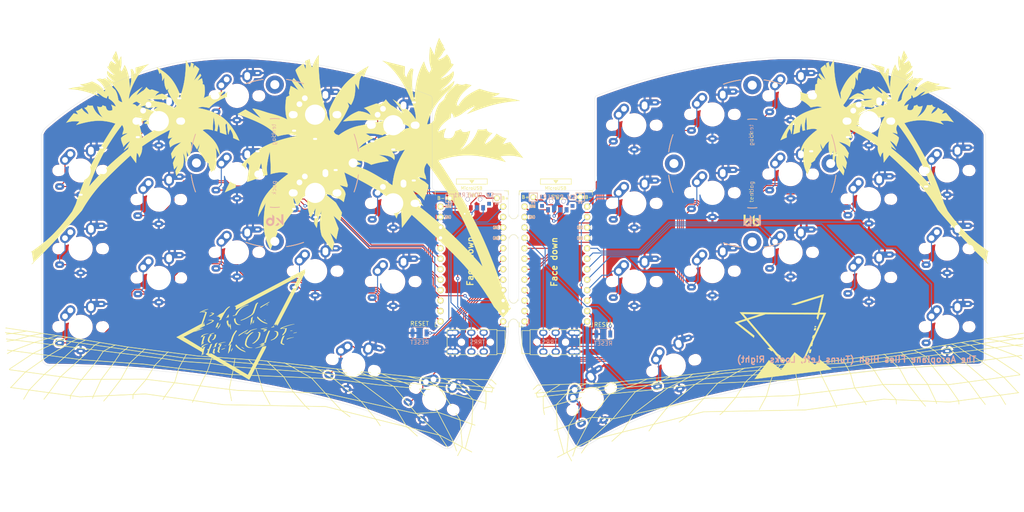
<source format=kicad_pcb>
(kicad_pcb (version 20211014) (generator pcbnew)
  (layers (0 "F.Cu" signal) (31 "B.Cu" signal) (34 "B.Paste" user) (35 "F.Paste" user) (36 "B.SilkS" user "B.Silkscreen") (37 "F.SilkS" user "F.Silkscreen") (38 "B.Mask" user) (39 "F.Mask" user) (44 "Edge.Cuts" user))
  (net 0 "")
  (net 1 "BT+")
  (net 2 "gnd")
  (net 3 "vcc")
  (net 4 "Switch18")
  (net 5 "reset")
  (net 6 "Switch1")
  (net 7 "Switch2")
  (net 8 "Switch3")
  (net 9 "Switch4")
  (net 10 "Switch5")
  (net 11 "Switch6")
  (net 12 "Switch7")
  (net 13 "Switch8")
  (net 14 "Switch9")
  (net 15 "Switch10")
  (net 16 "Switch11")
  (net 17 "Switch12")
  (net 18 "Switch13")
  (net 19 "Switch14")
  (net 20 "Switch15")
  (net 21 "Switch16")
  (net 22 "Switch17")
  (net 23 "Net-(SW_POWER1-Pad1)")
  (net 24 "raw")
  (net 25 "BT+_r")
  (net 26 "Switch18_r")
  (net 27 "reset_r")
  (net 28 "Switch9_r")
  (net 29 "Switch10_r")
  (net 30 "Switch11_r")
  (net 31 "Switch12_r")
  (net 32 "Switch13_r")
  (net 33 "Switch14_r")
  (net 34 "Switch15_r")
  (net 35 "Switch16_r")
  (net 36 "Switch17_r")
  (net 37 "Switch1_r")
  (net 38 "Switch2_r")
  (net 39 "Switch3_r")
  (net 40 "Switch4_r")
  (net 41 "Switch5_r")
  (net 42 "Switch6_r")
  (net 43 "Switch7_r")
  (net 44 "Switch8_r")
  (net 45 "Net-(SW_POWERR1-Pad1)")
  (footprint "kbd:1pin_conn" (layer "F.Cu") (at 146.190005 83.736002)
    (fp_text reference "B+")
    (fp_text value "MountingHole_Pad" hide)
  )
  (footprint "kbd:1pin_conn" (layer "F.Cu") (at 134.760005 83.736002)
    (fp_text reference "B-")
    (fp_text value "MountingHole_Pad" hide)
  )
  (footprint "* duckyb-collection:keyswitch_cherrymx_alps_choc12_slots_1u" (layer "F.Cu") (at 45 77)
    (fp_text reference "SW2" hide)
    (fp_text value "SW_Push" hide)
  )
  (footprint "* duckyb-collection:keyswitch_cherrymx_alps_choc12_slots_1u" (layer "F.Cu") (at 64 65)
    (fp_text reference "SW3" hide)
    (fp_text value "SW_Push" hide)
  )
  (footprint "* duckyb-collection:keyswitch_cherrymx_alps_choc12_slots_1u" (layer "F.Cu") (at 83 58.86)
    (fp_text reference "SW4" hide)
    (fp_text value "SW_Push" hide)
  )
  (footprint "* duckyb-collection:keyswitch_cherrymx_alps_choc12_slots_1u" (layer "F.Cu") (at 101.994 63.432)
    (fp_text reference "SW5" hide)
    (fp_text value "SW_Push" hide)
  )
  (footprint "* duckyb-collection:keyswitch_cherrymx_alps_choc12_slots_1u" (layer "F.Cu") (at 121 66)
    (fp_text reference "SW6" hide)
    (fp_text value "SW_Push" hide)
  )
  (footprint "* duckyb-collection:keyswitch_cherrymx_alps_choc12_slots_1u" (layer "F.Cu") (at 45 96)
    (fp_text reference "SW8" hide)
    (fp_text value "SW_Push" hide)
  )
  (footprint "* duckyb-collection:keyswitch_cherrymx_alps_choc12_slots_1u" (layer "F.Cu") (at 64 84.074)
    (fp_text reference "SW9" hide)
    (fp_text value "SW_Push" hide)
  )
  (footprint "* duckyb-collection:keyswitch_cherrymx_alps_choc12_slots_1u" (layer "F.Cu") (at 83 77.878)
    (fp_text reference "SW10" hide)
    (fp_text value "SW_Push" hide)
  )
  (footprint "* duckyb-collection:keyswitch_cherrymx_alps_choc12_slots_1u" (layer "F.Cu") (at 102 82.45)
    (fp_text reference "SW11" hide)
    (fp_text value "SW_Push" hide)
  )
  (footprint "* duckyb-collection:keyswitch_cherrymx_alps_choc12_slots_1u" (layer "F.Cu") (at 120.98 84.99)
    (fp_text reference "SW12" hide)
    (fp_text value "SW_Push" hide)
  )
  (footprint "* duckyb-collection:keyswitch_cherrymx_alps_choc12_slots_1u" (layer "F.Cu") (at 45 115)
    (fp_text reference "SW14" hide)
    (fp_text value "SW_Push" hide)
  )
  (footprint "* duckyb-collection:keyswitch_cherrymx_alps_choc12_slots_1u" (layer "F.Cu") (at 64.008 103.124)
    (fp_text reference "SW15" hide)
    (fp_text value "SW_Push" hide)
  )
  (footprint "* duckyb-collection:keyswitch_cherrymx_alps_choc12_slots_1u" (layer "F.Cu") (at 83 96.896)
    (fp_text reference "SW16" hide)
    (fp_text value "SW_Push" hide)
  )
  (footprint "* duckyb-collection:keyswitch_cherrymx_alps_choc12_slots_1u" (layer "F.Cu") (at 102 101.468)
    (fp_text reference "SW17" hide)
    (fp_text value "SW_Push" hide)
  )
  (footprint "* duckyb-collection:keyswitch_cherrymx_alps_choc12_slots_1u" (layer "F.Cu") (at 130.95 132.504 -30)
    (fp_text reference "SW20" hide)
    (fp_text value "SW_Push" hide)
  )
  (footprint "* duckyb-collection:keyswitch_cherrymx_alps_choc12_slots_1u" (layer "F.Cu") (at 111.272 124.288 -15)
    (fp_text reference "SW21" hide)
    (fp_text value "SW_Push" hide)
  )
  (footprint "kbd:Tenting_Puck2" (layer "F.Cu") (at 92.202 75.184)
    (fp_text reference "REF**")
    (fp_text value "Tenting Puck")
  )
  (footprint "Kailh:SPDT_C128955r" (layer "F.Cu") (at 140.602 83.99)
    (fp_text reference "SW2")
    (fp_text value "SW_SPDT")
  )
  (footprint "kbd:SW_SPST_B3U-1000P" (layer "F.Cu") (at 127.394 116.502)
    (fp_text reference "RSW1" hide)
    (fp_text value "SW_Push")
  )
  (footprint "* duckyb-collection:keyswitch_cherrymx_alps_choc12_slots_1u" (layer "F.Cu") (at 120.98 104.008)
    (fp_text reference "SW18" hide)
    (fp_text value "SW_Push" hide)
  )
  (footprint "kbd:ProMicro_v3_min" (layer "F.Cu") (at 140.094 100.246)
    (fp_text reference "U1" hide)
    (fp_text value "ProMicro-kbd" hide)
  )
  (footprint "kbd:1pin_conn" (layer "F.Cu") (at 166.45984 83.482002)
    (fp_text reference "B-")
    (fp_text value "MountingHole_Pad" hide)
  )
  (footprint "kbd:SW_SPST_B3U-1000P" (layer "F.Cu") (at 172.04784 116.756)
    (fp_text reference "RSW2" hide)
    (fp_text value "SW_Push")
  )
  (footprint "kbd:1pin_conn" (layer "F.Cu") (at 155.02984 83.482002)
    (fp_text reference "B+")
    (fp_text value "MountingHole_Pad" hide)
  )
  (footprint "kbd:Tenting_Puck2" (layer "F.Cu") (at 208.26984 75.311)
    (fp_text reference "REF**")
    (fp_text value "Tenting Puck")
  )
  (footprint "Kailh:ferris_broom" (layer "F.Cu") (at 217.17 118.11 7)
    (fp_text reference "G***" hide)
    (fp_text value "LOGO" hide)
  )
  (footprint "Kailh:SPDT_C128955r" (layer "F.Cu") (at 160.87184 84.498)
    (fp_text reference "SW2")
    (fp_text value "SW_SPDT")
  )
  (footprint "Kailh:TRRS-PJ-DPB2" (layer "F.Cu") (at 154.26784 118.734 90)
    (fp_text reference "J1")
    (fp_text value "AudioJack4dpb" hide)
  )
  (footprint "* duckyb-collection:keyswitch_cherrymx_alps_choc12_slots_1u" (layer "F.Cu") (at 198.58584 82.418)
    (fp_text reference "SW11_r1" hide)
    (fp_text value "SW_Push" hide)
  )
  (footprint "* duckyb-collection:keyswitch_cherrymx_alps_choc12_slots_1u" (layer "F.Cu") (at 255.63184 115)
    (fp_text reference "SW13_r1" hide)
    (fp_text value "SW_Push" hide)
  )
  (footprint "* duckyb-collection:keyswitch_cherrymx_alps_choc12_slots_1u" (layer "F.Cu") (at 217.58784 96.896)
    (fp_text reference "SW15_r1" hide)
    (fp_text value "SW_Push" hide)
  )
  (footprint "* duckyb-collection:keyswitch_cherrymx_alps_choc12_slots_1u" (layer "F.Cu") (at 198.58584 101.468)
    (fp_text reference "SW16_r1" hide)
    (fp_text value "SW_Push" hide)
  )
  (footprint "* duckyb-collection:keyswitch_cherrymx_alps_choc12_slots_1u" (layer "F.Cu") (at 198.58584 63.368)
    (fp_text reference "SW5_r1" hide)
    (fp_text value "SW_Push" hide)
  )
  (footprint "* duckyb-collection:keyswitch_cherrymx_alps_choc12_slots_1u" (layer "F.Cu") (at 236.61384 65)
    (fp_text reference "SW3_r1" hide)
    (fp_text value "SW_Push" hide)
  )
  (footprint "* duckyb-collection:keyswitch_cherrymx_alps_choc12_slots_1u" (layer "F.Cu") (at 217.58784 58.86)
    (fp_text reference "SW4_r1" hide)
    (fp_text value "SW_Push" hide)
  )
  (footprint "* duckyb-collection:keyswitch_cherrymx_alps_choc12_slots_1u" (layer "F.Cu") (at 236.61384 83.974)
    (fp_text reference "SW8_r1" hide)
    (fp_text value "SW_Push" hide)
  )
  (footprint "* duckyb-collection:keyswitch_cherrymx_alps_choc12_slots_1u" (layer "F.Cu") (at 217.58784 77.878)
    (fp_text reference "SW9_r1" hide)
    (fp_text value "SW_Push" hide)
  )
  (footprint "* duckyb-collection:keyswitch_cherrymx_alps_choc12_slots_1u" (layer "F.Cu") (at 236.61384 102.992)
    (fp_text reference "SW18_r1" hide)
    (fp_text value "SW_Push" hide)
  )
  (footprint "* duckyb-collection:keyswitch_cherrymx_alps_choc12_slots_1u" (layer "F.Cu") (at 179.58584 84.99)
    (fp_text reference "SW12_r1" hide)
    (fp_text value "SW_Push" hide)
  )
  (footprint "* duckyb-collection:keyswitch_cherrymx_alps_choc12_slots_1u" (layer "F.Cu") (at 255.63184 96)
    (fp_text reference "SW7_r1" hide)
    (fp_text value "SW_Push" hide)
  )
  (footprint "* duckyb-collection:keyswitch_cherrymx_alps_choc12_slots_1u" (layer "F.Cu") (at 255.63184 77)
    (fp_text reference "SW2_r1" hide)
    (fp_text value "SW_Push" hide)
  )
  (footprint "* duckyb-collection:keyswitch_cherrymx_alps_choc12_slots_1u" (layer "F.Cu") (at 179.58584 66)
    (fp_text reference "SW6_r1" hide)
    (fp_text value "SW_Push" hide)
  )
  (footprint "* duckyb-collection:keyswitch_cherrymx_alps_choc12_slots_1u" (layer "F.Cu") (at 169.251 132.542 30)
    (fp_text reference "SW20_r1" hide)
    (fp_text value "SW_Push" hide)
  )
  (footprint "* duckyb-collection:keyswitch_cherrymx_alps_choc12_slots_1u" (layer "F.Cu") (at 179.58584 104.008)
    (fp_text reference "SW17_r1" hide)
    (fp_text value "SW_Push" hide)
  )
  (footprint "* duckyb-collection:keyswitch_cherrymx_alps_choc12_slots_1u" (layer "F.Cu") (at 189.17984 124.41 15)
    (fp_text reference "SW21_r1" hide)
    (fp_text value "SW_Push" hide)
  )
  (footprint "kbd:ProMicro_v3_min" (layer "F.Cu") (at 160.51784 100.246)
    (fp_text reference "U2" hide)
    (fp_text value "ProMicro-kbd" hide)
  )
  (footprint "Duckyb-Parts:mouse-bite-5mm-slot-with-space-for-track" (layer "F.Cu") (at 150.241 90.678)
    (fp_text reference "mouse-bite-5mm-slot" hide)
    (fp_text value "VAL**" hide)
  )
  (footprint "Duckyb-Parts:mouse-bite-5mm-slot-with-space-for-track" (layer "F.Cu") (at 150.241 111.1885)
    (fp_text reference "mouse-bite-5mm-slot" hide)
    (fp_text value "VAL**" hide)
  )
  (footprint "Kailh:TRRS-PJ-DPB2" (layer "F.Cu") (at 146.19 118.734 -90)
    (fp_text reference "J2")
    (fp_text value "AudioJack4dpb" hide)
  )
  (footprint "Kailh:ferris_broom" (layer "F.Cu") (at 86.36 115.174363 7)
    (fp_text reference "G***" hide)
    (fp_text value "LOGO" hide)
  )
  (footprint "Kailh:SPDT_C128955" (layer "B.Cu") (at 140.602 83.99 180)
    (fp_text reference "SW_POWERR1")
    (fp_text value "SW_SPDT")
  )
  (footprint "kbd:SW_SPST_B3U-1000P" (layer "B.Cu") (at 127.394 116.502)
    (fp_text reference "RSW1" hide)
    (fp_text value "SW_Push")
  )
  (footprint "Kailh:SPDT_C128955" (layer "B.Cu") (at 160.87184 84.498 180)
    (fp_text reference "SW_POWER1")
    (fp_text value "SW_SPDT")
  )
  (footprint "kbd:SW_SPST_B3U-1000P" (layer "B.Cu") (at 172.04784 116.756)
    (fp_text reference "RSW2" hide)
    (fp_text value "SW_Push")
  )
  (gr_poly (pts (xy 133.323724 46.670117) (xy 133.324213 46.672185) (xy 133.324753 46.674907) (xy 133.324998 46.676442) (xy 133.325203 46.678056) (xy 133.325349 46.679721) (xy 133.325419 46.681408) (xy 133.325395 46.68309) (xy 133.32526 46.684737) (xy 133.325145 46.68554) (xy 133.324995 46.686324) (xy 133.324809 46.687085) (xy 133.324583 46.68782) (xy 133.324316 46.688525) (xy 133.324006 46.689198) (xy 133.32365 46.689834) (xy 133.323246 46.69043) (xy 133.322792 46.690982) (xy 133.322285 46.691487) (xy 133.321724 46.691942) (xy 133.321106 46.692342) (xy 133.320846 46.692482) (xy 133.320582 46.692614) (xy 133.320313 46.692736) (xy 133.320041 46.692849) (xy 133.319766 46.692952) (xy 133.319487 46.693046) (xy 133.319205 46.69313) (xy 133.31892 46.693205) (xy 133.318633 46.69327) (xy 133.318344 46.693326) (xy 133.318053 46.693372) (xy 133.317761 46.693408) (xy 133.317468 46.693434) (xy 133.317173 46.693451) (xy 133.316878 46.693457) (xy 133.316583 46.693454) (xy 133.314802 46.693329) (xy 133.312784 46.692967) (xy 133.310514 46.692343) (xy 133.307979 46.691434) (xy 133.305164 46.690214) (xy 133.302055 46.688659) (xy 133.298639 46.686744) (xy 133.294901 46.684444) (xy 133.290827 46.681735) (xy 133.286404 46.678592) (xy 133.281616 46.67499) (xy 133.27645 46.670905) (xy 133.270893 46.666313) (xy 133.264929 46.661188) (xy 133.258545 46.655505) (xy 133.251727 46.649241)) (layer "F.SilkS") (width 0.06) (fill solid))
  (gr_poly (pts (xy 31.895004 115.992046) (xy 31.979571 115.978009) (xy 31.98407 116.005255) (xy 35.776624 116.568462) (xy 35.842042 116.555962) (xy 35.846382 116.578743) (xy 39.315579 117.093913) (xy 39.388254 117.072079) (xy 39.398485 117.106229) (xy 40.807013 117.315357) (xy 49.684048 118.761322) (xy 49.709266 118.748696) (xy 49.718299 118.766881) (xy 53.406985 119.367754) (xy 53.412664 119.364903) (xy 53.414704 119.368947) (xy 56.55271 119.880112) (xy 56.599407 119.839366) (xy 56.646429 119.893279) (xy 60.552996 120.392044) (xy 60.649263 120.302669) (xy 60.7123 120.370523) (xy 60.672572 120.407301) (xy 66.182086 121.110811) (xy 66.285146 121.006592) (xy 66.351073 121.071676) (xy 66.297678 121.125792) (xy 73.613749 122.059939) (xy 88.627577 123.113014) (xy 90.37841 123.309281) (xy 90.384611 123.303028) (xy 90.392504 123.310917) (xy 94.450931 123.766001) (xy 94.489105 123.691686) (xy 94.684063 123.792105) (xy 100.573672 124.452434) (xy 100.575925 124.446833) (xy 100.595872 124.454921) (xy 107.085196 125.182482) (xy 107.128641 125.127113) (xy 107.218246 125.19748) (xy 110.674298 125.584957) (xy 112.46619 125.767851) (xy 112.472449 125.754079) (xy 112.513315 125.772643) (xy 124.139936 126.959632) (xy 124.147253 126.93089) (xy 124.338851 126.979898) (xy 128.076549 127.36131) (xy 139.400237 127.695183) (xy 139.403057 127.690737) (xy 139.410523 127.69544) (xy 144.912502 127.857616) (xy 144.931045 127.858176) (xy 146.034942 128.94904) (xy 145.969776 129.014959) (xy 144.89192 127.949792) (xy 139.563915 127.792666) (xy 142.296603 129.527525) (xy 145.10315 129.800347) (xy 144.067655 128.903372) (xy 144.128281 128.833325) (xy 145.262844 129.815727) (xy 145.584411 129.847009) (xy 145.575428 129.939253) (xy 145.277114 129.910251) (xy 145.011463 130.951399) (xy 144.921688 130.928478) (xy 144.939226 130.859681) (xy 143.589236 130.715213) (xy 143.563366 133.705602) (xy 143.563215 133.707866) (xy 143.563056 133.710129) (xy 143.274761 135.128426) (xy 143.183929 135.10989) (xy 143.470472 133.700663) (xy 143.496384 130.705633) (xy 138.076095 130.125589) (xy 140.3678 132.623497) (xy 143.469126 133.49606) (xy 143.444303 133.585244) (xy 140.417734 132.733896) (xy 140.158471 138.615044) (xy 140.921639 138.880698) (xy 140.891091 138.968176) (xy 140.149392 138.709973) (xy 138.549441 144.57733) (xy 140.138209 145.411787) (xy 140.095313 145.49385) (xy 138.52466 144.668558) (xy 138.517525 144.694713) (xy 138.42821 144.670427) (xy 138.440696 144.624869) (xy 137.780633 144.278218) (xy 136.670466 146.388082) (xy 136.588499 146.345181) (xy 137.699146 144.234887) (xy 135.759577 143.216549) (xy 136.428548 145.19877) (xy 136.340749 145.228368) (xy 135.640536 143.154147) (xy 133.510223 142.034938) (xy 132.296395 141.397482) (xy 132.296217 141.397468) (xy 132.296035 141.397455) (xy 132.295658 141.397431) (xy 132.264544 141.389583) (xy 134.31681 144.418552) (xy 134.240076 144.470473) (xy 132.129737 141.355793) (xy 124.570055 139.459013) (xy 126.898717 141.553189) (xy 126.836767 141.622029) (xy 124.377955 139.410616) (xy 116.848394 137.521428) (xy 117.890501 139.052363) (xy 117.813949 139.104385) (xy 116.723254 137.502064) (xy 116.711013 137.487183) (xy 108.631843 135.460068) (xy 110.547043 136.861477) (xy 110.492291 136.936299) (xy 108.392975 135.400314) (xy 104.566954 134.440325) (xy 99.785744 134.352663) (xy 100.633881 135.090129) (xy 100.573239 135.160175) (xy 99.641779 134.350275) (xy 79.813837 133.988484) (xy 79.81106 133.988291) (xy 72.411852 132.970947) (xy 72.208841 133.409188) (xy 72.124812 133.370326) (xy 72.315903 132.957809) (xy 71.771345 132.88294) (xy 72.452099 132.88294) (xy 79.817923 133.89562) (xy 79.819498 133.89573) (xy 99.553205 134.255833) (xy 96.702047 130.939926) (xy 96.824972 130.939926) (xy 99.677688 134.258063) (xy 104.574308 134.347411) (xy 104.579579 134.34778) (xy 108.274628 135.2749) (xy 104.514807 131.239284) (xy 104.641583 131.239284) (xy 108.439828 135.316391) (xy 116.612458 137.366871) (xy 113.173685 133.178415) (xy 113.293642 133.178415) (xy 116.763425 137.404671) (xy 124.231292 139.278389) (xy 121.656927 135.077305) (xy 121.765281 135.077305) (xy 124.303507 139.21937) (xy 124.422591 139.326446) (xy 131.996693 141.226749) (xy 126.601931 136.117187) (xy 126.454809 136.126559) (xy 126.448197 136.126928) (xy 126.368418 136.109047) (xy 126.72815 136.109047) (xy 132.179874 141.272656) (xy 132.323621 141.308745) (xy 132.361219 141.318254) (xy 132.360621 141.326756) (xy 135.594767 143.025369) (xy 131.840224 135.853795) (xy 131.944665 135.853795) (xy 135.685012 142.998079) (xy 135.686732 143.001265) (xy 135.716425 143.089162) (xy 137.736562 144.150303) (xy 137.202838 137.716225) (xy 137.295901 137.716225) (xy 137.830738 144.167497) (xy 137.831838 144.18095) (xy 137.823795 144.196267) (xy 138.46569 144.533377) (xy 140.061753 138.67903) (xy 137.295901 137.716225) (xy 137.202838 137.716225) (xy 137.200069 137.682846) (xy 131.944665 135.853795) (xy 131.840224 135.853795) (xy 131.816758 135.808973) (xy 131.759379 135.788974) (xy 126.72815 136.109047) (xy 126.368418 136.109047) (xy 121.765281 135.077305) (xy 121.656927 135.077305) (xy 121.639574 135.048986) (xy 113.293642 133.178415) (xy 113.173685 133.178415) (xy 113.146531 133.145341) (xy 104.641583 131.239284) (xy 104.514807 131.239284) (xy 104.513164 131.23752) (xy 104.482583 131.203521) (xy 104.362816 131.176545) (xy 96.824972 130.939926) (xy 96.702047 130.939926) (xy 96.698576 130.93589) (xy 89.397411 130.706678) (xy 91.097348 133.879689) (xy 91.01561 133.923457) (xy 89.291122 130.7034) (xy 83.167789 130.511385) (xy 83.165663 130.511235) (xy 81.239243 130.2773) (xy 81.744899 132.999042) (xy 81.653805 133.015967) (xy 81.143192 130.265642) (xy 74.063009 129.405805) (xy 72.452099 132.88294) (xy 71.771345 132.88294) (xy 65.457936 132.01493) (xy 65.427014 132.058546) (xy 65.034888 132.73939) (xy 64.954531 132.693261) (xy 65.347709 132.010727) (xy 65.354628 132.000902) (xy 64.8363 131.929644) (xy 65.517131 131.929644) (xy 72.356155 132.869895) (xy 73.9662 129.39428) (xy 73.339697 129.318182) (xy 74.103416 129.318182) (xy 81.12512 130.170944) (xy 81.100049 130.036047) (xy 81.19467 130.036047) (xy 81.221576 130.182168) (xy 83.172761 130.419141) (xy 89.242512 130.609721) (xy 88.195039 126.939997) (xy 88.187015 126.917686) (xy 88.284744 126.917686) (xy 89.33068 130.581632) (xy 89.347508 130.613089) (xy 96.629111 130.841675) (xy 94.327622 127.182256) (xy 94.437547 127.182256) (xy 96.735821 130.836528) (xy 96.743378 130.845324) (xy 104.37009 131.08474) (xy 104.37456 131.084497) (xy 101.095184 127.474617) (xy 101.219561 127.474617) (xy 104.531236 131.120189) (xy 113.019254 133.022645) (xy 106.728493 127.854142) (xy 106.623637 127.791423) (xy 106.798273 127.791423) (xy 113.160886 133.018738) (xy 113.16439 133.02168) (xy 113.197848 133.062475) (xy 121.532442 134.930487) (xy 113.218312 128.634574) (xy 113.371802 128.634574) (xy 121.658811 134.909723) (xy 121.665786 134.91495) (xy 121.697872 134.96726) (xy 126.455567 136.033646) (xy 126.511162 136.030205) (xy 121.070744 129.506035) (xy 121.191094 129.506035) (xy 126.581156 135.969734) (xy 126.636452 136.022185) (xy 131.740324 135.697829) (xy 127.304323 130.13366) (xy 127.186938 130.085797) (xy 127.384582 130.085797) (xy 131.868636 135.710266) (xy 131.871371 135.713708) (xy 131.881924 135.733953) (xy 137.146226 137.566043) (xy 132.688114 130.591907) (xy 132.798164 130.591907) (xy 137.287484 137.615143) (xy 140.067286 138.58283) (xy 140.32593 132.714546) (xy 140.31731 132.705212) (xy 132.807403 130.592555) (xy 132.798164 130.591907) (xy 132.688114 130.591907) (xy 132.681333 130.581299) (xy 127.384582 130.085797) (xy 127.186938 130.085797) (xy 127.127988 130.06176) (xy 121.191094 129.506035) (xy 121.070744 129.506035) (xy 121.066968 129.501507) (xy 121.049003 129.492726) (xy 117.398409 129.151228) (xy 113.371802 128.634574) (xy 113.218312 128.634574) (xy 113.187237 128.611042) (xy 106.798273 127.791423) (xy 106.623637 127.791423) (xy 106.576164 127.763027) (xy 105.897142 127.67593) (xy 101.219561 127.474617) (xy 101.095184 127.474617) (xy 101.089694 127.468574) (xy 94.437547 127.182256) (xy 94.327622 127.182256) (xy 94.324749 127.177687) (xy 88.284744 126.917686) (xy 88.187015 126.917686) (xy 88.185479 126.913414) (xy 81.890563 126.642403) (xy 81.19467 130.036047) (xy 81.100049 130.036047) (xy 81.099971 130.035627) (xy 81.101824 130.02647) (xy 81.101862 130.026008) (xy 81.796366 126.638862) (xy 81.20376 126.613365) (xy 81.202008 126.613241) (xy 80.676556 126.550585) (xy 81.90956 126.550585) (xy 88.151321 126.819259) (xy 87.57104 125.210574) (xy 87.5309 125.153864) (xy 87.644398 125.153864) (xy 87.650401 125.162272) (xy 87.653947 125.16735) (xy 88.251419 126.823587) (xy 94.229185 127.080988) (xy 92.551875 125.520087) (xy 92.537296 125.506408) (xy 92.673299 125.506408) (xy 94.371618 127.086895) (xy 100.921621 127.368832) (xy 98.365156 125.967026) (xy 98.273232 125.912066) (xy 98.458163 125.912066) (xy 101.126528 127.375123) (xy 101.131174 127.377679) (xy 105.903284 127.583115) (xy 105.90479 127.582941) (xy 106.3775 127.64396) (xy 104.436005 126.48151) (xy 104.615777 126.48151) (xy 106.606872 127.673609) (xy 112.94023 128.486261) (xy 110.071858 127.106928) (xy 110.287074 127.106928) (xy 113.208321 128.511848) (xy 113.212535 128.513908) (xy 113.223473 128.522198) (xy 117.408129 129.059131) (xy 120.819006 129.37815) (xy 118.02033 127.984244) (xy 118.015445 127.98262) (xy 118.224949 127.98262) (xy 121.075075 129.401774) (xy 126.832067 129.94033) (xy 123.587753 128.616865) (xy 123.525331 128.594892) (xy 123.778945 128.594892) (xy 127.150205 129.969984) (xy 132.602154 130.479993) (xy 131.686023 129.455069) (xy 131.809484 129.455069) (xy 132.725745 130.4803) (xy 132.728245 130.483076) (xy 132.734814 130.492823) (xy 132.820338 130.500866) (xy 132.824493 130.501157) (xy 140.198333 132.575483) (xy 137.939451 130.112756) (xy 137.936332 130.110769) (xy 131.809484 129.455069) (xy 131.686023 129.455069) (xy 131.672188 129.439592) (xy 123.778945 128.594892) (xy 123.525331 128.594892) (xy 123.412464 128.555162) (xy 118.224949 127.98262) (xy 118.015445 127.98262) (xy 117.91197 127.948225) (xy 110.287074 127.106928) (xy 110.071858 127.106928) (xy 110.067219 127.104697) (xy 110.018721 127.077054) (xy 104.615777 126.48151) (xy 104.436005 126.48151) (xy 104.403714 126.462176) (xy 104.395719 126.456971) (xy 101.201253 126.104467) (xy 98.458163 125.912066) (xy 98.273232 125.912066) (xy 98.248833 125.897478) (xy 92.673299 125.506408) (xy 92.537296 125.506408) (xy 92.526518 125.496297) (xy 87.644398 125.153864) (xy 87.5309 125.153864) (xy 87.524903 125.145391) (xy 82.250742 124.775461) (xy 82.16518 125.297437) (xy 82.121544 125.548344) (xy 82.077891 125.787197) (xy 82.034633 126.009997) (xy 81.992184 126.212743) (xy 81.950957 126.391435) (xy 81.911365 126.542072) (xy 81.90956 126.550585) (xy 80.676556 126.550585) (xy 75.74701 125.962778) (xy 74.104179 129.316473) (xy 74.103416 129.318182) (xy 73.339697 129.318182) (xy 67.813731 128.646973) (xy 65.517131 131.929644) (xy 64.8363 131.929644) (xy 60.736893 131.366072) (xy 57.804613 131.497162) (xy 57.731361 132.541497) (xy 57.638945 132.535014) (xy 57.711398 131.502047) (xy 51.767334 131.76905) (xy 50.624285 133.103154) (xy 50.554233 133.042519) (xy 51.641203 131.774411) (xy 48.097023 131.933631) (xy 47.934595 132.444653) (xy 47.846286 132.416633) (xy 47.998361 131.938041) (xy 44.830682 132.080295) (xy 44.826579 132.080473) (xy 42.584104 131.776536) (xy 42.530398 132.542322) (xy 42.437974 132.535838) (xy 42.492099 131.76414) (xy 41.913766 131.685752) (xy 42.607278 131.685752) (xy 44.831078 131.987171) (xy 48.027991 131.843901) (xy 48.029392 131.839484) (xy 48.127852 131.839484) (xy 51.723576 131.677658) (xy 51.727987 131.672498) (xy 51.845961 131.672498) (xy 57.725377 131.408389) (xy 57.730331 131.402733) (xy 57.853944 131.402733) (xy 60.736904 131.2732) (xy 60.741297 131.272953) (xy 65.414207 131.915461) (xy 67.709397 128.634271) (xy 67.110856 128.561583) (xy 67.87405 128.561583) (xy 74.007195 129.30642) (xy 74.017379 129.284381) (xy 74.021443 129.275376) (xy 75.650143 125.950969) (xy 75.003662 125.873882) (xy 75.790488 125.873882) (xy 81.209666 126.520066) (xy 81.815576 126.546498) (xy 81.818115 126.534658) (xy 81.820053 126.525824) (xy 81.821306 126.520076) (xy 81.821648 126.518384) (xy 81.821787 126.517495) (xy 81.860966 126.368814) (xy 81.901767 126.19231) (xy 81.943789 125.991911) (xy 81.986625 125.771544) (xy 82.073128 125.286619) (xy 82.158041 124.768958) (xy 81.635236 124.732288) (xy 81.325303 124.683234) (xy 82.26529 124.683234) (xy 87.455924 125.047029) (xy 86.773671 124.083162) (xy 86.77264 124.081876) (xy 86.771656 124.080603) (xy 86.770716 124.079347) (xy 86.769816 124.078109) (xy 86.768953 124.07689) (xy 86.768125 124.075694) (xy 86.766557 124.073375) (xy 86.70613 124.006658) (xy 86.830959 124.006658) (xy 86.849747 124.027386) (xy 86.849528 124.030528) (xy 87.575222 125.055674) (xy 92.41936 125.395442) (xy 91.345717 124.39024) (xy 91.481447 124.39024) (xy 92.565851 125.405718) (xy 98.072819 125.791978) (xy 96.436032 124.814226) (xy 96.61529 124.814226) (xy 98.276839 125.80675) (xy 101.208469 126.012375) (xy 104.220751 126.344395) (xy 102.874534 125.479531) (xy 103.045915 125.479531) (xy 104.42748 126.367068) (xy 109.808163 126.960866) (xy 108.300395 126.127126) (xy 108.491813 126.127126) (xy 110.047469 126.987496) (xy 117.494027 127.809225) (xy 114.800563 126.911886) (xy 115.093491 126.911886) (xy 117.932253 127.857608) (xy 123.028252 128.420015) (xy 120.620165 127.570721) (xy 120.529749 127.528681) (xy 120.779517 127.528681) (xy 123.433036 128.464567) (xy 123.620939 128.485269) (xy 131.452979 129.323446) (xy 129.570811 128.41213) (xy 129.531734 128.402127) (xy 129.76321 128.402127) (xy 131.713001 129.346235) (xy 131.718 129.35188) (xy 137.82512 130.005455) (xy 136.892837 129.129185) (xy 136.834285 129.106081) (xy 137.003034 129.106081) (xy 137.977134 130.021782) (xy 143.426455 130.604978) (xy 142.335728 129.662427) (xy 142.293718 129.635533) (xy 142.446181 129.635533) (xy 143.588392 130.622559) (xy 144.961903 130.769515) (xy 145.183803 129.90185) (xy 142.446181 129.635533) (xy 142.293718 129.635533) (xy 142.26551 129.617474) (xy 137.003034 129.106081) (xy 136.834285 129.106081) (xy 136.778335 129.084005) (xy 129.76321 128.402127) (xy 129.531734 128.402127) (xy 129.389904 128.365822) (xy 120.779517 127.528681) (xy 120.529749 127.528681) (xy 120.463494 127.497875) (xy 118.054328 127.263886) (xy 115.093491 126.911886) (xy 114.800563 126.911886) (xy 114.768346 126.901152) (xy 114.766082 126.900437) (xy 114.684174 126.863208) (xy 108.491813 126.127126) (xy 108.300395 126.127126) (xy 108.247583 126.097923) (xy 103.045915 125.479531) (xy 102.874534 125.479531) (xy 102.871545 125.477611) (xy 102.805936 125.451553) (xy 99.32434 125.037673) (xy 96.61529 124.814226) (xy 96.436032 124.814226) (xy 96.406372 124.796508) (xy 91.481447 124.39024) (xy 91.345717 124.39024) (xy 91.341482 124.386275) (xy 91.333321 124.37818) (xy 86.830959 124.006658) (xy 86.70613 124.006658) (xy 86.696046 123.995523) (xy 82.420743 123.642809) (xy 82.347943 124.141947) (xy 82.26529 124.683234) (xy 81.325303 124.683234) (xy 76.55396 123.928048) (xy 76.484741 123.923193) (xy 75.947655 125.55186) (xy 75.946849 125.554006) (xy 75.946008 125.556137) (xy 75.945133 125.558255) (xy 75.944224 125.560358) (xy 75.943281 125.562446) (xy 75.942304 125.564518) (xy 75.941293 125.566575) (xy 75.940248 125.568615) (xy 75.790488 125.873882) (xy 75.003662 125.873882) (xy 68.886167 125.144425) (xy 67.898732 128.526167) (xy 67.87405 128.561583) (xy 67.110856 128.561583) (xy 60.992958 127.818615) (xy 57.853944 131.402733) (xy 57.730331 131.402733) (xy 60.88162 127.804954) (xy 60.685109 127.781049) (xy 54.812811 127.796847) (xy 54.768533 127.877327) (xy 54.767677 127.878892) (xy 54.766832 127.880458) (xy 51.845961 131.672498) (xy 51.727987 131.672498) (xy 51.73571 131.663463) (xy 54.689318 127.829606) (xy 54.707095 127.797324) (xy 50.063642 127.809878) (xy 48.127852 131.839484) (xy 48.029392 131.839484) (xy 48.037158 131.815011) (xy 48.038221 131.811928) (xy 49.961119 127.809746) (xy 45.314706 127.822275) (xy 45.223787 127.933476) (xy 42.607278 131.685752) (xy 41.913766 131.685752) (xy 37.320181 131.063136) (xy 36.096002 132.663949) (xy 36.022412 132.607705) (xy 37.214837 131.048779) (xy 36.698368 130.978781) (xy 37.384706 130.978781) (xy 42.503471 131.672156) (xy 45.148364 127.879335) (xy 45.193795 127.823549) (xy 44.853347 127.824467) (xy 44.850113 127.824239) (xy 44.178158 127.732105) (xy 61.049274 127.732105) (xy 67.769575 128.548217) (xy 67.813758 128.485002) (xy 68.792528 125.132748) (xy 68.13439 125.054285) (xy 68.911895 125.054285) (xy 75.692734 125.862754) (xy 75.860647 125.519939) (xy 76.389075 123.916576) (xy 75.184158 123.832063) (xy 76.514921 123.832063) (xy 76.562607 123.835407) (xy 81.644053 124.63966) (xy 82.172503 124.676634) (xy 82.25521 124.135142) (xy 82.328117 123.635105) (xy 82.324891 123.634878) (xy 81.696557 123.550941) (xy 82.433769 123.550941) (xy 86.604829 123.895044) (xy 85.842103 123.053514) (xy 85.882016 123.017084) (xy 85.934474 123.017084) (xy 86.739945 123.905913) (xy 91.231402 124.276671) (xy 90.366604 123.416292) (xy 90.497868 123.416292) (xy 91.374711 124.288581) (xy 96.220867 124.688301) (xy 94.712728 123.911481) (xy 94.914947 123.911481) (xy 96.295336 124.622383) (xy 96.435104 124.705929) (xy 99.333275 124.944961) (xy 102.480428 125.319039) (xy 100.666714 124.584015) (xy 100.913663 124.584015) (xy 102.829419 125.360515) (xy 108.068855 125.983319) (xy 107.206223 125.306067) (xy 107.356182 125.306067) (xy 108.187224 125.958745) (xy 108.276641 126.008018) (xy 114.406549 126.736746) (xy 112.55277 125.892826) (xy 112.77692 125.892826) (xy 114.709306 126.772653) (xy 118.06314 127.17135) (xy 120.209218 127.380015) (xy 118.299696 126.494735) (xy 118.309054 126.474513) (xy 118.47618 126.474513) (xy 120.487057 127.407027) (xy 128.8018 128.215443) (xy 124.571798 127.134883) (xy 124.946342 127.134883) (xy 129.40599 128.27426) (xy 136.464458 128.960476) (xy 133.026491 127.606907) (xy 133.280856 127.606907) (xy 136.800252 128.992669) (xy 142.092475 129.507634) (xy 139.383094 127.787318) (xy 133.280856 127.606907) (xy 133.026491 127.606907) (xy 133.007514 127.599435) (xy 128.072384 127.453891) (xy 128.070707 127.453775) (xy 124.946342 127.134883) (xy 124.571798 127.134883) (xy 124.322787 127.071273) (xy 118.47618 126.474513) (xy 118.309054 126.474513) (xy 118.316764 126.457852) (xy 112.77692 125.892826) (xy 112.55277 125.892826) (xy 112.488556 125.863593) (xy 110.664301 125.677408) (xy 107.356182 125.306067) (xy 107.206223 125.306067) (xy 107.181636 125.286763) (xy 100.913663 124.584015) (xy 100.666714 124.584015) (xy 100.572342 124.54577) (xy 94.914947 123.911481) (xy 94.712728 123.911481) (xy 94.656644 123.882593) (xy 90.497868 123.416292) (xy 90.366604 123.416292) (xy 90.349614 123.399389) (xy 88.619796 123.205434) (xy 85.934474 123.017084) (xy 85.882016 123.017084) (xy 85.88557 123.013839) (xy 82.540004 122.779181) (xy 82.503116 123.052347) (xy 82.433769 123.550941) (xy 81.696557 123.550941) (xy 76.822335 122.899814) (xy 76.514921 123.832063) (xy 75.184158 123.832063) (xy 69.785931 123.453429) (xy 68.918875 125.030255) (xy 68.911895 125.054285) (xy 68.13439 125.054285) (xy 63.068207 124.450301) (xy 61.049274 127.732105) (xy 44.178158 127.732105) (xy 40.146349 127.179288) (xy 40.107473 127.214363) (xy 37.394971 130.964734) (xy 37.384706 130.978781) (xy 36.698368 130.978781) (xy 32.513695 130.411628) (xy 31.168267 132.666124) (xy 31.088651 132.618657) (xy 32.413879 130.398126) (xy 31.890948 130.327323) (xy 32.581555 130.327323) (xy 37.279306 130.964051) (xy 37.321018 130.909579) (xy 40.031023 127.162934) (xy 39.559155 127.098241) (xy 40.236817 127.098241) (xy 44.856964 127.731662) (xy 45.269885 127.73044) (xy 45.270054 127.730233) (xy 45.390071 127.730233) (xy 50.005008 127.717723) (xy 50.005154 127.717414) (xy 50.121112 127.717414) (xy 54.757963 127.704957) (xy 54.758375 127.704211) (xy 54.863894 127.704211) (xy 60.687704 127.68854) (xy 60.690225 127.688345) (xy 60.948084 127.719622) (xy 62.966808 124.438079) (xy 62.342369 124.363634) (xy 63.122294 124.363634) (xy 68.819444 125.042878) (xy 68.8318 124.999072) (xy 68.833263 124.994159) (xy 69.685104 123.446079) (xy 69.498878 123.433017) (xy 69.033877 123.363471) (xy 69.835438 123.363471) (xy 76.41918 123.825256) (xy 76.726594 122.893006) (xy 74.712554 122.810395) (xy 76.851719 122.810395) (xy 82.333569 123.542797) (xy 82.341238 123.543335) (xy 82.341252 123.543324) (xy 82.341265 123.543313) (xy 82.341278 123.543303) (xy 82.341291 123.543292) (xy 82.341316 123.543271) (xy 82.34134 123.54325) (xy 82.409748 123.049805) (xy 82.447302 122.772772) (xy 76.990333 122.390019) (xy 76.851719 122.810395) (xy 74.712554 122.810395) (xy 70.240011 122.626941) (xy 69.835438 123.363471) (xy 69.033877 123.363471) (xy 64.726667 122.719277) (xy 63.152375 124.314757) (xy 63.122294 124.363634) (xy 62.342369 124.363634) (xy 60.211626 124.109607) (xy 56.968831 123.882156) (xy 54.863894 127.704211) (xy 54.758375 127.704211) (xy 56.867042 123.875482) (xy 55.696191 123.793358) (xy 57.024282 123.793358) (xy 60.219386 124.017464) (xy 63.020526 124.351482) (xy 63.075769 124.261649) (xy 63.078592 124.257202) (xy 64.611652 122.702759) (xy 64.104906 122.637299) (xy 64.806549 122.637299) (xy 69.506515 123.3404) (xy 69.733214 123.356301) (xy 70.136633 122.623033) (xy 70.12961 122.622541) (xy 70.127298 122.622377) (xy 69.532853 122.536442) (xy 70.289812 122.536442) (xy 76.757052 122.801617) (xy 76.895052 122.383242) (xy 73.605866 122.152537) (xy 70.661745 121.776819) (xy 70.696886 121.796095) (xy 70.289812 122.536442) (xy 69.532853 122.536442) (xy 65.483806 121.951101) (xy 64.806549 122.637299) (xy 64.104906 122.637299) (xy 58.982965 121.97566) (xy 57.024282 123.793358) (xy 55.696191 123.793358) (xy 53.227581 123.620209) (xy 53.187033 123.680613) (xy 50.121112 127.717414) (xy 50.005154 127.717414) (xy 50.006538 127.714488) (xy 53.110396 123.627871) (xy 53.120743 123.612714) (xy 51.960272 123.531318) (xy 53.287035 123.531318) (xy 56.916515 123.785895) (xy 56.921319 123.776944) (xy 56.916237 123.7673) (xy 58.863999 121.959698) (xy 58.701795 121.939034) (xy 58.333046 121.893549) (xy 59.071574 121.893549) (xy 64.65839 122.615205) (xy 64.693128 122.620427) (xy 65.369798 121.934651) (xy 64.918247 121.869352) (xy 65.564299 121.869352) (xy 70.135629 122.530086) (xy 70.18645 122.532353) (xy 70.605776 121.769739) (xy 66.215574 121.209192) (xy 65.564299 121.869352) (xy 64.918247 121.869352) (xy 59.88238 121.141117) (xy 59.071574 121.893549) (xy 58.333046 121.893549) (xy 54.687244 121.443842) (xy 53.287035 123.531318) (xy 51.960272 123.531318) (xy 48.991653 123.323099) (xy 45.390071 127.730233) (xy 45.270054 127.730233) (xy 48.878259 123.315053) (xy 47.725747 123.234215) (xy 49.051203 123.234215) (xy 53.180571 123.523852) (xy 54.584307 121.431144) (xy 54.008773 121.360108) (xy 54.765926 121.360108) (xy 58.71242 121.847275) (xy 58.95172 121.878175) (xy 59.763854 121.124076) (xy 59.59146 121.099168) (xy 59.32167 121.060264) (xy 59.969025 121.060264) (xy 65.450019 121.852699) (xy 66.099563 121.194739) (xy 60.583416 120.490393) (xy 59.969025 121.060264) (xy 59.32167 121.060264) (xy 55.904521 120.567516) (xy 54.765926 121.360108) (xy 54.008773 121.360108) (xy 50.633025 120.943455) (xy 50.540334 120.995185) (xy 49.051203 123.234215) (xy 47.725747 123.234215) (xy 45.477238 123.076504) (xy 44.785375 122.987206) (xy 40.236817 127.098241) (xy 39.559155 127.098241) (xy 36.173741 126.634101) (xy 36.114496 126.68437) (xy 32.581555 130.327323) (xy 31.890948 130.327323) (xy 27.879486 129.784188) (xy 27.887638 129.72409) (xy 28.129625 129.72409) (xy 32.467574 130.31199) (xy 36.049734 126.618438) (xy 36.050378 126.617277) (xy 35.589129 126.554042) (xy 36.26769 126.554042) (xy 40.116778 127.081741) (xy 44.664736 122.971313) (xy 44.151914 122.905174) (xy 44.873785 122.905174) (xy 45.48558 122.984124) (xy 48.944728 123.226749) (xy 50.469369 120.934482) (xy 50.475494 120.925162) (xy 50.476364 120.924712) (xy 50.47723 120.92426) (xy 50.011882 120.866821) (xy 50.769253 120.866821) (xy 54.641347 121.344774) (xy 54.654511 121.325173) (xy 55.770531 120.548457) (xy 55.342454 120.486722) (xy 55.998606 120.486722) (xy 59.605556 121.006818) (xy 59.851949 121.042675) (xy 60.464591 120.473982) (xy 56.581119 119.97814) (xy 55.998606 120.486722) (xy 55.342454 120.486722) (xy 52.259944 120.042178) (xy 52.147642 120.098012) (xy 52.144929 120.099586) (xy 50.769253 120.866821) (xy 50.011882 120.866821) (xy 47.403081 120.544809) (xy 44.873785 122.905174) (xy 44.151914 122.905174) (xy 41.01163 122.500173) (xy 41.002508 122.508357) (xy 36.26769 126.554042) (xy 35.589129 126.554042) (xy 31.629671 126.011218) (xy 28.129625 129.72409) (xy 27.887638 129.72409) (xy 27.891965 129.69219) (xy 28.071725 129.716592) (xy 28.038898 129.685593) (xy 31.516878 125.995969) (xy 31.058082 125.933069) (xy 31.738961 125.933069) (xy 36.145244 126.537187) (xy 40.88838 122.484288) (xy 40.378447 122.418472) (xy 41.103364 122.418472) (xy 44.754966 122.889784) (xy 47.28346 120.530011) (xy 46.731414 120.461867) (xy 47.487738 120.461867) (xy 50.613543 120.847728) (xy 52.0743 120.032874) (xy 52.074129 120.032024) (xy 52.073955 120.031176) (xy 52.098605 120.018789) (xy 51.756172 119.969415) (xy 52.406318 119.969415) (xy 55.87765 120.469972) (xy 56.462112 119.960039) (xy 53.421527 119.464806) (xy 52.406318 119.969415) (xy 51.756172 119.969415) (xy 48.481254 119.497218) (xy 47.487738 120.461867) (xy 46.731414 120.461867) (xy 43.704363 120.088209) (xy 41.103364 122.418472) (xy 40.378447 122.418472) (xy 37.318587 122.023542) (xy 37.282166 122.044949) (xy 31.738961 125.933069) (xy 31.058082 125.933069) (xy 27.624813 125.462376) (xy 27.637394 125.370385) (xy 31.603864 125.914214) (xy 37.177239 122.005082) (xy 36.723513 121.946554) (xy 37.448439 121.946554) (xy 40.981324 122.402572) (xy 43.581668 120.072544) (xy 43.028621 120.00436) (xy 43.781379 120.00436) (xy 47.369418 120.447253) (xy 48.364933 119.480516) (xy 47.927368 119.417425) (xy 48.577681 119.417425) (xy 52.245046 119.946216) (xy 53.264896 119.438962) (xy 49.698617 118.858098) (xy 48.577681 119.417425) (xy 47.927368 119.417425) (xy 44.743911 118.958409) (xy 44.707996 118.975207) (xy 43.781379 120.00436) (xy 43.028621 120.00436) (xy 41.135254 119.77093) (xy 41.084306 119.806177) (xy 37.448439 121.946554) (xy 36.723513 121.946554) (xy 33.451369 121.524472) (xy 27.714161 125.323667) (xy 27.663021 125.246431) (xy 33.310914 121.506357) (xy 32.863763 121.448646) (xy 33.591135 121.448646) (xy 37.298895 121.927241) (xy 40.991882 119.753259) (xy 40.489874 119.691289) (xy 41.249788 119.691289) (xy 43.669919 119.990043) (xy 44.616354 118.939248) (xy 44.252209 118.886825) (xy 44.897818 118.886825) (xy 48.449886 119.398985) (xy 48.495227 119.354989) (xy 49.541692 118.832508) (xy 46.172742 118.283784) (xy 46.173868 118.286183) (xy 46.175002 118.288583) (xy 44.897818 118.886825) (xy 44.252209 118.886825) (xy 42.729261 118.667577) (xy 42.72894 118.667553) (xy 42.728617 118.667531) (xy 41.249788 119.691289) (xy 40.489874 119.691289) (xy 37.873082 119.368263) (xy 37.77755 119.427313) (xy 37.776492 119.427936) (xy 37.775425 119.42856) (xy 33.591135 121.448646) (xy 32.863763 121.448646) (xy 28.43424 120.876955) (xy 28.333542 120.915494) (xy 27.160944 121.59323) (xy 27.114552 121.513077) (xy 28.255113 120.853801) (xy 27.890872 120.806778) (xy 28.617538 120.806778) (xy 33.4298 121.427855) (xy 33.449278 121.414827) (xy 33.451912 121.41306) (xy 37.725291 119.350371) (xy 37.237345 119.290105) (xy 37.999474 119.290105) (xy 41.111662 119.674265) (xy 42.594775 118.647834) (xy 42.237233 118.596275) (xy 42.883236 118.596275) (xy 44.730662 118.862656) (xy 46.01975 118.258844) (xy 44.238352 117.968673) (xy 42.883236 118.596275) (xy 42.237233 118.596275) (xy 40.409093 118.332652) (xy 39.779651 118.245873) (xy 39.601305 118.300511) (xy 37.999474 119.290105) (xy 37.237345 119.290105) (xy 33.722749 118.856023) (xy 33.679024 118.86893) (xy 28.617538 120.806778) (xy 27.890872 120.806778) (xy 27.171344 120.713889) (xy 27.183089 120.621839) (xy 28.422778 120.781881) (xy 33.518222 118.830999) (xy 33.183785 118.789716) (xy 33.945262 118.789716) (xy 37.852157 119.271974) (xy 39.557366 118.218581) (xy 39.56165 118.215908) (xy 39.313601 118.181724) (xy 39.989209 118.181724) (xy 40.421539 118.2413) (xy 42.715164 118.572042) (xy 44.075277 117.942097) (xy 41.916839 117.590564) (xy 41.916828 117.590772) (xy 41.916814 117.59098) (xy 41.916782 117.591395) (xy 39.989209 118.181724) (xy 39.313601 118.181724) (xy 37.052859 117.870168) (xy 37.04091 117.873789) (xy 33.945262 118.789716) (xy 33.183785 118.789716) (xy 29.015684 118.275204) (xy 29.013694 118.275806) (xy 27.056832 118.548772) (xy 27.044036 118.457047) (xy 28.66072 118.231451) (xy 28.486995 118.209987) (xy 29.245849 118.209987) (xy 33.71504 118.761681) (xy 36.830143 117.83978) (xy 36.589194 117.80656) (xy 37.266192 117.80656) (xy 39.771649 118.151974) (xy 41.712888 117.557403) (xy 40.792996 117.407532) (xy 39.322339 117.189213) (xy 37.266192 117.80656) (xy 36.589194 117.80656) (xy 32.635668 117.261479) (xy 32.524321 117.282643) (xy 29.245849 118.209987) (xy 28.486995 118.209987) (xy 26.906147 118.014673) (xy 26.917429 117.922592) (xy 29.00941 118.180772) (xy 32.382634 117.226455) (xy 32.244571 117.207422) (xy 32.920308 117.207422) (xy 37.045331 117.776117) (xy 39.1067 117.157279) (xy 35.77832 116.663036) (xy 32.920308 117.207422) (xy 32.244571 117.207422) (xy 28.339578 116.669078) (xy 26.928032 116.832814) (xy 26.917395 116.740772) (xy 27.963554 116.619424) (xy 28.653791 116.619424) (xy 32.633497 117.167894) (xy 35.500439 116.622002) (xy 31.895287 116.086611) (xy 28.653791 116.619424) (xy 27.963554 116.619424) (xy 27.972203 116.618421) (xy 26.685059 116.440933) (xy 26.697742 116.348948) (xy 28.340472 116.575618) (xy 28.359768 116.573348) (xy 31.595634 116.041445) (xy 26.763036 115.323839) (xy 26.776646 115.231919)) (layer "F.SilkS") (width 0.07) (fill solid))
  (gr_poly (pts (xy 265.127508 99.169424) (xy 265.127476 99.169619) (xy 265.126825 99.169713) (xy 265.12696 99.168889)) (layer "F.SilkS") (width 0.06) (fill solid))
  (gr_poly (pts (xy 265.333415 99.373542) (xy 265.414335 99.455339) (xy 265.480513 99.523486) (xy 265.531902 99.577931) (xy 265.568452 99.61862) (xy 265.590115 99.645501) (xy 265.595349 99.653747) (xy 265.596843 99.658522) (xy 265.596851 99.658624) (xy 265.59685 99.658725) (xy 265.596842 99.658825) (xy 265.596827 99.658923) (xy 265.596804 99.659019) (xy 265.596775 99.659113) (xy 265.596739 99.659204) (xy 265.596696 99.659293) (xy 265.596648 99.659378) (xy 265.596593 99.65946) (xy 265.596532 99.659537) (xy 265.596466 99.659611) (xy 265.596394 99.659679) (xy 265.596317 99.659743) (xy 265.596235 99.659802) (xy 265.596148 99.659854) (xy 265.593103 99.659746) (xy 265.587721 99.65741) (xy 265.57057 99.64663) (xy 265.545942 99.628657) (xy 265.515083 99.604634) (xy 265.439661 99.543015) (xy 265.35428 99.47092) (xy 265.193539 99.331895) (xy 265.112662 99.260744) (xy 265.112614 99.260659) (xy 265.112566 99.260573) (xy 265.112541 99.26053) (xy 265.112516 99.260487) (xy 265.112491 99.260445) (xy 265.112465 99.260405) (xy 265.127476 99.169619) (xy 265.127677 99.169589) (xy 265.127508 99.169424) (xy 265.127544 99.169205)) (layer "F.SilkS") (width 0.06) (fill solid))
  (gr_poly (pts (xy 245.181391 47.991293) (xy 245.231914 48.106155) (xy 245.296293 48.245629) (xy 245.371072 48.397938) (xy 245.411282 48.475224) (xy 245.452796 48.551303) (xy 245.495182 48.624701) (xy 245.538009 48.693947) (xy 245.580845 48.757568) (xy 245.623257 48.814093) (xy 245.641619 48.837589) (xy 245.660327 48.860804) (xy 245.679377 48.883736) (xy 245.698765 48.906379) (xy 245.718489 48.928731) (xy 245.738546 48.950786) (xy 245.758932 48.972543) (xy 245.779643 48.993997) (xy 245.622564 48.945926) (xy 245.998644 49.597313) (xy 245.971717 49.616024) (xy 245.945452 49.635606) (xy 245.919868 49.656041) (xy 245.894985 49.67731) (xy 245.870825 49.699395) (xy 245.847407 49.722279) (xy 245.824751 49.745944) (xy 245.802879 49.770371) (xy 245.780214 49.805443) (xy 245.758049 49.840826) (xy 245.736387 49.876515) (xy 245.715231 49.912503) (xy 245.694584 49.948786) (xy 245.67445 49.985358) (xy 245.654831 50.022214) (xy 245.635731 50.059349) (xy 245.614422 50.101586) (xy 245.592211 50.143339) (xy 245.569107 50.184592) (xy 245.545119 50.225332) (xy 245.520256 50.265543) (xy 245.494527 50.305212) (xy 245.467939 50.344325) (xy 245.440502 50.382866) (xy 245.30998 50.547705) (xy 245.212819 50.668082) (xy 245.123187 50.776875) (xy 245.12298 50.776995) (xy 245.122877 50.777055) (xy 245.122773 50.777114) (xy 244.966749 51.028047) (xy 245.009804 51.021002) (xy 245.05265 51.01299) (xy 245.095271 51.004018) (xy 245.13765 50.994089) (xy 245.179773 50.983209) (xy 245.221623 50.971385) (xy 245.263185 50.958621) (xy 245.304443 50.944922) (xy 245.34538 50.930296) (xy 245.385982 50.914745) (xy 245.426232 50.898277) (xy 245.466114 50.880897) (xy 245.505613 50.862609) (xy 245.544713 50.84342) (xy 245.583398 50.823335) (xy 245.621653 50.80236) (xy 245.70782 50.746076) (xy 245.792174 50.687235) (xy 245.874662 50.625883) (xy 245.955226 50.562065) (xy 246.033812 50.495825) (xy 246.110365 50.42721) (xy 246.18483 50.356265) (xy 246.25715 50.283034) (xy 246.257587 50.283791) (xy 246.288639 50.318837) (xy 246.319071 50.354391) (xy 246.348879 50.390443) (xy 246.378056 50.426986) (xy 246.406597 50.464011) (xy 246.434495 50.50151) (xy 246.461746 50.539474) (xy 246.488344 50.577894) (xy 246.514281 50.616763) (xy 246.539554 50.656072) (xy 246.564156 50.695812) (xy 246.588081 50.735975) (xy 246.611323 50.776552) (xy 246.633878 50.817535) (xy 246.655738 50.858916) (xy 246.676899 50.900685) (xy 246.709646 50.981661) (xy 246.739074 51.063789) (xy 246.765157 51.146966) (xy 246.787869 51.23109) (xy 246.807185 51.316059) (xy 246.82308 51.401768) (xy 246.835527 51.488117) (xy 246.844502 51.575002) (xy 247.214219 51.703238) (xy 247.213966 51.70375) (xy 247.213714 51.704263) (xy 247.125948 51.840438) (xy 247.035342 51.974674) (xy 246.941931 52.106928) (xy 246.845745 52.237155) (xy 246.746819 52.365313) (xy 246.645185 52.491358) (xy 246.540876 52.615247) (xy 246.433925 52.736934) (xy 246.303212 52.874663) (xy 246.170509 53.010433) (xy 246.03584 53.144223) (xy 245.899226 53.276011) (xy 245.76069 53.405776) (xy 245.620253 53.533496) (xy 245.477939 53.659151) (xy 245.33377 53.78272) (xy 245.467784 53.744937) (xy 245.600521 53.703191) (xy 245.731892 53.657516) (xy 245.861813 53.607948) (xy 245.990195 53.554519) (xy 246.116952 53.497266) (xy 246.241998 53.436223) (xy 246.365246 53.371425) (xy 246.477952 53.300843) (xy 246.588182 53.226648) (xy 246.695852 53.148907) (xy 246.800878 53.067689) (xy 246.903176 52.983059) (xy 247.00266 52.895086) (xy 247.099247 52.803837) (xy 247.192853 52.70938) (xy 247.192856 52.709378) (xy 247.192914 52.709482) (xy 247.192974 52.709585) (xy 247.193094 52.709791) (xy 247.200639 52.729521) (xy 247.207655 52.749419) (xy 247.214138 52.769474) (xy 247.220086 52.789675) (xy 247.225499 52.810011) (xy 247.230373 52.830471) (xy 247.234708 52.851046) (xy 247.238501 52.871724) (xy 247.24175 52.892494) (xy 247.244455 52.913345) (xy 247.246612 52.934268) (xy 247.24822 52.95525) (xy 247.249277 52.976282) (xy 247.249782 52.997353) (xy 247.249732 53.018451) (xy 247.249126 53.039567) (xy 247.247099 53.087854) (xy 247.243252 53.135978) (xy 247.237595 53.183889) (xy 247.230136 53.231536) (xy 247.220885 53.278867) (xy 247.20985 53.325831) (xy 247.19704 53.372379) (xy 247.182464 53.418459) (xy 247.158872 53.483639) (xy 247.13297 53.547863) (xy 247.104788 53.611072) (xy 247.074358 53.673204) (xy 247.04171 53.7342) (xy 247.006875 53.794) (xy 246.969884 53.852543) (xy 246.930768 53.909771) (xy 246.869731 53.994035) (xy 246.792181 54.093097) (xy 246.746631 54.148295) (xy 246.696254 54.207334) (xy 246.640817 54.270261) (xy 246.580087 54.337122) (xy 246.513832 54.407965) (xy 246.441817 54.482838) (xy 246.363812 54.561786) (xy 246.279582 54.644857) (xy 246.188895 54.732098) (xy 246.091518 54.823557) (xy 245.987218 54.919279) (xy 245.875762 55.019313) (xy 245.74137 55.137154) (xy 245.615158 55.245317) (xy 245.399091 55.42532) (xy 245.195095 55.589003) (xy 245.247308 55.563298) (xy 245.307509 55.533091) (xy 245.386831 55.492511) (xy 245.482566 55.442455) (xy 245.592009 55.383819) (xy 245.712452 55.3175) (xy 245.841189 55.244394) (xy 245.990782 55.156294) (xy 246.062408 55.112758) (xy 246.131832 55.069603) (xy 246.198987 55.026855) (xy 246.263805 54.984543) (xy 246.326221 54.942695) (xy 246.386168 54.901338) (xy 246.510541 54.811098) (xy 246.632835 54.718155) (xy 246.753009 54.622545) (xy 246.871018 54.524306) (xy 246.98682 54.423474) (xy 247.100371 54.320087) (xy 247.211629 54.21418) (xy 247.320549 54.105791) (xy 247.320789 54.106201) (xy 247.318131 54.15204) (xy 247.313902 54.197664) (xy 247.308112 54.243034) (xy 247.300775 54.288112) (xy 247.291904 54.33286) (xy 247.281511 54.377238) (xy 247.269609 54.421208) (xy 247.256209 54.464732) (xy 247.241326 54.50777) (xy 247.224971 54.550286) (xy 247.207157 54.592239) (xy 247.187897 54.633592) (xy 247.167203 54.674306) (xy 247.145087 54.714342) (xy 247.121563 54.753663) (xy 247.096643 54.792228) (xy 247.050316 54.861527) (xy 246.999215 54.931563) (xy 246.944402 55.001624) (xy 246.88694 55.070999) (xy 246.827893 55.138976) (xy 246.768325 55.204843) (xy 246.651874 55.327405) (xy 246.546095 55.432991) (xy 246.459494 55.515911) (xy 246.377849 55.590982) (xy 246.324958 55.642433) (xy 246.264139 55.702765) (xy 246.18366 55.784014) (xy 246.085966 55.884565) (xy 245.973498 56.002801) (xy 245.8487 56.137108) (xy 245.782441 56.209782) (xy 245.714016 56.285869) (xy 245.549943 56.470815) (xy 245.390174 56.659368) (xy 245.234767 56.851449) (xy 245.08378 57.046984) (xy 244.937269 57.245894) (xy 244.795293 57.448105) (xy 244.65791 57.653539) (xy 244.525176 57.862121) (xy 244.413155 58.059682) (xy 244.306691 58.260146) (xy 244.205837 58.463394) (xy 244.110646 58.669307) (xy 244.021171 58.877768) (xy 243.937464 59.088658) (xy 243.859577 59.301858) (xy 243.787565 59.517251) (xy 243.756607 59.612704) (xy 243.72692 59.708546) (xy 243.698508 59.804763) (xy 243.671375 59.901344) (xy 243.645523 59.998277) (xy 243.620957 60.095547) (xy 243.59768 60.193144) (xy 243.575694 60.291055) (xy 243.612 60.285427) (xy 243.648148 60.279031) (xy 243.684128 60.271871) (xy 243.719927 60.263951) (xy 243.755533 60.255274) (xy 243.790935 60.245844) (xy 243.826121 60.235666) (xy 243.861078 60.224742) (xy 243.895794 60.213077) (xy 243.930259 60.200675) (xy 243.96446 60.187539) (xy 243.998385 60.173674) (xy 244.032022 60.159084) (xy 244.065359 60.143771) (xy 244.098385 60.12774) (xy 244.131087 60.110996) (xy 244.1613 60.091668) (xy 244.191038 60.071678) (xy 244.220293 60.051034) (xy 244.249054 60.029746) (xy 244.277311 60.007822) (xy 244.305054 59.985274) (xy 244.332271 59.962108) (xy 244.358955 59.938336) (xy 244.385093 59.913966) (xy 244.410675 59.889007) (xy 244.435693 59.863469) (xy 244.460135 59.837361) (xy 244.483991 59.810692) (xy 244.507252 59.783472) (xy 244.529906 59.75571) (xy 244.551944 59.727415) (xy 244.573765 59.556125) (xy 244.598956 59.38535) (xy 244.627508 59.215139) (xy 244.65941 59.045541) (xy 244.694652 58.876606) (xy 244.733225 58.708383) (xy 244.77512 58.540921) (xy 244.820326 58.374269) (xy 244.864994 58.238026) (xy 244.913739 58.103292) (xy 244.966519 57.970159) (xy 245.023294 57.838716) (xy 245.084024 57.709052) (xy 245.148668 57.581258) (xy 245.217185 57.455424) (xy 245.289536 57.33164) (xy 245.672167 56.978379) (xy 245.994948 56.680203) (xy 246.001231 56.646882) (xy 246.008378 56.613753) (xy 246.016386 56.580833) (xy 246.025249 56.548139) (xy 246.034962 56.515688) (xy 246.04552 56.483496) (xy 246.05692 56.451579) (xy 246.069156 56.419956) (xy 246.107318 56.32718) (xy 246.148284 56.235685) (xy 246.192018 56.145533) (xy 246.238487 56.056787) (xy 246.287657 55.969508) (xy 246.339495 55.883758) (xy 246.393965 55.799601) (xy 246.451036 55.717098) (xy 246.500591 55.648706) (xy 246.529874 55.610581) (xy 246.562359 55.569858) (xy 246.598194 55.526554) (xy 246.637528 55.480683) (xy 246.680509 55.432263) (xy 246.727286 55.381309) (xy 246.778007 55.327836) (xy 246.832822 55.271862) (xy 246.891879 55.213402) (xy 246.955326 55.152471) (xy 247.023311 55.089087) (xy 247.095985 55.023264) (xy 247.173494 54.95502) (xy 247.255988 54.884369) (xy 247.353247 54.803464) (xy 247.444458 54.72973) (xy 247.527632 54.664178) (xy 247.600777 54.607822) (xy 247.709025 54.526746) (xy 247.753282 54.494602) (xy 247.791014 54.513065) (xy 247.829128 54.530628) (xy 247.86761 54.547286) (xy 247.906443 54.563035) (xy 247.945609 54.57787) (xy 247.985094 54.591785) (xy 248.024881 54.604778) (xy 248.064952 54.616842) (xy 248.105293 54.627973) (xy 248.145887 54.638167) (xy 248.186717 54.647418) (xy 248.227767 54.655722) (xy 248.269021 54.663074) (xy 248.310462 54.66947) (xy 248.352075 54.674905) (xy 248.393842 54.679373) (xy 248.431909 54.678706) (xy 248.469882 54.67692) (xy 248.507737 54.674023) (xy 248.54545 54.67002) (xy 248.582997 54.664917) (xy 248.620355 54.65872) (xy 248.657499 54.651434) (xy 248.694407 54.643065) (xy 248.731053 54.633618) (xy 248.767415 54.623101) (xy 248.803468 54.611518) (xy 248.839188 54.598875) (xy 248.874552 54.585178) (xy 248.909536 54.570433) (xy 248.944116 54.554645) (xy 248.978269 54.53782) (xy 249.774897 54.741922) (xy 249.736289 54.769905) (xy 249.691451 54.803203) (xy 249.631912 54.848294) (xy 249.559411 54.90437) (xy 249.47569 54.970622) (xy 249.382488 55.046241) (xy 249.332876 55.087311) (xy 249.281546 55.13042) (xy 249.162026 55.231804) (xy 249.045112 55.336073) (xy 248.930855 55.443177) (xy 248.819306 55.553063) (xy 248.710516 55.665682) (xy 248.604536 55.780981) (xy 248.501416 55.898909) (xy 248.401207 56.019416) (xy 248.320214 56.129435) (xy 248.243017 56.242011) (xy 248.169673 56.357043) (xy 248.100239 56.474432) (xy 248.034771 56.594078) (xy 247.973326 56.715881) (xy 247.915962 56.839742) (xy 247.862733 56.965561) (xy 247.840493 57.020095) (xy 247.819188 57.074989) (xy 247.798824 57.130229) (xy 247.779404 57.185804) (xy 247.760933 57.241701) (xy 247.743414 57.297908) (xy 247.726852 57.354414) (xy 247.71125 57.411206) (xy 247.924291 57.780207) (xy 247.924721 57.779044) (xy 247.953838 57.71898) (xy 247.984043 57.659474) (xy 248.015327 57.600541) (xy 248.047683 57.542195) (xy 248.081101 57.484451) (xy 248.115574 57.427323) (xy 248.151093 57.370827) (xy 248.187649 57.314977) (xy 248.231135 57.249812) (xy 248.275765 57.18548) (xy 248.321527 57.121996) (xy 248.368408 57.059373) (xy 248.416396 56.997626) (xy 248.465478 56.93677) (xy 248.515642 56.876819) (xy 248.566874 56.817787) (xy 248.619163 56.759689) (xy 248.672494 56.702538) (xy 248.726857 56.646349) (xy 248.782238 56.591137) (xy 248.838624 56.536916) (xy 248.896004 56.483699) (xy 248.954363 56.431503) (xy 249.013691 56.38034) (xy 249.111985 56.302222) (xy 249.211872 56.226221) (xy 249.313318 56.152362) (xy 249.416287 56.080668) (xy 249.520745 56.011161) (xy 249.626658 55.943866) (xy 249.733991 55.878805) (xy 249.84271 55.816003) (xy 249.974431 55.741618) (xy 250.107219 55.669206) (xy 250.24105 55.598778) (xy 250.375904 55.530345) (xy 250.511756 55.463919) (xy 250.648585 55.399511) (xy 250.786368 55.337132) (xy 250.925083 55.276793) (xy 251.083389 55.332832) (xy 251.475476 55.465541) (xy 251.726656 55.546345) (xy 251.997243 55.629154) (xy 252.274226 55.708247) (xy 252.411049 55.744612) (xy 252.544591 55.777903) (xy 252.696589 55.813563) (xy 252.849325 55.84559) (xy 253.002736 55.873975) (xy 253.156755 55.898709) (xy 253.311317 55.919781) (xy 253.466358 55.937182) (xy 253.621812 55.950903) (xy 253.777614 55.960933) (xy 253.776644 55.961489) (xy 253.750507 55.982645) (xy 253.723906 56.003192) (xy 253.696851 56.023124) (xy 253.669352 56.042433) (xy 253.641421 56.061112) (xy 253.613069 56.079153) (xy 253.584307 56.09655) (xy 253.555146 56.113294) (xy 253.521081 56.132464) (xy 253.486716 56.151077) (xy 253.45206 56.16913) (xy 253.417119 56.186618) (xy 253.3819 56.203539) (xy 253.34641 56.219889) (xy 253.310657 56.235664) (xy 253.274646 56.250862) (xy 253.170374 56.290081) (xy 253.065572 56.327808) (xy 252.960256 56.364039) (xy 252.854443 56.398769) (xy 252.748147 56.431992) (xy 252.641385 56.463703) (xy 252.534173 56.493898) (xy 252.426525 56.52257) (xy 252.429711 56.522379) (xy 252.71055 56.52033) (xy 252.991335 56.522671) (xy 253.272016 56.5294) (xy 253.552541 56.540515) (xy 253.832858 56.556013) (xy 254.112916 56.575892) (xy 254.392663 56.60015) (xy 254.672048 56.628784) (xy 254.921819 56.664455) (xy 255.170738 56.705169) (xy 255.418729 56.750911) (xy 255.665715 56.801663) (xy 255.911621 56.857409) (xy 256.156372 56.918134) (xy 256.399891 56.98382) (xy 256.642103 57.05445) (xy 256.562605 57.057468) (xy 256.4687 57.061889) (xy 256.342082 57.068902) (xy 256.185294 57.078993) (xy 256.000878 57.092648) (xy 255.791378 57.110354) (xy 255.559336 57.132599) (xy 255.247428 57.166391) (xy 254.936173 57.205262) (xy 254.625635 57.249203) (xy 254.315875 57.298202) (xy 254.006956 57.352249) (xy 253.698941 57.411334) (xy 253.391891 57.475447) (xy 253.085869 57.544576) (xy 252.752888 57.629923) (xy 252.421181 57.71991) (xy 252.090796 57.81452) (xy 251.761783 57.913738) (xy 251.434191 58.017549) (xy 251.108068 58.125938) (xy 250.783463 58.238889) (xy 250.460425 58.356389) (xy 249.968846 58.539589) (xy 249.582805 58.689675) (xy 249.225676 58.834441) (xy 249.319814 58.757446) (xy 249.419143 58.67494) (xy 249.539465 58.573296) (xy 249.670394 58.460161) (xy 249.801544 58.343185) (xy 249.863957 58.285647) (xy 249.922531 58.230017) (xy 249.975967 58.177252) (xy 250.022968 58.128307) (xy 250.067835 58.080821) (xy 250.111587 58.03234) (xy 250.154206 57.982884) (xy 250.195678 57.932472) (xy 250.235987 57.881126) (xy 250.275115 57.828864) (xy 250.313048 57.775708) (xy 250.34977 57.721675) (xy 250.231254 57.76193) (xy 250.113957 57.805406) (xy 249.997944 57.852072) (xy 249.883279 57.901901) (xy 249.770027 57.954862) (xy 249.658252 58.010927) (xy 249.548019 58.070067) (xy 249.439393 58.132253) (xy 249.349387 58.185367) (xy 249.260453 58.2402) (xy 249.172614 58.296737) (xy 249.085894 58.35496) (xy 249.000319 58.414853) (xy 248.915913 58.476398) (xy 248.8327 58.53958) (xy 248.750705 58.604381) (xy 248.683924 58.657607) (xy 248.616144 58.709515) (xy 248.547384 58.76009) (xy 248.477665 58.809319) (xy 248.407005 58.857189) (xy 248.335425 58.903686) (xy 248.262945 58.948796) (xy 248.189583 58.992505) (xy 248.096734 59.04431) (xy 248.008191 59.090336) (xy 247.92418 59.130922) (xy 247.844928 59.166403) (xy 247.770663 59.197116) (xy 247.701611 59.223398) (xy 247.637999 59.245584) (xy 247.580054 59.264012) (xy 247.482072 59.290938) (xy 247.409481 59.306867) (xy 247.347733 59.316503) (xy 247.344213 59.290495) (xy 247.340141 59.26459) (xy 247.33552 59.238794) (xy 247.330352 59.213118) (xy 247.324641 59.18757) (xy 247.318388 59.162158) (xy 247.311596 59.13689) (xy 247.304269 59.111776) (xy 247.296408 59.086824) (xy 247.288015 59.062042) (xy 247.279095 59.037439) (xy 247.269649 59.013024) (xy 247.25968 58.988805) (xy 247.24919 58.96479) (xy 247.238182 58.940989) (xy 247.226659 58.917409) (xy 247.214341 58.89822) (xy 247.201482 58.879433) (xy 247.188091 58.861057) (xy 247.17418 58.843102) (xy 247.159759 58.82558) (xy 247.144838 58.808501) (xy 247.129428 58.791874) (xy 247.113539 58.775711) (xy 247.097183 58.760022) (xy 247.080369 58.744817) (xy 247.063108 58.730106) (xy 247.045411 58.7159) (xy 247.027288 58.70221) (xy 247.00875 58.689045) (xy 246.989807 58.676416) (xy 246.970469 58.664334) (xy 246.960331 58.709704) (xy 246.950932 58.755223) (xy 246.942271 58.800882) (xy 246.934352 58.846673) (xy 246.927175 58.892585) (xy 246.920742 58.938611) (xy 246.915054 58.984741) (xy 246.910113 59.030966) (xy 246.90733 59.072744) (xy 246.905392 59.114556) (xy 246.904297 59.156391) (xy 246.904046 59.198234) (xy 246.904639 59.240075) (xy 246.906076 59.281899) (xy 246.908357 59.323694) (xy 246.911482 59.365447) (xy 246.876361 59.388588) (xy 246.835945 59.4158) (xy 246.782429 59.452471) (xy 246.717415 59.497877) (xy 246.642506 59.551293) (xy 246.559304 59.611993) (xy 246.469413 59.679251) (xy 246.366913 59.756824) (xy 246.266299 59.836742) (xy 246.16761 59.91897) (xy 246.070885 60.003474) (xy 245.976163 60.090216) (xy 245.883484 60.179163) (xy 245.792886 60.27028) (xy 245.704409 60.36353) (xy 245.670393 60.403147) (xy 245.637135 60.443362) (xy 245.604642 60.484163) (xy 245.572921 60.52554) (xy 245.54198 60.56748) (xy 245.511826 60.609974) (xy 245.482465 60.65301) (xy 245.453906 60.696575) (xy 245.426155 60.740661) (xy 245.39922 60.785254) (xy 245.373108 60.830345) (xy 245.347825 60.875921) (xy 245.32338 60.921971) (xy 245.299779 60.968485) (xy 245.27703 61.015451) (xy 245.25514 61.062858) (xy 245.237609 61.101842) (xy 245.220911 61.141175) (xy 245.205051 61.180842) (xy 245.190033 61.22083) (xy 245.175863 61.261127) (xy 245.162544 61.301718) (xy 245.150083 61.34259) (xy 245.138483 61.38373) (xy 246.272812 60.890043) (xy 246.230903 60.97973) (xy 246.191358 61.070429) (xy 246.154195 61.162094) (xy 246.11943 61.254678) (xy 246.087081 61.348134) (xy 246.057164 61.442414) (xy 246.029697 61.537471) (xy 246.004696 61.633259) (xy 245.997437 61.670447) (xy 245.991099 61.707763) (xy 245.985682 61.745188) (xy 245.981187 61.782708) (xy 245.977612 61.820304) (xy 245.97496 61.857959) (xy 245.973229 61.895656) (xy 245.97242 61.93338) (xy 245.972532 61.971111) (xy 245.973567 62.008835) (xy 245.975525 62.046533) (xy 245.978405 62.084188) (xy 245.982207 62.121784) (xy 245.986933 62.159304) (xy 245.992581 62.19673) (xy 245.999152 62.234046) (xy 246.048294 62.249543) (xy 246.097741 62.263975) (xy 246.147475 62.277339) (xy 246.197478 62.28963) (xy 246.247734 62.300845) (xy 246.298225 62.310979) (xy 246.348933 62.320029) (xy 246.399842 62.327991) (xy 246.480433 62.338042) (xy 246.523027 62.34199) (xy 246.566831 62.345005) (xy 246.611604 62.346925) (xy 246.657103 62.34759) (xy 246.703086 62.346838) (xy 246.749311 62.344509) (xy 246.795536 62.34044) (xy 246.84152 62.334472) (xy 246.88702 62.326441) (xy 246.931794 62.316188) (xy 246.975601 62.303552) (xy 247.018198 62.28837) (xy 247.059344 62.270482) (xy 247.098797 62.249727) (xy 247.120582 62.23645) (xy 247.143345 62.221056) (xy 247.16696 62.203392) (xy 247.191298 62.183301) (xy 247.216231 62.160629) (xy 247.241634 62.135222) (xy 247.267377 62.106924) (xy 247.293333 62.075582) (xy 247.319376 62.041039) (xy 247.345377 62.003142) (xy 247.371208 61.961735) (xy 247.396744 61.916664) (xy 247.40936 61.892706) (xy 247.421855 61.867773) (xy 247.434211 61.841848) (xy 247.446414 61.814909) (xy 247.458447 61.786939) (xy 247.470294 61.757917) (xy 247.48194 61.727824) (xy 247.493368 61.696641) (xy 247.509278 61.650076) (xy 247.524093 61.603172) (xy 247.53781 61.555949) (xy 247.550423 61.508426) (xy 247.561927 61.460622) (xy 247.572319 61.412556) (xy 247.581591 61.364249) (xy 247.589741 61.31572) (xy 247.633196 61.303502) (xy 247.740664 61.271949) (xy 247.809171 61.250899) (xy 247.882603 61.227386) (xy 247.957268 61.202202) (xy 248.029474 61.176136) (xy 248.068955 61.161108) (xy 248.108128 61.145327) (xy 248.146983 61.128799) (xy 248.18551 61.111528) (xy 248.223697 61.093519) (xy 248.261534 61.074777) (xy 248.299012 61.055307) (xy 248.336118 61.035113) (xy 248.338457 61.033762) (xy 248.555071 61.40895) (xy 248.588272 61.418185) (xy 248.621643 61.426666) (xy 248.655169 61.434394) (xy 248.688839 61.441365) (xy 248.722639 61.44758) (xy 248.756557 61.453037) (xy 248.79058 61.457734) (xy 248.824695 61.461671) (xy 248.85889 61.464845) (xy 248.893151 61.467255) (xy 248.927466 61.468901) (xy 248.961822 61.46978) (xy 248.996205 61.469892) (xy 249.030605 61.469235) (xy 249.065006 61.467808) (xy 249.099398 61.46561) (xy 249.173424 61.453801) (xy 249.246894 61.439307) (xy 249.319738 61.422148) (xy 249.391882 61.402347) (xy 249.463256 61.379924) (xy 249.533786 61.354901) (xy 249.6034 61.327298) (xy 249.672028 61.297137) (xy 249.671976 61.297762) (xy 249.671927 61.298386) (xy 249.62846 61.496325) (xy 249.579044 61.692719) (xy 249.523723 61.887436) (xy 249.462541 62.080342) (xy 249.395543 62.271307) (xy 249.322774 62.460197) (xy 249.244277 62.64688) (xy 249.160097 62.831224) (xy 249.066796 62.999499) (xy 248.967885 63.164343) (xy 248.863463 63.32562) (xy 248.753629 63.483194) (xy 248.638482 63.636927) (xy 248.518121 63.786685) (xy 248.392643 63.932329) (xy 248.262148 64.073725) (xy 248.270854 64.069085) (xy 248.295092 64.055942) (xy 248.312676 64.046244) (xy 248.333713 64.034495) (xy 248.35806 64.020718) (xy 248.385575 64.004939) (xy 248.507455 63.93263) (xy 248.661358 63.836146) (xy 248.840018 63.716975) (xy 248.936361 63.649347) (xy 249.036169 63.576607) (xy 249.138532 63.49894) (xy 249.242543 63.416532) (xy 249.347293 63.329571) (xy 249.451875 63.238241) (xy 249.555379 63.142729) (xy 249.656898 63.043221) (xy 249.755522 62.939904) (xy 249.850345 62.832964) (xy 249.95524 62.701527) (xy 250.055503 62.566708) (xy 250.151057 62.428629) (xy 250.241825 62.287416) (xy 250.327729 62.143194) (xy 250.408694 61.996086) (xy 250.484641 61.846217) (xy 250.555494 61.693711) (xy 250.588072 61.622275) (xy 250.619617 61.550389) (xy 250.650122 61.478065) (xy 250.679584 61.405314) (xy 250.707998 61.332148) (xy 250.73536 61.258577) (xy 250.761664 61.184614) (xy 250.786907 61.110269) (xy 251.541695 61.157599) (xy 251.998259 61.033041) (xy 252.0045 61.068034) (xy 252.01204 61.102731) (xy 252.020867 61.137097) (xy 252.030971 61.171096) (xy 252.04234 61.204694) (xy 252.054965 61.237853) (xy 252.068833 61.27054) (xy 252.083935 61.302717) (xy 252.091131 61.3145) (xy 252.098715 61.326003) (xy 252.106677 61.337216) (xy 252.115009 61.348132) (xy 252.123703 61.358742) (xy 252.132748 61.369037) (xy 252.142137 61.379009) (xy 252.15186 61.388651) (xy 252.161909 61.397952) (xy 252.172275 61.406905) (xy 252.182948 61.415502) (xy 252.19392 61.423733) (xy 252.205183 61.431591) (xy 252.216727 61.439067) (xy 252.228543 61.446152) (xy 252.240622 61.452838) (xy 252.432984 61.586134) (xy 252.818389 61.648848) (xy 252.341903 62.146575) (xy 252.2861 62.215799) (xy 252.231948 62.286277) (xy 252.179467 62.357978) (xy 252.128677 62.430872) (xy 252.0796 62.504929) (xy 252.032254 62.58012) (xy 251.986662 62.656414) (xy 251.942843 62.733782) (xy 251.927473 62.764785) (xy 251.912767 62.796078) (xy 251.898727 62.827651) (xy 251.885358 62.859493) (xy 251.872663 62.891593) (xy 251.860644 62.92394) (xy 251.849306 62.956525) (xy 251.838651 62.989335) (xy 251.828683 63.022361) (xy 251.819406 63.055591) (xy 251.810823 63.089014) (xy 251.802937 63.12262) (xy 251.795751 63.156399) (xy 251.78927 63.190339) (xy 251.783496 63.224429) (xy 251.778432 63.258659) (xy 251.80542 63.243764) (xy 251.836606 63.226231) (xy 251.856061 63.215155) (xy 251.877877 63.202619) (xy 252.000417 63.131123) (xy 252.121116 63.056683) (xy 252.239923 62.979337) (xy 252.356785 62.89912) (xy 252.47165 62.81607) (xy 252.584467 62.730224) (xy 252.695184 62.641617) (xy 252.80375 62.550285) (xy 252.849827 62.506848) (xy 252.894959 62.462498) (xy 252.939135 62.417252) (xy 252.982341 62.371126) (xy 253.024566 62.324136) (xy 253.065796 62.276298) (xy 253.10602 62.227627) (xy 253.145225 62.178141) (xy 253.183399 62.127855) (xy 253.220528 62.076785) (xy 253.256601 62.024947) (xy 253.291606 61.972357) (xy 253.325529 61.919032) (xy 253.358358 61.864987) (xy 253.390082 61.810238) (xy 253.420687 61.754802) (xy 253.517465 61.823179) (xy 253.615426 61.8898) (xy 253.714547 61.954652) (xy 253.814802 62.017718) (xy 253.916167 62.078984) (xy 254.018618 62.138435) (xy 254.122131 62.196055) (xy 254.22668 62.25183) (xy 254.262948 62.26968) (xy 254.299562 62.286728) (xy 254.33651 62.302969) (xy 254.373778 62.3184) (xy 254.411353 62.333017) (xy 254.449222 62.346816) (xy 254.48737 62.359792) (xy 254.525784 62.371941) (xy 254.564451 62.38326) (xy 254.603357 62.393743) (xy 254.64249 62.403388) (xy 254.681834 62.41219) (xy 254.721378 62.420145) (xy 254.761107 62.427249) (xy 254.801008 62.433497) (xy 254.841068 62.438886) (xy 254.301832 63.280986) (xy 255.37022 62.978523) (xy 257.206164 65.260901) (xy 257.01651 65.199142) (xy 256.825286 65.142863) (xy 256.632611 65.092088) (xy 256.438605 65.046845) (xy 256.243386 65.007159) (xy 256.047075 64.973056) (xy 255.849789 64.944562) (xy 255.651648 64.921703) (xy 255.442726 64.911314) (xy 255.23371 64.906311) (xy 255.024704 64.906692) (xy 254.815812 64.912451) (xy 254.607138 64.923585) (xy 254.398785 64.940088) (xy 254.190857 64.961958) (xy 253.983457 64.989189) (xy 254.755146 65.807475) (xy 254.626232 65.765728) (xy 254.475906 65.718669) (xy 254.275118 65.657775) (xy 254.028956 65.585764) (xy 253.742511 65.505354) (xy 253.420869 65.41926) (xy 253.06912 65.3302) (xy 252.640734 65.228997) (xy 252.22013 65.137642) (xy 251.808757 65.056443) (xy 251.408065 64.985705) (xy 251.183374 64.948966) (xy 250.95816 64.91589) (xy 250.732466 64.886484) (xy 250.506338 64.860751) (xy 250.279822 64.838696) (xy 250.052963 64.820325) (xy 249.825806 64.805641) (xy 249.598397 64.79465) (xy 249.387283 64.790335) (xy 249.176182 64.790003) (xy 248.965148 64.793652) (xy 248.75424 64.801279) (xy 248.543513 64.812883) (xy 248.333024 64.82846) (xy 248.12283 64.848007) (xy 247.912986 64.871523) (xy 247.738137 64.893756) (xy 247.563633 64.918391) (xy 247.389502 64.945421) (xy 247.215766 64.974844) (xy 247.042452 65.006655) (xy 246.869584 65.040848) (xy 246.697186 65.077421) (xy 246.525285 65.116369) (xy 246.361647 65.154731) (xy 246.198684 65.195724) (xy 246.036426 65.239338) (xy 245.874905 65.285564) (xy 245.714153 65.334393) (xy 245.554199 65.385817) (xy 245.395075 65.439825) (xy 245.236813 65.496409) (xy 245.238587 65.499506) (xy 245.431771 65.784731) (xy 245.84986 66.413741) (xy 246.129607 66.84153) (xy 246.449215 67.336502) (xy 246.80323 67.892404) (xy 247.186195 68.50298) (xy 247.670224 69.288881) (xy 248.140844 70.069108) (xy 248.596433 70.84095) (xy 249.035366 71.601692) (xy 249.558694 72.533997) (xy 250.052474 73.442951) (xy 250.514986 74.325429) (xy 250.94451 75.178307) (xy 251.356625 76.033136) (xy 251.767077 76.921505) (xy 252.174424 77.840363) (xy 252.577225 78.786664) (xy 252.895386 79.5616) (xy 253.208954 80.349919) (xy 253.516859 81.148847) (xy 253.81803 81.955606) (xy 254.266506 83.209097) (xy 254.600216 84.189155) (xy 254.882825 85.064028) (xy 255.753373 86.856809) (xy 255.917641 87.087037) (xy 256.110537 87.351358) (xy 256.370598 87.70061) (xy 256.692817 88.123887) (xy 257.072186 88.610283) (xy 257.503699 89.148894) (xy 257.737444 89.434372) (xy 257.982348 89.728813) (xy 258.277867 90.077883) (xy 258.573409 90.420265) (xy 258.868714 90.755675) (xy 259.163523 91.083827) (xy 259.457577 91.404437) (xy 259.750618 91.717218) (xy 260.042385 92.021885) (xy 260.332621 92.318153) (xy 260.661302 92.648365) (xy 260.995772 92.972546) (xy 261.335945 93.290623) (xy 261.68174 93.602523) (xy 262.033073 93.908171) (xy 262.389861 94.207494) (xy 262.75202 94.500418) (xy 263.119468 94.786868) (xy 264.642134 95.925553) (xy 265.173741 96.317789) (xy 265.54935 96.589862) (xy 265.12696 99.168889) (xy 264.814341 98.863443) (xy 264.422086 98.484331) (xy 263.406852 97.513016) (xy 263.091762 97.209508) (xy 262.756387 96.879896) (xy 262.401067 96.524527) (xy 262.026142 96.143747) (xy 261.218834 95.30734) (xy 260.33718 94.373444) (xy 259.580026 93.557999) (xy 258.779326 92.684553) (xy 257.938003 91.756195) (xy 257.058983 90.776012) (xy 255.642284 89.177892) (xy 254.489454 87.861622) (xy 253.384478 86.585346) (xy 253.289026 86.414159) (xy 253.174563 86.214547) (xy 253.017303 85.947158) (xy 252.818513 85.618167) (xy 252.579465 85.233752) (xy 252.301428 84.800088) (xy 252.148185 84.566718) (xy 251.985671 84.323352) (xy 251.787695 84.032297) (xy 251.58702 83.743062) (xy 251.383834 83.455901) (xy 251.178324 83.171072) (xy 250.970677 82.888829) (xy 250.761082 82.60943) (xy 250.549724 82.333129) (xy 250.336792 82.060182) (xy 250.076872 81.733512) (xy 249.812813 81.410244) (xy 249.544651 81.090415) (xy 249.272418 80.774066) (xy 248.99615 80.461234) (xy 248.715879 80.15196) (xy 248.431641 79.846282) (xy 248.143468 79.54424) (xy 247.334917 78.719799) (xy 246.309131 77.695153) (xy 245.075974 76.4901) (xy 244.384714 75.826107) (xy 243.645311 75.124436) (xy 242.827435 74.358407) (xy 242.185204 73.764551) (xy 241.591096 73.222512) (xy 241.590997 73.222338) (xy 241.590897 73.222166) (xy 241.590797 73.221995) (xy 241.590698 73.221823) (xy 240.237155 75.058415) (xy 240.086351 72.604087) (xy 240.0751 72.607551) (xy 240.063977 72.611379) (xy 240.052991 72.615567) (xy 240.042151 72.620112) (xy 240.031466 72.62501) (xy 240.020944 72.630257) (xy 240.010594 72.635849) (xy 240.000425 72.641784) (xy 239.979577 72.655104) (xy 239.959228 72.669089) (xy 239.939393 72.683723) (xy 239.920085 72.698991) (xy 239.901319 72.714878) (xy 239.883109 72.73137) (xy 239.865469 72.74845) (xy 239.848412 72.766104) (xy 239.831954 72.784317) (xy 239.816108 72.803074) (xy 239.800888 72.822359) (xy 239.786308 72.842158) (xy 239.772383 72.862455) (xy 239.759127 72.883236) (xy 239.746554 72.904485) (xy 239.734677 72.926188) (xy 239.706121 72.979998) (xy 239.678525 73.038212) (xy 239.652008 73.099753) (xy 239.62669 73.163541) (xy 239.580128 73.293551) (xy 239.539792 73.419619) (xy 239.506637 73.53312) (xy 239.481616 73.625431) (xy 239.459797 73.711987) (xy 239.45908 73.710751) (xy 239.372439 73.559136) (xy 239.298014 73.420056) (xy 239.211551 73.247964) (xy 239.165843 73.151688) (xy 239.119571 73.049739) (xy 239.073551 72.942976) (xy 239.028599 72.832259) (xy 238.985529 72.718448) (xy 238.945157 72.602402) (xy 238.908298 72.484981) (xy 238.875768 72.367046) (xy 238.840704 72.203743) (xy 238.812168 72.039373) (xy 238.790173 71.874131) (xy 238.774734 71.708213) (xy 238.765865 71.541815) (xy 238.763581 71.375131) (xy 238.767896 71.208358) (xy 238.778825 71.041692) (xy 238.501705 70.846592) (xy 238.188282 70.629844) (xy 237.779913 70.352369) (xy 237.29282 70.028225) (xy 236.888384 69.765694) (xy 241.724255 69.765694) (xy 241.739177 69.804895) (xy 241.784233 69.884964) (xy 241.947682 70.143893) (xy 242.180471 70.494857) (xy 242.448472 70.890237) (xy 243.190012 71.963463) (xy 243.120764 71.94084) (xy 242.244517 71.31023) (xy 242.008854 70.902049) (xy 242.009099 70.902639) (xy 242.129358 71.647192) (xy 242.130516 71.648082) (xy 242.282136 71.767232) (xy 242.615267 72.03268) (xy 243.101757 72.426773) (xy 243.393715 72.666543) (xy 243.713456 72.931855) (xy 244.430247 73.537212) (xy 245.262148 74.258883) (xy 245.707457 74.65441) (xy 246.164974 75.068305) (xy 246.629176 75.496997) (xy 247.094539 75.936916) (xy 247.685112 76.511632) (xy 248.036911 76.862012) (xy 248.424435 77.254267) (xy 248.84622 77.688296) (xy 249.300803 78.163994) (xy 249.786719 78.681257) (xy 250.302506 79.239983) (xy 250.870278 79.866615) (xy 251.310826 80.361663) (xy 251.713302 80.822499) (xy 251.642874 80.624424) (xy 251.444354 80.082437) (xy 251.301047 79.701154) (xy 251.130502 79.256306) (xy 250.934313 78.755364) (xy 250.714077 78.205798) (xy 250.439707 77.538892) (xy 250.162138 76.883261) (xy 249.882348 76.241165) (xy 249.601317 75.614865) (xy 249.249527 74.8572) (xy 248.89807 74.129415) (xy 248.54817 73.434003) (xy 248.20105 72.773453) (xy 247.843637 72.123556) (xy 247.462943 71.459989) (xy 247.060317 70.785077) (xy 246.63711 70.101143) (xy 246.284625 69.548946) (xy 245.920785 68.993762) (xy 245.546875 68.437536) (xy 245.16418 67.882216) (xy 244.847705 67.433191) (xy 244.557832 67.029803) (xy 244.076723 66.376987) (xy 243.640889 65.806569) (xy 243.615624 65.839884) (xy 243.591134 65.873752) (xy 243.567427 65.908159) (xy 243.544511 65.943092) (xy 243.522395 65.978537) (xy 243.501089 66.01448) (xy 243.4806 66.050909) (xy 243.460937 66.08781) (xy 243.439931 66.127895) (xy 243.420014 66.168471) (xy 243.401192 66.209514) (xy 243.383471 66.251002) (xy 243.366859 66.292913) (xy 243.351361 66.335224) (xy 243.336985 66.377913) (xy 243.323736 66.420957) (xy 243.311623 66.464335) (xy 243.30065 66.508022) (xy 243.290825 66.551998) (xy 243.282155 66.596239) (xy 243.274645 66.640723) (xy 243.268303 66.685428) (xy 243.263135 66.730331) (xy 243.259148 66.77541) (xy 243.258434 66.823983) (xy 243.259075 66.87249) (xy 243.261066 66.920904) (xy 243.264401 66.969198) (xy 243.269076 67.017343) (xy 243.275084 67.065312) (xy 243.282419 67.113078) (xy 243.291078 67.160612) (xy 243.301054 67.207887) (xy 243.312342 67.254875) (xy 243.324936 67.30155) (xy 243.338831 67.347882) (xy 243.354021 67.393845) (xy 243.370502 67.439411) (xy 243.388268 67.484552) (xy 243.407312 67.529241) (xy 243.429528 67.58257) (xy 243.449598 67.636671) (xy 243.467508 67.691478) (xy 243.483239 67.746926) (xy 243.496774 67.80295) (xy 243.508097 67.859486) (xy 243.517191 67.916468) (xy 243.524038 67.973831) (xy 243.525929 67.995673) (xy 243.528492 68.01743) (xy 243.531724 68.039088) (xy 243.535621 68.060631) (xy 243.54018 68.082043) (xy 243.545399 68.10331) (xy 243.551274 68.124416) (xy 243.557802 68.145345) (xy 243.558078 68.146416) (xy 243.558292 68.147439) (xy 243.558447 68.148415) (xy 243.55854 68.149343) (xy 243.558573 68.150226) (xy 243.558544 68.151064) (xy 243.558455 68.151857) (xy 243.558304 68.152606) (xy 243.558092 68.153313) (xy 243.557819 68.153977) (xy 243.557484 68.154599) (xy 243.557087 68.155181) (xy 243.556629 68.155722) (xy 243.556108 68.156224) (xy 243.555526 68.156687) (xy 243.554882 68.157112) (xy 243.553097 68.157925) (xy 243.550978 68.1585) (xy 243.548531 68.15884) (xy 243.545757 68.158951) (xy 243.54266 68.158836) (xy 243.539244 68.158502) (xy 243.53147 68.157191) (xy 243.52246 68.155055) (xy 243.512244 68.152131) (xy 243.500848 68.148455) (xy 243.488301 68.144066) (xy 243.474632 68.139) (xy 243.459866 68.133294) (xy 243.427161 68.120111) (xy 243.390408 68.104814) (xy 243.349831 68.087699) (xy 243.294206 68.063646) (xy 243.23825 68.040397) (xy 243.181971 68.017956) (xy 243.125379 67.996327) (xy 243.068483 67.975513) (xy 243.01129 67.955518) (xy 242.95381 67.936344) (xy 242.896052 67.917995) (xy 242.814387 67.897346) (xy 242.732232 67.87896) (xy 242.649633 67.862843) (xy 242.566639 67.849004) (xy 242.483296 67.837448) (xy 242.399652 67.828184) (xy 242.315753 67.821219) (xy 242.231647 67.816559) (xy 243.368828 68.502559) (xy 243.859897 68.942106) (xy 243.86374 68.950216) (xy 243.867327 68.957476) (xy 243.870667 68.963933) (xy 243.873766 68.96963) (xy 243.876633 68.974613) (xy 243.879274 68.978927) (xy 243.881698 68.982617) (xy 243.883911 68.985729) (xy 243.885921 68.988306) (xy 243.887736 68.990395) (xy 243.889363 68.99204) (xy 243.89081 68.993287) (xy 243.892084 68.99418) (xy 243.893192 68.994765) (xy 243.894143 68.995087) (xy 243.894943 68.995191) (xy 243.893135 69.002837) (xy 243.891563 69.010531) (xy 243.890228 69.018265) (xy 243.889129 69.026035) (xy 243.888268 69.033834) (xy 243.887645 69.041659) (xy 243.887262 69.049502) (xy 243.887118 69.057359) (xy 243.879962 69.15304) (xy 243.869975 69.246178) (xy 243.857375 69.336871) (xy 243.842381 69.425211) (xy 243.825211 69.511296) (xy 243.806083 69.595219) (xy 243.785216 69.677075) (xy 243.762829 69.75696) (xy 243.714365 69.911197) (xy 243.662439 70.058688) (xy 243.608798 70.200195) (xy 243.555188 70.336477) (xy 243.475239 70.541715) (xy 243.438315 70.642794) (xy 243.404592 70.743182) (xy 243.374947 70.843131) (xy 243.361928 70.893021) (xy 243.350256 70.942895) (xy 243.340042 70.992786) (xy 243.331396 71.042726) (xy 243.324425 71.092745) (xy 243.319241 71.142876) (xy 243.319199 71.14325) (xy 243.319148 71.143608) (xy 243.319087 71.14395) (xy 243.319018 71.144275) (xy 243.318938 71.144584) (xy 243.318849 71.144877) (xy 243.318751 71.145152) (xy 243.318642 71.145411) (xy 243.318525 71.145653) (xy 243.318397 71.145878) (xy 243.318259 71.146085) (xy 243.318111 71.146276) (xy 243.317954 71.146449) (xy 243.317786 71.146604) (xy 243.317608 71.146742) (xy 243.317419 71.146863) (xy 243.316412 71.147205) (xy 243.315195 71.147193) (xy 243.31377 71.146832) (xy 243.312139 71.146125) (xy 243.310301 71.145078) (xy 243.308259 71.143694) (xy 243.306013 71.141979) (xy 243.303565 71.139936) (xy 243.298065 71.134887) (xy 243.291769 71.128582) (xy 243.284685 71.121059) (xy 243.276823 71.112352) (xy 243.268191 71.102498) (xy 243.258798 71.091532) (xy 243.237765 71.066411) (xy 243.213797 71.037275) (xy 243.186963 71.004411) (xy 243.125787 70.928517) (xy 243.06334 70.853693) (xy 242.999636 70.779954) (xy 242.93469 70.707317) (xy 242.868514 70.635797) (xy 242.801125 70.56541) (xy 242.732536 70.496171) (xy 242.662762 70.428096) (xy 242.589774 70.361846) (xy 242.514576 70.296573) (xy 242.438054 70.232772) (xy 242.361098 70.170937) (xy 242.209427 70.055139) (xy 242.06666 69.953128) (xy 241.939895 69.868855) (xy 241.83623 69.80627) (xy 241.795279 69.784344) (xy 241.762763 69.769322) (xy 241.739572 69.761697) (xy 241.73175 69.760813) (xy 241.726592 69.761963) (xy 241.726466 69.762037) (xy 241.726342 69.762114) (xy 241.726222 69.762195) (xy 241.726104 69.762279) (xy 241.72599 69.762367) (xy 241.725879 69.762458) (xy 241.725771 69.762552) (xy 241.725666 69.762649) (xy 241.725466 69.762853) (xy 241.725279 69.763068) (xy 241.725107 69.763294) (xy 241.724949 69.763531) (xy 241.724806 69.763776) (xy 241.724678 69.76403) (xy 241.724565 69.764292) (xy 241.724469 69.764561) (xy 241.72439 69.764836) (xy 241.724356 69.764976) (xy 241.724327 69.765117) (xy 241.724303 69.76526) (xy 241.724282 69.765403) (xy 241.724266 69.765548) (xy 241.724255 69.765694) (xy 236.888384 69.765694) (xy 236.743225 69.671466) (xy 236.14735 69.296148) (xy 235.837127 69.105922) (xy 235.521418 68.916327) (xy 234.884748 68.546241) (xy 234.25626 68.194336) (xy 233.117243 67.582943) (xy 231.964912 66.994903) (xy 232.484174 68.851551) (xy 232.420371 69.135852) (xy 231.312418 68.813532) (xy 231.312615 68.813662) (xy 231.312809 68.813797) (xy 231.313 68.813936) (xy 231.313188 68.814079) (xy 231.313373 68.814225) (xy 231.313555 68.814376) (xy 231.313733 68.81453) (xy 231.313908 68.814687) (xy 231.402594 68.894408) (xy 231.488921 68.976572) (xy 231.57284 69.061125) (xy 231.654304 69.148015) (xy 231.733262 69.237187) (xy 231.809666 69.328588) (xy 231.883466 69.422164) (xy 231.954615 69.517863) (xy 231.978215 69.554247) (xy 232.000683 69.591262) (xy 232.02201 69.62888) (xy 232.042185 69.667074) (xy 232.061198 69.705817) (xy 232.07904 69.745083) (xy 232.0957 69.784844) (xy 232.111169 69.825074) (xy 232.125436 69.865745) (xy 232.138493 69.90683) (xy 232.150329 69.948304) (xy 232.160933 69.990137) (xy 232.170297 70.032305) (xy 232.178411 70.074779) (xy 232.185264 70.117533) (xy 232.190846 70.16054) (xy 231.944665 71.262753) (xy 231.883095 71.207575) (xy 231.820523 71.153616) (xy 231.756968 71.100888) (xy 231.69245 71.049404) (xy 231.626986 70.999176) (xy 231.560596 70.950217) (xy 231.493298 70.902538) (xy 231.425111 70.856153) (xy 231.356054 70.811075) (xy 231.286145 70.767314) (xy 231.215402 70.724884) (xy 231.143846 70.683798) (xy 231.071494 70.644068) (xy 230.998366 70.605705) (xy 230.924479 70.568723) (xy 230.849852 70.533135) (xy 230.721648 70.47586) (xy 230.589181 70.421061) (xy 230.318319 70.319552) (xy 230.050976 70.229924) (xy 229.800864 70.153496) (xy 229.581693 70.091585) (xy 229.407174 70.045508) (xy 229.246938 70.006132) (xy 230.826362 71.320806) (xy 231.716408 72.780809) (xy 231.466458 74.060165) (xy 230.526252 73.199395) (xy 231.268892 75.071156) (xy 230.966175 76.620744) (xy 230.079329 75.608555) (xy 230.678711 77.060577) (xy 230.432953 78.177486) (xy 230.430694 78.174849) (xy 230.264631 77.962482) (xy 230.111486 77.762708) (xy 229.921096 77.509982) (xy 229.700584 77.211385) (xy 229.45707 76.873997) (xy 229.197679 76.504898) (xy 228.929532 76.11117) (xy 228.922808 76.099433) (xy 228.915225 76.083083) (xy 228.906854 76.062295) (xy 228.897767 76.037244) (xy 228.888032 76.008106) (xy 228.877723 75.975055) (xy 228.855663 75.897919) (xy 228.832152 75.807235) (xy 228.807759 75.704406) (xy 228.783052 75.590833) (xy 228.758597 75.467919) (xy 228.732011 75.322166) (xy 228.708619 75.175921) (xy 228.688426 75.029235) (xy 228.671439 74.882161) (xy 228.657661 74.734752) (xy 228.6471 74.58706) (xy 228.63976 74.439138) (xy 228.635647 74.291038) (xy 228.640817 74.059782) (xy 228.652425 73.828895) (xy 228.670456 73.598512) (xy 228.694894 73.368765) (xy 228.725723 73.139788) (xy 228.762925 72.911715) (xy 228.806486 72.684679) (xy 228.856389 72.458814) (xy 228.784908 72.59721) (xy 228.717395 72.737482) (xy 228.653884 72.879543) (xy 228.594409 73.023308) (xy 228.539003 73.16869) (xy 228.487703 73.315604) (xy 228.44054 73.463963) (xy 228.397551 73.61368) (xy 228.370446 73.73394) (xy 228.345185 73.854578) (xy 228.321772 73.975574) (xy 228.300209 74.096907) (xy 228.2805 74.218554) (xy 228.262649 74.340495) (xy 228.246661 74.462708) (xy 228.232537 74.585172) (xy 228.216621 74.712019) (xy 228.209398 74.765156) (xy 228.202474 74.810676) (xy 228.195706 74.848012) (xy 228.188949 74.876595) (xy 228.185531 74.887427) (xy 228.182062 74.895859) (xy 228.178524 74.901817) (xy 228.1749 74.905233) (xy 228.174513 74.905442) (xy 228.174125 74.905622) (xy 228.173737 74.905772) (xy 228.173348 74.905893) (xy 228.172957 74.905985) (xy 228.172566 74.906048) (xy 228.172175 74.906082) (xy 228.171782 74.906086) (xy 228.171388 74.906061) (xy 228.170994 74.906007) (xy 228.170598 74.905923) (xy 228.170202 74.905811) (xy 228.169804 74.905668) (xy 228.169405 74.905497) (xy 228.169005 74.905296) (xy 228.168605 74.905065) (xy 228.168203 74.904806) (xy 228.167799 74.904517) (xy 228.167395 74.904198) (xy 228.166989 74.90385) (xy 228.166583 74.903472) (xy 228.166174 74.903065) (xy 228.165765 74.902629) (xy 228.165354 74.902163) (xy 228.164942 74.901667) (xy 228.164528 74.901142) (xy 228.163697 74.900003) (xy 228.16286 74.898745) (xy 228.162016 74.897369) (xy 228.077174 74.751719) (xy 227.998319 74.613793) (xy 227.924098 74.481216) (xy 227.853161 74.351616) (xy 227.839071 74.296507) (xy 227.83216 74.201501) (xy 227.831569 74.072558) (xy 227.836435 73.915637) (xy 227.859097 73.541701) (xy 227.893256 73.127372) (xy 227.968516 72.368245) (xy 228.007105 72.019681) (xy 228.006823 72.020468) (xy 228.006529 72.021251) (xy 228.006224 72.022029) (xy 228.005907 72.022802) (xy 228.005578 72.023571) (xy 228.005238 72.024334) (xy 228.004887 72.025092) (xy 228.004524 72.025845) (xy 227.87031 72.316848) (xy 227.660954 72.754105) (xy 227.550586 72.973232) (xy 227.448418 73.163708) (xy 227.403221 73.241408) (xy 227.363446 73.303793) (xy 227.33022 73.348146) (xy 227.316413 73.362712) (xy 227.304665 73.37175) (xy 227.303955 73.372248) (xy 227.303223 73.372704) (xy 227.30247 73.373117) (xy 227.301699 73.373489) (xy 227.300912 73.373817) (xy 227.300109 73.374102) (xy 227.299294 73.374343) (xy 227.298467 73.374541) (xy 227.297631 73.374693) (xy 227.296788 73.374801) (xy 227.295939 73.374864) (xy 227.295086 73.374881) (xy 227.294231 73.374852) (xy 227.293375 73.374777) (xy 227.292522 73.374655) (xy 227.291671 73.374485) (xy 227.29103 73.374192) (xy 227.290409 73.373865) (xy 227.289808 73.373508) (xy 227.289231 73.373119) (xy 227.288676 73.372702) (xy 227.288146 73.372256) (xy 227.28764 73.371783) (xy 227.287161 73.371284) (xy 227.28671 73.370761) (xy 227.286287 73.370213) (xy 227.285893 73.369643) (xy 227.285529 73.369052) (xy 227.285197 73.36844) (xy 227.284898 73.367808) (xy 227.284632 73.367159) (xy 227.2844 73.366493) (xy 227.215135 73.194313) (xy 227.150969 73.020295) (xy 227.091936 72.844554) (xy 227.038069 72.667202) (xy 226.989399 72.488353) (xy 226.945961 72.308123) (xy 226.907785 72.126623) (xy 226.874906 71.943969) (xy 226.854359 71.806822) (xy 226.837479 71.669249) (xy 226.824271 71.531325) (xy 226.81474 71.393122) (xy 226.808888 71.254714) (xy 226.806722 71.116175) (xy 226.808243 70.977578) (xy 226.813457 70.838996) (xy 226.819785 70.715387) (xy 226.830595 70.592213) (xy 226.845864 70.469594) (xy 226.865571 70.347651) (xy 226.889694 70.226504) (xy 226.918211 70.106275) (xy 226.951101 69.987083) (xy 226.988342 69.86905) (xy 226.984424 69.871311) (xy 226.929147 69.906472) (xy 226.874613 69.942694) (xy 226.820836 69.979964) (xy 226.767831 70.018271) (xy 226.715614 70.0576) (xy 226.664197 70.097941) (xy 226.613595 70.13928) (xy 226.563823 70.181604) (xy 226.514896 70.224902) (xy 226.466827 70.269161) (xy 226.419631 70.314368) (xy 226.373323 70.36051) (xy 226.327917 70.407575) (xy 226.283428 70.455551) (xy 226.23987 70.504425) (xy 226.197257 70.554185) (xy 226.146093 70.619455) (xy 226.096271 70.685725) (xy 226.047807 70.752973) (xy 226.000714 70.821178) (xy 225.955006 70.890319) (xy 225.910698 70.960376) (xy 225.867803 71.031326) (xy 225.826337 71.103149) (xy 225.779751 71.182825) (xy 225.73179 71.261658) (xy 225.682467 71.339629) (xy 225.631793 71.416721) (xy 225.57978 71.492915) (xy 225.52644 71.568196) (xy 225.471785 71.642544) (xy 225.415827 71.715943) (xy 225.415738 71.716016) (xy 225.415648 71.716087) (xy 225.415556 71.716156) (xy 225.415463 71.716222) (xy 225.415368 71.716287) (xy 225.415272 71.716349) (xy 225.415175 71.71641) (xy 225.415076 71.716468) (xy 225.414976 71.716524) (xy 225.414875 71.716578) (xy 225.414773 71.716629) (xy 225.414669 71.716678) (xy 225.414565 71.716725) (xy 225.414459 71.71677) (xy 225.414353 71.716812) (xy 225.414245 71.716852) (xy 225.414 71.716973) (xy 225.413749 71.71708) (xy 225.413494 71.717173) (xy 225.413236 71.717251) (xy 225.412974 71.717315) (xy 225.41271 71.717365) (xy 225.412444 71.7174) (xy 225.412177 71.717422) (xy 225.411909 71.717428) (xy 225.411641 71.71742) (xy 225.411373 71.717398) (xy 225.411106 71.717361) (xy 225.410841 71.71731) (xy 225.410578 71.717244) (xy 225.410318 71.717164) (xy 225.410061 71.717069) (xy 225.406332 71.715073) (xy 225.402005 71.711367) (xy 225.391632 71.699028) (xy 225.379087 71.680457) (xy 225.364518 71.65606) (xy 225.348071 71.626242) (xy 225.329891 71.591408) (xy 225.288918 71.508313) (xy 225.242768 71.410016) (xy 225.192611 71.299758) (xy 225.139615 71.180781) (xy 225.08495 71.056326) (xy 225.009921 70.884624) (xy 224.984209 70.820528) (xy 224.957545 70.756836) (xy 224.929933 70.693556) (xy 224.901378 70.630701) (xy 224.871885 70.56828) (xy 224.84146 70.506305) (xy 224.810107 70.444785) (xy 224.777831 70.383732) (xy 224.777766 70.38371) (xy 224.777699 70.383692) (xy 224.777633 70.383677) (xy 224.777565 70.383666) (xy 224.777497 70.383658) (xy 224.77743 70.383653) (xy 224.777362 70.383652) (xy 224.777294 70.383655) (xy 224.777226 70.38366) (xy 224.777159 70.38367) (xy 224.777092 70.383682) (xy 224.777026 70.383698) (xy 224.77696 70.383717) (xy 224.776896 70.383739) (xy 224.776832 70.383765) (xy 224.776769 70.383794) (xy 224.776563 70.383914) (xy 224.77646 70.383973) (xy 224.776357 70.384032) (xy 224.889094 71.150802) (xy 225.186201 72.000844) (xy 224.947261 72.303102) (xy 224.718751 72.59749) (xy 224.500848 72.88377) (xy 224.293729 73.161703) (xy 224.097569 73.431047) (xy 223.912545 73.691565) (xy 223.738834 73.943016) (xy 223.576613 74.185162) (xy 223.572819 74.193312) (xy 223.569284 74.201562) (xy 223.566008 74.209904) (xy 223.562992 74.218333) (xy 223.560239 74.226842) (xy 223.557749 74.235426) (xy 223.555523 74.244078) (xy 223.553563 74.252792) (xy 223.55187 74.261561) (xy 223.550446 74.27038) (xy 223.549291 74.279243) (xy 223.548407 74.288143) (xy 223.547796 74.297074) (xy 223.547458 74.30603) (xy 223.547395 74.315005) (xy 223.547608 74.323992) (xy 223.546174 74.348603) (xy 223.544291 74.373092) (xy 223.543044 74.385191) (xy 223.541521 74.39714) (xy 223.539667 74.408897) (xy 223.537428 74.420425) (xy 223.534749 74.431682) (xy 223.531577 74.442629) (xy 223.527855 74.453226) (xy 223.523531 74.463432) (xy 223.518549 74.473208) (xy 223.512855 74.482514) (xy 223.506394 74.49131) (xy 223.499112 74.499556) (xy 223.406127 74.584677) (xy 223.310597 74.66679) (xy 223.212596 74.74584) (xy 223.112199 74.821774) (xy 223.00948 74.894536) (xy 222.904514 74.964072) (xy 222.797375 75.030327) (xy 222.688137 75.093248) (xy 222.625523 75.128869) (xy 222.577528 75.155413) (xy 222.535438 75.178017) (xy 222.614388 75.600514) (xy 221.688859 77.909845) (xy 221.688105 77.90854) (xy 221.630897 77.807753) (xy 221.575477 77.706003) (xy 221.521855 77.603316) (xy 221.470044 77.499714) (xy 221.420054 77.395222) (xy 221.371898 77.289863) (xy 221.325587 77.183661) (xy 221.281133 77.07664) (xy 221.235024 76.963069) (xy 221.19061 76.848845) (xy 221.147898 76.733987) (xy 221.106895 76.618515) (xy 221.067607 76.502448) (xy 221.030041 76.385805) (xy 220.994204 76.268605) (xy 220.960102 76.15087) (xy 220.921108 76.007722) (xy 220.884981 75.86387) (xy 220.851728 75.719357) (xy 220.821358 75.574226) (xy 220.793879 75.42852) (xy 220.769301 75.282282) (xy 220.747631 75.135555) (xy 220.728877 74.988381) (xy 220.713002 74.826923) (xy 220.699822 74.665254) (xy 220.689339 74.503411) (xy 220.681554 74.341427) (xy 220.676468 74.179335) (xy 220.674084 74.017171) (xy 220.674402 73.854967) (xy 220.677424 73.692759) (xy 220.686702 73.400803) (xy 220.702267 73.099675) (xy 220.724124 72.790394) (xy 220.752277 72.473982) (xy 220.779877 72.211625) (xy 220.808387 71.971659) (xy 220.862538 71.574093) (xy 220.920115 71.214813) (xy 219.867378 73.208244) (xy 219.867263 73.206934) (xy 219.876332 73.08236) (xy 219.888243 72.958075) (xy 219.902988 72.834126) (xy 219.92056 72.710563) (xy 219.940952 72.587434) (xy 219.964156 72.464787) (xy 219.990165 72.342671) (xy 220.018972 72.221134) (xy 220.050878 72.093486) (xy 220.085286 71.96653) (xy 220.122186 71.840302) (xy 220.161565 71.714837) (xy 220.20341 71.590174) (xy 220.247711 71.466349) (xy 220.294454 71.343399) (xy 220.343629 71.221359) (xy 220.406974 71.073483) (xy 220.474106 70.927377) (xy 220.544988 70.783114) (xy 220.61958 70.640765) (xy 220.697844 70.5004) (xy 220.779742 70.362094) (xy 220.865234 70.225915) (xy 220.954281 70.091937) (xy 221.059703 69.945413) (xy 221.168096 69.801147) (xy 221.279423 69.659182) (xy 221.393648 69.519563) (xy 221.510734 69.382334) (xy 221.630643 69.247539) (xy 221.753339 69.115222) (xy 221.878784 68.985429) (xy 221.993177 68.868892) (xy 222.111347 68.751503) (xy 222.233185 68.633365) (xy 222.358577 68.514583) (xy 222.487412 68.395261) (xy 222.619578 68.275503) (xy 222.754965 68.155413) (xy 222.893459 68.035095) (xy 223.122773 67.841147) (xy 223.336266 67.666095) (xy 223.529715 67.511854) (xy 223.698898 67.380339) (xy 223.947581 67.193144) (xy 224.048536 67.119827) (xy 224.043191 67.113132) (xy 224.036418 67.105611) (xy 224.026631 67.095717) (xy 224.013618 67.083757) (xy 223.99717 67.070038) (xy 223.987592 67.062615) (xy 223.977077 67.054867) (xy 223.965597 67.046833) (xy 223.953127 67.038552) (xy 223.93964 67.030061) (xy 223.92511 67.021399) (xy 223.909511 67.012604) (xy 223.892816 67.003715) (xy 223.874999 66.99477) (xy 223.856034 66.985807) (xy 223.835895 66.976866) (xy 223.814554 66.967984) (xy 223.791987 66.959199) (xy 223.768166 66.95055) (xy 223.743065 66.942076) (xy 223.716658 66.933814) (xy 223.688919 66.925804) (xy 223.659821 66.918083) (xy 223.629338 66.91069) (xy 223.597444 66.903664) (xy 223.505396 66.888337) (xy 223.41296 66.876166) (xy 223.320216 66.867155) (xy 223.227246 66.861307) (xy 223.134132 66.858625) (xy 223.040953 66.859114) (xy 222.947791 66.862777) (xy 222.854726 66.869618) (xy 222.696855 66.885152) (xy 222.539448 66.904314) (xy 222.382564 66.927091) (xy 222.226268 66.953473) (xy 222.070621 66.983449) (xy 221.915686 67.017006) (xy 221.761523 67.054135) (xy 221.608197 67.094824) (xy 221.603837 67.095844) (xy 221.599508 67.096978) (xy 221.595213 67.098226) (xy 221.590952 67.099587) (xy 221.586729 67.101059) (xy 221.582546 67.102643) (xy 221.578405 67.104337) (xy 221.574308 67.106142) (xy 221.573909 67.106379) (xy 221.573536 67.106613) (xy 221.573189 67.106846) (xy 221.572868 67.107075) (xy 221.572572 67.107303) (xy 221.572302 67.107528) (xy 221.572056 67.107751) (xy 221.571835 67.107971) (xy 221.571639 67.108189) (xy 221.571467 67.108405) (xy 221.571319 67.108619) (xy 221.571194 67.10883) (xy 221.571093 67.109039) (xy 221.571015 67.109246) (xy 221.57096 67.10945) (xy 221.570928 67.109653) (xy 221.570922 67.109754) (xy 221.570925 67.109856) (xy 221.570936 67.109959) (xy 221.570956 67.110063) (xy 221.570983 67.110167) (xy 221.571018 67.110273) (xy 221.57106 67.110378) (xy 221.57111 67.110485) (xy 221.571165 67.110592) (xy 221.571227 67.110699) (xy 221.571368 67.110914) (xy 221.57153 67.111128) (xy 221.57171 67.111343) (xy 221.571905 67.111556) (xy 221.572112 67.111767) (xy 221.57233 67.111975) (xy 221.572555 67.11218) (xy 221.572784 67.11238) (xy 221.573016 67.112576) (xy 221.573473 67.112949) (xy 221.574413 67.113706) (xy 221.574649 67.113906) (xy 221.574879 67.114109) (xy 221.5751 67.114315) (xy 221.57531 67.114523) (xy 221.575504 67.114734) (xy 221.575681 67.114946) (xy 221.575837 67.115159) (xy 221.575969 67.115374) (xy 221.576025 67.115481) (xy 221.576073 67.115589) (xy 221.576115 67.115697) (xy 221.576148 67.115804) (xy 221.576173 67.115912) (xy 221.576189 67.116019) (xy 221.576197 67.116126) (xy 221.576194 67.116233) (xy 221.576185 67.11634) (xy 221.576171 67.116445) (xy 221.576151 67.116549) (xy 221.576126 67.116652) (xy 221.576096 67.116753) (xy 221.57606 67.116854) (xy 221.57602 67.116954) (xy 221.575974 67.117054) (xy 221.575922 67.117152) (xy 221.575866 67.117251) (xy 221.575804 67.117348) (xy 221.575736 67.117445) (xy 221.575663 67.117542) (xy 221.575584 67.117639) (xy 221.5755 67.117735) (xy 221.57541 67.117832) (xy 221.575214 67.118025) (xy 221.574995 67.118219) (xy 221.574752 67.118414) (xy 221.574487 67.118612) (xy 221.574198 67.118812) (xy 221.573884 67.119016) (xy 221.573547 67.119224) (xy 221.573186 67.119438) (xy 221.570775 67.120559) (xy 221.568336 67.121616) (xy 221.565872 67.122608) (xy 221.563383 67.123535) (xy 221.56087 67.124395) (xy 221.558335 67.12519) (xy 221.555779 67.125917) (xy 221.553203 67.126576) (xy 221.564394 66.086636) (xy 233.419342 66.086636) (xy 233.493925 66.104023) (xy 233.568215 66.122567) (xy 233.642197 66.142266) (xy 233.71586 66.163116) (xy 233.789188 66.185111) (xy 233.862169 66.20825) (xy 233.934788 66.232526) (xy 234.007032 66.257938) (xy 234.212619 66.333073) (xy 234.416638 66.412187) (xy 234.619034 66.495254) (xy 234.81975 66.582249) (xy 235.018728 66.673147) (xy 235.215913 66.767922) (xy 235.411247 66.866549) (xy 235.604673 66.969003) (xy 236.122728 67.257987) (xy 236.662371 67.578432) (xy 237.195943 67.908961) (xy 237.695787 68.228198) (xy 238.483659 68.747292) (xy 238.804725 68.964703) (xy 238.804703 68.96435) (xy 238.804691 68.963996) (xy 238.80469 68.963643) (xy 238.8047 68.963289) (xy 238.804719 68.962937) (xy 238.80475 68.962585) (xy 238.804791 68.962234) (xy 238.804842 68.961884) (xy 238.812712 68.865349) (xy 238.830697 68.680175) (xy 238.844083 68.5589) (xy 238.860718 68.420927) (xy 238.880841 68.268075) (xy 238.904694 68.102167) (xy 238.940672 67.870561) (xy 238.981476 67.639835) (xy 239.027089 67.410063) (xy 239.077493 67.181321) (xy 239.132671 66.953684) (xy 239.192606 66.727227) (xy 239.257279 66.502024) (xy 239.326674 66.27815) (xy 239.405226 66.058554) (xy 239.488499 65.840794) (xy 239.57646 65.624944) (xy 239.669076 65.411081) (xy 239.766312 65.199279) (xy 239.868135 64.989614) (xy 239.974512 64.782162) (xy 240.085408 64.576997) (xy 240.173411 64.418132) (xy 240.255227 64.27492) (xy 240.329177 64.149021) (xy 240.374527 64.073728) (xy 248.262143 64.073728) (xy 248.262148 64.073725) (xy 248.262143 64.073728) (xy 240.374527 64.073728) (xy 240.393581 64.042092) (xy 240.487034 63.891778) (xy 240.522149 63.837245) (xy 240.521598 63.837562) (xy 240.521051 63.837879) (xy 240.422303 63.873003) (xy 240.322703 63.905451) (xy 240.222305 63.935206) (xy 240.121164 63.962256) (xy 240.019334 63.986587) (xy 239.916871 64.008184) (xy 239.813829 64.027033) (xy 239.710262 64.043121) (xy 239.580676 64.057254) (xy 239.450899 64.069248) (xy 239.32096 64.079102) (xy 239.190884 64.086814) (xy 239.060699 64.092384) (xy 238.930432 64.09581) (xy 238.800108 64.09709) (xy 238.669756 64.096224) (xy 238.670191 64.09698) (xy 238.68994 64.120527) (xy 238.725488 64.165142) (xy 238.747793 64.194394) (xy 238.772374 64.227768) (xy 238.798675 64.264881) (xy 238.826136 64.30535) (xy 238.854201 64.348794) (xy 238.882312 64.39483) (xy 238.909912 64.443077) (xy 238.936442 64.493153) (xy 238.961344 64.544675) (xy 238.973011 64.570859) (xy 238.984062 64.597261) (xy 238.994427 64.623834) (xy 239.004037 64.650529) (xy 239.012822 64.6773) (xy 239.020712 64.704098) (xy 239.029001 64.742048) (xy 239.036062 64.780175) (xy 239.041896 64.818449) (xy 239.046505 64.856841) (xy 239.049887 64.895322) (xy 239.052045 64.933863) (xy 239.052979 64.972433) (xy 239.05269 65.011004) (xy 239.051178 65.049547) (xy 239.048444 65.088031) (xy 239.044488 65.126429) (xy 239.039312 65.16471) (xy 239.032916 65.202845) (xy 239.025301 65.240805) (xy 239.016468 65.27856) (xy 239.006416 65.316082) (xy 238.988371 65.28867) (xy 238.969415 65.261915) (xy 238.949568 65.235839) (xy 238.928848 65.210463) (xy 238.907273 65.185809) (xy 238.884862 65.161899) (xy 238.861634 65.138756) (xy 238.837607 65.116401) (xy 238.805719 65.087971) (xy 238.773131 65.06043) (xy 238.739861 65.033786) (xy 238.705928 65.008053) (xy 238.671353 64.983241) (xy 238.636153 64.959362) (xy 238.600349 64.936427) (xy 238.563959 64.914446) (xy 238.527002 64.893432) (xy 238.489499 64.873395) (xy 238.451467 64.854347) (xy 238.412926 64.836299) (xy 238.373896 64.819262) (xy 238.334396 64.803247) (xy 238.294444 64.788266) (xy 238.254061 64.77433) (xy 238.148637 64.741254) (xy 238.036705 64.71163) (xy 237.920065 64.685275) (xy 237.800519 64.662005) (xy 237.55991 64.623991) (xy 237.329282 64.596122) (xy 237.123044 64.576934) (xy 236.955599 64.564963) (xy 236.794719 64.55681) (xy 236.796752 64.557469) (xy 236.918522 64.600535) (xy 237.039152 64.646536) (xy 237.15859 64.695448) (xy 237.276783 64.747246) (xy 237.39368 64.801909) (xy 237.509227 64.859411) (xy 237.623374 64.91973) (xy 237.736067 64.982842) (xy 237.772561 65.005419) (xy 237.808262 65.029096) (xy 237.843148 65.053848) (xy 237.877195 65.079654) (xy 237.910382 65.106492) (xy 237.942686 65.134338) (xy 237.974086 65.16317) (xy 238.004558 65.192966) (xy 238.034081 65.223703) (xy 238.062632 65.255358) (xy 238.090188 65.28791) (xy 238.116728 65.321335) (xy 238.142229 65.355611) (xy 238.166669 65.390715) (xy 238.190026 65.426626) (xy 238.212276 65.46332) (xy 238.089456 65.477951) (xy 237.779926 65.518698) (xy 237.578519 65.547845) (xy 237.358483 65.582299) (xy 237.129168 65.62165) (xy 236.899923 65.665491) (xy 236.756428 65.696125) (xy 236.613348 65.728571) (xy 236.470702 65.762824) (xy 236.328507 65.798881) (xy 236.186779 65.836737) (xy 236.045538 65.876386) (xy 235.904799 65.917826) (xy 235.764582 65.961051) (xy 235.645133 65.888432) (xy 235.523483 65.819789) (xy 235.399733 65.755167) (xy 235.273983 65.694613) (xy 235.146334 65.638174) (xy 235.016885 65.585895) (xy 234.885737 65.537823) (xy 234.75299 65.494003) (xy 234.606825 65.457216) (xy 234.459795 65.424441) (xy 234.311981 65.39569) (xy 234.163467 65.370976) (xy 234.014336 65.350311) (xy 233.86467 65.333708) (xy 233.714552 65.321179) (xy 233.564066 65.312738) (xy 234.33797 65.830858) (xy 233.419342 66.086636) (xy 221.564394 66.086636) (xy 221.564756 66.052958) (xy 221.402091 63.817476) (xy 221.352903 64.021727) (xy 221.302257 64.244162) (xy 221.242426 64.522999) (xy 221.179547 64.840384) (xy 221.119755 65.178466) (xy 221.092935 65.349689) (xy 221.069188 65.519392) (xy 221.049282 65.685342) (xy 221.033983 65.845307) (xy 221.024798 65.970786) (xy 221.01892 66.096398) (xy 221.016348 66.222076) (xy 221.01708 66.347758) (xy 221.021115 66.473376) (xy 221.028452 66.598866) (xy 221.03909 66.724164) (xy 221.053027 66.849204) (xy 221.058933 66.895577) (xy 221.065696 66.941821) (xy 221.073314 66.987925) (xy 221.081784 67.033875) (xy 221.091105 67.07966) (xy 221.101274 67.125269) (xy 221.112288 67.170689) (xy 221.124146 67.215909) (xy 220.50346 67.351638) (xy 220.21056 65.472086) (xy 220.161262 65.608451) (xy 220.114686 65.745724) (xy 220.070844 65.883865) (xy 220.029747 66.022833) (xy 219.991407 66.162586) (xy 219.955836 66.303085) (xy 219.923045 66.444288) (xy 219.893047 66.586154) (xy 219.877975 66.686188) (xy 219.865188 66.786499) (xy 219.85469 66.88705) (xy 219.846483 66.987801) (xy 219.840569 67.088712) (xy 219.836952 67.189745) (xy 219.835634 67.29086) (xy 219.836617 67.392017) (xy 219.836218 67.496521) (xy 219.835321 67.54042) (xy 219.833576 67.578207) (xy 219.830696 67.609474) (xy 219.828741 67.622535) (xy 219.826395 67.633814) (xy 219.823621 67.643258) (xy 219.820385 67.650818) (xy 219.816649 67.656442) (xy 219.812378 67.660079) (xy 219.810249 67.661308) (xy 219.395362 67.804618) (xy 218.990972 67.945511) (xy 218.27113 68.195402) (xy 218.270863 68.195498) (xy 218.270592 68.195574) (xy 218.270319 68.195631) (xy 218.270044 68.195669) (xy 218.269768 68.195688) (xy 218.269493 68.195689) (xy 218.269218 68.19567) (xy 218.268946 68.195633) (xy 218.268677 68.195578) (xy 218.268412 68.195505) (xy 218.268152 68.195414) (xy 218.267898 68.195304) (xy 218.267651 68.195178) (xy 218.267413 68.195033) (xy 218.267183 68.194871) (xy 218.266962 68.194692) (xy 218.264876 68.19191) (xy 218.26319 68.187357) (xy 218.260976 68.173099) (xy 218.260237 68.152243) (xy 218.260885 68.125114) (xy 218.262838 68.092036) (xy 218.26601 68.053334) (xy 218.27567 67.960357) (xy 218.289186 67.848781) (xy 218.305878 67.721203) (xy 218.346074 67.42843) (xy 218.403349 67.009492) (xy 218.45675 66.581345) (xy 218.478657 66.376262) (xy 218.495586 66.18381) (xy 218.5062 66.008967) (xy 218.509164 65.85671) (xy 218.508541 65.838503) (xy 218.507036 65.820688) (xy 218.504696 65.80327) (xy 218.501566 65.786251) (xy 218.497692 65.769634) (xy 218.49312 65.753422) (xy 218.487895 65.737618) (xy 218.482063 65.722226) (xy 218.468762 65.692686) (xy 218.45358 65.664827) (xy 218.436883 65.638673) (xy 218.419038 65.614248) (xy 218.400409 65.591576) (xy 218.381362 65.570682) (xy 218.362261 65.551589) (xy 218.343474 65.534321) (xy 218.325364 65.518903) (xy 218.308298 65.505359) (xy 218.278757 65.483988) (xy 218.274079 65.480366) (xy 218.269319 65.476863) (xy 218.26448 65.47348) (xy 218.259564 65.470217) (xy 218.254574 65.467077) (xy 218.249511 65.464059) (xy 218.244378 65.461165) (xy 218.239177 65.458397) (xy 218.233911 65.455756) (xy 218.228582 65.453242) (xy 218.223192 65.450858) (xy 218.217744 65.448603) (xy 218.212239 65.44648) (xy 218.206681 65.444489) (xy 218.201071 65.442632) (xy 218.195411 65.44091) (xy 218.194587 65.441386) (xy 218.190448 65.445514) (xy 218.18612 65.453161) (xy 218.176917 65.478563) (xy 218.167029 65.516706) (xy 218.156508 65.566701) (xy 218.133775 65.698698) (xy 218.109133 65.867456) (xy 218.082996 66.065876) (xy 218.055778 66.286858) (xy 217.999757 66.768111) (xy 217.984311 66.905341) (xy 217.977832 66.962702) (xy 217.930694 67.375307) (xy 217.88786 67.730135) (xy 217.868985 67.871515) (xy 217.8523 67.981209) (xy 217.838176 68.053471) (xy 217.832191 68.073769) (xy 217.826986 68.082554) (xy 217.824583 68.083715) (xy 217.82213 68.084722) (xy 217.819634 68.085573) (xy 217.817103 68.086269) (xy 217.814543 68.08681) (xy 217.811962 68.087196) (xy 217.809367 68.087427) (xy 217.806765 68.087503) (xy 217.804163 68.087424) (xy 217.801568 68.087189) (xy 217.798987 68.0868) (xy 217.796428 68.086255) (xy 217.793898 68.085556) (xy 217.791404 68.084701) (xy 217.788952 68.083691) (xy 217.78655 68.082526) (xy 217.782809 68.080147) (xy 217.779221 68.077317) (xy 217.77578 68.074046) (xy 217.772481 68.070344) (xy 217.769319 68.066221) (xy 217.766287 68.061685) (xy 217.76338 68.056747) (xy 217.760592 68.051416) (xy 217.757918 68.045702) (xy 217.755353 68.039614) (xy 217.750524 68.026356) (xy 217.746062 68.011718) (xy 217.74192 67.995777) (xy 217.738054 67.978611) (xy 217.734419 67.960296) (xy 217.730971 67.940908) (xy 217.727664 67.920524) (xy 217.721296 67.877077) (xy 217.714956 67.830569) (xy 217.710091 67.791073) (xy 217.704512 67.751682) (xy 217.698221 67.712404) (xy 217.69122 67.673251) (xy 217.683512 67.634231) (xy 217.675097 67.595353) (xy 217.665978 67.556628) (xy 217.656156 67.518065) (xy 217.62604 67.426442) (xy 217.593099 67.335872) (xy 217.557362 67.246419) (xy 217.518859 67.158147) (xy 217.477618 67.071121) (xy 217.433668 66.985404) (xy 217.387041 66.901061) (xy 217.337763 66.818156) (xy 217.246693 66.965164) (xy 217.159713 67.114516) (xy 217.076864 67.266128) (xy 216.998191 67.419911) (xy 216.923734 67.575779) (xy 216.853538 67.733647) (xy 216.787644 67.893427) (xy 216.726096 68.055033) (xy 216.703964 68.141584) (xy 216.684836 68.228766) (xy 216.668724 68.316502) (xy 216.655637 68.404713) (xy 216.645585 68.493322) (xy 216.63858 68.582249) (xy 216.63463 68.671417) (xy 216.633746 68.760747) (xy 216.630773 68.845919) (xy 216.628899 68.882432) (xy 216.626475 68.914226) (xy 216.623285 68.9408) (xy 216.621334 68.951973) (xy 216.61911 68.961653) (xy 216.616586 68.969777) (xy 216.613734 68.976283) (xy 216.610527 68.981108) (xy 216.606937 68.984188) (xy 216.605975 68.984742) (xy 216.01791 69.241589) (xy 215.557266 69.44617) (xy 215.1322 69.638207) (xy 215.132538 69.636728) (xy 215.242348 69.378385) (xy 215.356604 69.122047) (xy 215.475279 68.867771) (xy 215.598344 68.615614) (xy 215.725771 68.365633) (xy 215.857531 68.117885) (xy 215.993596 67.872426) (xy 216.133938 67.629313) (xy 216.272489 67.395039) (xy 216.415138 67.163316) (xy 216.56185 66.934195) (xy 216.712587 66.70773) (xy 216.867315 66.483972) (xy 217.025998 66.262975) (xy 217.188601 66.04479) (xy 217.355087 65.829471) (xy 217.542258 65.596451) (xy 217.735987 65.369102) (xy 217.936143 65.147559) (xy 218.142593 64.931956) (xy 218.355205 64.722427) (xy 218.573847 64.519106) (xy 218.798386 64.322127) (xy 219.028689 64.131625) (xy 219.158318 64.032232) (xy 219.289662 63.935181) (xy 219.422689 63.840494) (xy 219.557367 63.748193) (xy 219.693664 63.6583) (xy 219.714967 63.644787) (xy 233.923202 63.644787) (xy 233.926111 63.643015) (xy 234.261644 63.455361) (xy 234.565576 63.289746) (xy 234.937337 63.092099) (xy 235.359715 62.874289) (xy 235.815497 62.648187) (xy 236.287473 62.425661) (xy 236.524155 62.319448) (xy 236.75843 62.218581) (xy 236.96902 62.132251) (xy 237.180792 62.048958) (xy 237.393715 61.968714) (xy 237.607754 61.89153) (xy 237.822876 61.817418) (xy 238.039047 61.74639) (xy 238.256234 61.678457) (xy 238.474403 61.613632) (xy 238.631363 61.569123) (xy 238.772455 61.530715) (xy 239.000971 61.471963) (xy 239.200849 61.425011) (xy 239.083976 61.382208) (xy 238.966302 61.341778) (xy 238.847863 61.303732) (xy 238.728695 61.268078) (xy 238.608834 61.234829) (xy 238.488317 61.203993) (xy 238.367179 61.175583) (xy 238.245457 61.149606) (xy 238.125675 61.130278) (xy 238.005547 61.11352) (xy 237.885116 61.099337) (xy 237.764422 61.087733) (xy 237.643508 61.078711) (xy 237.522414 61.072274) (xy 237.401184 61.068425) (xy 237.280294 61.067175) (xy 237.280403 61.067196) (xy 237.280626 61.067252) (xy 237.280882 61.067326) (xy 237.28117 61.067415) (xy 237.28149 61.06752) (xy 237.282219 61.067768) (xy 237.283064 61.06806) (xy 237.284016 61.068387) (xy 237.285069 61.068738) (xy 237.38283 61.100902) (xy 237.515498 61.146587) (xy 237.588453 61.172883) (xy 237.662371 61.20062) (xy 237.734663 61.229152) (xy 237.802742 61.257831) (xy 237.844237 61.275717) (xy 237.885163 61.2948) (xy 237.925494 61.315066) (xy 237.965206 61.336501) (xy 238.004273 61.359091) (xy 238.042669 61.38282) (xy 238.080369 61.407676) (xy 238.117347 61.433644) (xy 238.060312 61.448304) (xy 237.922781 61.485601) (xy 237.837724 61.510093) (xy 237.749214 61.53707) (xy 237.662811 61.565473) (xy 237.622136 61.579878) (xy 237.584071 61.594244) (xy 237.56407 61.602132) (xy 237.544225 61.610389) (xy 237.524539 61.619013) (xy 237.505019 61.628) (xy 237.485669 61.63735) (xy 237.466495 61.647059) (xy 237.447502 61.657125) (xy 237.428695 61.667545) (xy 237.421545 61.671375) (xy 237.414475 61.675338) (xy 237.407484 61.679431) (xy 237.400576 61.683654) (xy 237.393752 61.688006) (xy 237.387013 61.692484) (xy 237.380361 61.697089) (xy 237.373798 61.701818) (xy 237.367326 61.706671) (xy 237.360947 61.711646) (xy 237.354661 61.716741) (xy 237.348472 61.721956) (xy 237.34238 61.727289) (xy 237.336388 61.732738) (xy 237.330497 61.738303) (xy 237.324709 61.743983) (xy 237.16507 61.705973) (xy 237.004943 61.670184) (xy 236.844351 61.636623) (xy 236.683316 61.605292) (xy 236.521863 61.576196) (xy 236.360013 61.549339) (xy 236.197791 61.524726) (xy 236.035219 61.502361) (xy 235.895841 61.488318) (xy 235.756249 61.477127) (xy 235.616487 61.468788) (xy 235.476598 61.463303) (xy 235.336626 61.460674) (xy 235.196615 61.460901) (xy 235.056607 61.463987) (xy 234.916648 61.469931) (xy 234.917159 61.470219) (xy 234.918612 61.471053) (xy 234.919656 61.471662) (xy 234.92089 61.47239) (xy 234.9223 61.473235) (xy 234.923871 61.474188) (xy 235.057131 61.556823) (xy 235.235483 61.669446) (xy 235.428713 61.794892) (xy 235.521466 61.857059) (xy 235.606608 61.915994) (xy 235.652621 61.947063) (xy 235.697719 61.979389) (xy 235.741877 62.012954) (xy 235.785069 62.047735) (xy 235.827271 62.083712) (xy 235.868456 62.120864) (xy 235.9086 62.159171) (xy 235.947678 62.198611) (xy 235.836195 62.2455) (xy 235.725487 62.294138) (xy 235.615577 62.344516) (xy 235.506484 62.396623) (xy 235.398229 62.450448) (xy 235.290832 62.505983) (xy 235.184314 62.563216) (xy 235.078696 62.622138) (xy 235.031128 62.649928) (xy 234.984756 62.677677) (xy 234.939617 62.705363) (xy 234.895749 62.732963) (xy 234.853188 62.760452) (xy 234.811971 62.787807) (xy 234.772136 62.815006) (xy 234.733719 62.842023) (xy 234.676052 62.884624) (xy 234.619253 62.9283) (xy 234.563338 62.973037) (xy 234.508319 63.018821) (xy 234.454212 63.065637) (xy 234.401029 63.113473) (xy 234.348786 63.162313) (xy 234.297497 63.212145) (xy 234.247175 63.262953) (xy 234.197835 63.314724) (xy 234.149491 63.367444) (xy 234.102157 63.421098) (xy 234.055846 63.475674) (xy 234.010575 63.531157) (xy 233.966355 63.587532) (xy 233.923202 63.644787) (xy 219.714967 63.644787) (xy 219.831547 63.570836) (xy 219.970985 63.485823) (xy 220.111945 63.403282) (xy 220.329395 63.282035) (xy 220.549165 63.165205) (xy 220.771186 63.052823) (xy 220.99539 62.944921) (xy 221.221709 62.841532) (xy 221.450077 62.742686) (xy 221.680425 62.648417) (xy 221.912685 62.558754) (xy 222.115399 62.483825) (xy 222.319078 62.411652) (xy 222.523693 62.342244) (xy 222.729217 62.27561) (xy 222.935622 62.211758) (xy 223.14288 62.150698) (xy 223.350962 62.092437) (xy 223.559842 62.036986) (xy 223.765979 61.983923) (xy 223.972845 61.93392) (xy 224.180406 61.886985) (xy 224.388626 61.843123) (xy 224.597472 61.802342) (xy 224.806908 61.76465) (xy 225.016901 61.730053) (xy 225.227415 61.698559) (xy 225.190909 61.678475) (xy 225.153939 61.659298) (xy 225.116524 61.641034) (xy 225.078679 61.623691) (xy 225.040421 61.607277) (xy 225.001768 61.591799) (xy 224.962737 61.577266) (xy 224.923345 61.563683) (xy 224.823597 61.532031) (xy 224.722759 61.50454) (xy 224.620962 61.481232) (xy 224.518338 61.462129) (xy 224.415016 61.447252) (xy 224.311128 61.436624) (xy 224.206803 61.430265) (xy 224.102172 61.428197) (xy 223.9716 61.431089) (xy 223.836699 61.43944) (xy 223.699215 61.452477) (xy 223.56089 61.469423) (xy 223.288693 61.511949) (xy 223.03406 61.560821) (xy 222.810942 61.609843) (xy 222.633288 61.65282) (xy 222.470176 61.695851) (xy 222.411896 61.624815) (xy 222.352248 61.554959) (xy 222.291249 61.486301) (xy 222.228919 61.418863) (xy 222.165275 61.352663) (xy 222.100335 61.28772) (xy 222.034118 61.224054) (xy 221.966643 61.161685) (xy 221.784717 60.999151) (xy 221.598315 60.842006) (xy 221.407561 60.690337) (xy 221.212574 60.544232) (xy 221.013477 60.40378) (xy 220.810391 60.26907) (xy 220.603438 60.140188) (xy 220.39274 60.017225) (xy 220.224218 59.923351) (xy 220.023023 59.816272) (xy 219.787554 59.696458) (xy 219.516207 59.56438) (xy 219.207379 59.420508) (xy 218.859468 59.265312) (xy 218.470871 59.099261) (xy 218.039984 58.922826) (xy 217.541081 58.727384) (xy 217.139357 58.57636) (xy 216.758219 58.438993) (xy 217.871819 57.796056) (xy 220.08804 59.101174) (xy 220.087886 59.100951) (xy 220.08762 59.100619) (xy 220.086757 59.099628) (xy 220.083777 59.096348) (xy 220.07924 59.091354) (xy 220.076432 59.088222) (xy 220.073288 59.084669) (xy 219.361443 58.269706) (xy 219.013364 57.860155) (xy 218.905957 57.726662) (xy 218.876995 57.686711) (xy 218.867608 57.668044) (xy 218.867613 57.667971) (xy 218.867623 57.667899) (xy 218.867636 57.667828) (xy 218.867654 57.667759) (xy 218.867676 57.66769) (xy 218.867702 57.667624) (xy 218.867732 57.667559) (xy 218.867765 57.667496) (xy 218.867802 57.667436) (xy 218.867843 57.667377) (xy 218.867887 57.667321) (xy 218.867934 57.667268) (xy 218.867985 57.667217) (xy 218.868039 57.66717) (xy 218.868096 57.667126) (xy 218.868156 57.667085) (xy 218.86822 57.667054) (xy 218.868284 57.667027) (xy 218.86835 57.667001) (xy 218.868416 57.666979) (xy 218.868483 57.666959) (xy 218.868551 57.666941) (xy 218.868619 57.666926) (xy 218.868688 57.666914) (xy 218.868757 57.666905) (xy 218.868827 57.666898) (xy 218.868897 57.666894) (xy 218.868967 57.666892) (xy 218.869037 57.666893) (xy 218.869107 57.666897) (xy 218.869177 57.666904) (xy 218.869247 57.666913) (xy 218.95961 57.678321) (xy 219.052885 57.693153) (xy 219.148845 57.71117) (xy 219.247267 57.732131) (xy 219.450591 57.781936) (xy 219.661055 57.840654) (xy 219.876854 57.906375) (xy 220.096187 57.977187) (xy 220.538241 58.126437) (xy 220.809308 58.21861) (xy 221.070732 58.305034) (xy 221.197188 58.345114) (xy 221.320468 58.382585) (xy 221.440314 58.417057) (xy 221.556472 58.448138) (xy 221.772322 58.504624) (xy 221.986865 58.565621) (xy 222.200029 58.631106) (xy 222.411744 58.701056) (xy 222.621941 58.775445) (xy 222.830548 58.85425) (xy 223.037495 58.937446) (xy 223.242713 59.025011) (xy 223.316133 59.057504) (xy 223.389019 59.091143) (xy 223.461358 59.125921) (xy 223.533136 59.161831) (xy 223.60434 59.198866) (xy 223.674957 59.23702) (xy 223.744972 59.276286) (xy 223.814373 59.316657) (xy 223.814214 59.31638) (xy 223.814055 59.316103) (xy 223.775479 59.222141) (xy 223.740129 59.127012) (xy 223.708027 59.030799) (xy 223.679197 58.933585) (xy 223.653662 58.835454) (xy 223.631445 58.736489) (xy 223.61257 58.636775) (xy 223.59706 58.536394) (xy 223.578541 58.412214) (xy 223.56253 58.287724) (xy 223.549033 58.162963) (xy 223.53805 58.037969) (xy 223.529584 57.912778) (xy 223.52364 57.78743) (xy 223.52022 57.661962) (xy 223.519326 57.536413) (xy 223.521731 57.357147) (xy 223.527604 57.178013) (xy 223.536941 56.99906) (xy 223.549739 56.820338) (xy 223.565991 56.641897) (xy 223.585696 56.463788) (xy 223.608848 56.286059) (xy 223.635444 56.108761) (xy 223.635686 56.107548) (xy 223.636067 56.10629) (xy 223.636587 56.104987) (xy 223.637247 56.103639) (xy 223.638046 56.102244) (xy 223.638986 56.100805) (xy 223.640065 56.099319) (xy 223.641285 56.097787) (xy 223.642645 56.096208) (xy 223.644147 56.094583) (xy 223.647572 56.091193) (xy 223.651562 56.087614) (xy 223.656119 56.083845) (xy 223.661244 56.079885) (xy 223.666938 56.075731) (xy 223.673204 56.071383) (xy 223.680043 56.066838) (xy 223.687455 56.062095) (xy 223.695444 56.057153) (xy 223.70401 56.052011) (xy 223.713154 56.046665) (xy 223.732742 56.035608) (xy 223.753622 56.024264) (xy 223.775578 56.012695) (xy 223.79839 56.000961) (xy 223.845721 55.977244) (xy 223.893875 55.953601) (xy 223.911185 55.945164) (xy 223.911736 55.944847) (xy 223.912285 55.944529) (xy 223.952751 55.924686) (xy 223.990275 55.90594) (xy 224.023119 55.888969) (xy 224.037242 55.88136) (xy 224.049542 55.874449) (xy 224.056045 55.870613) (xy 224.061693 55.867107) (xy 224.066491 55.863929) (xy 224.068575 55.862461) (xy 224.070448 55.861073) (xy 224.072114 55.859765) (xy 224.073571 55.858535) (xy 224.074822 55.857385) (xy 224.075867 55.856312) (xy 224.076707 55.855317) (xy 224.077343 55.854399) (xy 224.077775 55.853557) (xy 224.078006 55.852791) (xy 224.07918 55.84304) (xy 224.079743 55.832734) (xy 224.079181 55.810681) (xy 224.076622 55.787084) (xy 224.072364 55.762391) (xy 224.066708 55.737054) (xy 224.059954 55.711523) (xy 224.052401 55.686249) (xy 224.04435 55.661682) (xy 224.027952 55.61647) (xy 224.013159 55.579493) (xy 223.99799 55.544653) (xy 224.084405 55.143107) (xy 224.157153 54.800428) (xy 224.219635 54.498218) (xy 224.219686 54.497972) (xy 224.21975 54.49773) (xy 224.219827 54.497493) (xy 224.219917 54.497262) (xy 224.220019 54.497037) (xy 224.220133 54.496819) (xy 224.220259 54.496607) (xy 224.220397 54.496403) (xy 224.220545 54.496207) (xy 224.220705 54.496019) (xy 224.220874 54.495841) (xy 224.221054 54.495671) (xy 224.221243 54.495511) (xy 224.221442 54.495362) (xy 224.22165 54.495223) (xy 224.221867 54.495096) (xy 224.229899 54.494079) (xy 224.243335 54.496876) (xy 224.284942 54.512926) (xy 224.343736 54.541273) (xy 224.416763 54.579943) (xy 224.593706 54.680359) (xy 224.792149 54.798385) (xy 225.159045 55.024116) (xy 225.32847 55.130836) (xy 225.327827 55.130069) (xy 225.327194 55.129293) (xy 225.326571 55.12851) (xy 225.325958 55.127719) (xy 225.325355 55.12692) (xy 225.324762 55.126113) (xy 225.32418 55.125299) (xy 225.323608 55.124477) (xy 225.107379 54.828118) (xy 224.790606 54.382466) (xy 224.637624 54.158889) (xy 224.511235 53.964268) (xy 224.463401 53.88472) (xy 224.428682 53.820696) (xy 224.409232 53.774958) (xy 224.405907 53.759809) (xy 224.407208 53.750268) (xy 224.467555 53.644824) (xy 224.518365 53.560507) (xy 224.56011 53.49513) (xy 224.593257 53.446505) (xy 224.618278 53.412446) (xy 224.63564 53.390764) (xy 224.649272 53.375785) (xy 226.195109 55.060432) (xy 226.190387 55.052252) (xy 225.916432 54.50777) (xy 225.457908 53.572347) (xy 225.230266 53.089593) (xy 225.041482 52.666975) (xy 224.970515 52.494663) (xy 224.919888 52.35712) (xy 224.893142 52.260922) (xy 224.889831 52.230384) (xy 224.893818 52.21265) (xy 224.928157 52.165977) (xy 224.964303 52.12079) (xy 225.002088 52.077025) (xy 225.041342 52.034616) (xy 225.081898 51.993499) (xy 225.123586 51.95361) (xy 225.166238 51.914884) (xy 225.209686 51.877256) (xy 225.25376 51.840661) (xy 225.298293 51.805034) (xy 225.388057 51.736429) (xy 225.47763 51.670923) (xy 225.565662 51.607998) (xy 225.616074 51.574768) (xy 225.665434 51.540067) (xy 225.713713 51.503921) (xy 225.760879 51.466356) (xy 225.806901 51.427397) (xy 225.851747 51.38707) (xy 225.895385 51.3454) (xy 225.937786 51.302414) (xy 225.937921 51.302248) (xy 225.93806 51.302086) (xy 225.938202 51.301927) (xy 225.938348 51.301771) (xy 225.938498 51.301619) (xy 225.938651 51.301471) (xy 225.938807 51.301326) (xy 225.938967 51.301185) (xy 225.93913 51.301048) (xy 225.939296 51.300915) (xy 225.939465 51.300785) (xy 225.939638 51.30066) (xy 225.939813 51.300538) (xy 225.939991 51.300421) (xy 225.940173 51.300308) (xy 225.940357 51.300198) (xy 225.94074 51.300008) (xy 225.941132 51.29984) (xy 225.94153 51.299693) (xy 225.941934 51.299569) (xy 225.942343 51.299466) (xy 225.942756 51.299386) (xy 225.943172 51.299327) (xy 225.943591 51.299291) (xy 225.94401 51.299277) (xy 225.944431 51.299285) (xy 225.94485 51.299315) (xy 225.945269 51.299368) (xy 225.945685 51.299443) (xy 225.946098 51.299541) (xy 225.946507 51.299661) (xy 225.946911 51.299804) (xy 225.950161 51.301401) (xy 225.953658 51.303985) (xy 225.957395 51.307522) (xy 225.961362 51.311981) (xy 225.969946 51.323529) (xy 225.979339 51.338367) (xy 225.989466 51.356232) (xy 226.000253 51.37686) (xy 226.011626 51.399989) (xy 226.023512 51.425357) (xy 226.048528 51.481754) (xy 226.07471 51.54395) (xy 226.101468 51.60984) (xy 226.128211 51.677324) (xy 226.178014 51.804383) (xy 226.189637 51.838492) (xy 226.201986 51.872333) (xy 226.215056 51.905892) (xy 226.228842 51.939159) (xy 226.243341 51.972123) (xy 226.258545 52.004771) (xy 226.274452 52.037092) (xy 226.291055 52.069074) (xy 226.291126 52.069104) (xy 226.291198 52.069129) (xy 226.291271 52.06915) (xy 226.291344 52.069167) (xy 226.291419 52.069179) (xy 226.291494 52.069187) (xy 226.291569 52.069191) (xy 226.291644 52.069191) (xy 226.291719 52.069187) (xy 226.291794 52.069178) (xy 226.291868 52.069165) (xy 226.291941 52.069148) (xy 226.292014 52.069127) (xy 226.292086 52.069102) (xy 226.292157 52.069072) (xy 226.292226 52.069039) (xy 226.292708 52.068762) (xy 226.303195 52.052735) (xy 226.312008 52.032245) (xy 226.319234 52.007616) (xy 226.324961 51.979172) (xy 226.332268 51.912135) (xy 226.334631 51.833729) (xy 226.332749 51.746547) (xy 226.327324 51.653183) (xy 226.308649 51.458282) (xy 226.284214 51.269774) (xy 226.259626 51.108408) (xy 226.232422 50.950096) (xy 226.867211 50.689095) (xy 226.872879 50.775245) (xy 226.880752 50.861178) (xy 226.890824 50.946853) (xy 226.903088 51.032228) (xy 226.917538 51.11726) (xy 226.934167 51.201907) (xy 226.952968 51.286128) (xy 226.973935 51.369879) (xy 226.996597 51.438693) (xy 227.021857 51.50651) (xy 227.049681 51.573259) (xy 227.080035 51.638867) (xy 227.112882 51.703262) (xy 227.148189 51.766373) (xy 227.18592 51.828127) (xy 227.226041 51.888453) (xy 227.226563 51.886502) (xy 227.26744 51.76778) (xy 227.31034 51.649803) (xy 227.355254 51.532597) (xy 227.402171 51.416188) (xy 227.45108 51.300601) (xy 227.501969 51.185864) (xy 227.55483 51.072001) (xy 227.60965 50.959039) (xy 227.668484 50.848839) (xy 227.729223 50.739711) (xy 227.791852 50.631678) (xy 227.856356 50.524766) (xy 227.92272 50.418998) (xy 227.990929 50.314399) (xy 228.060968 50.210993) (xy 228.132823 50.108806) (xy 228.128774 50.267806) (xy 228.126246 50.454328) (xy 228.125508 50.705065) (xy 228.128154 51.014667) (xy 228.135775 51.377786) (xy 228.149967 51.78907) (xy 228.160024 52.011104) (xy 228.172322 52.243172) (xy 228.208675 52.792018) (xy 228.254966 53.33346) (xy 228.310981 53.86561) (xy 228.376507 54.386581) (xy 228.418953 54.688796) (xy 228.465918 54.990288) (xy 228.517393 55.291006) (xy 228.573367 55.590902) (xy 228.633832 55.889924) (xy 228.698778 56.188024) (xy 228.768194 56.48515) (xy 228.842071 56.781255) (xy 229.039908 57.51369) (xy 229.221712 58.14144) (xy 229.306415 58.415437) (xy 229.386884 58.662517) (xy 229.463046 58.882431) (xy 229.534826 59.07493) (xy 229.562959 59.145843) (xy 229.589581 59.210265) (xy 229.614728 59.268493) (xy 229.638437 59.320823) (xy 229.660742 59.367553) (xy 229.681682 59.40898) (xy 229.701291 59.445401) (xy 229.719607 59.477112) (xy 229.736664 59.504411) (xy 229.752501 59.527594) (xy 229.767153 59.54696) (xy 229.780656 59.562803) (xy 229.793046 59.575423) (xy 229.804361 59.585115) (xy 229.814635 59.592176) (xy 229.823906 59.596904) (xy 229.825715 59.597761) (xy 229.82756 59.598503) (xy 229.829437 59.59913) (xy 229.831339 59.599641) (xy 229.833262 59.600037) (xy 229.8352 59.600318) (xy 229.837148 59.600483) (xy 229.839101 59.600533) (xy 229.841054 59.600468) (xy 229.843001 59.600288) (xy 229.844937 59.599993) (xy 229.846857 59.599582) (xy 229.848755 59.599057) (xy 229.850627 59.598416) (xy 229.852467 59.59766) (xy 229.854269 59.59679) (xy 229.855194 59.596222) (xy 229.856097 59.595623) (xy 229.856977 59.594995) (xy 229.857833 59.594337) (xy 229.858664 59.593651) (xy 229.859471 59.592936) (xy 229.860252 59.592195) (xy 229.861007 59.591427) (xy 229.861734 59.590634) (xy 229.862433 59.589815) (xy 229.863105 59.588972) (xy 229.863746 59.588106) (xy 229.864358 59.587217) (xy 229.86494 59.586305) (xy 229.86549 59.585372) (xy 229.866008 59.584419) (xy 229.69767 58.140166) (xy 229.756786 57.983866) (xy 229.817949 57.828378) (xy 229.881151 57.673723) (xy 229.946381 57.51992) (xy 230.013633 57.36699) (xy 230.082897 57.214953) (xy 230.154165 57.063829) (xy 230.227427 56.913639) (xy 230.30437 56.758825) (xy 230.38274 56.605663) (xy 230.462465 56.454281) (xy 230.543474 56.304808) (xy 230.625693 56.157372) (xy 230.709052 56.012102) (xy 230.793478 55.869127) (xy 230.8789 55.728574) (xy 230.981267 55.564454) (xy 231.086573 55.402262) (xy 231.19479 55.242038) (xy 231.305892 55.08382) (xy 231.41985 54.927647) (xy 231.536637 54.773558) (xy 231.656226 54.62159) (xy 231.778589 54.471783) (xy 231.966853 54.259157) (xy 232.160906 54.052033) (xy 232.360626 53.850527) (xy 232.56589 53.654753) (xy 232.776573 53.464823) (xy 232.992553 53.280854) (xy 233.213706 53.102959) (xy 233.439909 52.931252) (xy 233.607888 52.807053) (xy 233.777673 52.685392) (xy 233.949235 52.56629) (xy 234.122544 52.449765) (xy 234.297571 52.335837) (xy 234.474287 52.224525) (xy 234.652662 52.115848) (xy 234.832666 52.009827) (xy 234.98347 51.9242) (xy 235.097863 51.861366) (xy 235.170708 51.822623) (xy 235.19687 51.809269) (xy 235.135555 51.913575) (xy 235.076631 52.019197) (xy 235.020118 52.126093) (xy 234.966036 52.234223) (xy 234.914406 52.343545) (xy 234.865248 52.454017) (xy 234.818582 52.565598) (xy 234.774428 52.678246) (xy 234.675342 52.964204) (xy 234.601516 53.184324) (xy 234.536963 53.383606) (xy 234.288827 53.068596) (xy 234.278236 53.081146) (xy 234.266351 53.096191) (xy 234.250742 53.117095) (xy 234.231912 53.143868) (xy 234.210362 53.176518) (xy 234.186596 53.215054) (xy 234.161115 53.259487) (xy 234.134422 53.309824) (xy 234.120778 53.33721) (xy 234.107019 53.366076) (xy 234.093207 53.396422) (xy 234.079407 53.428251) (xy 234.06568 53.461562) (xy 234.052089 53.496358) (xy 234.038698 53.53264) (xy 234.025568 53.570408) (xy 234.012763 53.609663) (xy 234.000345 53.650408) (xy 233.988378 53.692643) (xy 233.976923 53.736368) (xy 233.966044 53.781586) (xy 233.955804 53.828298) (xy 233.93744 53.925573) (xy 233.921596 54.027805) (xy 233.896728 54.240992) (xy 233.879726 54.455559) (xy 233.869117 54.659208) (xy 233.863427 54.839639) (xy 233.861183 54.984555) (xy 233.861136 55.11864) (xy 233.326308 54.192289) (xy 233.326601 54.194226) (xy 233.340962 54.413323) (xy 233.349414 54.609923) (xy 233.354631 54.848347) (xy 233.353548 55.116439) (xy 233.349688 55.257812) (xy 233.343104 55.402042) (xy 233.333414 55.547611) (xy 233.320235 55.692999) (xy 233.303184 55.836686) (xy 233.281878 55.977153) (xy 233.258033 56.102161) (xy 233.230423 56.226301) (xy 233.199072 56.349489) (xy 233.164006 56.471642) (xy 233.125251 56.592675) (xy 233.082833 56.712504) (xy 233.036776 56.831044) (xy 232.987108 56.948213) (xy 232.965528 56.997397) (xy 232.943152 57.046211) (xy 232.919984 57.094647) (xy 232.896029 57.142693) (xy 232.871292 57.190342) (xy 232.845777 57.237583) (xy 232.81949 57.284408) (xy 232.792434 57.330806) (xy 232.29235 56.934688) (xy 232.509843 57.49396) (xy 232.41538 57.723481) (xy 232.316803 57.951201) (xy 232.214137 58.177064) (xy 232.107411 58.401015) (xy 231.996652 58.622999) (xy 231.881885 58.842961) (xy 231.763139 59.060845) (xy 231.64044 59.276595) (xy 231.497745 59.507927) (xy 231.351698 59.737103) (xy 231.202323 59.964088) (xy 231.049646 60.188846) (xy 230.893691 60.411342) (xy 230.734482 60.631539) (xy 230.572043 60.849403) (xy 230.406401 61.064897) (xy 230.412677 61.092371) (xy 230.420029 61.119493) (xy 230.428439 61.146235) (xy 230.437891 61.172568) (xy 230.448368 61.198463) (xy 230.459854 61.223891) (xy 230.472332 61.248824) (xy 230.485784 61.273232) (xy 230.500195 61.297087) (xy 230.515548 61.320359) (xy 230.531825 61.34302) (xy 230.54901 61.365041) (xy 230.567088 61.386394) (xy 230.586039 61.407048) (xy 230.605849 61.426976) (xy 230.6265 61.446148) (xy 230.661284 61.472573) (xy 230.698678 61.497088) (xy 230.73802 61.519725) (xy 230.778645 61.540512) (xy 230.819888 61.559479) (xy 230.861085 61.576655) (xy 230.901571 61.592071) (xy 230.940683 61.605756) (xy 231.012125 61.628053) (xy 231.070096 61.643781) (xy 231.124362 61.656484) (xy 231.217664 61.582556) (xy 231.312446 61.510598) (xy 231.408676 61.440632) (xy 231.506324 61.37268) (xy 231.605356 61.306761) (xy 231.705741 61.2429) (xy 231.807448 61.181116) (xy 231.910445 61.121431) (xy 232.006467 61.06717) (xy 237.279857 61.06717) (xy 237.280294 61.067175) (xy 237.280213 61.067159) (xy 237.280059 61.067141) (xy 237.279995 61.06714) (xy 237.27994 61.067144) (xy 237.279894 61.067154) (xy 237.279857 61.06717) (xy 232.006467 61.06717) (xy 232.025412 61.056464) (xy 232.141553 60.993697) (xy 232.258837 60.933143) (xy 232.377232 60.874819) (xy 232.407446 60.860636) (xy 238.875189 60.860636) (xy 238.875541 60.860661) (xy 238.875892 60.860698) (xy 238.876241 60.860745) (xy 238.876589 60.860803) (xy 238.876934 60.860872) (xy 238.877278 60.860952) (xy 238.877618 60.861043) (xy 238.877956 60.861144) (xy 238.96304 60.881133) (xy 239.047737 60.902619) (xy 239.132028 60.925596) (xy 239.215892 60.950059) (xy 239.29931 60.976001) (xy 239.382263 61.003416) (xy 239.464731 61.0323) (xy 239.546694 61.062645) (xy 239.608174 61.088627) (xy 239.668683 61.11666) (xy 239.72817 61.146715) (xy 239.786586 61.178763) (xy 239.843881 61.212775) (xy 239.900003 61.248724) (xy 239.954903 61.28658) (xy 240.008532 61.326315) (xy 240.029957 61.29592) (xy 240.052138 61.266126) (xy 240.07506 61.236948) (xy 240.098711 61.208396) (xy 240.123076 61.180484) (xy 240.148143 61.153226) (xy 240.173898 61.126633) (xy 240.200327 61.10072) (xy 240.227418 61.075498) (xy 240.255155 61.05098) (xy 240.283526 61.02718) (xy 240.312518 61.00411) (xy 240.342117 60.981784) (xy 240.372309 60.960213) (xy 240.403081 60.939412) (xy 240.434419 60.919393) (xy 240.434428 60.919388) (xy 240.434438 60.919383) (xy 240.434447 60.919378) (xy 240.434456 60.919373) (xy 240.434475 60.919363) (xy 240.434484 60.919358) (xy 240.434492 60.919354) (xy 240.441969 60.915047) (xy 240.449457 60.910804) (xy 240.456966 60.906686) (xy 240.460731 60.904693) (xy 240.464505 60.902755) (xy 240.503062 60.885467) (xy 240.541977 60.869109) (xy 240.581235 60.853686) (xy 240.620818 60.839203) (xy 240.660709 60.825662) (xy 240.700891 60.81307) (xy 240.741348 60.80143) (xy 240.782061 60.790746) (xy 240.823015 60.781022) (xy 240.864191 60.772263) (xy 240.905574 60.764474) (xy 240.947145 60.757657) (xy 240.988889 60.751819) (xy 241.030787 60.746961) (xy 241.072824 60.743091) (xy 241.114981 60.74021) (xy 241.096059 60.712809) (xy 241.076406 60.685984) (xy 241.056039 60.659746) (xy 241.034969 60.63411) (xy 241.013211 60.609089) (xy 240.99078 60.584696) (xy 240.967689 60.560944) (xy 240.943952 60.537847) (xy 240.919583 60.515417) (xy 240.894596 60.493668) (xy 240.869006 60.472613) (xy 240.842826 60.452266) (xy 240.816069 60.432639) (xy 240.788751 60.413746) (xy 240.760885 60.395601) (xy 240.732485 60.378215) (xy 240.654439 60.337512) (xy 240.575298 60.299107) (xy 240.495112 60.263023) (xy 240.413934 60.229278) (xy 240.331815 60.197893) (xy 240.248805 60.16889) (xy 240.164957 60.142289) (xy 240.08032 60.118109) (xy 240.079841 60.118388) (xy 240.079361 60.118665) (xy 240.012309 60.165699) (xy 239.887723 60.250925) (xy 239.808355 60.303981) (xy 239.720004 60.361931) (xy 239.62447 60.423223) (xy 239.523552 60.486305) (xy 239.454616 60.528392) (xy 239.381169 60.572429) (xy 239.303418 60.618299) (xy 239.221567 60.665881) (xy 239.087972 60.742209) (xy 238.978175 60.803825) (xy 238.875189 60.860636) (xy 232.407446 60.860636) (xy 232.496706 60.818739) (xy 232.617228 60.764918) (xy 232.738766 60.713372) (xy 232.861289 60.664116) (xy 233.011211 60.607405) (xy 233.162472 60.554612) (xy 233.314994 60.505758) (xy 233.468702 60.460864) (xy 233.623516 60.419953) (xy 233.77936 60.383044) (xy 233.936158 60.350161) (xy 234.093831 60.321324) (xy 235.397731 60.088136) (xy 236.587813 59.854575) (xy 237.804249 59.599758) (xy 236.646904 59.565305) (xy 235.54183 59.545902) (xy 234.951912 59.542347) (xy 234.372969 59.545438) (xy 233.827939 59.556306) (xy 233.32618 59.573394) (xy 232.48802 59.616843) (xy 231.721968 59.675152) (xy 231.723259 59.673579) (xy 231.841629 59.554706) (xy 231.962747 59.438736) (xy 232.086557 59.325716) (xy 232.213005 59.215693) (xy 232.342038 59.108712) (xy 232.473601 59.00482) (xy 232.607638 58.904062) (xy 232.744097 58.806486) (xy 232.799754 58.770252) (xy 232.857218 58.734221) (xy 232.916213 58.698492) (xy 232.976462 58.663165) (xy 233.083079 58.603606) (xy 233.190929 58.546405) (xy 233.299973 58.491578) (xy 233.410172 58.439144) (xy 233.521486 58.389121) (xy 233.633876 58.341528) (xy 233.747302 58.296382) (xy 233.861727 58.253702) (xy 233.977289 58.26465) (xy 234.092442 58.278762) (xy 234.207121 58.296025) (xy 234.321262 58.316426) (xy 234.434799 58.339952) (xy 234.547669 58.366592) (xy 234.659807 58.396333) (xy 234.771148 58.429162) (xy 234.880697 58.469339) (xy 234.98906 58.512443) (xy 235.096179 58.558447) (xy 235.201995 58.607322) (xy 235.306451 58.65904) (xy 235.409489 58.713575) (xy 235.51105 58.770899) (xy 235.611078 58.830983) (xy 235.593411 58.792859) (xy 235.575002 58.75512) (xy 235.555857 58.717777) (xy 235.535983 58.68084) (xy 235.515387 58.64432) (xy 235.494076 58.608227) (xy 235.472056 58.572571) (xy 235.449335 58.537363) (xy 235.42592 58.502613) (xy 235.401816 58.468331) (xy 235.377032 58.434528) (xy 235.351574 58.401215) (xy 235.325448 58.368401) (xy 235.298662 58.336098) (xy 235.271223 58.304314) (xy 235.243136 58.273062) (xy 235.173988 58.206826) (xy 235.102968 58.142693) (xy 235.030125 58.080702) (xy 234.95551 58.02089) (xy 234.879169 57.963296) (xy 234.801152 57.907958) (xy 234.721509 57.854914) (xy 234.640287 57.804202) (xy 236.402862 57.172807) (xy 236.866762 57.33575) (xy 236.885278 57.32561) (xy 236.906229 57.313892) (xy 236.919124 57.306572) (xy 236.93344 57.298354) (xy 236.991689 57.264516) (xy 237.049153 57.229409) (xy 237.105812 57.193047) (xy 237.161644 57.155443) (xy 237.216629 57.116613) (xy 237.270747 57.076569) (xy 237.323978 57.035326) (xy 237.376301 56.992898) (xy 237.399827 56.971871) (xy 237.422942 56.950421) (xy 237.445638 56.928553) (xy 237.467912 56.906274) (xy 237.489758 56.88359) (xy 237.51117 56.860508) (xy 237.532143 56.837034) (xy 237.552672 56.813174) (xy 237.572752 56.788934) (xy 237.592377 56.764321) (xy 237.611542 56.739342) (xy 237.630241 56.714002) (xy 237.64847 56.688307) (xy 237.666222 56.662265) (xy 237.683493 56.635881) (xy 237.700277 56.609162) (xy 237.76543 56.697794) (xy 237.832095 56.785265) (xy 237.900256 56.871554) (xy 237.969895 56.956644) (xy 238.040998 57.040515) (xy 238.113549 57.123148) (xy 238.187532 57.204524) (xy 238.26293 57.284624) (xy 238.287516 57.309684) (xy 238.312702 57.334083) (xy 238.338475 57.357813) (xy 238.364819 57.380863) (xy 238.391722 57.403224) (xy 238.419169 57.424886) (xy 238.447147 57.44584) (xy 238.475642 57.466076) (xy 238.50464 57.485584) (xy 238.534126 57.504356) (xy 238.564088 57.522381) (xy 238.594511 57.539649) (xy 238.625381 57.556152) (xy 238.656684 57.571879) (xy 238.688407 57.586821) (xy 238.720536 57.600969) (xy 240.164039 58.656559) (xy 240.114488 58.54474) (xy 240.061594 58.434557) (xy 240.005399 58.326085) (xy 239.945946 58.219396) (xy 239.883277 58.114563) (xy 239.817434 58.011661) (xy 239.74846 57.910763) (xy 239.676397 57.811942) (xy 239.530784 57.61538) (xy 239.372411 57.412352) (xy 239.211103 57.212822) (xy 239.056684 57.026758) (xy 238.807805 56.734895) (xy 238.704368 56.616496) (xy 238.708506 56.619056) (xy 238.98818 56.808801) (xy 239.234885 56.9797) (xy 239.529176 57.187638) (xy 239.853305 57.422381) (xy 240.189527 57.673696) (xy 240.520097 57.931349) (xy 240.677716 58.059354) (xy 240.827267 58.185106) (xy 240.88867 58.238236) (xy 240.949209 58.292296) (xy 241.008873 58.347276) (xy 241.067653 58.403164) (xy 241.125539 58.459949) (xy 241.182521 58.517621) (xy 241.238588 58.576168) (xy 241.293731 58.63558) (xy 241.34794 58.695846) (xy 241.401205 58.756954) (xy 241.453515 58.818894) (xy 241.504861 58.881655) (xy 241.555233 58.945226) (xy 241.60462 59.009595) (xy 241.653013 59.074753) (xy 241.700401 59.140688) (xy 241.735928 59.191321) (xy 241.770393 59.242659) (xy 241.803784 59.294686) (xy 241.836093 59.347385) (xy 241.867308 59.400739) (xy 241.897419 59.454731) (xy 241.926417 59.509344) (xy 241.95429 59.564561) (xy 241.959073 59.5358) (xy 241.963097 59.506938) (xy 241.966362 59.477991) (xy 241.968867 59.448974) (xy 241.970611 59.419901) (xy 241.971593 59.390787) (xy 241.971813 59.361648) (xy 241.971269 59.332497) (xy 241.968325 59.239275) (xy 241.963108 59.146194) (xy 241.955623 59.053295) (xy 241.945875 58.96062) (xy 241.933869 58.868211) (xy 241.919609 58.776108) (xy 241.903101 58.684354) (xy 241.884349 58.592989) (xy 241.845709 58.421229) (xy 241.803768 58.250295) (xy 241.758542 58.080234) (xy 241.710044 57.911094) (xy 241.658287 57.742923) (xy 241.603288 57.575767) (xy 241.545058 57.409675) (xy 241.483613 57.244692) (xy 241.381618 56.983503) (xy 241.275751 56.723911) (xy 241.166031 56.465957) (xy 241.052479 56.209686) (xy 240.935112 55.955139) (xy 240.81395 55.702359) (xy 240.689013 55.451388) (xy 240.56032 55.20227) (xy 240.423055 54.94114) (xy 240.280794 54.682792) (xy 240.133582 54.427299) (xy 239.981462 54.17473) (xy 239.824477 53.925156) (xy 239.662671 53.678649) (xy 239.496087 53.435278) (xy 239.32477 53.195115) (xy 239.199789 53.027059) (xy 239.071576 52.861531) (xy 238.940172 52.698575) (xy 238.805615 52.538238) (xy 238.667945 52.380566) (xy 238.527201 52.225604) (xy 238.383422 52.073399) (xy 238.236647 51.923998) (xy 238.120494 51.811506) (xy 238.009343 51.707951) (xy 237.903531 51.613098) (xy 237.803394 51.52671) (xy 237.70927 51.448553) (xy 237.621495 51.37839) (xy 237.466336 51.261108) (xy 237.340609 51.172979) (xy 237.247008 51.11212) (xy 237.166948 51.064673) (xy 240.329504 51.907836) (xy 240.29668 52.997952) (xy 240.306383 53.035656) (xy 240.317338 53.07298) (xy 240.329534 53.109895) (xy 240.342958 53.146368) (xy 240.3576 53.18237) (xy 240.373446 53.21787) (xy 240.390486 53.252838) (xy 240.408706 53.287242) (xy 240.430561 53.321672) (xy 240.453423 53.355408) (xy 240.477276 53.388428) (xy 240.502103 53.42071) (xy 240.527886 53.452234) (xy 240.554609 53.482977) (xy 240.582255 53.512918) (xy 240.610807 53.542035) (xy 240.610489 53.541486) (xy 240.619517 53.464374) (xy 240.631588 53.387773) (xy 240.646678 53.311771) (xy 240.664765 53.236458) (xy 240.685825 53.16192) (xy 240.709835 53.088249) (xy 240.736772 53.015532) (xy 240.766613 52.943857) (xy 240.81256 52.848351) (xy 240.86034 52.753782) (xy 240.90994 52.660178) (xy 240.961345 52.567564) (xy 241.01454 52.475966) (xy 241.06951 52.38541) (xy 241.12624 52.295923) (xy 241.184717 52.207531) (xy 241.528559 52.334296) (xy 241.519194 52.391578) (xy 241.495619 52.549041) (xy 241.480331 52.660438) (xy 241.463686 52.790999) (xy 241.446415 52.938763) (xy 241.429249 53.10177) (xy 241.409837 53.304385) (xy 241.394335 53.50728) (xy 241.382743 53.710399) (xy 241.375065 53.913685) (xy 241.371301 54.117081) (xy 241.371454 54.320531) (xy 241.375523 54.523977) (xy 241.383512 54.727363) (xy 241.398235 54.918003) (xy 241.416448 55.108292) (xy 241.438146 55.298183) (xy 241.463321 55.487628) (xy 241.491967 55.67658) (xy 241.524077 55.86499) (xy 241.559645 56.052811) (xy 241.598663 56.239996) (xy 241.629488 56.379835) (xy 241.658835 56.505805) (xy 241.709982 56.710704) (xy 241.760299 56.894302) (xy 241.760275 56.893671) (xy 241.760258 56.893039) (xy 241.760249 56.892408) (xy 241.760247 56.891777) (xy 241.760253 56.891145) (xy 241.760268 56.890514) (xy 241.76029 56.889882) (xy 241.76032 56.889251) (xy 241.764297 56.749048) (xy 241.77355 56.511959) (xy 241.780749 56.362257) (xy 241.789978 56.194545) (xy 241.801475 56.010893) (xy 241.815476 55.813371) (xy 241.835974 55.544147) (xy 241.861069 55.275372) (xy 241.890754 55.007105) (xy 241.925019 54.739404) (xy 241.963858 54.472328) (xy 242.007262 54.205936) (xy 242.055224 53.940287) (xy 242.107735 53.67544) (xy 242.161353 53.452515) (xy 242.22033 53.231052) (xy 242.284633 53.011146) (xy 242.35423 52.792893) (xy 242.429091 52.576389) (xy 242.509183 52.36173) (xy 242.594475 52.149011) (xy 242.684934 51.938328) (xy 242.723482 51.851326) (xy 242.763186 51.764861) (xy 242.804038 51.678943) (xy 242.846035 51.593583) (xy 242.88917 51.508792) (xy 242.933437 51.424583) (xy 242.978832 51.340965) (xy 243.025348 51.25795) (xy 243.067431 51.394341) (xy 243.111679 51.530016) (xy 243.158084 51.664951) (xy 243.206636 51.799118) (xy 243.257326 51.932493) (xy 243.310143 52.06505) (xy 243.365079 52.196763) (xy 243.422123 52.327606) (xy 243.459062 52.400379) (xy 243.4958 52.467493) (xy 243.53204 52.529082) (xy 243.567484 52.585283) (xy 243.601835 52.63623) (xy 243.634794 52.68206) (xy 243.666064 52.722909) (xy 243.695347 52.758912) (xy 243.746764 52.816924) (xy 243.786662 52.857182) (xy 243.822376 52.888781) (xy 244.112742 52.334908) (xy 244.093047 52.291472) (xy 244.07412 52.247708) (xy 244.055965 52.203626) (xy 244.038584 52.159237) (xy 244.021983 52.11455) (xy 244.006165 52.069576) (xy 243.991134 52.024326) (xy 243.976894 51.978809) (xy 243.942504 51.862044) (xy 243.911487 51.744415) (xy 243.883857 51.625996) (xy 243.85963 51.50686) (xy 243.838817 51.38708) (xy 243.821433 51.266729) (xy 243.807492 51.145882) (xy 243.797007 51.02461) (xy 243.788548 50.87448) (xy 243.784209 50.71937) (xy 243.785928 50.402232) (xy 243.798239 50.089238) (xy 243.817214 49.796435) (xy 243.859452 49.33558) (xy 243.881235 49.148024) (xy 244.528557 50.446068) (xy 244.52846 50.444472) (xy 244.536909 50.269991) (xy 244.550154 50.095908) (xy 244.568183 49.922321) (xy 244.590979 49.749329) (xy 244.61853 49.577031) (xy 244.65082 49.405524) (xy 244.687836 49.234907) (xy 244.729563 49.06528) (xy 244.799661 48.830768) (xy 244.870209 48.611001) (xy 244.938223 48.410987) (xy 245.000715 48.235734) (xy 245.097186 47.97955) (xy 245.135732 47.882519)) (layer "F.SilkS") (width 0.06) (fill solid))
  (gr_poly (pts (xy 265.558877 96.539102) (xy 265.559388 96.539488) (xy 265.560079 96.540017) (xy 265.560935 96.540684) (xy 265.561942 96.541481) (xy 265.563086 96.542402) (xy 265.564351 96.54344) (xy 265.597923 96.569431) (xy 265.63104 96.595985) (xy 265.663695 96.623097) (xy 265.69588 96.650761) (xy 265.727589 96.678969) (xy 265.758814 96.707716) (xy 265.789548 96.736996) (xy 265.819784 96.766802) (xy 265.819767 96.766853) (xy 265.819748 96.766904) (xy 265.819726 96.766952) (xy 265.819701 96.767) (xy 265.819673 96.767045) (xy 265.819643 96.767089) (xy 265.81961 96.76713) (xy 265.819575 96.76717) (xy 265.819537 96.767208) (xy 265.819497 96.767243) (xy 265.819454 96.767276) (xy 265.819409 96.767306) (xy 265.819363 96.767334) (xy 265.819314 96.767359) (xy 265.819264 96.767382) (xy 265.819212 96.767401) (xy 265.783898 96.747792) (xy 265.749029 96.72741) (xy 265.714627 96.706269) (xy 265.680703 96.684377) (xy 265.647271 96.661742) (xy 265.614342 96.638372) (xy 265.581928 96.614275) (xy 265.550042 96.589459) (xy 265.558451 96.538785)) (layer "F.SilkS") (width 0.06) (fill solid))
  (gr_poly (pts (xy 274.227211 116.594462) (xy 269.39462 117.312068) (xy 272.630496 117.843973) (xy 272.649776 117.846242) (xy 274.292516 117.619572) (xy 274.305205 117.711556) (xy 273.018062 117.889045) (xy 274.072858 118.011395) (xy 274.06223 118.103436) (xy 272.650684 117.939703) (xy 268.607611 118.497077) (xy 271.980837 119.451394) (xy 274.072826 119.193214) (xy 274.084116 119.285296) (xy 272.328999 119.50146) (xy 273.945688 119.727054) (xy 273.932881 119.818782) (xy 271.976019 119.545814) (xy 271.974043 119.545211) (xy 267.47151 120.101006) (xy 272.566954 122.05189) (xy 273.806192 121.891971) (xy 273.817952 121.98402) (xy 272.734168 122.123933) (xy 273.874733 122.783209) (xy 273.828345 122.863362) (xy 272.655736 122.185624) (xy 272.555034 122.147085) (xy 267.678372 122.776487) (xy 273.326256 126.516563) (xy 273.275114 126.593798) (xy 267.537616 122.793976) (xy 263.812468 123.274812) (xy 269.385754 127.183949) (xy 273.352222 126.640121) (xy 273.364804 126.732112) (xy 269.472742 127.265705) (xy 272.950707 130.955144) (xy 272.917883 130.986146) (xy 273.097636 130.961744) (xy 273.110123 131.053739) (xy 268.576027 131.668215) (xy 269.901248 133.888748) (xy 269.821642 133.936216) (xy 268.476212 131.681719) (xy 263.775063 132.318869) (xy 264.967592 133.877601) (xy 264.893988 133.933845) (xy 263.669543 132.333053) (xy 258.497633 133.034055) (xy 258.551755 133.805754) (xy 258.459331 133.812237) (xy 258.405658 133.046914) (xy 256.163182 133.350848) (xy 256.159081 133.35067) (xy 252.991403 133.208417) (xy 253.143482 133.687009) (xy 253.05517 133.71503) (xy 252.892741 133.204008) (xy 249.348564 133.044789) (xy 250.435532 134.312894) (xy 250.365474 134.373533) (xy 249.22243 133.039428) (xy 243.278364 132.772424) (xy 243.350835 133.805667) (xy 243.258417 133.812149) (xy 243.185176 132.767815) (xy 240.253296 132.636141) (xy 235.635567 133.270971) (xy 235.642477 133.280794) (xy 236.035656 133.963326) (xy 235.955302 134.009457) (xy 235.563175 133.328615) (xy 235.532259 133.284996) (xy 228.674286 134.227877) (xy 228.865372 134.640392) (xy 228.781354 134.679256) (xy 228.578337 134.241015) (xy 221.17915 135.258635) (xy 221.176373 135.25883) (xy 201.347968 135.620467) (xy 200.416411 136.430373) (xy 200.355769 136.360328) (xy 201.203895 135.622862) (xy 196.422848 135.710141) (xy 192.596827 136.670129) (xy 190.497626 138.206385) (xy 190.442877 138.131563) (xy 192.357983 136.730068) (xy 184.278608 138.75701) (xy 184.26637 138.771893) (xy 183.175669 140.374214) (xy 183.099115 140.322191) (xy 184.141251 138.791536) (xy 176.611687 140.680723) (xy 174.15267 142.891962) (xy 174.090724 142.823122) (xy 176.419775 140.729199) (xy 168.860093 142.62598) (xy 166.749574 145.740767) (xy 166.67284 145.688843) (xy 168.725111 142.659871) (xy 168.693989 142.667722) (xy 168.693621 142.667748) (xy 168.693251 142.667772) (xy 167.479431 143.305229) (xy 165.349187 144.424061) (xy 164.648967 146.498287) (xy 164.561168 146.468687) (xy 165.230135 144.486466) (xy 163.290569 145.504807) (xy 164.400996 147.614559) (xy 164.319026 147.657457) (xy 163.20912 145.548501) (xy 162.549048 145.895149) (xy 162.561531 145.940712) (xy 162.472218 145.964993) (xy 162.465089 145.938841) (xy 160.894436 146.764133) (xy 160.851531 146.68207) (xy 162.440301 145.84761) (xy 160.840328 139.97989) (xy 160.098638 140.238091) (xy 160.068077 140.150612) (xy 160.647166 139.949037) (xy 160.927972 139.949037) (xy 162.524056 145.80366) (xy 163.165765 145.466659) (xy 163.157725 145.451339) (xy 163.158825 145.437889) (xy 163.160261 145.420578) (xy 163.253363 145.420578) (xy 165.273514 144.359432) (xy 165.295056 144.295644) (xy 165.395161 144.295644) (xy 168.629315 142.597028) (xy 168.628719 142.588526) (xy 168.666317 142.579017) (xy 168.81006 142.542929) (xy 168.858532 142.497018) (xy 168.993238 142.497018) (xy 176.567161 140.596729) (xy 176.62062 140.548658) (xy 176.758638 140.548658) (xy 184.226505 138.674943) (xy 184.257615 138.63705) (xy 184.377462 138.63705) (xy 192.5501 136.586571) (xy 192.588742 136.545092) (xy 192.715108 136.545092) (xy 196.410162 135.617972) (xy 196.415427 135.617603) (xy 201.312052 135.528257) (xy 201.313691 135.52635) (xy 201.437203 135.52635) (xy 221.170242 135.166015) (xy 221.171818 135.165904) (xy 228.537647 134.153225) (xy 226.926743 130.676184) (xy 219.846565 131.53602) (xy 219.335952 134.286343) (xy 219.244858 134.26942) (xy 219.750509 131.547677) (xy 217.824088 131.781615) (xy 217.821963 131.781765) (xy 211.698736 131.97405) (xy 209.974243 135.194106) (xy 209.892516 135.150337) (xy 211.592442 131.977325) (xy 204.291282 132.206538) (xy 201.437203 135.52635) (xy 201.313691 135.52635) (xy 204.164764 132.210119) (xy 196.626928 132.446739) (xy 196.507155 132.473714) (xy 196.47658 132.507806) (xy 192.715108 136.545092) (xy 192.588742 136.545092) (xy 196.348342 132.509463) (xy 187.843394 134.415521) (xy 184.377462 138.63705) (xy 184.257615 138.63705) (xy 187.696291 134.448684) (xy 179.350356 136.319256) (xy 176.758638 140.548658) (xy 176.62062 140.548658) (xy 176.686239 140.489653) (xy 179.224457 136.347592) (xy 174.541432 137.396759) (xy 174.534812 137.396387) (xy 174.387692 137.387016) (xy 168.993238 142.497018) (xy 168.858532 142.497018) (xy 174.261771 137.379318) (xy 173.021239 137.300399) (xy 174.47858 137.300399) (xy 174.534174 137.303838) (xy 179.291871 136.23745) (xy 179.314425 136.20068) (xy 179.457301 136.20068) (xy 187.791895 134.33267) (xy 187.824783 134.292559) (xy 187.97046 134.292559) (xy 196.45848 132.390105) (xy 196.490533 132.354818) (xy 196.614628 132.354818) (xy 196.619632 132.354651) (xy 204.246341 132.115237) (xy 204.249635 132.111403) (xy 204.360592 132.111403) (xy 211.642195 131.883005) (xy 211.644 131.879632) (xy 211.747202 131.879632) (xy 217.816959 131.689055) (xy 219.768138 131.45208) (xy 219.795044 131.305961) (xy 219.099151 127.912317) (xy 212.80423 128.183329) (xy 212.794676 128.20991) (xy 211.747202 131.879632) (xy 211.644 131.879632) (xy 211.659029 131.851548) (xy 212.704964 128.187599) (xy 206.664954 128.447418) (xy 204.360592 132.111403) (xy 204.249635 132.111403) (xy 204.253898 132.106441) (xy 206.551638 128.452579) (xy 199.899491 128.738894) (xy 196.614628 132.354818) (xy 196.490533 132.354818) (xy 199.770132 128.744347) (xy 195.092556 128.945661) (xy 194.413537 129.032758) (xy 194.261221 129.124055) (xy 187.97046 134.292559) (xy 187.824783 134.292559) (xy 187.825346 134.291873) (xy 187.828857 134.288933) (xy 194.191529 129.061333) (xy 187.802565 129.880951) (xy 179.457301 136.20068) (xy 179.314425 136.20068) (xy 179.323957 136.185139) (xy 179.33093 136.179916) (xy 187.617939 129.904766) (xy 183.591329 130.421421) (xy 179.940735 130.762919) (xy 179.922778 130.771702) (xy 174.47858 137.300399) (xy 173.021239 137.300399) (xy 169.230554 137.059246) (xy 169.173168 137.079244) (xy 165.395161 144.295644) (xy 165.295056 144.295644) (xy 165.303197 144.271537) (xy 165.304925 144.268348) (xy 169.04527 137.124067) (xy 163.789675 138.953135) (xy 163.253363 145.420578) (xy 163.160261 145.420578) (xy 163.693948 138.986596) (xy 160.927972 139.949037) (xy 160.647166 139.949037) (xy 160.831254 139.884958) (xy 160.571991 134.003812) (xy 157.545341 134.855349) (xy 157.520511 134.766168) (xy 160.298073 133.984833) (xy 160.663811 133.984833) (xy 160.922451 139.853115) (xy 163.702268 138.885429) (xy 163.733713 138.836235) (xy 163.843515 138.836235) (xy 169.107694 137.00378) (xy 169.118254 136.983535) (xy 169.120984 136.980092) (xy 169.130607 136.968022) (xy 169.249422 136.968022) (xy 174.35329 137.292378) (xy 174.408585 137.239927) (xy 179.798641 130.776229) (xy 173.86176 131.331954) (xy 173.685423 131.403854) (xy 169.249422 136.968022) (xy 169.130607 136.968022) (xy 173.604949 131.35563) (xy 168.308201 131.851131) (xy 163.843515 138.836235) (xy 163.733713 138.836235) (xy 168.19157 131.862008) (xy 168.182327 131.862656) (xy 160.672444 133.975496) (xy 160.663811 133.984833) (xy 160.298073 133.984833) (xy 160.622126 133.893676) (xy 160.666071 133.845765) (xy 160.791418 133.845765) (xy 168.165251 131.771444) (xy 168.16941 131.771153) (xy 168.25494 131.76311) (xy 168.2615 131.753364) (xy 168.263941 131.750653) (xy 168.387524 131.750653) (xy 173.83947 131.240643) (xy 173.913535 131.21043) (xy 174.157672 131.21043) (xy 179.914655 130.671874) (xy 179.961732 130.648433) (xy 180.170735 130.648433) (xy 183.581617 130.329415) (xy 187.766271 129.79248) (xy 187.777208 129.78419) (xy 187.781427 129.782129) (xy 187.835543 129.756103) (xy 188.049209 129.756103) (xy 194.383031 128.943417) (xy 194.432205 128.913976) (xy 194.612131 128.913976) (xy 195.084847 128.852957) (xy 195.086353 128.853224) (xy 199.85846 128.647787) (xy 199.863111 128.64523) (xy 199.874921 128.638754) (xy 200.068002 128.638754) (xy 206.61792 128.356821) (xy 206.624476 128.35072) (xy 206.760519 128.35072) (xy 212.738316 128.093779) (xy 212.740144 128.088712) (xy 212.838367 128.088712) (xy 217.040582 127.908328) (xy 219.193129 127.908328) (xy 219.887794 131.296299) (xy 219.887818 131.29632) (xy 219.88783 131.296331) (xy 219.887841 131.296341) (xy 219.887853 131.296352) (xy 219.887864 131.296363) (xy 219.887874 131.296373) (xy 219.887885 131.296384) (xy 219.889738 131.305543) (xy 219.864589 131.440859) (xy 226.258126 130.664386) (xy 227.023439 130.664386) (xy 228.633489 134.140002) (xy 235.472508 133.199751) (xy 233.175916 129.917079) (xy 227.023439 130.664386) (xy 226.258126 130.664386) (xy 226.886293 130.588097) (xy 226.885909 130.587242) (xy 226.885529 130.586386) (xy 225.242496 127.232336) (xy 219.787487 127.882705) (xy 219.785735 127.882828) (xy 219.193129 127.908328) (xy 217.040582 127.908328) (xy 219.080181 127.820776) (xy 219.078371 127.812264) (xy 219.038779 127.661627) (xy 218.997552 127.482935) (xy 218.955103 127.28019) (xy 218.911845 127.05739) (xy 218.868192 126.818536) (xy 218.824558 126.567628) (xy 218.738998 126.045651) (xy 213.464838 126.415582) (xy 213.4187 126.480764) (xy 212.838367 128.088712) (xy 212.740144 128.088712) (xy 213.335788 126.437543) (xy 213.339339 126.432466) (xy 213.345342 126.424057) (xy 208.463223 126.76649) (xy 208.437865 126.79028) (xy 206.760519 128.35072) (xy 206.624476 128.35072) (xy 208.316239 126.776333) (xy 202.740886 127.167391) (xy 202.624563 127.236939) (xy 200.068002 128.638754) (xy 199.874921 128.638754) (xy 202.531466 127.18208) (xy 199.788471 127.374475) (xy 196.594011 127.726979) (xy 196.586016 127.732184) (xy 194.612131 128.913976) (xy 194.432205 128.913976) (xy 196.374121 127.751318) (xy 190.971591 128.347485) (xy 190.922316 128.374531) (xy 188.049209 129.756103) (xy 187.835543 129.756103) (xy 190.702669 128.377213) (xy 183.077782 129.218509) (xy 182.969448 129.25499) (xy 180.170735 130.648433) (xy 179.961732 130.648433) (xy 182.764781 129.252722) (xy 177.577263 129.82517) (xy 177.401924 129.887525) (xy 174.157672 131.21043) (xy 173.913535 131.21043) (xy 177.210366 129.865577) (xy 169.317124 130.710278) (xy 168.387524 131.750653) (xy 168.263941 131.750653) (xy 168.264001 131.750587) (xy 169.180266 130.725356) (xy 163.053284 131.380601) (xy 163.050232 131.383415) (xy 160.791418 133.845765) (xy 160.666071 133.845765) (xy 162.913621 131.395413) (xy 157.493335 131.975457) (xy 157.519239 134.970488) (xy 157.80578 136.379714) (xy 157.71495 136.39825) (xy 157.426691 134.980415) (xy 157.426373 134.975885) (xy 157.400516 131.985497) (xy 156.050515 132.129966) (xy 156.068064 132.198761) (xy 155.978284 132.221683) (xy 155.712638 131.180536) (xy 155.414319 131.20954) (xy 155.410669 131.172041) (xy 155.805933 131.172041) (xy 156.027834 132.039705) (xy 157.401344 131.892751) (xy 157.42189 131.874997) (xy 157.563096 131.874997) (xy 163.012507 131.291795) (xy 163.029719 131.275614) (xy 163.165078 131.275614) (xy 169.272207 130.62204) (xy 169.277196 130.616396) (xy 169.324193 130.59364) (xy 169.536763 130.59364) (xy 177.368794 129.755461) (xy 177.55671 129.734758) (xy 177.684146 129.689812) (xy 177.96183 129.689812) (xy 183.057875 129.128051) (xy 183.204552 129.079186) (xy 183.496341 129.079186) (xy 190.942891 128.25746) (xy 190.990473 128.231144) (xy 191.181684 128.231144) (xy 196.562365 127.637347) (xy 196.597798 127.614587) (xy 196.768992 127.614587) (xy 199.781278 127.28257) (xy 202.712901 127.076945) (xy 202.737792 127.062077) (xy 202.916922 127.062077) (xy 208.423895 126.675817) (xy 208.434767 126.665635) (xy 208.570376 126.665635) (xy 213.414519 126.325774) (xy 213.42064 126.317127) (xy 213.533822 126.317127) (xy 217.500035 126.039148) (xy 218.831706 126.039148) (xy 218.916615 126.55681) (xy 219.003113 127.041735) (xy 219.045948 127.262102) (xy 219.087969 127.462502) (xy 219.12877 127.639006) (xy 219.167948 127.787687) (xy 219.168088 127.788576) (xy 219.168431 127.790267) (xy 219.169685 127.796016) (xy 219.171624 127.804851) (xy 219.174165 127.816692) (xy 219.780069 127.790258) (xy 224.552997 127.221133) (xy 225.339977 127.221133) (xy 226.968276 130.545289) (xy 226.972346 130.554291) (xy 226.98253 130.576331) (xy 232.514139 129.904548) (xy 233.280442 129.904548) (xy 235.57563 133.185738) (xy 240.248543 132.543228) (xy 240.252837 132.543393) (xy 243.135797 132.672924) (xy 239.996879 129.088894) (xy 233.280442 129.904548) (xy 232.514139 129.904548) (xy 233.115669 129.831496) (xy 233.090985 129.796077) (xy 232.10355 126.414338) (xy 225.339977 127.221133) (xy 224.552997 127.221133) (xy 225.199253 127.144073) (xy 225.049487 126.838808) (xy 225.048444 126.836768) (xy 225.047435 126.834711) (xy 225.046459 126.832638) (xy 225.045517 126.83055) (xy 225.044608 126.828448) (xy 225.043735 126.82633) (xy 225.042895 126.824198) (xy 225.042091 126.822053) (xy 224.505005 125.193385) (xy 224.43578 125.19824) (xy 219.354505 126.002479) (xy 218.831706 126.039148) (xy 217.500035 126.039148) (xy 218.724451 125.953333) (xy 218.641802 125.412047) (xy 218.569003 124.912906) (xy 214.2937 125.265623) (xy 214.223183 125.343474) (xy 214.22162 125.345793) (xy 214.220793 125.346989) (xy 214.219931 125.348207) (xy 214.219031 125.349445) (xy 214.21809 125.350702) (xy 214.217104 125.351974) (xy 214.21607 125.353261) (xy 213.533822 126.317127) (xy 213.42064 126.317127) (xy 214.140218 125.300628) (xy 214.140004 125.297579) (xy 214.158792 125.27685) (xy 209.656521 125.648364) (xy 209.648361 125.65646) (xy 208.570376 126.665635) (xy 208.434767 126.665635) (xy 209.508299 125.66034) (xy 204.583374 126.066608) (xy 202.916922 127.062077) (xy 202.737792 127.062077) (xy 204.374451 126.084419) (xy 201.665395 126.307868) (xy 198.183804 126.721748) (xy 198.118206 126.747803) (xy 196.768992 127.614587) (xy 196.597798 127.614587) (xy 197.944111 126.749797) (xy 192.742449 127.368189) (xy 191.181684 128.231144) (xy 190.990473 128.231144) (xy 192.498547 127.397091) (xy 186.306189 128.133171) (xy 186.224289 128.170401) (xy 186.222014 128.171116) (xy 183.496341 129.079186) (xy 183.204552 129.079186) (xy 185.896629 128.18233) (xy 182.935802 128.534329) (xy 180.526637 128.768321) (xy 180.369931 128.840794) (xy 177.96183 129.689812) (xy 177.684146 129.689812) (xy 180.210221 128.798873) (xy 171.599835 129.636012) (xy 171.41918 129.682119) (xy 169.536763 130.59364) (xy 169.324193 130.59364) (xy 171.226984 129.672288) (xy 164.21141 130.354288) (xy 164.096896 130.399285) (xy 163.165078 131.275614) (xy 163.029719 131.275614) (xy 163.986606 130.376093) (xy 158.72424 130.887757) (xy 158.653832 130.932632) (xy 157.563096 131.874997) (xy 157.42189 131.874997) (xy 158.543557 130.905725) (xy 155.805933 131.172041) (xy 155.410669 131.172041) (xy 155.405341 131.117296) (xy 155.726904 131.086011) (xy 156.861455 130.103609) (xy 156.922092 130.173655) (xy 155.886616 131.071001) (xy 158.69316 130.798179) (xy 158.725065 130.777918) (xy 158.897268 130.777918) (xy 164.18952 130.26332) (xy 164.272213 130.230762) (xy 164.525288 130.230762) (xy 171.583754 129.544544) (xy 171.813992 129.485722) (xy 172.188052 129.485722) (xy 180.502791 128.677304) (xy 180.56124 128.650209) (xy 180.780536 128.650209) (xy 182.926601 128.441544) (xy 186.280445 128.042846) (xy 186.359532 128.006837) (xy 186.58329 128.006837) (xy 192.713199 127.27811) (xy 192.758017 127.253412) (xy 192.920987 127.253412) (xy 198.160418 126.630607) (xy 198.262728 126.589133) (xy 198.509411 126.589133) (xy 201.656573 126.215056) (xy 204.554733 125.976021) (xy 204.584056 125.958494) (xy 204.768868 125.958494) (xy 209.61503 125.558773) (xy 209.627001 125.546864) (xy 209.758339 125.546864) (xy 214.249796 125.176106) (xy 214.259645 125.165238) (xy 214.384907 125.165238) (xy 217.534659 124.905389) (xy 218.66163 124.905389) (xy 218.734537 125.405426) (xy 218.817238 125.946917) (xy 219.345688 125.909759) (xy 223.915848 125.186431) (xy 224.600174 125.186431) (xy 225.128886 126.789773) (xy 225.296799 127.132587) (xy 231.415761 126.403034) (xy 232.197218 126.403034) (xy 233.175708 129.755306) (xy 233.219891 129.818518) (xy 239.340439 129.075241) (xy 240.108123 129.075241) (xy 243.264372 132.678676) (xy 249.143785 132.942784) (xy 246.222917 129.150745) (xy 246.222497 129.149962) (xy 246.222072 129.149179) (xy 246.221219 129.147614) (xy 246.177296 129.067788) (xy 246.282753 129.067788) (xy 246.300527 129.100069) (xy 249.253513 132.93434) (xy 249.265657 132.948535) (xy 252.861894 133.109767) (xy 250.926198 129.080376) (xy 251.029019 129.080376) (xy 252.951531 133.082214) (xy 252.952588 133.085297) (xy 252.961752 133.114185) (xy 256.15907 133.2578) (xy 258.382875 132.956381) (xy 255.766367 129.204106) (xy 255.676206 129.093845) (xy 255.795772 129.093845) (xy 255.841391 129.149621) (xy 258.486098 132.942454) (xy 263.604858 132.249076) (xy 263.594594 132.23503) (xy 260.882083 128.484657) (xy 260.843225 128.449586) (xy 256.139459 129.094537) (xy 256.136223 129.094764) (xy 255.795772 129.093845) (xy 255.676206 129.093845) (xy 255.675438 129.092905) (xy 251.029019 129.080376) (xy 250.926198 129.080376) (xy 250.926096 129.080164) (xy 246.282753 129.067788) (xy 246.177296 129.067788) (xy 246.176935 129.067133) (xy 240.30464 129.051334) (xy 240.108123 129.075241) (xy 239.340439 129.075241) (xy 239.940189 129.002408) (xy 237.921264 125.720603) (xy 232.197218 126.403034) (xy 231.415761 126.403034) (xy 232.077638 126.324119) (xy 232.070657 126.300089) (xy 231.203599 124.723266) (xy 224.600174 125.186431) (xy 223.915848 125.186431) (xy 224.427139 125.105508) (xy 224.474825 125.102163) (xy 224.167144 124.170025) (xy 218.664861 124.905162) (xy 218.66163 124.905389) (xy 217.534659 124.905389) (xy 218.555972 124.821133) (xy 218.554915 124.813535) (xy 218.648401 124.813535) (xy 218.648406 124.813535) (xy 218.648401 124.813535) (xy 218.554915 124.813535) (xy 218.486622 124.322541) (xy 218.449737 124.049374) (xy 215.10417 124.284033) (xy 215.147536 124.323714) (xy 214.384907 125.165238) (xy 214.259645 125.165238) (xy 215.055261 124.287278) (xy 212.369849 124.475634) (xy 210.640031 124.669591) (xy 209.758339 125.546864) (xy 209.627001 125.546864) (xy 210.491867 124.686484) (xy 206.333096 125.152785) (xy 204.768868 125.958494) (xy 204.584056 125.958494) (xy 204.694506 125.892477) (xy 206.07489 125.181575) (xy 200.4175 125.815865) (xy 198.509411 126.589133) (xy 198.262728 126.589133) (xy 200.076168 125.854015) (xy 193.808193 126.556763) (xy 192.920987 127.253412) (xy 192.758017 127.253412) (xy 192.802613 127.228838) (xy 193.633655 126.576157) (xy 190.325542 126.947499) (xy 188.501284 127.133685) (xy 186.58329 128.006837) (xy 186.359532 128.006837) (xy 188.212826 127.16302) (xy 182.672979 127.728045) (xy 182.690053 127.764925) (xy 180.780536 128.650209) (xy 180.56124 128.650209) (xy 182.513331 127.74528) (xy 176.666933 128.341095) (xy 172.188052 129.485722) (xy 171.813992 129.485722) (xy 176.043407 128.405168) (xy 172.919028 128.724058) (xy 172.917365 128.724176) (xy 167.982239 128.869721) (xy 164.525288 130.230762) (xy 164.272213 130.230762) (xy 167.708828 128.877661) (xy 161.60665 129.057603) (xy 158.897268 130.777918) (xy 158.725065 130.777918) (xy 161.425822 129.062856) (xy 156.097909 129.219976) (xy 155.019973 130.285245) (xy 154.954796 130.219325) (xy 156.058706 129.128459) (xy 156.077241 129.127902) (xy 161.578933 128.965652) (xy 161.586405 128.960949) (xy 161.589224 128.965393) (xy 172.912919 128.631522) (xy 176.650613 128.25011) (xy 176.842212 128.2011) (xy 176.849523 128.229842) (xy 188.476146 127.042853) (xy 188.517006 127.024292) (xy 188.523266 127.038062) (xy 190.31516 126.855168) (xy 193.771207 126.467691) (xy 193.860819 126.397323) (xy 193.904265 126.452694) (xy 200.39358 125.725133) (xy 200.413543 125.717046) (xy 200.415786 125.722647) (xy 206.305395 125.062318) (xy 206.500353 124.9619) (xy 206.538532 125.036214) (xy 210.596959 124.581131) (xy 210.604852 124.573241) (xy 210.611047 124.579494) (xy 212.361881 124.383226) (xy 217.212943 124.042972) (xy 218.542342 124.042972) (xy 218.579986 124.320079) (xy 218.648406 124.813535) (xy 218.65607 124.812997) (xy 223.520395 124.163099) (xy 224.263242 124.163099) (xy 224.570662 125.09535) (xy 229.977273 124.716128) (xy 231.305353 124.716128) (xy 232.156368 126.264266) (xy 232.157837 126.26918) (xy 232.17019 126.312985) (xy 237.241445 125.708364) (xy 238.022938 125.708364) (xy 240.041665 128.989905) (xy 240.299519 128.958632) (xy 240.301762 128.958845) (xy 246.125569 128.974515) (xy 244.020821 125.152448) (xy 240.77812 125.379891) (xy 238.022938 125.708364) (xy 237.241445 125.708364) (xy 237.867335 125.633742) (xy 237.837262 125.584864) (xy 236.263795 123.989325) (xy 231.491579 124.703066) (xy 231.305353 124.716128) (xy 229.977273 124.716128) (xy 231.154407 124.633563) (xy 230.749826 123.897034) (xy 224.263242 124.163099) (xy 223.520395 124.163099) (xy 224.137926 124.080593) (xy 223.999316 123.660218) (xy 218.542342 124.042972) (xy 217.212943 124.042972) (xy 222.765202 123.653535) (xy 224.094603 123.653535) (xy 224.232604 124.07191) (xy 228.586893 123.893318) (xy 230.853113 123.893318) (xy 231.256535 124.626586) (xy 231.483322 124.610493) (xy 235.745505 123.972883) (xy 236.377704 123.972883) (xy 237.911411 125.527189) (xy 237.914225 125.531636) (xy 237.969468 125.621471) (xy 240.770616 125.287452) (xy 242.795848 125.145401) (xy 244.122581 125.145401) (xy 246.231665 128.974877) (xy 250.86861 128.987329) (xy 247.802692 124.950525) (xy 247.762135 124.890122) (xy 244.122581 125.145401) (xy 242.795848 125.145401) (xy 243.965445 125.063365) (xy 242.006399 123.245783) (xy 236.377704 123.972883) (xy 235.745505 123.972883) (xy 236.183291 123.907391) (xy 235.506036 123.221193) (xy 230.862448 123.892664) (xy 230.860136 123.892825) (xy 230.853113 123.893318) (xy 228.586893 123.893318) (xy 230.699464 123.80667) (xy 230.292358 123.065953) (xy 230.327504 123.046677) (xy 227.38388 123.422824) (xy 224.094603 123.653535) (xy 222.765202 123.653535) (xy 227.375896 123.33014) (xy 229.650923 123.039654) (xy 230.383949 123.039654) (xy 230.803269 123.802269) (xy 230.853658 123.800314) (xy 234.972574 123.204745) (xy 235.620036 123.204745) (xy 236.296703 123.89052) (xy 236.331449 123.885298) (xy 241.406982 123.229685) (xy 242.126006 123.229685) (xy 244.073757 125.037192) (xy 244.068678 125.046836) (xy 244.07348 125.055786) (xy 246.543117 124.882629) (xy 247.868968 124.882629) (xy 247.879308 124.897786) (xy 250.983176 128.9844) (xy 250.98355 128.985209) (xy 250.983931 128.986018) (xy 250.984703 128.987637) (xy 255.599634 129.000147) (xy 251.998056 124.593014) (xy 247.868968 124.882629) (xy 246.543117 124.882629) (xy 247.702962 124.801307) (xy 246.302759 122.71383) (xy 242.288205 123.209021) (xy 242.126006 123.229685) (xy 241.406982 123.229685) (xy 241.918258 123.163642) (xy 241.107446 122.411212) (xy 235.620036 123.204745) (xy 234.972574 123.204745) (xy 235.42542 123.139266) (xy 234.774142 122.479108) (xy 230.383949 123.039654) (xy 229.650923 123.039654) (xy 234.152302 122.464899) (xy 234.889328 122.464899) (xy 235.539175 123.122929) (xy 240.578449 122.394274) (xy 241.225783 122.394274) (xy 242.037914 123.148376) (xy 242.277219 123.117474) (xy 245.650048 122.701123) (xy 246.405789 122.701123) (xy 247.809528 124.793833) (xy 250.787358 124.584967) (xy 252.111447 124.584967) (xy 255.719818 129.000354) (xy 256.132741 129.001575) (xy 260.278326 128.433218) (xy 260.958731 128.433218) (xy 263.668732 132.179866) (xy 263.710431 132.234335) (xy 268.408183 131.597608) (xy 264.875253 127.954655) (xy 264.816016 127.904385) (xy 260.958731 128.433218) (xy 260.278326 128.433218) (xy 260.752895 128.368155) (xy 256.204347 124.257119) (xy 255.512465 124.346419) (xy 252.111447 124.584967) (xy 250.787358 124.584967) (xy 251.938797 124.504205) (xy 250.449663 122.26508) (xy 250.356961 122.213349) (xy 246.405789 122.701123) (xy 245.650048 122.701123) (xy 246.223708 122.630309) (xy 245.085118 121.837715) (xy 241.398177 122.369366) (xy 241.225783 122.394274) (xy 240.578449 122.394274) (xy 241.020155 122.330405) (xy 240.405759 121.760532) (xy 234.889328 122.464899) (xy 234.152302 122.464899) (xy 234.691967 122.395992) (xy 234.638577 122.341876) (xy 234.704501 122.276792) (xy 234.807564 122.381011) (xy 239.792058 121.744542) (xy 240.525174 121.744542) (xy 241.137733 122.313335) (xy 241.384115 122.277479) (xy 244.565891 121.81869) (xy 245.218654 121.81869) (xy 246.334674 122.595407) (xy 246.347844 122.615007) (xy 249.756565 122.194249) (xy 250.512767 122.194249) (xy 250.514497 122.195149) (xy 250.520628 122.204471) (xy 252.045277 124.496737) (xy 255.504422 124.254111) (xy 255.602109 124.241506) (xy 256.324991 124.241506) (xy 260.87294 128.351654) (xy 264.258073 127.887561) (xy 264.939362 127.887561) (xy 264.939527 127.887852) (xy 264.939689 127.888142) (xy 264.939853 127.888433) (xy 264.939937 127.888579) (xy 264.940024 127.888724) (xy 268.522023 131.582288) (xy 272.859949 130.994386) (xy 269.359927 127.281514) (xy 264.939362 127.887561) (xy 264.258073 127.887561) (xy 264.722032 127.823953) (xy 259.987248 123.778642) (xy 259.978116 123.770458) (xy 256.324991 124.241506) (xy 255.602109 124.241506) (xy 256.116206 124.175165) (xy 253.58692 121.814798) (xy 250.512767 122.194249) (xy 249.756565 122.194249) (xy 250.219933 122.137053) (xy 248.844254 121.369819) (xy 248.841541 121.368245) (xy 248.729239 121.312409) (xy 245.218654 121.81869) (xy 244.565891 121.81869) (xy 244.991071 121.757382) (xy 244.408681 121.249254) (xy 240.525174 121.744542) (xy 239.792058 121.744542) (xy 240.317078 121.677502) (xy 240.27735 121.640724) (xy 240.340379 121.57287) (xy 240.436649 121.662243) (xy 243.820393 121.230231) (xy 244.527626 121.230231) (xy 245.112088 121.740164) (xy 248.240761 121.289019) (xy 248.890588 121.289019) (xy 248.91523 121.301408) (xy 248.914888 121.303103) (xy 250.375642 122.117959) (xy 252.950109 121.800158) (xy 253.706923 121.800158) (xy 256.23513 124.159858) (xy 259.37802 123.754205) (xy 260.101238 123.754205) (xy 264.844374 127.807105) (xy 269.250659 127.202989) (xy 263.707451 123.314868) (xy 263.671028 123.293461) (xy 260.101238 123.754205) (xy 259.37802 123.754205) (xy 259.886739 123.688545) (xy 257.286028 121.358357) (xy 253.706923 121.800158) (xy 252.950109 121.800158) (xy 253.50145 121.732099) (xy 252.507932 120.767451) (xy 248.890588 121.289019) (xy 248.240761 121.289019) (xy 248.58342 121.239609) (xy 247.568219 120.734999) (xy 244.527626 121.230231) (xy 243.820393 121.230231) (xy 244.343227 121.16348) (xy 244.390245 121.109566) (xy 244.436932 121.150313) (xy 247.145177 120.709154) (xy 247.724837 120.709154) (xy 248.744695 121.21641) (xy 251.972854 120.750946) (xy 252.624068 120.750946) (xy 253.619594 121.717682) (xy 256.65641 121.34283) (xy 257.408081 121.34283) (xy 260.008429 123.672859) (xy 263.541306 123.216839) (xy 259.905452 121.076463) (xy 259.854492 121.041215) (xy 257.408081 121.34283) (xy 256.65641 121.34283) (xy 257.207628 121.27479) (xy 256.281006 120.245639) (xy 256.245096 120.22884) (xy 252.624068 120.750946) (xy 251.972854 120.750946) (xy 252.412058 120.687617) (xy 251.291124 120.128291) (xy 247.724837 120.709154) (xy 247.145177 120.709154) (xy 247.574948 120.639146) (xy 247.575964 120.637124) (xy 247.576988 120.635102) (xy 247.582671 120.637954) (xy 250.868518 120.102703) (xy 251.448052 120.102703) (xy 252.494516 120.625181) (xy 252.539858 120.66918) (xy 255.723234 120.21018) (xy 256.37343 120.21018) (xy 257.319866 121.260973) (xy 259.243302 121.023537) (xy 259.997951 121.023537) (xy 263.690949 123.197519) (xy 267.398611 122.718931) (xy 263.214409 120.698838) (xy 263.213339 120.698216) (xy 263.212812 120.697905) (xy 263.212294 120.697593) (xy 263.116762 120.63854) (xy 259.997951 121.023537) (xy 259.243302 121.023537) (xy 259.740012 120.962222) (xy 258.261174 119.938463) (xy 258.260844 119.938485) (xy 258.260523 119.938508) (xy 256.37343 120.21018) (xy 255.723234 120.21018) (xy 256.091928 120.157019) (xy 254.81474 119.558779) (xy 254.815876 119.556378) (xy 254.817004 119.553977) (xy 251.448052 120.102703) (xy 250.868518 120.102703) (xy 251.271353 120.037083) (xy 251.280389 120.018896) (xy 251.305597 120.031523) (xy 254.390463 119.529036) (xy 254.969991 119.529036) (xy 256.259067 120.13285) (xy 257.745673 119.918495) (xy 258.394902 119.918495) (xy 259.878012 120.944927) (xy 262.505066 120.620649) (xy 263.264557 120.620649) (xy 267.537947 122.68334) (xy 267.540575 122.685106) (xy 267.560057 122.698135) (xy 272.372301 122.077059) (xy 267.310834 120.139208) (xy 267.267094 120.126301) (xy 263.264557 120.620649) (xy 262.505066 120.620649) (xy 262.990201 120.560765) (xy 261.38837 119.571173) (xy 261.210027 119.516534) (xy 260.580565 119.603313) (xy 258.394902 119.918495) (xy 257.745673 119.918495) (xy 258.1065 119.866467) (xy 256.751393 119.238867) (xy 254.969991 119.529036) (xy 254.390463 119.529036) (xy 256.335031 119.212289) (xy 256.914462 119.212289) (xy 258.274579 119.842234) (xy 260.568207 119.511492) (xy 260.747706 119.486754) (xy 261.42804 119.486754) (xy 261.430168 119.487998) (xy 261.432312 119.489242) (xy 263.137505 120.542632) (xy 267.044414 120.060378) (xy 263.948856 119.144442) (xy 263.936893 119.140823) (xy 261.42804 119.486754) (xy 260.747706 119.486754) (xy 261.000516 119.451914) (xy 259.072963 118.861586) (xy 259.072927 118.86117) (xy 259.07291 118.860962) (xy 259.072904 118.860858) (xy 259.072899 118.860754) (xy 256.914462 119.212289) (xy 256.335031 119.212289) (xy 258.696743 118.827595) (xy 259.276856 118.827595) (xy 261.218091 119.422166) (xy 263.482584 119.109972) (xy 264.159595 119.109972) (xy 267.274689 120.031874) (xy 271.743897 119.480182) (xy 268.465424 118.552836) (xy 268.354073 118.53167) (xy 264.159595 119.109972) (xy 263.482584 119.109972) (xy 263.723547 119.076752) (xy 261.667404 118.459407) (xy 260.196748 118.677723) (xy 259.276856 118.827595) (xy 258.696743 118.827595) (xy 260.182639 118.585561) (xy 261.251095 118.426923) (xy 261.882918 118.426923) (xy 263.944412 119.046308) (xy 268.069431 118.477614) (xy 265.211293 117.932682) (xy 261.882918 118.426923) (xy 261.251095 118.426923) (xy 261.591162 118.376432) (xy 261.601395 118.34228) (xy 261.674069 118.364116) (xy 264.85461 117.891809) (xy 265.489462 117.891809) (xy 268.356241 118.438086) (xy 272.335953 117.889615) (xy 269.094458 117.356805) (xy 265.489462 117.891809) (xy 264.85461 117.891809) (xy 265.143265 117.848944) (xy 265.147612 117.826165) (xy 265.213023 117.838665) (xy 269.00558 117.275458) (xy 269.010077 117.248209) (xy 269.09465 117.262246) (xy 274.213614 116.502543)) (layer "F.SilkS") (width 0.07) (fill solid))
  (gr_poly (pts (xy 33.1582 96.708424) (xy 33.126221 96.732948) (xy 33.093781 96.756838) (xy 33.06089 96.78009) (xy 33.027556 96.802696) (xy 32.99379 96.824651) (xy 32.959601 96.845948) (xy 32.924998 96.866582) (xy 32.889992 96.886545) (xy 32.88995 96.886542) (xy 32.889909 96.886538) (xy 32.889868 96.886533) (xy 32.889828 96.886527) (xy 32.889787 96.88652) (xy 32.889746 96.886512) (xy 32.889706 96.886504) (xy 32.889666 96.886495) (xy 32.889626 96.886484) (xy 32.889587 96.886473) (xy 32.889508 96.886448) (xy 32.889431 96.88642) (xy 32.889355 96.886389) (xy 32.889356 96.886389) (xy 32.88933 96.886374) (xy 32.889305 96.886357) (xy 32.88928 96.88634) (xy 32.889256 96.886322) (xy 32.889233 96.886303) (xy 32.889211 96.886284) (xy 32.889189 96.886263) (xy 32.889169 96.886242) (xy 32.889149 96.886221) (xy 32.88913 96.886198) (xy 32.889112 96.886175) (xy 32.889095 96.886152) (xy 32.889079 96.886127) (xy 32.889063 96.886103) (xy 32.889049 96.886077) (xy 32.889036 96.886052) (xy 32.889023 96.886025) (xy 32.889012 96.885999) (xy 32.889001 96.885972) (xy 32.888991 96.885944) (xy 32.888983 96.885917) (xy 32.888975 96.885889) (xy 32.888969 96.88586) (xy 32.888963 96.885832) (xy 32.888959 96.885803) (xy 32.888955 96.885774) (xy 32.888953 96.885745) (xy 32.888952 96.885715) (xy 32.888952 96.885686) (xy 32.888953 96.885656) (xy 32.888955 96.885627) (xy 32.888959 96.885597) (xy 32.919193 96.855786) (xy 32.949925 96.826504) (xy 32.981148 96.797756) (xy 33.012855 96.769547) (xy 33.045039 96.741885) (xy 33.077694 96.714775) (xy 33.110812 96.688221) (xy 33.144386 96.662232) (xy 33.148485 96.658879) (xy 33.149149 96.658348) (xy 33.149668 96.657946) (xy 33.150039 96.657679) (xy 33.150169 96.657596) (xy 33.150262 96.657549)) (layer "F.SilkS") (width 0.06) (fill solid))
  (gr_poly (pts (xy 33.596429 99.37964) (xy 33.517546 99.448952) (xy 33.359881 99.585339) (xy 33.275414 99.656758) (xy 33.19994 99.718631) (xy 33.168564 99.743246) (xy 33.143023 99.762187) (xy 33.124512 99.774355) (xy 33.118266 99.777557) (xy 33.114226 99.778655) (xy 33.114143 99.778681) (xy 33.11406 99.778704) (xy 33.113976 99.778724) (xy 33.113891 99.77874) (xy 33.113806 99.778752) (xy 33.113721 99.778761) (xy 33.113636 99.778766) (xy 33.11355 99.778768) (xy 33.113465 99.778766) (xy 33.113379 99.778761) (xy 33.113294 99.778752) (xy 33.113209 99.77874) (xy 33.113125 99.778724) (xy 33.113041 99.778704) (xy 33.112958 99.778681) (xy 33.112875 99.778655) (xy 33.112839 99.778636) (xy 33.112803 99.778616) (xy 33.112768 99.778595) (xy 33.112734 99.778573) (xy 33.112701 99.77855) (xy 33.112668 99.778525) (xy 33.112637 99.7785) (xy 33.112607 99.778474) (xy 33.112578 99.778446) (xy 33.11255 99.778418) (xy 33.112523 99.778389) (xy 33.112497 99.778359) (xy 33.112472 99.778328) (xy 33.112449 99.778296) (xy 33.112426 99.778263) (xy 33.112405 99.77823) (xy 33.112385 99.778196) (xy 33.112366 99.778161) (xy 33.112349 99.778126) (xy 33.112332 99.77809) (xy 33.112317 99.778053) (xy 33.112303 99.778016) (xy 33.112291 99.777978) (xy 33.112279 99.77794) (xy 33.11227 99.777901) (xy 33.112261 99.777862) (xy 33.112254 99.777823) (xy 33.112249 99.777783) (xy 33.112245 99.777742) (xy 33.112242 99.777702) (xy 33.112241 99.777661) (xy 33.112241 99.77762) (xy 33.112516 99.775696) (xy 33.113726 99.772899) (xy 33.118952 99.764692) (xy 33.127913 99.753007) (xy 33.140602 99.737853) (xy 33.157015 99.719238) (xy 33.177143 99.69717) (xy 33.228525 99.642706) (xy 33.294701 99.574528) (xy 33.375622 99.492701) (xy 33.47124 99.397289) (xy 33.581506 99.288358)) (layer "F.SilkS") (width 0.06) (fill solid))
  (gr_poly (pts (xy 245.821501 49.006954) (xy 245.821872 49.008403) (xy 245.822056 49.009239) (xy 245.822227 49.010131) (xy 245.822377 49.011065) (xy 245.822496 49.012026) (xy 245.822577 49.013002) (xy 245.822611 49.013978) (xy 245.822588 49.01494) (xy 245.822501 49.015875) (xy 245.822339 49.016768) (xy 245.822228 49.017194) (xy 245.822096 49.017605) (xy 245.82194 49.017999) (xy 245.821761 49.018374) (xy 245.821557 49.018727) (xy 245.821326 49.019059) (xy 245.821069 49.019366) (xy 245.820783 49.019647) (xy 245.820468 49.0199) (xy 245.820123 49.020123) (xy 245.81975 49.020313) (xy 245.819337 49.02047) (xy 245.818884 49.020592) (xy 245.818388 49.020675) (xy 245.817847 49.020716) (xy 245.817259 49.020712) (xy 245.816623 49.020659) (xy 245.815937 49.020555) (xy 245.815198 49.020396) (xy 245.814405 49.020178) (xy 245.813557 49.019899) (xy 245.81265 49.019556) (xy 245.811683 49.019144) (xy 245.810655 49.018662) (xy 245.809563 49.018105) (xy 245.808406 49.01747) (xy 245.807181 49.016755) (xy 245.805887 49.015955) (xy 245.804522 49.015068) (xy 245.803084 49.014091) (xy 245.801571 49.013019) (xy 245.799981 49.011851) (xy 245.798312 49.010582) (xy 245.796563 49.00921) (xy 245.794731 49.007731) (xy 245.792815 49.006142) (xy 245.790813 49.00444) (xy 245.788722 49.002621) (xy 245.786542 49.000682) (xy 245.78427 48.998621) (xy 245.781903 48.996433) (xy 245.779442 48.994116)) (layer "F.SilkS") (width 0.06) (fill solid))
  (gr_poly (pts (xy 52.925444 49.116726) (xy 52.921669 49.12014) (xy 52.918144 49.123219) (xy 52.914863 49.125978) (xy 52.911815 49.128431) (xy 52.908992 49.130594) (xy 52.906387 49.13248) (xy 52.90399 49.134105) (xy 52.901793 49.135484) (xy 52.899788 49.136631) (xy 52.897965 49.137561) (xy 52.896317 49.138289) (xy 52.894835 49.138829) (xy 52.893511 49.139197) (xy 52.892336 49.139406) (xy 52.891301 49.139473) (xy 52.891135 49.139479) (xy 52.89097 49.139479) (xy 52.890805 49.139474) (xy 52.890641 49.139463) (xy 52.890477 49.139447) (xy 52.890315 49.139425) (xy 52.890153 49.139398) (xy 52.889992 49.139366) (xy 52.889832 49.139328) (xy 52.889674 49.139285) (xy 52.889517 49.139237) (xy 52.889362 49.139183) (xy 52.889209 49.139124) (xy 52.889057 49.139061) (xy 52.888908 49.138991) (xy 52.88876 49.138917) (xy 52.888418 49.138694) (xy 52.888107 49.138441) (xy 52.887824 49.138162) (xy 52.887569 49.137856) (xy 52.887341 49.137527) (xy 52.887139 49.137176) (xy 52.886961 49.136804) (xy 52.886808 49.136413) (xy 52.886676 49.136005) (xy 52.886567 49.135582) (xy 52.886477 49.135145) (xy 52.886407 49.134697) (xy 52.886321 49.13377) (xy 52.886299 49.132816) (xy 52.886333 49.131847) (xy 52.886414 49.130879) (xy 52.886534 49.129923) (xy 52.886683 49.128995) (xy 52.886854 49.128106) (xy 52.887038 49.127272) (xy 52.88741 49.125821) (xy 52.929478 49.112962)) (layer "F.SilkS") (width 0.06) (fill solid))
  (gr_poly (pts (xy 265.81922 96.767406) (xy 265.819211 96.767401) (xy 265.819212 96.767401)) (layer "F.SilkS") (width 0.06) (fill solid))
  (gr_poly (pts (xy 132.245896 44.965198) (xy 132.330003 45.158398) (xy 132.437369 45.392951) (xy 132.562368 45.649043) (xy 132.629721 45.778975) (xy 132.699373 45.906861) (xy 132.770619 46.030225) (xy 132.842756 46.14659) (xy 132.915082 46.25348) (xy 132.986893 46.348418) (xy 133.017953 46.387804) (xy 133.049608 46.426703) (xy 133.081851 46.465107) (xy 133.114677 46.50301) (xy 133.14808 46.540406) (xy 133.182054 46.577288) (xy 133.216592 46.613649) (xy 133.251691 46.649483) (xy 132.982773 46.571541) (xy 133.614596 47.665885) (xy 133.567864 47.698067) (xy 133.522252 47.731744) (xy 133.477798 47.766883) (xy 133.434534 47.803454) (xy 133.392495 47.841428) (xy 133.351716 47.880774) (xy 133.312232 47.921462) (xy 133.274075 47.963461) (xy 133.234305 48.023245) (xy 133.19537 48.083564) (xy 133.157276 48.144408) (xy 133.120027 48.20577) (xy 133.08363 48.26764) (xy 133.048089 48.33001) (xy 133.013409 48.392871) (xy 132.979596 48.456215) (xy 132.941903 48.52835) (xy 132.902695 48.599642) (xy 132.861988 48.670066) (xy 132.819795 48.739599) (xy 132.776131 48.808217) (xy 132.73101 48.875897) (xy 132.684447 48.942616) (xy 132.636456 49.00835) (xy 132.397803 49.303181) (xy 132.224134 49.513544) (xy 132.080832 49.68304) (xy 131.80675 50.111664) (xy 131.881096 50.098615) (xy 131.955076 50.083957) (xy 132.028666 50.067699) (xy 132.101839 50.04985) (xy 132.174571 50.030419) (xy 132.246836 50.009414) (xy 132.31861 49.986845) (xy 132.389866 49.96272) (xy 132.460579 49.937048) (xy 132.530724 49.909839) (xy 132.600276 49.881101) (xy 132.66921 49.850843) (xy 132.737499 49.819074) (xy 132.805119 49.785803) (xy 132.872045 49.751038) (xy 132.938251 49.714789) (xy 133.041413 49.652373) (xy 133.143715 49.585251) (xy 133.244366 49.514618) (xy 133.342574 49.441671) (xy 133.43755 49.367604) (xy 133.528504 49.293613) (xy 133.695181 49.150641) (xy 133.836283 49.022317) (xy 133.945485 48.918205) (xy 134.042898 48.820868) (xy 134.043041 48.820968) (xy 134.043181 48.821067) (xy 134.043457 48.821266) (xy 134.096151 48.879799) (xy 134.147764 48.939229) (xy 134.198286 48.999541) (xy 134.247707 49.060719) (xy 134.296016 49.122748) (xy 134.343201 49.185612) (xy 134.389254 49.249296) (xy 134.434163 49.313784) (xy 134.477917 49.379061) (xy 134.520506 49.445111) (xy 134.56192 49.51192) (xy 134.602148 49.579471) (xy 134.641179 49.647749) (xy 134.679002 49.716739) (xy 134.715608 49.786425) (xy 134.750986 49.856792) (xy 134.778936 49.924882) (xy 134.80546 49.993482) (xy 134.830552 50.062568) (xy 134.854206 50.132119) (xy 134.876418 50.202111) (xy 134.897181 50.272523) (xy 134.91649 50.34333) (xy 134.934341 50.414512) (xy 134.950726 50.486045) (xy 134.965642 50.557907) (xy 134.979083 50.630075) (xy 134.991043 50.702526) (xy 135.001517 50.775238) (xy 135.010499 50.848189) (xy 135.017985 50.921355) (xy 135.023968 50.994714) (xy 135.656744 51.20339) (xy 135.656507 51.203826) (xy 135.65639 51.204044) (xy 135.656333 51.204153) (xy 135.656277 51.204262) (xy 135.502045 51.437454) (xy 135.343008 51.667282) (xy 135.179222 51.893673) (xy 135.010744 52.116556) (xy 134.837628 52.335857) (xy 134.659932 52.551503) (xy 134.477712 52.763421) (xy 134.291025 52.97154) (xy 134.062989 53.207993) (xy 133.831604 53.4411) (xy 133.596909 53.670824) (xy 133.35894 53.89713) (xy 133.117735 54.119985) (xy 132.873333 54.339351) (xy 132.625769 54.555195) (xy 132.375082 54.767482) (xy 132.419986 54.755195) (xy 132.472594 54.740232) (xy 132.542887 54.719542) (xy 132.629049 54.693241) (xy 132.729265 54.661445) (xy 132.84172 54.624269) (xy 132.964599 54.581828) (xy 133.118781 54.526629) (xy 133.271653 54.468066) (xy 133.42316 54.406163) (xy 133.573249 54.340943) (xy 133.721864 54.272433) (xy 133.86895 54.200656) (xy 134.014454 54.125636) (xy 134.158319 54.047398) (xy 134.293679 53.965313) (xy 134.426953 53.880012) (xy 134.558083 53.791534) (xy 134.687014 53.699921) (xy 134.81369 53.605214) (xy 134.938055 53.507453) (xy 135.060053 53.40668) (xy 135.179626 53.302935) (xy 135.269922 53.222606) (xy 135.350645 53.148601) (xy 135.421135 53.082169) (xy 135.480735 53.02456) (xy 135.56463 52.940805) (xy 135.597061 52.907332) (xy 135.597061 52.907729) (xy 135.60971 52.941092) (xy 135.621429 52.974744) (xy 135.632214 53.008666) (xy 135.642063 53.042837) (xy 135.650971 53.077238) (xy 135.658937 53.11185) (xy 135.665956 53.146653) (xy 135.672027 53.181628) (xy 135.677144 53.216755) (xy 135.681306 53.252014) (xy 135.68451 53.287386) (xy 135.686751 53.322852) (xy 135.688027 53.358391) (xy 135.688334 53.393985) (xy 135.68767 53.429614) (xy 135.686032 53.465258) (xy 135.681368 53.547369) (xy 135.673602 53.629156) (xy 135.662749 53.710531) (xy 135.648827 53.791409) (xy 135.631852 53.871701) (xy 135.611841 53.95132) (xy 135.588809 54.030181) (xy 135.562775 54.108196) (xy 135.520525 54.21947) (xy 135.474384 54.329065) (xy 135.424403 54.43688) (xy 135.370635 54.542816) (xy 135.313133 54.646771) (xy 135.251948 54.748648) (xy 135.187134 54.848344) (xy 135.118744 54.945761) (xy 135.021992 55.074057) (xy 134.922773 55.200398) (xy 134.821118 55.324747) (xy 134.717058 55.447071) (xy 134.610624 55.567333) (xy 134.501844 55.685499) (xy 134.390751 55.801534) (xy 134.277374 55.915403) (xy 134.167495 56.025274) (xy 134.053135 56.137291) (xy 133.934404 56.251352) (xy 133.811413 56.367356) (xy 133.684274 56.485202) (xy 133.553097 56.604788) (xy 133.417993 56.726013) (xy 133.279074 56.848776) (xy 133.044775 57.051833) (xy 132.825016 57.238101) (xy 132.449389 57.547832) (xy 132.09559 57.828979) (xy 132.187372 57.783544) (xy 132.430928 57.659334) (xy 132.597232 57.572075) (xy 132.786613 57.470385) (xy 132.994113 57.356018) (xy 133.214776 57.23073) (xy 133.473968 57.078036) (xy 133.59809 57.0026) (xy 133.718421 56.927864) (xy 133.834856 56.853899) (xy 133.947291 56.780773) (xy 134.05562 56.708558) (xy 134.159738 56.637322) (xy 134.375552 56.481839) (xy 134.587888 56.32179) (xy 134.796675 56.157235) (xy 135.00184 55.988235) (xy 135.203313 55.814849) (xy 135.401022 55.637137) (xy 135.594896 55.45516) (xy 135.784863 55.268978) (xy 135.784863 55.270007) (xy 135.783243 55.313577) (xy 135.780457 55.357066) (xy 135.77651 55.400449) (xy 135.771404 55.443704) (xy 135.765142 55.486806) (xy 135.757727 55.529734) (xy 135.749163 55.572462) (xy 135.739453 55.614969) (xy 135.725842 55.669655) (xy 135.711043 55.723982) (xy 135.695064 55.77793) (xy 135.677913 55.831482) (xy 135.659598 55.884618) (xy 135.640126 55.93732) (xy 135.619507 55.98957) (xy 135.597748 56.041347) (xy 135.574857 56.092634) (xy 135.550843 56.143412) (xy 135.525713 56.193663) (xy 135.499476 56.243367) (xy 135.472139 56.292505) (xy 135.443711 56.34106) (xy 135.414201 56.389012) (xy 135.383615 56.436343) (xy 135.30228 56.554895) (xy 135.212735 56.674766) (xy 135.116823 56.79473) (xy 135.01639 56.913562) (xy 134.913277 57.030038) (xy 134.809329 57.142932) (xy 134.6063 57.353075) (xy 134.422053 57.534193) (xy 134.271337 57.676487) (xy 134.129489 57.805402) (xy 134.037612 57.893387) (xy 133.931879 57.996665) (xy 133.791846 58.135849) (xy 133.621682 58.308225) (xy 133.425558 58.511081) (xy 133.207646 58.741702) (xy 133.091823 58.866577) (xy 132.972116 58.997376) (xy 132.830657 59.154337) (xy 132.691685 59.311103) (xy 132.555313 59.467538) (xy 132.421654 59.623505) (xy 132.290822 59.77887) (xy 132.16293 59.933497) (xy 132.038092 60.087249) (xy 131.916421 60.239991) (xy 131.779128 60.415132) (xy 131.644398 60.592209) (xy 131.512251 60.771194) (xy 131.382709 60.952058) (xy 131.255791 61.134773) (xy 131.131517 61.319311) (xy 131.009909 61.505643) (xy 130.890985 61.69374) (xy 130.782657 61.874633) (xy 130.677273 62.05721) (xy 130.574853 62.241433) (xy 130.475416 62.427268) (xy 130.37898 62.614677) (xy 130.285565 62.803625) (xy 130.195188 62.994076) (xy 130.10787 63.185994) (xy 130.036977 63.346685) (xy 129.96757 63.509158) (xy 129.899705 63.673266) (xy 129.833439 63.838863) (xy 129.768828 64.005804) (xy 129.70593 64.173941) (xy 129.644801 64.34313) (xy 129.585498 64.513223) (xy 129.530186 64.675326) (xy 129.477028 64.838123) (xy 129.426029 65.001594) (xy 129.377196 65.165717) (xy 129.330534 65.330471) (xy 129.286049 65.495834) (xy 129.243746 65.661785) (xy 129.203631 65.828303) (xy 129.266343 65.817963) (xy 129.328778 65.806325) (xy 129.390916 65.793397) (xy 129.452738 65.779184) (xy 129.514224 65.763693) (xy 129.575355 65.746931) (xy 129.63611 65.728903) (xy 129.696471 65.709617) (xy 129.756418 65.689079) (xy 129.81593 65.667296) (xy 129.874989 65.644274) (xy 129.933575 65.620019) (xy 129.991668 65.594539) (xy 130.049248 65.567839) (xy 130.106296 65.539926) (xy 130.162793 65.510807) (xy 130.215122 65.477502) (xy 130.266657 65.443077) (xy 130.317382 65.407547) (xy 130.367278 65.370927) (xy 130.41633 65.333233) (xy 130.464521 65.294479) (xy 130.511833 65.25468) (xy 130.55825 65.213852) (xy 130.603756 65.17201) (xy 130.648332 65.12917) (xy 130.691963 65.085345) (xy 130.734631 65.040552) (xy 130.77632 64.994805) (xy 130.817013 64.94812) (xy 130.856693 64.900512) (xy 130.895343 64.851996) (xy 130.929588 64.61112) (xy 130.968713 64.364982) (xy 131.022612 64.057622) (xy 131.091359 63.705975) (xy 131.131325 63.518836) (xy 131.175032 63.326975) (xy 131.22249 63.132508) (xy 131.273709 62.937554) (xy 131.328698 62.744228) (xy 131.387466 62.554647) (xy 131.443249 62.391145) (xy 131.502415 62.228897) (xy 131.564943 62.067954) (xy 131.630809 61.908369) (xy 131.699992 61.750194) (xy 131.772469 61.59348) (xy 131.848217 61.43828) (xy 131.927216 61.284645) (xy 131.986286 61.174154) (xy 132.040724 61.075785) (xy 132.08961 60.99022) (xy 132.132026 60.918143) (xy 132.193771 60.81719) (xy 132.218609 60.778394) (xy 132.884088 60.17181) (xy 133.445746 59.659763) (xy 133.457352 59.603061) (xy 133.470428 59.546709) (xy 133.484964 59.490738) (xy 133.500953 59.435174) (xy 133.518386 59.380046) (xy 133.537255 59.325383) (xy 133.557551 59.271213) (xy 133.579266 59.217564) (xy 133.647257 59.05918) (xy 133.719965 58.903035) (xy 133.797333 58.749235) (xy 133.879303 58.597881) (xy 133.965817 58.449077) (xy 134.056816 58.302927) (xy 134.152244 58.159535) (xy 134.252041 58.019003) (xy 134.327226 57.918825) (xy 134.404468 57.820277) (xy 134.483739 57.723389) (xy 134.565012 57.628193) (xy 134.64826 57.534719) (xy 134.733456 57.442998) (xy 134.820573 57.353062) (xy 134.909582 57.264941) (xy 134.992801 57.183446) (xy 135.07905 57.100997) (xy 135.168249 57.017663) (xy 135.26032 56.933519) (xy 135.355181 56.848633) (xy 135.452753 56.763079) (xy 135.552956 56.676928) (xy 135.65571 56.590251) (xy 135.825181 56.450706) (xy 135.983898 56.323613) (xy 136.128461 56.210692) (xy 136.255469 56.113664) (xy 136.443218 55.97417) (xy 136.51994 55.918897) (xy 136.620241 55.965102) (xy 136.731681 56.011544) (xy 136.799609 56.037756) (xy 136.874489 56.064877) (xy 136.955433 56.092097) (xy 137.04155 56.118601) (xy 137.13195 56.143578) (xy 137.225744 56.166215) (xy 137.322042 56.185699) (xy 137.419954 56.201217) (xy 137.469237 56.207235) (xy 137.518591 56.211958) (xy 137.567903 56.215282) (xy 137.617062 56.217107) (xy 137.661898 56.21681) (xy 137.706677 56.215519) (xy 137.751384 56.213237) (xy 137.796002 56.209968) (xy 137.840515 56.205713) (xy 137.884907 56.200477) (xy 137.929161 56.194261) (xy 137.973262 56.187068) (xy 138.017193 56.178902) (xy 138.060937 56.169764) (xy 138.104479 56.159659) (xy 138.147802 56.148589) (xy 138.190891 56.136556) (xy 138.233728 56.123563) (xy 138.276298 56.109614) (xy 138.318585 56.094711) (xy 138.357967 56.080884) (xy 138.397073 56.066328) (xy 138.435893 56.051045) (xy 138.474418 56.035042) (xy 138.512638 56.018322) (xy 138.550543 56.000889) (xy 138.588123 55.982747) (xy 138.625369 55.963901) (xy 139.990613 56.291403) (xy 139.923694 56.339742) (xy 139.845999 56.397024) (xy 139.742752 56.47458) (xy 139.616909 56.57106) (xy 139.471426 56.685112) (xy 139.309258 56.815387) (xy 139.22284 56.886186) (xy 139.133359 56.960534) (xy 138.959512 57.108222) (xy 138.772527 57.272184) (xy 138.576411 57.450427) (xy 138.375172 57.640955) (xy 138.172815 57.841775) (xy 138.07247 57.945421) (xy 137.973349 58.050892) (xy 137.875952 58.157939) (xy 137.780781 58.266313) (xy 137.688336 58.375763) (xy 137.599118 58.486041) (xy 137.520648 58.587709) (xy 137.444148 58.690823) (xy 137.369638 58.795357) (xy 137.297137 58.90128) (xy 137.226666 59.008564) (xy 137.158244 59.117179) (xy 137.091891 59.227098) (xy 137.027627 59.338291) (xy 136.975883 59.431166) (xy 136.925462 59.524749) (xy 136.876373 59.619024) (xy 136.828622 59.713977) (xy 136.782215 59.809595) (xy 136.737161 59.905862) (xy 136.693465 60.002765) (xy 136.651135 60.100289) (xy 136.611669 60.192958) (xy 136.573797 60.286267) (xy 136.537527 60.380196) (xy 136.502868 60.474722) (xy 136.469826 60.569827) (xy 136.438411 60.665489) (xy 136.408628 60.761687) (xy 136.380487 60.858402) (xy 136.549145 61.150501) (xy 136.738458 61.47832) (xy 136.738651 61.477685) (xy 136.73875 61.477368) (xy 136.738852 61.47705) (xy 136.790332 61.37436) (xy 136.843668 61.272655) (xy 136.898845 61.17196) (xy 136.955849 61.0723) (xy 137.014665 60.973698) (xy 137.075279 60.87618) (xy 137.137677 60.77977) (xy 137.201843 60.684493) (xy 137.270853 60.583962) (xy 137.341383 60.484517) (xy 137.413419 60.386175) (xy 137.486949 60.288954) (xy 137.561958 60.19287) (xy 137.638435 60.09794) (xy 137.716366 60.004183) (xy 137.795737 59.911616) (xy 137.894235 59.800593) (xy 137.994949 59.691637) (xy 138.097845 59.58478) (xy 138.202888 59.480053) (xy 138.310045 59.37749) (xy 138.419282 59.277123) (xy 138.530566 59.178985) (xy 138.643863 59.083107) (xy 138.814749 58.948538) (xy 138.988297 58.817538) (xy 139.164452 58.690145) (xy 139.343158 58.566397) (xy 139.524358 58.446333) (xy 139.707996 58.329989) (xy 139.894018 58.217405) (xy 140.082367 58.108617) (xy 140.310571 57.979691) (xy 140.540565 57.85407) (xy 140.772314 57.731775) (xy 141.00578 57.612822) (xy 141.240929 57.49723) (xy 141.477723 57.385017) (xy 141.716126 57.276201) (xy 141.956103 57.170799) (xy 142.227074 57.262093) (xy 142.89827 57.477821) (xy 143.328344 57.608885) (xy 143.791744 57.742901) (xy 144.266226 57.870485) (xy 144.500672 57.928931) (xy 144.729547 57.98225) (xy 144.990766 58.039229) (xy 145.253144 58.090022) (xy 145.516572 58.134614) (xy 145.78094 58.172989) (xy 146.046137 58.205133) (xy 146.312053 58.23103) (xy 146.578579 58.250668) (xy 146.845605 58.264029) (xy 146.845604 58.264047) (xy 146.8456 58.264069) (xy 146.845593 58.264099) (xy 146.845581 58.264136) (xy 146.845573 58.264157) (xy 146.845564 58.26418) (xy 146.845553 58.264205) (xy 146.845539 58.264231) (xy 146.845524 58.264258) (xy 146.845507 58.264287) (xy 146.845487 58.264318) (xy 146.845465 58.264349) (xy 146.845441 58.264383) (xy 146.845413 58.264417) (xy 146.845383 58.264452) (xy 146.84535 58.264489) (xy 146.845313 58.264526) (xy 146.845273 58.264565) (xy 146.84523 58.264604) (xy 146.845183 58.264645) (xy 146.845132 58.264686) (xy 146.845078 58.264728) (xy 146.845019 58.26477) (xy 146.844957 58.264813) (xy 146.844889 58.264857) (xy 146.844818 58.264901) (xy 146.799339 58.301468) (xy 146.753072 58.336996) (xy 146.706034 58.371471) (xy 146.658243 58.404883) (xy 146.609717 58.437217) (xy 146.560475 58.468462) (xy 146.510534 58.498605) (xy 146.459912 58.527635) (xy 146.400917 58.56087) (xy 146.341417 58.59317) (xy 146.281425 58.62453) (xy 146.220951 58.654943) (xy 146.160008 58.684405) (xy 146.098606 58.71291) (xy 146.036757 58.740452) (xy 145.974472 58.767025) (xy 145.794427 58.835822) (xy 145.613472 58.902105) (xy 145.431633 58.965865) (xy 145.248937 59.027095) (xy 145.065409 59.085784) (xy 144.881076 59.141925) (xy 144.695962 59.195509) (xy 144.510095 59.246528) (xy 144.510852 59.246493) (xy 144.51161 59.246469) (xy 144.512371 59.246454) (xy 144.513132 59.24645) (xy 144.513895 59.246455) (xy 144.514658 59.24647) (xy 144.515421 59.246495) (xy 144.516183 59.24653) (xy 144.676426 59.242273) (xy 144.948928 59.237302) (xy 145.316232 59.234207) (xy 145.529979 59.234172) (xy 145.760879 59.235577) (xy 146.3213 59.24547) (xy 146.635853 59.255168) (xy 146.967196 59.268834) (xy 147.310752 59.287069) (xy 147.661941 59.310474) (xy 148.016185 59.339649) (xy 148.368905 59.375197) (xy 148.667314 59.411663) (xy 148.965113 59.452468) (xy 149.262255 59.497603) (xy 149.558692 59.54706) (xy 149.854376 59.600831) (xy 150.149261 59.658908) (xy 150.443298 59.721282) (xy 150.736441 59.787945) (xy 150.955703 59.840204) (xy 151.152405 59.889093) (xy 151.470131 59.972395) (xy 151.746872 60.050522) (xy 151.609697 60.05733) (xy 151.447998 60.066968) (xy 151.230048 60.081766) (xy 150.960212 60.102477) (xy 150.642859 60.129851) (xy 150.282356 60.164643) (xy 149.883069 60.207605) (xy 149.390301 60.26689) (xy 148.898865 60.332799) (xy 148.410482 60.405107) (xy 147.926871 60.483592) (xy 147.331194 60.590038) (xy 146.746843 60.705504) (xy 146.175827 60.829572) (xy 145.620154 60.961825) (xy 145.059179 61.107442) (xy 144.472275 61.271477) (xy 143.861455 61.453326) (xy 143.228732 61.652388) (xy 142.708063 61.823852) (xy 142.176234 62.005399) (xy 141.635131 62.196396) (xy 141.086636 62.396212) (xy 140.226912 62.721651) (xy 139.553848 62.987089) (xy 138.95224 63.233934) (xy 139.116664 63.100644) (xy 139.499646 62.782747) (xy 139.727656 62.587918) (xy 139.955775 62.386953) (xy 140.064196 62.288338) (xy 140.165829 62.193192) (xy 140.2584 62.103181) (xy 140.339639 62.019972) (xy 140.417663 61.93857) (xy 140.493856 61.855508) (xy 140.568194 61.770815) (xy 140.64065 61.684525) (xy 140.711198 61.596669) (xy 140.779813 61.507277) (xy 140.846468 61.416382) (xy 140.911139 61.324015) (xy 140.706182 61.394716) (xy 140.503322 61.470887) (xy 140.302668 61.552481) (xy 140.104327 61.639447) (xy 139.908406 61.731736) (xy 139.715015 61.8293) (xy 139.52426 61.932089) (xy 139.336249 62.040053) (xy 139.180281 62.132022) (xy 139.026111 62.226884) (xy 138.873781 62.324613) (xy 138.723328 62.425182) (xy 138.574794 62.528564) (xy 138.428218 62.634731) (xy 138.283641 62.743657) (xy 138.141101 62.855314) (xy 138.025048 62.947019) (xy 137.907321 63.036505) (xy 137.787955 63.123748) (xy 137.66698 63.208728) (xy 137.544431 63.29142) (xy 137.420341 63.371804) (xy 137.294741 63.449857) (xy 137.167667 63.525556) (xy 137.041181 63.597888) (xy 136.912806 63.666632) (xy 136.782619 63.731753) (xy 136.650697 63.793217) (xy 136.517117 63.850989) (xy 136.381957 63.905035) (xy 136.245292 63.955319) (xy 136.107202 64.001808) (xy 136.058854 64.017179) (xy 136.010186 64.031445) (xy 135.961218 64.044601) (xy 135.911969 64.056641) (xy 135.862459 64.067562) (xy 135.812707 64.077359) (xy 135.762732 64.086028) (xy 135.712555 64.093564) (xy 135.707123 64.049728) (xy 135.700737 64.006058) (xy 135.6934 63.962571) (xy 135.685116 63.91928) (xy 135.675891 63.876202) (xy 135.665729 63.833351) (xy 135.654635 63.790743) (xy 135.642612 63.748392) (xy 135.629666 63.706315) (xy 135.6158 63.664527) (xy 135.60102 63.623042) (xy 135.585329 63.581875) (xy 135.568733 63.541043) (xy 135.551236 63.50056) (xy 135.532842 63.460442) (xy 135.513556 63.420703) (xy 135.492782 63.388325) (xy 135.47107 63.356644) (xy 135.44844 63.325678) (xy 135.42491 63.295445) (xy 135.400499 63.265964) (xy 135.375225 63.237253) (xy 135.349108 63.209329) (xy 135.322167 63.182213) (xy 135.29442 63.155921) (xy 135.265886 63.130473) (xy 135.236584 63.105887) (xy 135.206533 63.082181) (xy 135.175751 63.059373) (xy 135.144257 63.037482) (xy 135.112071 63.016526) (xy 135.079211 62.996524) (xy 135.060839 63.073464) (xy 135.043702 63.150673) (xy 135.027803 63.228136) (xy 135.013146 63.305838) (xy 134.999732 63.383765) (xy 134.987566 63.461901) (xy 134.97665 63.540233) (xy 134.966986 63.618744) (xy 134.96112 63.689386) (xy 134.95674 63.760112) (xy 134.953845 63.830899) (xy 134.952436 63.901723) (xy 134.952513 63.972561) (xy 134.954075 64.04339) (xy 134.957124 64.114185) (xy 134.961658 64.184924) (xy 134.901433 64.224444) (xy 134.831972 64.270912) (xy 134.739988 64.333495) (xy 134.628262 64.410923) (xy 134.499575 64.501928) (xy 134.35671 64.605242) (xy 134.202447 64.719595) (xy 134.023391 64.853877) (xy 133.847525 64.992169) (xy 133.674915 65.13441) (xy 133.505626 65.280544) (xy 133.339723 65.430512) (xy 133.177274 65.584256) (xy 133.018342 65.741717) (xy 132.862994 65.902838) (xy 132.803759 65.970459) (xy 132.745794 66.039104) (xy 132.689113 66.108755) (xy 132.633726 66.179394) (xy 132.579647 66.251001) (xy 132.526888 66.323559) (xy 132.47546 66.397049) (xy 132.425377 66.471452) (xy 132.376649 66.546751) (xy 132.32929 66.622926) (xy 132.283311 66.69996) (xy 132.238725 66.777833) (xy 132.195544 66.856527) (xy 132.15378 66.936024) (xy 132.113445 67.016305) (xy 132.074551 67.097352) (xy 132.043569 67.163616) (xy 132.013992 67.230493) (xy 131.985829 67.297962) (xy 131.95909 67.365998) (xy 131.933781 67.43458) (xy 131.909913 67.503685) (xy 131.887495 67.573291) (xy 131.866534 67.643375) (xy 133.828519 66.781442) (xy 133.769804 66.902585) (xy 133.708395 67.035907) (xy 133.634606 67.204927) (xy 133.595176 67.299823) (xy 133.555177 67.400043) (xy 133.515454 67.504388) (xy 133.476847 67.611656) (xy 133.440201 67.720647) (xy 133.406358 67.830162) (xy 133.376159 67.939001) (xy 133.350448 68.045962) (xy 133.337172 68.108762) (xy 133.32547 68.171804) (xy 133.315342 68.235058) (xy 133.306788 68.298495) (xy 133.299809 68.362085) (xy 133.294407 68.425799) (xy 133.290581 68.489609) (xy 133.288332 68.553483) (xy 133.287661 68.617394) (xy 133.288569 68.681311) (xy 133.291055 68.745206) (xy 133.295121 68.809049) (xy 133.300767 68.87281) (xy 133.307995 68.93646) (xy 133.316803 68.999971) (xy 133.327194 69.063312) (xy 133.411555 69.088439) (xy 133.496403 69.111752) (xy 133.58171 69.133244) (xy 133.667446 69.152909) (xy 133.753583 69.17074) (xy 133.840091 69.186732) (xy 133.926942 69.200878) (xy 134.014105 69.213172) (xy 134.090936 69.222828) (xy 134.167957 69.230408) (xy 134.245126 69.235911) (xy 134.322401 69.239335) (xy 134.39974 69.24068) (xy 134.4771 69.239943) (xy 134.554441 69.237124) (xy 134.63172 69.232222) (xy 134.67014 69.229327) (xy 134.708417 69.225394) (xy 134.746531 69.220429) (xy 134.784462 69.214437) (xy 134.822188 69.207425) (xy 134.859691 69.199397) (xy 134.896948 69.190361) (xy 134.933941 69.180321) (xy 134.970649 69.169283) (xy 135.007051 69.157254) (xy 135.043127 69.14424) (xy 135.078856 69.130245) (xy 135.114219 69.115276) (xy 135.149195 69.099339) (xy 135.183764 69.082439) (xy 135.217904 69.064582) (xy 135.249805 69.044495) (xy 135.281077 69.023539) (xy 135.311705 69.001731) (xy 135.341673 68.979087) (xy 135.370965 68.955622) (xy 135.399564 68.931352) (xy 135.427454 68.906294) (xy 135.45462 68.880462) (xy 135.481044 68.853872) (xy 135.506712 68.826541) (xy 135.531605 68.798484) (xy 135.55571 68.769717) (xy 135.579008 68.740256) (xy 135.601485 68.710116) (xy 135.623124 68.679313) (xy 135.643909 68.647864) (xy 135.683799 68.585313) (xy 135.721812 68.52166) (xy 135.757927 68.456948) (xy 135.792122 68.391219) (xy 135.824375 68.324516) (xy 135.854664 68.256881) (xy 135.882968 68.188357) (xy 135.909265 68.118987) (xy 135.93774 68.040014) (xy 135.964334 67.960426) (xy 135.989038 67.880254) (xy 136.011842 67.799534) (xy 136.032738 67.7183) (xy 136.051716 67.636584) (xy 136.068768 67.554422) (xy 136.083884 67.471846) (xy 136.158959 67.450162) (xy 136.344381 67.394353) (xy 136.462606 67.3572) (xy 136.589379 67.315774) (xy 136.718354 67.271494) (xy 136.843185 67.22578) (xy 136.911465 67.199373) (xy 136.979226 67.171707) (xy 137.046449 67.142789) (xy 137.113117 67.112628) (xy 137.179213 67.081232) (xy 137.244718 67.048609) (xy 137.309616 67.014767) (xy 137.373889 66.979714) (xy 137.37778 66.977413) (xy 137.741711 67.607733) (xy 137.798888 67.622627) (xy 137.85633 67.636241) (xy 137.914016 67.648574) (xy 137.971926 67.659623) (xy 138.030037 67.669386) (xy 138.088328 67.677862) (xy 138.146778 67.685049) (xy 138.205365 67.690944) (xy 138.264068 67.695546) (xy 138.322865 67.698853) (xy 138.381735 67.700863) (xy 138.440657 67.701575) (xy 138.499608 67.700985) (xy 138.558568 67.699093) (xy 138.617515 67.695895) (xy 138.676428 67.691392) (xy 138.804247 67.669728) (xy 138.931088 67.643523) (xy 139.05683 67.612812) (xy 139.181354 67.577632) (xy 139.30454 67.538019) (xy 139.426269 67.494009) (xy 139.546422 67.445637) (xy 139.664877 67.392939) (xy 139.664858 67.393302) (xy 139.664828 67.393664) (xy 139.664786 67.394025) (xy 139.664734 67.394384) (xy 139.664671 67.394741) (xy 139.664598 67.395096) (xy 139.664514 67.395448) (xy 139.664419 67.395798) (xy 139.642708 67.492994) (xy 139.623261 67.575823) (xy 139.598094 67.678848) (xy 139.567212 67.800106) (xy 139.530621 67.937629) (xy 139.488327 68.08945) (xy 139.440335 68.253603) (xy 139.371729 68.478804) (xy 139.297974 68.702273) (xy 139.219107 68.923923) (xy 139.135162 69.143667) (xy 139.046174 69.361417) (xy 138.952176 69.577086) (xy 138.853205 69.790586) (xy 138.749295 70.00183) (xy 138.638733 70.201038) (xy 138.523218 70.397287) (xy 138.402811 70.590488) (xy 138.277574 70.780548) (xy 138.147568 70.967379) (xy 138.012855 71.150888) (xy 137.873496 71.330986) (xy 137.729553 71.507582) (xy 137.616869 71.642173) (xy 137.512662 71.762744) (xy 137.418914 71.868119) (xy 137.337606 71.957124) (xy 137.220232 72.081315) (xy 137.176392 72.125911) (xy 137.19141 72.117967) (xy 137.233552 72.095103) (xy 137.2641 72.078251) (xy 137.300593 72.057877) (xy 137.342754 72.034054) (xy 137.390304 72.006849) (xy 137.601533 71.881627) (xy 137.868373 71.71474) (xy 138.178302 71.508874) (xy 138.345512 71.392164) (xy 138.518798 71.266717) (xy 138.696596 71.132869) (xy 138.87734 70.990955) (xy 139.059465 70.841311) (xy 139.241406 70.684274) (xy 139.421597 70.520178) (xy 139.598473 70.34936) (xy 139.770469 70.172156) (xy 139.93602 69.988901) (xy 140.035129 69.87114) (xy 140.131799 69.751432) (xy 140.226003 69.629813) (xy 140.317712 69.506323) (xy 140.4069 69.380999) (xy 140.493539 69.253881) (xy 140.577601 69.125005) (xy 140.659058 68.994412) (xy 140.729064 68.878654) (xy 140.797511 68.76199) (xy 140.864391 68.644433) (xy 140.929695 68.525999) (xy 140.993414 68.406705) (xy 141.05554 68.286566) (xy 141.116063 68.165598) (xy 141.174976 68.043815) (xy 141.232696 67.922309) (xy 141.288649 67.800003) (xy 141.342826 67.676915) (xy 141.395218 67.553064) (xy 141.445818 67.428471) (xy 141.494617 67.303155) (xy 141.541607 67.177135) (xy 141.58678 67.050431) (xy 142.883688 67.113218) (xy 143.671802 66.892001) (xy 143.681607 66.951017) (xy 143.693691 67.009538) (xy 143.708034 67.067502) (xy 143.724616 67.124841) (xy 143.743417 67.181492) (xy 143.764416 67.23739) (xy 143.787594 67.292469) (xy 143.81293 67.346664) (xy 143.82511 67.366493) (xy 143.837957 67.385835) (xy 143.851454 67.404674) (xy 143.865587 67.422998) (xy 143.88034 67.440789) (xy 143.895696 67.458034) (xy 143.91164 67.474718) (xy 143.928156 67.490826) (xy 143.945229 67.506343) (xy 143.962842 67.521254) (xy 143.98098 67.535545) (xy 143.999627 67.5492) (xy 144.018768 67.562206) (xy 144.038386 67.574546) (xy 144.058466 67.586207) (xy 144.078992 67.597173) (xy 144.406732 67.818549) (xy 145.068017 67.915941) (xy 144.2366 68.768432) (xy 144.139145 68.886637) (xy 144.044476 69.007007) (xy 143.952628 69.129492) (xy 143.863636 69.254043) (xy 143.777533 69.380608) (xy 143.694356 69.509138) (xy 143.614139 69.639583) (xy 143.536917 69.771893) (xy 143.509796 69.824404) (xy 143.483811 69.877435) (xy 143.45897 69.930967) (xy 143.435277 69.984982) (xy 143.412739 70.039461) (xy 143.391363 70.094385) (xy 143.371154 70.149735) (xy 143.352119 70.205494) (xy 143.334264 70.261641) (xy 143.317594 70.318159) (xy 143.302117 70.375028) (xy 143.287838 70.43223) (xy 143.274764 70.489745) (xy 143.262901 70.547557) (xy 143.252255 70.605644) (xy 143.242831 70.66399) (xy 143.28922 70.63837) (xy 143.343012 70.60811) (xy 143.376702 70.588924) (xy 143.414593 70.56715) (xy 143.547875 70.48907) (xy 143.716247 70.387259) (xy 143.911833 70.264629) (xy 144.126759 70.12409) (xy 144.353149 69.968553) (xy 144.468181 69.886069) (xy 144.583126 69.800928) (xy 144.696999 69.713492) (xy 144.808816 69.624125) (xy 144.917591 69.533192) (xy 145.022342 69.441056) (xy 145.134463 69.335915) (xy 145.243514 69.227722) (xy 145.349435 69.116546) (xy 145.452166 69.002456) (xy 145.551646 68.88552) (xy 145.647816 68.765807) (xy 145.740615 68.643386) (xy 145.829983 68.518326) (xy 145.86684 68.465402) (xy 145.90287 68.411925) (xy 145.938067 68.357907) (xy 145.972427 68.303355) (xy 146.005942 68.248281) (xy 146.038607 68.192693) (xy 146.070417 68.136601) (xy 146.101364 68.080015) (xy 146.235037 68.171774) (xy 146.3816 68.269522) (xy 146.5668 68.389398) (xy 146.779748 68.522066) (xy 146.893226 68.590279) (xy 147.009559 68.658189) (xy 147.127386 68.724628) (xy 147.245345 68.788429) (xy 147.362077 68.848425) (xy 147.476221 68.903449) (xy 147.538478 68.933015) (xy 147.601314 68.961192) (xy 147.664704 68.987972) (xy 147.728624 69.013348) (xy 147.793052 69.037315) (xy 147.857963 69.059864) (xy 147.923334 69.08099) (xy 147.989142 69.100686) (xy 148.055363 69.118945) (xy 148.121974 69.13576) (xy 148.188951 69.151124) (xy 148.25627 69.165031) (xy 148.323908 69.177473) (xy 148.391841 69.188445) (xy 148.460046 69.197939) (xy 148.5285 69.205949) (xy 147.581781 70.644224) (xy 149.426138 70.107489) (xy 152.531048 73.930109) (xy 152.472101 73.91054) (xy 152.402219 73.888206) (xy 152.307664 73.859039) (xy 152.190138 73.824191) (xy 152.051341 73.784812) (xy 151.892972 73.742053) (xy 151.80698 73.719766) (xy 151.716733 73.697066) (xy 151.488265 73.641905) (xy 151.258765 73.591577) (xy 151.028308 73.546093) (xy 150.796971 73.505467) (xy 150.564831 73.469711) (xy 150.331964 73.438838) (xy 150.098446 73.412859) (xy 149.864355 73.391788) (xy 149.619989 73.379659) (xy 149.375502 73.372417) (xy 149.130966 73.370058) (xy 148.886457 73.372582) (xy 148.642046 73.379987) (xy 148.397808 73.392272) (xy 148.153816 73.409435) (xy 147.910144 73.431476) (xy 147.716814 73.450504) (xy 147.541072 73.469857) (xy 147.252221 73.506049) (xy 146.994159 73.543951) (xy 148.30242 74.911662) (xy 148.082949 74.844162) (xy 147.826897 74.768236) (xy 147.484321 74.670035) (xy 147.063483 74.55394) (xy 146.572647 74.424335) (xy 146.020079 74.285601) (xy 145.414041 74.14212) (xy 144.67959 73.980556) (xy 143.958332 73.835496) (xy 143.252774 73.707402) (xy 142.565423 73.596738) (xy 142.179228 73.539624) (xy 141.792236 73.488744) (xy 141.404523 73.444102) (xy 141.016166 73.405707) (xy 140.627242 73.373565) (xy 140.237827 73.347683) (xy 139.847997 73.328067) (xy 139.457831 73.314726) (xy 139.094278 73.312296) (xy 138.730839 73.316602) (xy 138.367607 73.327635) (xy 138.004675 73.345392) (xy 137.642134 73.369867) (xy 137.280077 73.401055) (xy 136.918598 73.43895) (xy 136.557788 73.483547) (xy 136.256295 73.525258) (xy 135.955432 73.571011) (xy 135.655239 73.620797) (xy 135.355757 73.674609) (xy 135.057025 73.732438) (xy 134.759084 73.794278) (xy 134.461974 73.86012) (xy 134.165735 73.929958) (xy 133.883205 73.998659) (xy 133.601849 74.071797) (xy 133.321719 74.149355) (xy 133.042867 74.231317) (xy 132.765342 74.317669) (xy 132.489198 74.408394) (xy 132.214483 74.503477) (xy 131.94125 74.602902) (xy 131.943146 74.605441) (xy 132.266497 75.080352) (xy 132.968316 76.131406) (xy 133.439116 76.848514) (xy 133.97809 77.680289) (xy 134.576423 78.616944) (xy 135.225302 79.648689) (xy 136.039683 80.968257) (xy 136.83114 82.278581) (xy 137.596936 83.575093) (xy 138.334332 84.853224) (xy 139.213067 86.419946) (xy 140.041445 87.947728) (xy 140.816646 89.431263) (xy 141.535849 90.865245) (xy 142.225073 92.303005) (xy 142.910622 93.797845) (xy 143.590099 95.344433) (xy 144.261108 96.937434) (xy 144.790393 98.242187) (xy 145.311555 99.569718) (xy 145.822777 100.91542) (xy 146.322244 102.274689) (xy 147.069141 104.398987) (xy 147.620104 106.049506) (xy 148.082144 107.513442) (xy 149.538199 110.529134) (xy 147.725922 112.69789) (xy 145.46889 110.125345) (xy 145.309779 109.838495) (xy 145.118186 109.504067) (xy 144.854418 109.055817) (xy 144.520362 108.503883) (xy 144.117907 107.8584) (xy 143.891618 107.503745) (xy 143.648938 107.129503) (xy 143.390101 106.736943) (xy 143.115344 106.32733) (xy 142.781508 105.838989) (xy 142.443029 105.353835) (xy 142.10021 104.872284) (xy 141.753356 104.394755) (xy 141.402771 103.921665) (xy 141.048758 103.453432) (xy 140.691621 102.990473) (xy 140.331665 102.533206) (xy 139.89194 101.985687) (xy 139.445078 101.44409) (xy 138.991142 100.908485) (xy 138.530193 100.378942) (xy 138.062293 99.855531) (xy 137.587502 99.338322) (xy 137.105884 98.827386) (xy 136.617499 98.322792) (xy 135.245838 96.945239) (xy 133.505268 95.233718) (xy 132.501793 94.263133) (xy 131.412275 93.221554) (xy 130.238772 92.113147) (xy 128.983346 90.942076) (xy 127.572148 89.643385) (xy 126.47218 88.64456) (xy 125.493228 87.767874) (xy 123.123651 90.908659) (xy 122.920367 86.756395) (xy 122.900904 86.762507) (xy 122.881663 86.769239) (xy 122.862659 86.776584) (xy 122.843906 86.784536) (xy 122.825418 86.793088) (xy 122.807211 86.802233) (xy 122.789298 86.811964) (xy 122.771695 86.822276) (xy 122.735646 86.845202) (xy 122.700432 86.869248) (xy 122.666077 86.894391) (xy 122.632604 86.920606) (xy 122.600037 86.947868) (xy 122.568399 86.976154) (xy 122.537712 87.005438) (xy 122.508001 87.035696) (xy 122.479289 87.066904) (xy 122.451599 87.099036) (xy 122.424954 87.132068) (xy 122.399378 87.165977) (xy 122.374894 87.200736) (xy 122.351525 87.236323) (xy 122.329295 87.272711) (xy 122.308227 87.309877) (xy 122.257821 87.401775) (xy 122.208974 87.50108) (xy 122.161915 87.605966) (xy 122.116874 87.714608) (xy 122.03377 87.935857) (xy 121.961502 88.15022) (xy 121.901911 88.343091) (xy 121.856837 88.499867) (xy 121.817606 88.646707) (xy 121.817366 88.646421) (xy 121.817135 88.646128) (xy 121.816913 88.645829) (xy 121.8167 88.645524) (xy 121.816496 88.645214) (xy 121.816301 88.644898) (xy 121.816116 88.644576) (xy 121.815939 88.644249) (xy 121.763661 88.555503) (xy 121.724253 88.48662) (xy 121.677347 88.402739) (xy 121.623951 88.304864) (xy 121.565078 88.194001) (xy 121.501735 88.071156) (xy 121.434933 87.937334) (xy 121.343768 87.75001) (xy 121.257469 87.560508) (xy 121.176072 87.368923) (xy 121.099615 87.175351) (xy 121.028133 86.979887) (xy 120.961663 86.782627) (xy 120.900242 86.583665) (xy 120.843905 86.383098) (xy 120.80208 86.192894) (xy 120.766021 86.001649) (xy 120.735744 85.809493) (xy 120.711263 85.616558) (xy 120.692592 85.422975) (xy 120.679745 85.228875) (xy 120.672738 85.034388) (xy 120.671585 84.839647) (xy 120.671782 84.752147) (xy 120.673203 84.664674) (xy 120.675847 84.57724) (xy 120.679712 84.489859) (xy 120.6848 84.402542) (xy 120.691108 84.315302) (xy 120.698636 84.228152) (xy 120.707382 84.141104) (xy 120.241491 83.821269) (xy 119.710427 83.463372) (xy 119.383531 83.245885) (xy 119.020743 83.00688) (xy 118.233134 82.496441) (xy 117.31097 81.913413) (xy 125.803253 81.913413) (xy 125.827999 81.979541) (xy 125.903631 82.114151) (xy 126.178753 82.548906) (xy 126.571017 83.137845) (xy 127.022825 83.801136) (xy 128.273474 85.601174) (xy 128.154886 85.564424) (xy 126.66264 84.516672) (xy 126.266711 83.830869) (xy 126.456601 85.089357) (xy 126.456856 85.089558) (xy 126.457114 85.089757) (xy 126.457371 85.089955) (xy 126.457626 85.090154) (xy 126.714031 85.287088) (xy 127.278846 85.727297) (xy 127.662645 86.030099) (xy 128.106429 86.383484) (xy 128.604494 86.78404) (xy 129.151135 87.228354) (xy 129.844741 87.799162) (xy 130.529233 88.370453) (xy 131.20234 88.94021) (xy 131.861792 89.506419) (xy 132.663546 90.206988) (xy 133.438377 90.897526) (xy 134.183622 91.575652) (xy 134.896619 92.238985) (xy 135.603597 92.912313) (xy 136.330888 93.620348) (xy 137.075977 94.360589) (xy 137.836349 95.130536) (xy 138.45409 95.766312) (xy 139.078324 96.417761) (xy 139.706888 97.082545) (xy 140.337616 97.758328) (xy 141.31397 98.822112) (xy 142.066223 99.657228) (xy 142.727673 100.4058) (xy 142.611796 100.073667) (xy 142.284412 99.164684) (xy 142.047155 98.523688) (xy 141.763922 97.774257) (xy 141.437013 96.928317) (xy 141.068729 95.997792) (xy 140.61207 94.874689) (xy 140.149719 93.770837) (xy 139.683304 92.690068) (xy 139.214456 91.636215) (xy 138.62681 90.361294) (xy 138.03908 89.137025) (xy 137.45333 87.9676) (xy 136.871622 86.857208) (xy 136.576911 86.314219) (xy 136.271962 85.765063) (xy 135.632494 84.650215) (xy 134.955505 83.5166) (xy 134.24328 82.368153) (xy 133.649548 81.441097) (xy 133.036559 80.509291) (xy 132.406395 79.576086) (xy 131.761139 78.64483) (xy 131.225978 77.89003) (xy 130.736161 77.212809) (xy 129.923983 76.118702) (xy 129.189395 75.165029) (xy 129.145282 75.22192) (xy 129.102464 75.279756) (xy 129.060956 75.338517) (xy 129.020771 75.398181) (xy 128.981924 75.458723) (xy 128.94443 75.520123) (xy 128.908303 75.582358) (xy 128.873556 75.645406) (xy 128.839863 75.708634) (xy 128.807556 75.772553) (xy 128.776646 75.837139) (xy 128.747141 75.902369) (xy 128.719052 75.968221) (xy 128.692386 76.034672) (xy 128.667154 76.101698) (xy 128.643365 76.169278) (xy 128.61781 76.24782) (xy 128.594799 76.327078) (xy 128.574346 76.406991) (xy 128.556463 76.487496) (xy 128.541165 76.568532) (xy 128.528462 76.650036) (xy 128.518369 76.731946) (xy 128.510898 76.814201) (xy 128.50615 76.912658) (xy 128.505376 77.007948) (xy 128.508286 77.100209) (xy 128.514585 77.189582) (xy 128.523984 77.276204) (xy 128.53619 77.360214) (xy 128.550912 77.441752) (xy 128.567857 77.520955) (xy 128.586735 77.597963) (xy 128.607252 77.672915) (xy 128.652042 77.817206) (xy 128.699892 77.954936) (xy 128.748468 78.087219) (xy 128.816353 78.274073) (xy 128.8474 78.36661) (xy 128.87536 78.45912) (xy 128.887911 78.505498) (xy 128.899365 78.552028) (xy 128.909613 78.598764) (xy 128.918547 78.645759) (xy 128.926058 78.693066) (xy 128.932038 78.740738) (xy 128.936378 78.788829) (xy 128.938971 78.83739) (xy 128.941718 78.874259) (xy 128.945623 78.910996) (xy 128.950682 78.947573) (xy 128.95689 78.983963) (xy 128.964242 79.020139) (xy 128.972733 79.056074) (xy 128.982359 79.09174) (xy 128.993115 79.127111) (xy 128.993569 79.128891) (xy 128.993919 79.130598) (xy 128.994167 79.132233) (xy 128.99431 79.133796) (xy 128.99435 79.135288) (xy 128.994285 79.136708) (xy 128.994115 79.138057) (xy 128.99384 79.139335) (xy 128.993458 79.140543) (xy 128.992971 79.14168) (xy 128.992376 79.142746) (xy 128.991674 79.143743) (xy 128.990865 79.14467) (xy 128.989948 79.145527) (xy 128.988922 79.146314) (xy 128.987787 79.147033) (xy 128.984697 79.148454) (xy 128.98104 79.149478) (xy 128.976822 79.150112) (xy 128.972049 79.150365) (xy 128.966727 79.150244) (xy 128.960862 79.149757) (xy 128.947525 79.147715) (xy 128.932087 79.144303) (xy 128.914593 79.139582) (xy 128.89509 79.133616) (xy 128.873626 79.126466) (xy 128.850248 79.118196) (xy 128.825003 79.108867) (xy 128.769097 79.087283) (xy 128.706287 79.062215) (xy 128.636948 79.034162) (xy 128.541683 78.994658) (xy 128.445874 78.956539) (xy 128.349536 78.919811) (xy 128.252682 78.884479) (xy 128.15533 78.850549) (xy 128.057493 78.818026) (xy 127.959186 78.786915) (xy 127.860425 78.757222) (xy 127.720035 78.724119) (xy 127.578878 78.694856) (xy 127.437031 78.669445) (xy 127.294574 78.647896) (xy 127.151584 78.63022) (xy 127.008141 78.616427) (xy 126.864323 78.606529) (xy 126.720209 78.600536) (xy 128.660046 79.736076) (xy 129.494275 80.469103) (xy 129.500726 80.482752) (xy 129.506752 80.494968) (xy 129.512367 80.505827) (xy 129.517584 80.515408) (xy 129.522414 80.523787) (xy 129.526871 80.531042) (xy 129.530968 80.537249) (xy 129.534717 80.542486) (xy 129.538131 80.546829) (xy 129.541224 80.550358) (xy 129.544006 80.553147) (xy 129.546493 80.555276) (xy 129.548696 80.55682) (xy 129.550627 80.557857) (xy 129.552301 80.558464) (xy 129.553729 80.558719) (xy 129.550481 80.571678) (xy 129.547626 80.584719) (xy 129.545165 80.597835) (xy 129.543099 80.611016) (xy 129.541428 80.624252) (xy 129.540155 80.637536) (xy 129.539281 80.650858) (xy 129.538806 80.664208) (xy 129.524364 80.826361) (xy 129.505101 80.984281) (xy 129.48139 81.138123) (xy 129.453606 81.288043) (xy 129.422123 81.434196) (xy 129.387316 81.576738) (xy 129.349559 81.715824) (xy 129.309225 81.851609) (xy 129.222326 82.113901) (xy 129.129614 82.364856) (xy 129.034082 82.605719) (xy 128.938724 82.837732) (xy 128.796578 83.186992) (xy 128.730763 83.358964) (xy 128.670459 83.529705) (xy 128.617173 83.699619) (xy 128.593632 83.784393) (xy 128.572409 83.869113) (xy 128.553693 83.953828) (xy 128.537672 84.038591) (xy 128.524535 84.123451) (xy 128.514468 84.20846) (xy 128.514482 84.208957) (xy 128.514464 84.209451) (xy 128.514416 84.20994) (xy 128.514339 84.210423) (xy 128.514232 84.210899) (xy 128.514096 84.211366) (xy 128.513933 84.211824) (xy 128.513742 84.21227) (xy 128.513523 84.212704) (xy 128.513279 84.213123) (xy 128.513009 84.213528) (xy 128.512713 84.213916) (xy 128.512393 84.214287) (xy 128.512049 84.214639) (xy 128.511682 84.21497) (xy 128.511291 84.21528) (xy 128.509553 84.215881) (xy 128.507462 84.215886) (xy 128.505022 84.215304) (xy 128.502234 84.214143) (xy 128.499099 84.212408) (xy 128.49562 84.21011) (xy 128.491798 84.207254) (xy 128.487635 84.203849) (xy 128.478293 84.195421) (xy 128.46761 84.184888) (xy 128.455599 84.172309) (xy 128.442275 84.157747) (xy 128.427653 84.141262) (xy 128.411747 84.122916) (xy 128.37614 84.080882) (xy 128.335571 84.032134) (xy 128.290155 83.977161) (xy 128.186613 83.849983) (xy 128.080885 83.724665) (xy 127.972997 83.601236) (xy 127.862973 83.479723) (xy 127.75084 83.360154) (xy 127.636621 83.242557) (xy 127.520342 83.126961) (xy 127.402029 83.013392) (xy 127.28063 82.905924) (xy 127.157347 82.800683) (xy 127.032212 82.697692) (xy 126.905256 82.596976) (xy 126.77651 82.498558) (xy 126.646006 82.402462) (xy 126.513773 82.308713) (xy 126.379843 82.217334) (xy 126.269706 82.14503) (xy 126.167454 82.080605) (xy 126.074654 82.024907) (xy 125.992875 81.978784) (xy 125.923682 81.943082) (xy 125.894296 81.929404) (xy 125.868644 81.91865) (xy 125.846923 81.910924) (xy 125.829327 81.906334) (xy 125.816055 81.904984) (xy 125.8111 81.905558) (xy 125.8073 81.906982) (xy 125.807082 81.907109) (xy 125.806868 81.907242) (xy 125.80666 81.907381) (xy 125.806457 81.907527) (xy 125.80626 81.907678) (xy 125.806067 81.907835) (xy 125.805699 81.908165) (xy 125.805354 81.908517) (xy 125.805031 81.908887) (xy 125.804733 81.909277) (xy 125.804459 81.909683) (xy 125.804211 81.910106) (xy 125.803989 81.910544) (xy 125.803795 81.910995) (xy 125.803628 81.911459) (xy 125.803489 81.911933) (xy 125.803431 81.912175) (xy 125.80338 81.912418) (xy 125.803337 81.912664) (xy 125.803301 81.912912) (xy 125.803273 81.913162) (xy 125.803253 81.913413) (xy 117.31097 81.913413) (xy 117.29974 81.906314) (xy 116.260336 81.268993) (xy 115.713311 80.942791) (xy 115.1547 80.616976) (xy 114.428861 80.20542) (xy 113.496834 79.692973) (xy 112.362341 79.089086) (xy 111.720333 78.755805) (xy 111.029105 78.403208) (xy 110.246151 78.011243) (xy 109.632443 77.709648) (xy 109.083147 77.444837) (xy 109.933575 80.576732) (xy 109.817596 81.059732) (xy 107.919818 80.539589) (xy 107.921329 80.540621) (xy 108.073808 80.676996) (xy 108.206453 80.801208) (xy 108.362536 80.953917) (xy 108.446046 81.038884) (xy 108.531432 81.128486) (xy 108.617366 81.221893) (xy 108.702519 81.318275) (xy 108.785563 81.416803) (xy 108.865171 81.516646) (xy 108.940014 81.616975) (xy 109.008765 81.716959) (xy 109.036706 81.760611) (xy 109.06374 81.804786) (xy 109.089859 81.849472) (xy 109.115056 81.894654) (xy 109.139327 81.940316) (xy 109.162663 81.986446) (xy 109.185059 82.033027) (xy 109.206509 82.080047) (xy 109.227005 82.127489) (xy 109.246541 82.175341) (xy 109.265112 82.223587) (xy 109.28271 82.272213) (xy 109.299329 82.321204) (xy 109.314962 82.370546) (xy 109.329604 82.420225) (xy 109.343248 82.470226) (xy 109.353758 82.510757) (xy 109.363309 82.551506) (xy 109.371898 82.592457) (xy 109.379523 82.633593) (xy 109.38618 82.674896) (xy 109.391867 82.716349) (xy 109.39658 82.757936) (xy 109.400317 82.799639) (xy 108.951219 84.672092) (xy 108.891366 84.617399) (xy 108.830711 84.56362) (xy 108.769264 84.510763) (xy 108.707035 84.458836) (xy 108.644035 84.407849) (xy 108.580275 84.357809) (xy 108.515764 84.308726) (xy 108.450513 84.260608) (xy 108.289385 84.145181) (xy 108.125357 84.034097) (xy 107.958518 83.927408) (xy 107.788958 83.825165) (xy 107.616765 83.727422) (xy 107.442028 83.634228) (xy 107.264836 83.545637) (xy 107.085278 83.461701) (xy 106.865046 83.36929) (xy 106.643181 83.281046) (xy 106.419741 83.196986) (xy 106.194786 83.117133) (xy 105.968377 83.041507) (xy 105.74057 82.970127) (xy 105.511427 82.903015) (xy 105.281007 82.84019) (xy 104.9092 82.741577) (xy 104.612074 82.668197) (xy 104.341045 82.606037) (xy 107.026781 84.795995) (xy 108.523956 87.247653) (xy 108.064934 89.419591) (xy 106.467911 87.983453) (xy 107.701954 91.135674) (xy 107.145854 93.76624) (xy 105.64368 92.072858) (xy 106.641261 94.517604) (xy 106.192955 96.414668) (xy 106.190817 96.41221) (xy 105.911654 96.05873) (xy 105.653859 95.725452) (xy 105.332998 95.303043) (xy 104.960877 94.802923) (xy 104.549303 94.236513) (xy 104.110082 93.615233) (xy 103.655022 92.950505) (xy 103.64373 92.930781) (xy 103.631069 92.903266) (xy 103.617154 92.868256) (xy 103.602104 92.826046) (xy 103.586036 92.776931) (xy 103.569069 92.721206) (xy 103.532905 92.591105) (xy 103.494553 92.438104) (xy 103.454955 92.264561) (xy 103.415052 92.072838) (xy 103.375786 91.865294) (xy 103.333361 91.618677) (xy 103.296453 91.371267) (xy 103.26507 91.123158) (xy 103.239219 90.874442) (xy 103.21891 90.625212) (xy 103.204151 90.375561) (xy 103.19495 90.125582) (xy 103.191316 89.875368) (xy 103.198768 89.603006) (xy 103.21186 89.330944) (xy 103.230581 89.059269) (xy 103.254924 88.78807) (xy 103.284879 88.517434) (xy 103.320437 88.247448) (xy 103.36159 87.978199) (xy 103.408328 87.709775) (xy 103.446278 87.50701) (xy 103.483024 87.324376) (xy 103.54821 87.027792) (xy 103.612486 86.767354) (xy 103.588331 86.810753) (xy 103.560283 86.862342) (xy 103.523138 86.932205) (xy 103.478056 87.019106) (xy 103.426201 87.121806) (xy 103.368733 87.239068) (xy 103.338257 87.302772) (xy 103.306814 87.369652) (xy 103.230687 87.535246) (xy 103.158063 87.702341) (xy 103.088964 87.870882) (xy 103.023411 88.040813) (xy 102.961425 88.212077) (xy 102.903027 88.384619) (xy 102.848239 88.558383) (xy 102.797081 88.733312) (xy 102.747791 88.937197) (xy 102.701642 89.14178) (xy 102.658641 89.347022) (xy 102.618795 89.552888) (xy 102.582108 89.759341) (xy 102.548589 89.966343) (xy 102.518244 90.173859) (xy 102.49108 90.381851) (xy 102.460813 90.597086) (xy 102.447183 90.687257) (xy 102.434243 90.764518) (xy 102.421759 90.827907) (xy 102.4095 90.876466) (xy 102.403381 90.894885) (xy 102.39723 90.909235) (xy 102.391019 90.919398) (xy 102.384718 90.925253) (xy 102.384048 90.925616) (xy 102.383377 90.92593) (xy 102.382705 90.926195) (xy 102.382033 90.926412) (xy 102.38136 90.92658) (xy 102.380687 90.926699) (xy 102.380013 90.926769) (xy 102.379339 90.92679) (xy 102.378663 90.926761) (xy 102.377987 90.926684) (xy 102.37731 90.926556) (xy 102.376632 90.926379) (xy 102.375953 90.926153) (xy 102.375273 90.925876) (xy 102.374592 90.925549) (xy 102.37391 90.925173) (xy 102.373227 90.924746) (xy 102.372543 90.924268) (xy 102.371857 90.923741) (xy 102.371171 90.923162) (xy 102.370483 90.922533) (xy 102.369793 90.921854) (xy 102.369102 90.921123) (xy 102.36841 90.920341) (xy 102.367716 90.919508) (xy 102.367021 90.918624) (xy 102.366324 90.917688) (xy 102.365625 90.916701) (xy 102.364223 90.914571) (xy 102.362814 90.912235) (xy 102.221031 90.668958) (xy 102.088839 90.437701) (xy 101.963955 90.214436) (xy 101.844095 89.995137) (xy 101.837519 89.980163) (xy 101.831662 89.960935) (xy 101.826524 89.937464) (xy 101.822104 89.90976) (xy 101.818404 89.877834) (xy 101.815423 89.841695) (xy 101.813162 89.801355) (xy 101.811622 89.756822) (xy 101.810803 89.708109) (xy 101.810705 89.655225) (xy 101.811329 89.598181) (xy 101.812674 89.536987) (xy 101.817533 89.402191) (xy 101.825285 89.250919) (xy 101.843677 88.974902) (xy 101.869368 88.658056) (xy 101.902248 88.301546) (xy 101.942207 87.90654) (xy 102.016968 87.229812) (xy 102.086857 86.641562) (xy 102.162158 86.043218) (xy 102.159453 86.049329) (xy 101.950572 86.486132) (xy 101.578232 87.238516) (xy 101.376079 87.62825) (xy 101.187438 87.97112) (xy 101.103848 88.11188) (xy 101.030434 88.225205) (xy 100.96946 88.305853) (xy 100.944347 88.332285) (xy 100.923193 88.348584) (xy 100.921951 88.349439) (xy 100.920671 88.350222) (xy 100.919357 88.350934) (xy 100.918012 88.351573) (xy 100.91664 88.352138) (xy 100.915242 88.35263) (xy 100.913823 88.353048) (xy 100.912384 88.35339) (xy 100.91093 88.353656) (xy 100.909463 88.353846) (xy 100.907987 88.353959) (xy 100.906504 88.353995) (xy 100.905017 88.353951) (xy 100.90353 88.353829) (xy 100.902045 88.353627) (xy 100.900566 88.353345) (xy 100.8995 88.352854) (xy 100.898467 88.352309) (xy 100.897469 88.351711) (xy 100.896509 88.351063) (xy 100.895587 88.350365) (xy 100.894705 88.349621) (xy 100.893866 88.348832) (xy 100.893071 88.347999) (xy 100.892321 88.347124) (xy 100.891619 88.346211) (xy 100.890966 88.34526) (xy 100.890365 88.344273) (xy 100.889816 88.343252) (xy 100.889322 88.342199) (xy 100.888884 88.341117) (xy 100.888504 88.340006) (xy 100.773167 88.049573) (xy 100.666674 87.756006) (xy 100.56908 87.459509) (xy 100.480443 87.160284) (xy 100.400819 86.858536) (xy 100.330266 86.554467) (xy 100.26884 86.248282) (xy 100.216598 85.940184) (xy 100.184383 85.707889) (xy 100.158493 85.474935) (xy 100.138932 85.241451) (xy 100.125707 85.007566) (xy 100.118822 84.773408) (xy 100.118283 84.539107) (xy 100.124094 84.304792) (xy 100.136261 84.07059) (xy 100.14792 83.917223) (xy 100.162993 83.764211) (xy 100.181471 83.611613) (xy 100.203344 83.459484) (xy 100.228605 83.307881) (xy 100.257244 83.15686) (xy 100.289252 83.006478) (xy 100.324621 82.856791) (xy 100.338456 82.801849) (xy 100.353146 82.74714) (xy 100.368688 82.692675) (xy 100.385081 82.638463) (xy 100.402319 82.584515) (xy 100.420401 82.530841) (xy 100.439322 82.47745) (xy 100.45908 82.424353) (xy 100.452493 82.428077) (xy 100.356754 82.488788) (xy 100.262259 82.551284) (xy 100.16903 82.615544) (xy 100.077092 82.681549) (xy 99.986468 82.749278) (xy 99.897182 82.81871) (xy 99.809258 82.889826) (xy 99.722719 82.962605) (xy 99.637589 83.037026) (xy 99.553891 83.113071) (xy 99.471649 83.190717) (xy 99.390888 83.269946) (xy 99.311629 83.350736) (xy 99.233898 83.433068) (xy 99.157717 83.516921) (xy 99.083111 83.602275) (xy 98.99372 83.713789) (xy 98.906575 83.827015) (xy 98.821701 83.941919) (xy 98.739123 84.058466) (xy 98.658863 84.176623) (xy 98.580947 84.296355) (xy 98.505398 84.417628) (xy 98.43224 84.540407) (xy 98.350163 84.676566) (xy 98.265782 84.811269) (xy 98.179116 84.944487) (xy 98.090186 85.07619) (xy 97.999012 85.206351) (xy 97.905613 85.334939) (xy 97.81001 85.461927) (xy 97.712224 85.587285) (xy 97.712096 85.587446) (xy 97.711965 85.587603) (xy 97.71183 85.587757) (xy 97.711691 85.587907) (xy 97.711548 85.588055) (xy 97.711402 85.588198) (xy 97.711252 85.588338) (xy 97.711099 85.588475) (xy 97.710943 85.588607) (xy 97.710783 85.588736) (xy 97.710621 85.588861) (xy 97.710455 85.588982) (xy 97.710287 85.5891) (xy 97.710116 85.589213) (xy 97.709942 85.589322) (xy 97.709766 85.589427) (xy 97.709328 85.589641) (xy 97.708882 85.589831) (xy 97.708429 85.589995) (xy 97.707968 85.590134) (xy 97.707502 85.590248) (xy 97.707032 85.590336) (xy 97.706558 85.5904) (xy 97.706081 85.590438) (xy 97.705603 85.59045) (xy 97.705125 85.590437) (xy 97.704647 85.590399) (xy 97.704171 85.590335) (xy 97.703697 85.590245) (xy 97.703228 85.59013) (xy 97.702763 85.589988) (xy 97.702304 85.589821) (xy 97.695888 85.586407) (xy 97.688492 85.58012) (xy 97.670878 85.559271) (xy 97.6497 85.527956) (xy 97.625196 85.486856) (xy 97.597604 85.436652) (xy 97.567164 85.378027) (xy 97.498689 85.23824) (xy 97.42168 85.072947) (xy 97.338041 84.887603) (xy 97.249682 84.68766) (xy 97.158508 84.478572) (xy 97.039998 84.204651) (xy 97.033411 84.189252) (xy 96.895242 83.870156) (xy 96.77756 83.603624) (xy 96.729695 83.499316) (xy 96.690906 83.419245) (xy 96.662511 83.367108) (xy 96.652622 83.352671) (xy 96.645827 83.346605) (xy 96.645713 83.346555) (xy 96.645597 83.346512) (xy 96.645479 83.346475) (xy 96.64536 83.346445) (xy 96.645239 83.346422) (xy 96.645117 83.346405) (xy 96.644995 83.346395) (xy 96.644872 83.346392) (xy 96.64475 83.346395) (xy 96.644627 83.346405) (xy 96.644505 83.346422) (xy 96.644385 83.346445) (xy 96.644265 83.346475) (xy 96.644147 83.346512) (xy 96.644031 83.346555) (xy 96.643918 83.346605) (xy 96.643869 83.346621) (xy 96.643822 83.34664) (xy 96.643775 83.34666) (xy 96.64373 83.346682) (xy 96.643685 83.346706) (xy 96.643642 83.346732) (xy 96.6436 83.346759) (xy 96.643559 83.346788) (xy 96.643519 83.346819) (xy 96.643481 83.346852) (xy 96.643445 83.346886) (xy 96.64341 83.346922) (xy 96.643376 83.346959) (xy 96.643345 83.346998) (xy 96.643314 83.347039) (xy 96.643286 83.347081) (xy 96.820051 84.642644) (xy 97.311388 86.075124) (xy 96.893331 86.592721) (xy 96.493466 87.096656) (xy 96.112101 87.586522) (xy 95.749544 88.061909) (xy 95.406104 88.52241) (xy 95.08209 88.967615) (xy 94.77781 89.397117) (xy 94.493573 89.810507) (xy 94.486883 89.824376) (xy 94.480637 89.838421) (xy 94.474836 89.852632) (xy 94.469482 89.866998) (xy 94.464579 89.881508) (xy 94.460128 89.896153) (xy 94.456132 89.91092) (xy 94.452594 89.9258) (xy 94.449515 89.940782) (xy 94.446898 89.955855) (xy 94.444745 89.971008) (xy 94.443059 89.986231) (xy 94.441843 90.001513) (xy 94.441097 90.016843) (xy 94.440826 90.032211) (xy 94.441031 90.047606) (xy 94.43793 90.089342) (xy 94.434084 90.130857) (xy 94.43165 90.151368) (xy 94.42875 90.171627) (xy 94.425292 90.191567) (xy 94.421183 90.211125) (xy 94.41633 90.230233) (xy 94.410641 90.248826) (xy 94.404021 90.266839) (xy 94.396378 90.284205) (xy 94.387619 90.300859) (xy 94.377651 90.316736) (xy 94.366382 90.33177) (xy 94.353717 90.345894) (xy 94.273027 90.425069) (xy 94.187766 90.503417) (xy 94.098705 90.580681) (xy 94.006612 90.656605) (xy 93.912258 90.730932) (xy 93.816411 90.803407) (xy 93.623318 90.941772) (xy 93.433489 91.069648) (xy 93.253077 91.184985) (xy 93.08824 91.28573) (xy 92.945132 91.369833) (xy 92.837457 91.431105) (xy 92.754421 91.477098) (xy 92.681291 91.516437) (xy 92.807895 92.229779) (xy 91.162509 96.161301) (xy 91.161635 96.160188) (xy 91.065419 95.990723) (xy 90.972301 95.81959) (xy 90.882301 95.646833) (xy 90.79544 95.472495) (xy 90.711739 95.296617) (xy 90.631218 95.119243) (xy 90.553899 94.940416) (xy 90.4798 94.760178) (xy 90.403065 94.568823) (xy 90.329269 94.376355) (xy 90.258423 94.182807) (xy 90.190538 93.988212) (xy 90.125628 93.792607) (xy 90.063702 93.596023) (xy 90.004774 93.398496) (xy 89.948854 93.20006) (xy 89.885057 92.958224) (xy 89.826218 92.715216) (xy 89.772352 92.471111) (xy 89.723473 92.225986) (xy 89.679596 91.979916) (xy 89.640733 91.732979) (xy 89.6069 91.485249) (xy 89.578111 91.236803) (xy 89.554559 90.963337) (xy 89.535653 90.689571) (xy 89.521394 90.415566) (xy 89.511782 90.141378) (xy 89.50682 89.867068) (xy 89.506508 89.592693) (xy 89.510847 89.318313) (xy 89.519838 89.043987) (xy 89.542287 88.549657) (xy 89.575976 88.039434) (xy 89.620767 87.515132) (xy 89.676526 86.978566) (xy 89.72975 86.535869) (xy 89.784156 86.129889) (xy 89.886414 85.455051) (xy 89.994026 84.842664) (xy 88.137685 88.242058) (xy 88.137685 88.240868) (xy 88.155957 88.029035) (xy 88.179155 87.817771) (xy 88.207264 87.607163) (xy 88.24027 87.397295) (xy 88.278158 87.188253) (xy 88.320914 86.980123) (xy 88.368523 86.772991) (xy 88.420972 86.56694) (xy 88.478921 86.349629) (xy 88.541111 86.133561) (xy 88.607523 85.918799) (xy 88.678135 85.705403) (xy 88.752926 85.493436) (xy 88.831874 85.282959) (xy 88.914958 85.074034) (xy 89.002158 84.866724) (xy 89.114879 84.614364) (xy 89.233967 84.365098) (xy 89.359355 84.119043) (xy 89.490977 83.876318) (xy 89.628766 83.637041) (xy 89.772656 83.40133) (xy 89.922581 83.169303) (xy 90.078474 82.941079) (xy 90.263413 82.690231) (xy 90.453319 82.443243) (xy 90.64813 82.200186) (xy 90.847785 81.961133) (xy 91.052221 81.726156) (xy 91.261377 81.495327) (xy 91.475191 81.268719) (xy 91.693602 81.046404) (xy 91.893068 80.846399) (xy 92.099023 80.644891) (xy 92.311274 80.442057) (xy 92.52963 80.238074) (xy 92.753898 80.03312) (xy 92.983886 79.827374) (xy 93.219402 79.621012) (xy 93.460254 79.414211) (xy 93.861067 79.079018) (xy 94.235395 78.775434) (xy 94.575066 78.507394) (xy 94.871909 78.278832) (xy 95.304424 77.955883) (xy 95.467566 77.838062) (xy 95.459156 77.828105) (xy 95.450536 77.818344) (xy 95.441707 77.808784) (xy 95.432674 77.799427) (xy 95.423441 77.790278) (xy 95.414011 77.781337) (xy 95.404388 77.77261) (xy 95.394575 77.764099) (xy 95.384576 77.755807) (xy 95.374395 77.747737) (xy 95.364036 77.739892) (xy 95.353501 77.732275) (xy 95.342796 77.72489) (xy 95.331922 77.71774) (xy 95.320885 77.710827) (xy 95.309688 77.704155) (xy 95.274082 77.683678) (xy 95.238043 77.664054) (xy 95.201589 77.645286) (xy 95.164732 77.627382) (xy 95.12749 77.610347) (xy 95.089879 77.594186) (xy 95.051912 77.578905) (xy 95.013607 77.564509) (xy 94.974979 77.551005) (xy 94.936043 77.538398) (xy 94.896815 77.526693) (xy 94.85731 77.515896) (xy 94.817545 77.506013) (xy 94.777534 77.497049) (xy 94.737293 77.48901) (xy 94.696838 77.481902) (xy 94.538346 77.458043) (xy 94.379277 77.439542) (xy 94.219766 77.426401) (xy 94.059949 77.418626) (xy 93.899962 77.41622) (xy 93.739938 77.419188) (xy 93.580015 77.427534) (xy 93.420328 77.441261) (xy 93.148052 77.471262) (xy 92.876624 77.507369) (xy 92.606145 77.549563) (xy 92.336717 77.597825) (xy 92.068444 77.652135) (xy 91.801427 77.712474) (xy 91.535769 77.778824) (xy 91.271571 77.851164) (xy 91.264071 77.85298) (xy 91.256623 77.854986) (xy 91.249232 77.85718) (xy 91.2419 77.859561) (xy 91.23463 77.862127) (xy 91.227427 77.864877) (xy 91.220294 77.867809) (xy 91.213234 77.870923) (xy 91.212526 77.871351) (xy 91.211863 77.871772) (xy 91.211244 77.872186) (xy 91.21067 77.872593) (xy 91.21014 77.872994) (xy 91.209655 77.873388) (xy 91.209213 77.873777) (xy 91.208816 77.874159) (xy 91.208462 77.874536) (xy 91.208152 77.874908) (xy 91.207885 77.875275) (xy 91.207661 77.875636) (xy 91.20748 77.875993) (xy 91.207343 77.876346) (xy 91.207248 77.876694) (xy 91.207196 77.877039) (xy 91.207189 77.877211) (xy 91.207196 77.877385) (xy 91.207217 77.87756) (xy 91.207251 77.877736) (xy 91.207298 77.877914) (xy 91.207357 77.878093) (xy 91.207429 77.878272) (xy 91.207511 77.878453) (xy 91.207604 77.878633) (xy 91.207707 77.878814) (xy 91.207942 77.879176) (xy 91.208211 77.879537) (xy 91.20851 77.879895) (xy 91.208836 77.88025) (xy 91.209183 77.8806) (xy 91.209548 77.880943) (xy 91.209926 77.881279) (xy 91.210314 77.881605) (xy 91.210706 77.88192) (xy 91.2111 77.882224) (xy 91.21149 77.882514) (xy 91.212283 77.883103) (xy 91.213089 77.883738) (xy 91.213485 77.884069) (xy 91.213869 77.88441) (xy 91.214237 77.884757) (xy 91.214584 77.885112) (xy 91.214904 77.885471) (xy 91.215194 77.885836) (xy 91.215448 77.886204) (xy 91.21556 77.886389) (xy 91.215662 77.886575) (xy 91.215752 77.886761) (xy 91.21583 77.886948) (xy 91.215895 77.887135) (xy 91.215948 77.887322) (xy 91.215986 77.887509) (xy 91.21601 77.887696) (xy 91.216019 77.887882) (xy 91.216012 77.888068) (xy 91.215993 77.888253) (xy 91.215964 77.888436) (xy 91.215926 77.888615) (xy 91.21588 77.888793) (xy 91.215824 77.888968) (xy 91.21576 77.889142) (xy 91.215686 77.889313) (xy 91.215604 77.889483) (xy 91.215512 77.889652) (xy 91.215411 77.889819) (xy 91.2153 77.889986) (xy 91.215181 77.890151) (xy 91.215052 77.890316) (xy 91.214914 77.89048) (xy 91.214766 77.890644) (xy 91.214609 77.890808) (xy 91.214266 77.891135) (xy 91.213885 77.891464) (xy 91.213465 77.891795) (xy 91.213006 77.892131) (xy 91.212507 77.892472) (xy 91.211969 77.89282) (xy 91.21139 77.893177) (xy 91.210771 77.893543) (xy 91.20658 77.895489) (xy 91.202343 77.897328) (xy 91.198064 77.89906) (xy 91.193742 77.900684) (xy 91.189381 77.902199) (xy 91.184983 77.903605) (xy 91.180549 77.904901) (xy 91.176082 77.906086) (xy 91.220618 76.087844) (xy 91.207645 75.873444) (xy 111.60553 75.873444) (xy 111.733218 75.901055) (xy 111.860431 75.93067) (xy 111.987145 75.962281) (xy 112.113336 75.995881) (xy 112.238981 76.031466) (xy 112.364057 76.069029) (xy 112.488541 76.108562) (xy 112.612408 76.150061) (xy 112.963509 76.272299) (xy 113.312033 76.401394) (xy 113.657881 76.537304) (xy 114.000952 76.679987) (xy 114.341146 76.829399) (xy 114.678362 76.985497) (xy 115.012502 77.14824) (xy 115.343463 77.317585) (xy 115.612908 77.458968) (xy 115.930674 77.63063) (xy 116.298231 77.834701) (xy 116.717048 78.073309) (xy 117.188595 78.348585) (xy 117.714341 78.662657) (xy 118.295755 79.017655) (xy 118.934308 79.415708) (xy 119.674301 79.886645) (xy 120.264197 80.26914) (xy 120.800894 80.623401) (xy 120.800894 80.621101) (xy 120.816187 80.459679) (xy 120.830903 80.32118) (xy 120.850907 80.147816) (xy 120.87663 79.94233) (xy 120.908503 79.707469) (xy 120.946956 79.445977) (xy 120.992422 79.160599) (xy 121.057913 78.784977) (xy 121.128909 78.414652) (xy 121.205082 78.050906) (xy 121.286105 77.695018) (xy 121.387443 77.281712) (xy 121.500265 76.871653) (xy 121.624489 76.465078) (xy 121.760031 76.062222) (xy 121.906808 75.663321) (xy 122.064737 75.268613) (xy 122.233733 74.878334) (xy 122.413714 74.492719) (xy 122.57354 74.164194) (xy 122.742214 73.832583) (xy 122.919119 73.499053) (xy 123.103638 73.164774) (xy 123.259697 72.891788) (xy 123.404188 72.646489) (xy 123.534313 72.431484) (xy 123.647278 72.249381) (xy 123.810538 71.994314) (xy 123.8716 71.902156) (xy 123.871339 71.902295) (xy 123.87108 71.902434) (xy 123.870566 71.902712) (xy 123.700147 71.964695) (xy 123.528239 72.022113) (xy 123.354933 72.074943) (xy 123.18032 72.12316) (xy 123.004493 72.166741) (xy 122.827543 72.205661) (xy 122.649562 72.239897) (xy 122.470642 72.269425) (xy 122.247755 72.296291) (xy 122.024509 72.319555) (xy 121.800947 72.339213) (xy 121.577112 72.355264) (xy 121.353049 72.367704) (xy 121.128799 72.376529) (xy 120.904407 72.381738) (xy 120.679916 72.383328) (xy 120.680116 72.383499) (xy 120.680311 72.383676) (xy 120.6805 72.383857) (xy 120.680683 72.384043) (xy 120.68086 72.384234) (xy 120.681031 72.384429) (xy 120.681196 72.384629) (xy 120.681354 72.384834) (xy 120.713479 72.42287) (xy 120.745067 72.461345) (xy 120.776112 72.500251) (xy 120.806611 72.539583) (xy 120.83656 72.579337) (xy 120.865952 72.619505) (xy 120.894785 72.660084) (xy 120.923053 72.701066) (xy 120.951163 72.741561) (xy 120.978441 72.782581) (xy 121.004883 72.82411) (xy 121.03048 72.866137) (xy 121.055226 72.908649) (xy 121.079116 72.951631) (xy 121.102141 72.995072) (xy 121.124297 73.038958) (xy 121.145576 73.083275) (xy 121.165973 73.128011) (xy 121.185479 73.173152) (xy 121.20409 73.218686) (xy 121.221798 73.264599) (xy 121.238597 73.310878) (xy 121.254481 73.35751) (xy 121.269443 73.404482) (xy 121.27976 73.448192) (xy 121.288976 73.492098) (xy 121.29709 73.536178) (xy 121.3041 73.580412) (xy 121.310006 73.624779) (xy 121.314806 73.669258) (xy 121.318501 73.713829) (xy 121.321089 73.758472) (xy 121.322568 73.803164) (xy 121.322939 73.847887) (xy 121.3222 73.892618) (xy 121.32035 73.937337) (xy 121.317389 73.982024) (xy 121.313315 74.026658) (xy 121.308127 74.071218) (xy 121.301825 74.115684) (xy 121.296002 74.156978) (xy 121.289303 74.198125) (xy 121.281729 74.239109) (xy 121.273284 74.279919) (xy 121.263972 74.320539) (xy 121.253794 74.360956) (xy 121.242753 74.401155) (xy 121.230853 74.441124) (xy 121.215784 74.417997) (xy 121.200323 74.395146) (xy 121.184476 74.372577) (xy 121.168247 74.350294) (xy 121.151638 74.328303) (xy 121.134655 74.306607) (xy 121.117302 74.285212) (xy 121.099581 74.264121) (xy 121.081499 74.243341) (xy 121.063058 74.222876) (xy 121.044262 74.20273) (xy 121.025116 74.182907) (xy 121.005623 74.163414) (xy 120.985788 74.144254) (xy 120.965615 74.125433) (xy 120.945108 74.106954) (xy 120.890612 74.059362) (xy 120.834928 74.01331) (xy 120.778087 73.968819) (xy 120.720126 73.925907) (xy 120.661077 73.884595) (xy 120.600974 73.8449) (xy 120.539851 73.806842) (xy 120.477741 73.770441) (xy 120.41468 73.735715) (xy 120.350701 73.702685) (xy 120.285837 73.671369) (xy 120.220122 73.641786) (xy 120.153591 73.613956) (xy 120.086277 73.587898) (xy 120.018214 73.563631) (xy 119.949435 73.541174) (xy 119.837316 73.50679) (xy 119.702478 73.470276) (xy 119.543591 73.43255) (xy 119.359321 73.394534) (xy 119.148336 73.357147) (xy 119.032409 73.338977) (xy 118.909304 73.32131) (xy 118.778854 73.304259) (xy 118.640892 73.287941) (xy 118.495253 73.27247) (xy 118.341769 73.257961) (xy 118.162084 73.243151) (xy 117.995494 73.231414) (xy 117.713974 73.215784) (xy 117.444195 73.206286) (xy 117.446503 73.206844) (xy 117.662122 73.281115) (xy 117.851626 73.350353) (xy 118.076852 73.437279) (xy 118.323744 73.539106) (xy 118.450922 73.594737) (xy 118.578245 73.653049) (xy 118.703956 73.713693) (xy 118.826298 73.776322) (xy 118.943515 73.840586) (xy 119.053848 73.906138) (xy 119.098207 73.933842) (xy 119.141962 73.962419) (xy 119.185102 73.991859) (xy 119.227615 74.022152) (xy 119.269488 74.053287) (xy 119.31071 74.085253) (xy 119.351267 74.118041) (xy 119.391149 74.151639) (xy 119.430342 74.186037) (xy 119.468836 74.221224) (xy 119.506617 74.257191) (xy 119.543673 74.293927) (xy 119.579992 74.331421) (xy 119.615563 74.369663) (xy 119.650372 74.408642) (xy 119.684408 74.448347) (xy 119.709593 74.478755) (xy 119.733942 74.509811) (xy 119.757443 74.541498) (xy 119.780083 74.573798) (xy 119.801851 74.606694) (xy 119.822733 74.640167) (xy 119.842718 74.6742) (xy 119.861792 74.708776) (xy 119.650136 74.736372) (xy 119.117196 74.812373) (xy 118.770318 74.866295) (xy 118.391208 74.929643) (xy 117.995896 75.001523) (xy 117.600412 75.081046) (xy 117.216672 75.167371) (xy 116.854863 75.256703) (xy 116.523855 75.344609) (xy 116.232518 75.426653) (xy 115.804335 75.555424) (xy 115.641275 75.60754) (xy 115.604416 75.584591) (xy 115.560829 75.558204) (xy 115.501767 75.523363) (xy 115.428205 75.481186) (xy 115.341116 75.432787) (xy 115.292804 75.406604) (xy 115.241475 75.379284) (xy 115.187252 75.350967) (xy 115.130255 75.321793) (xy 114.983308 75.248859) (xy 114.834721 75.179496) (xy 114.684558 75.113729) (xy 114.532886 75.051584) (xy 114.37977 74.993088) (xy 114.225275 74.938265) (xy 114.069467 74.887143) (xy 113.912411 74.839747) (xy 113.743246 74.796928) (xy 113.573249 74.757817) (xy 113.402481 74.722426) (xy 113.231003 74.690764) (xy 113.058876 74.662843) (xy 112.886161 74.638672) (xy 112.71292 74.618264) (xy 112.539212 74.601627) (xy 112.399212 74.589261) (xy 112.271633 74.579576) (xy 112.06127 74.566975) (xy 111.872461 74.559948) (xy 113.191534 75.419896) (xy 111.60553 75.873444) (xy 91.207645 75.873444) (xy 90.99185 72.306888) (xy 90.968046 72.396846) (xy 90.905005 72.642923) (xy 90.862136 72.815474) (xy 90.813495 73.016218) (xy 90.760429 73.24154) (xy 90.704283 73.487829) (xy 90.641202 73.767884) (xy 90.58213 74.048768) (xy 90.527076 74.330438) (xy 90.476047 74.61285) (xy 90.42905 74.895961) (xy 90.386092 75.179728) (xy 90.347182 75.464108) (xy 90.312327 75.749058) (xy 90.293656 75.961192) (xy 90.280669 76.173634) (xy 90.273367 76.386272) (xy 90.271748 76.598991) (xy 90.275811 76.811677) (xy 90.285556 77.024216) (xy 90.300982 77.236495) (xy 90.322087 77.4484) (xy 90.331257 77.52665) (xy 90.341882 77.604696) (xy 90.35396 77.682515) (xy 90.367485 77.760089) (xy 90.382455 77.837397) (xy 90.398865 77.914419) (xy 90.416712 77.991136) (xy 90.435992 78.067526) (xy 89.365535 78.311523) (xy 88.905167 75.135728) (xy 88.817289 75.367191) (xy 88.734066 75.600292) (xy 88.655519 75.834958) (xy 88.58167 76.071119) (xy 88.512538 76.308704) (xy 88.448145 76.547643) (xy 88.388513 76.787865) (xy 88.333662 77.029299) (xy 88.305495 77.198664) (xy 88.281242 77.368564) (xy 88.260909 77.538933) (xy 88.244503 77.709702) (xy 88.232028 77.880804) (xy 88.223491 78.052169) (xy 88.218897 78.223731) (xy 88.218251 78.395422) (xy 88.215209 78.572158) (xy 88.212658 78.646447) (xy 88.208787 78.710431) (xy 88.203123 78.76342) (xy 88.19947 78.785576) (xy 88.195191 78.804725) (xy 88.190226 78.820781) (xy 88.184516 78.833658) (xy 88.178002 78.843269) (xy 88.170625 78.849528) (xy 88.170158 78.849784) (xy 88.169685 78.850029) (xy 88.169206 78.850264) (xy 88.168721 78.850488) (xy 88.168231 78.850701) (xy 88.167736 78.850903) (xy 88.167237 78.851093) (xy 88.166734 78.851272) (xy 86.760452 79.348076) (xy 85.507837 79.790907) (xy 85.507382 79.791081) (xy 85.506921 79.79122) (xy 85.506454 79.791326) (xy 85.505984 79.7914) (xy 85.505513 79.79144) (xy 85.505041 79.791448) (xy 85.50457 79.791424) (xy 85.504103 79.791368) (xy 85.503641 79.79128) (xy 85.503185 79.791161) (xy 85.502738 79.791011) (xy 85.5023 79.79083) (xy 85.501874 79.790618) (xy 85.501461 79.790377) (xy 85.501063 79.790105) (xy 85.500682 79.789804) (xy 85.497183 79.785065) (xy 85.494412 79.777325) (xy 85.490972 79.753116) (xy 85.49021 79.717727) (xy 85.491974 79.671707) (xy 85.496109 79.615606) (xy 85.502464 79.549975) (xy 85.521221 79.392319) (xy 85.54702 79.203138) (xy 85.578639 78.98683) (xy 85.654445 78.49043) (xy 85.762548 77.779894) (xy 85.8642 77.053812) (xy 85.906571 76.706092) (xy 85.940089 76.379866) (xy 85.962339 76.083593) (xy 85.970906 75.825733) (xy 85.97025 75.800175) (xy 85.968578 75.774735) (xy 85.965901 75.749442) (xy 85.962227 75.724325) (xy 85.957566 75.699411) (xy 85.951929 75.67473) (xy 85.945323 75.65031) (xy 85.93776 75.626179) (xy 85.929248 75.602366) (xy 85.919798 75.578899) (xy 85.909418 75.555807) (xy 85.898119 75.533119) (xy 85.885909 75.510862) (xy 85.8728 75.489066) (xy 85.858799 75.467758) (xy 85.843918 75.446968) (xy 85.831016 75.429753) (xy 85.817759 75.412833) (xy 85.804153 75.396212) (xy 85.790202 75.379895) (xy 85.775912 75.363888) (xy 85.761288 75.348196) (xy 85.746336 75.332823) (xy 85.73106 75.317776) (xy 85.715466 75.303058) (xy 85.69956 75.288676) (xy 85.683346 75.274633) (xy 85.666829 75.260937) (xy 85.650016 75.24759) (xy 85.632911 75.234599) (xy 85.61552 75.221969) (xy 85.597847 75.209705) (xy 85.589076 75.202839) (xy 85.580145 75.196204) (xy 85.571059 75.189802) (xy 85.561822 75.183634) (xy 85.552439 75.177704) (xy 85.542915 75.172014) (xy 85.533255 75.166565) (xy 85.523462 75.161362) (xy 85.513542 75.156405) (xy 85.5035 75.151697) (xy 85.493339 75.147241) (xy 85.483065 75.14304) (xy 85.472683 75.139094) (xy 85.462196 75.135408) (xy 85.451611 75.131982) (xy 85.44093 75.12882) (xy 85.440732 75.128901) (xy 85.440536 75.128987) (xy 85.440343 75.129079) (xy 85.440152 75.129176) (xy 85.439965 75.129278) (xy 85.43978 75.129386) (xy 85.439598 75.1295) (xy 85.439419 75.129619) (xy 85.432194 75.13671) (xy 85.424562 75.149761) (xy 85.40813 75.192991) (xy 85.390234 75.257806) (xy 85.370984 75.342703) (xy 85.328858 75.566726) (xy 85.282633 75.853033) (xy 85.233186 76.189595) (xy 85.181394 76.564384) (xy 85.074293 77.380532) (xy 85.03612 77.67692) (xy 85.031593 77.712159) (xy 85.031593 77.712635) (xy 84.941153 78.411423) (xy 84.859388 79.0124) (xy 84.823662 79.251896) (xy 84.792388 79.437761) (xy 84.766328 79.560271) (xy 84.75549 79.594728) (xy 84.746242 79.609699) (xy 84.745683 79.609699) (xy 84.741529 79.611734) (xy 84.737286 79.613496) (xy 84.732967 79.614988) (xy 84.728585 79.616209) (xy 84.724153 79.617158) (xy 84.719682 79.617836) (xy 84.715187 79.618243) (xy 84.710679 79.618378) (xy 84.70617 79.618243) (xy 84.701675 79.617836) (xy 84.697205 79.617158) (xy 84.692773 79.616209) (xy 84.688392 79.614988) (xy 84.684073 79.613496) (xy 84.679831 79.611734) (xy 84.675677 79.609699) (xy 84.66942 79.605635) (xy 84.663428 79.60082) (xy 84.65769 79.595268) (xy 84.652197 79.588997) (xy 84.64694 79.582022) (xy 84.641909 79.574358) (xy 84.637094 79.566022) (xy 84.632486 79.557028) (xy 84.628074 79.547393) (xy 84.62385 79.537132) (xy 84.615927 79.514795) (xy 84.608638 79.490143) (xy 84.601906 79.463302) (xy 84.595656 79.434397) (xy 84.58981 79.403553) (xy 84.58429 79.370896) (xy 84.579021 79.336551) (xy 84.568927 79.2633) (xy 84.558911 79.184803) (xy 84.551476 79.118131) (xy 84.542805 79.051626) (xy 84.532903 78.985304) (xy 84.521771 78.919183) (xy 84.509413 78.85328) (xy 84.495831 78.787611) (xy 84.481029 78.722195) (xy 84.46501 78.657047) (xy 84.415249 78.502765) (xy 84.360608 78.350275) (xy 84.301141 78.199692) (xy 84.236898 78.051129) (xy 84.167931 77.904699) (xy 84.094292 77.760517) (xy 84.016032 77.618696) (xy 83.933203 77.47935) (xy 83.900901 77.528507) (xy 83.863541 77.586505) (xy 83.814167 77.664594) (xy 83.754372 77.761129) (xy 83.685749 77.874469) (xy 83.609892 78.00297) (xy 83.528393 78.144991) (xy 83.430598 78.318751) (xy 83.33659 78.494511) (xy 83.246397 78.672208) (xy 83.16005 78.851779) (xy 83.077578 79.033162) (xy 82.99901 79.216295) (xy 82.924376 79.401115) (xy 82.853705 79.58756) (xy 82.828993 79.663401) (xy 82.806869 79.740763) (xy 82.787172 79.819291) (xy 82.769742 79.898628) (xy 82.754416 79.97842) (xy 82.741035 80.058313) (xy 82.719458 80.216976) (xy 82.703723 80.371779) (xy 82.69254 80.519878) (xy 82.678674 80.784607) (xy 82.671699 80.928801) (xy 82.667691 80.990653) (xy 82.662845 81.04454) (xy 82.656793 81.089608) (xy 82.6532 81.108569) (xy 82.649167 81.125006) (xy 82.644649 81.138812) (xy 82.639599 81.149882) (xy 82.633971 81.158108) (xy 82.627721 81.163384) (xy 82.625976 81.164338) (xy 81.595772 81.619104) (xy 80.792473 81.979379) (xy 80.077322 82.305193) (xy 80.07745 82.304774) (xy 80.077587 82.304359) (xy 80.077733 82.303947) (xy 80.077888 82.303538) (xy 80.078052 82.303132) (xy 80.078224 82.30273) (xy 80.078405 82.302332) (xy 80.078595 82.301938) (xy 80.123198 82.19643) (xy 80.213746 81.989497) (xy 80.275834 81.851422) (xy 80.348912 81.692105) (xy 80.432813 81.512915) (xy 80.527373 81.315224) (xy 80.763759 80.8378) (xy 80.906125 80.560425) (xy 81.064161 80.2604) (xy 81.237529 79.940072) (xy 81.425894 79.601785) (xy 81.628922 79.247884) (xy 81.846277 78.880713) (xy 82.0903 78.480284) (xy 82.341196 78.084251) (xy 82.598904 77.692701) (xy 82.863363 77.305721) (xy 83.134512 76.923399) (xy 83.412291 76.545822) (xy 83.696639 76.173079) (xy 83.987494 75.805255) (xy 84.315297 75.405811) (xy 84.65405 75.016018) (xy 85.003535 74.636096) (xy 85.363533 74.266263) (xy 85.733825 73.906738) (xy 86.114194 73.557738) (xy 86.504418 73.219483) (xy 86.904281 72.892191) (xy 87.129552 72.72087) (xy 87.357691 72.553493) (xy 87.588645 72.390094) (xy 87.822363 72.230709) (xy 88.05879 72.075373) (xy 88.297876 71.924122) (xy 88.539566 71.77699) (xy 88.623513 71.727849) (xy 112.52731 71.727849) (xy 112.53056 71.725858) (xy 112.534616 71.723557) (xy 112.739225 71.607797) (xy 113.087413 71.413627) (xy 113.557028 71.1564) (xy 113.83045 71.008936) (xy 114.125921 70.851465) (xy 114.83991 70.479204) (xy 115.661172 70.066506) (xy 116.097213 69.85496) (xy 116.542291 69.645266) (xy 116.990481 69.441409) (xy 117.435855 69.247376) (xy 117.799776 69.096446) (xy 118.16571 68.950614) (xy 118.533604 68.809899) (xy 118.903403 68.67432) (xy 119.275052 68.543898) (xy 119.648496 68.418652) (xy 120.023681 68.298601) (xy 120.400552 68.183765) (xy 120.671303 68.104846) (xy 120.914738 68.036592) (xy 121.30911 67.931839) (xy 121.654001 67.847679) (xy 121.4536 67.777649) (xy 121.251881 67.711719) (xy 121.048908 67.649904) (xy 120.844744 67.592224) (xy 120.639453 67.538693) (xy 120.433098 67.489331) (xy 120.225743 67.444153) (xy 120.01745 67.403177) (xy 119.811419 67.373095) (xy 119.604865 67.347402) (xy 119.397858 67.326103) (xy 119.19047 67.309204) (xy 118.98277 67.296709) (xy 118.774829 67.288624) (xy 118.566717 67.284954) (xy 118.358505 67.285703) (xy 118.359193 67.285854) (xy 118.359878 67.286015) (xy 118.360559 67.286188) (xy 118.361237 67.286371) (xy 118.36191 67.286564) (xy 118.36258 67.286769) (xy 118.363245 67.286984) (xy 118.363907 67.287209) (xy 118.514091 67.33395) (xy 118.740969 67.407881) (xy 118.869787 67.451876) (xy 119.001722 67.498868) (xy 119.131422 67.54759) (xy 119.253534 67.596774) (xy 119.324321 67.626092) (xy 119.394162 67.657476) (xy 119.46301 67.690904) (xy 119.530823 67.726349) (xy 119.597556 67.76379) (xy 119.663164 67.803201) (xy 119.727603 67.844558) (xy 119.790829 67.887837) (xy 119.692493 67.913856) (xy 119.455618 67.979946) (xy 119.308966 68.023304) (xy 119.156163 68.071022) (xy 119.006704 68.121216) (xy 118.936196 68.146652) (xy 118.870083 68.172) (xy 118.835506 68.185817) (xy 118.801193 68.200253) (xy 118.767152 68.215303) (xy 118.733392 68.230964) (xy 118.69992 68.247232) (xy 118.666746 68.264103) (xy 118.633877 68.281573) (xy 118.601321 68.299638) (xy 118.588954 68.3063) (xy 118.576718 68.31318) (xy 118.564615 68.320278) (xy 118.552648 68.327592) (xy 118.529134 68.342856) (xy 118.506198 68.358956) (xy 118.483861 68.375877) (xy 118.462144 68.393602) (xy 118.44107 68.412115) (xy 118.430781 68.421661) (xy 118.42066 68.431399) (xy 118.146625 68.370568) (xy 117.871816 68.313547) (xy 117.596272 68.260344) (xy 117.32003 68.210964) (xy 117.043132 68.165416) (xy 116.765613 68.123705) (xy 116.487515 68.085839) (xy 116.208874 68.051823) (xy 116.050656 68.03741) (xy 115.895153 68.025582) (xy 115.743006 68.016136) (xy 115.594854 68.008866) (xy 115.313097 68.000036) (xy 115.054999 67.997457) (xy 114.890807 67.998503) (xy 114.742529 68.001262) (xy 114.50077 68.009657) (xy 114.2858 68.022151) (xy 114.286029 68.022147) (xy 114.286987 68.022635) (xy 114.287938 68.023137) (xy 114.288881 68.023653) (xy 114.289818 68.024182) (xy 114.290747 68.024725) (xy 114.291669 68.02528) (xy 114.292584 68.025848) (xy 114.293491 68.026429) (xy 114.497602 68.149141) (xy 114.801778 68.3354) (xy 114.972011 68.441673) (xy 115.144007 68.551008) (xy 115.310014 68.659129) (xy 115.46228 68.761762) (xy 115.540436 68.816409) (xy 115.611991 68.867945) (xy 115.736169 68.961473) (xy 115.836553 69.041907) (xy 115.914881 69.10881) (xy 115.972894 69.161747) (xy 116.012331 69.200278) (xy 116.042431 69.232378) (xy 115.849688 69.314445) (xy 115.658247 69.399415) (xy 115.46814 69.487272) (xy 115.279399 69.577999) (xy 115.092057 69.671581) (xy 114.906147 69.768002) (xy 114.721701 69.867245) (xy 114.538751 69.969295) (xy 114.456267 70.017454) (xy 114.375842 70.065528) (xy 114.297542 70.113471) (xy 114.221432 70.161241) (xy 114.147576 70.208796) (xy 114.07604 70.256092) (xy 114.00689 70.303086) (xy 113.940188 70.349735) (xy 113.800265 70.452944) (xy 113.663185 70.559751) (xy 113.529014 70.670096) (xy 113.397822 70.783919) (xy 113.269675 70.90116) (xy 113.144642 71.021759) (xy 113.02279 71.145656) (xy 112.904187 71.272791) (xy 112.854341 71.32736) (xy 112.805264 71.382607) (xy 112.756962 71.438523) (xy 112.709442 71.4951) (xy 112.66271 71.55233) (xy 112.616773 71.610203) (xy 112.571637 71.668712) (xy 112.52731 71.727849) (xy 88.623513 71.727849) (xy 88.783809 71.634014) (xy 89.160391 71.423802) (xy 89.540881 71.221004) (xy 89.925168 71.025675) (xy 90.313141 70.837865) (xy 90.704689 70.657629) (xy 91.099701 70.485017) (xy 91.498066 70.320083) (xy 91.899673 70.162878) (xy 92.249772 70.031442) (xy 92.601527 69.90463) (xy 92.95489 69.782458) (xy 93.309812 69.664942) (xy 93.666247 69.552097) (xy 94.024146 69.443937) (xy 94.383463 69.340478) (xy 94.744148 69.241737) (xy 95.099523 69.147279) (xy 95.456167 69.057957) (xy 95.814023 68.973783) (xy 96.173035 68.894768) (xy 96.533145 68.820924) (xy 96.894297 68.752265) (xy 97.256434 68.688801) (xy 97.619499 68.630544) (xy 97.557088 68.597142) (xy 97.493881 68.565344) (xy 97.42991 68.535166) (xy 97.365206 68.506619) (xy 97.2998 68.479717) (xy 97.233723 68.454473) (xy 97.167008 68.4309) (xy 97.099686 68.409012) (xy 96.928101 68.357556) (xy 96.754775 68.313215) (xy 96.579928 68.276022) (xy 96.403781 68.246009) (xy 96.226557 68.22321) (xy 96.048475 68.207658) (xy 95.869757 68.199385) (xy 95.690625 68.198425) (xy 95.551711 68.202193) (xy 95.387897 68.211261) (xy 95.198429 68.226918) (xy 94.982555 68.250455) (xy 94.73952 68.283159) (xy 94.46857 68.32632) (xy 94.168953 68.381227) (xy 93.839914 68.449169) (xy 93.640821 68.493817) (xy 93.458134 68.537013) (xy 93.154225 68.613576) (xy 92.878052 68.689042) (xy 92.779253 68.570128) (xy 92.678105 68.453268) (xy 92.574641 68.338494) (xy 92.468894 68.225841) (xy 92.360898 68.115344) (xy 92.250684 68.007037) (xy 92.138286 67.900952) (xy 92.023736 67.797126) (xy 91.891655 67.678313) (xy 91.757959 67.561361) (xy 91.622667 67.446286) (xy 91.485799 67.333104) (xy 91.347376 67.221831) (xy 91.207415 67.112485) (xy 91.065937 67.005079) (xy 90.922961 66.899632) (xy 90.732411 66.763341) (xy 90.539787 66.630073) (xy 90.345126 66.499851) (xy 90.148464 66.372697) (xy 89.949838 66.248635) (xy 89.749283 66.127686) (xy 89.546836 66.009874) (xy 89.342532 65.895221) (xy 89.128716 65.779212) (xy 88.904142 65.661407) (xy 88.669037 65.541914) (xy 88.423627 65.420844) (xy 88.168138 65.298303) (xy 87.902797 65.174403) (xy 87.627829 65.04925) (xy 87.34346 64.922954) (xy 86.869415 64.718739) (xy 86.37323 64.512357) (xy 85.856701 64.304562) (xy 85.321623 64.096105) (xy 84.461797 63.774216) (xy 83.767778 63.525529) (xy 83.128569 63.306246) (xy 85.058414 62.192059) (xy 88.839917 64.351614) (xy 88.83968 64.3514) (xy 88.839358 64.351084) (xy 88.838459 64.350149) (xy 88.837222 64.348816) (xy 88.835648 64.347091) (xy 88.831498 64.342485) (xy 88.826024 64.336376) (xy 87.666676 63.025766) (xy 87.041541 62.300173) (xy 86.844897 62.059344) (xy 86.791466 61.986863) (xy 86.774025 61.952983) (xy 86.774038 61.952854) (xy 86.774059 61.952727) (xy 86.774088 61.952602) (xy 86.774124 61.952479) (xy 86.774167 61.952359) (xy 86.774218 61.952242) (xy 86.774275 61.952129) (xy 86.774338 61.95202) (xy 86.774409 61.951914) (xy 86.774485 61.951813) (xy 86.774567 61.951717) (xy 86.774656 61.951626) (xy 86.77475 61.95154) (xy 86.774849 61.951459) (xy 86.774954 61.951385) (xy 86.775064 61.951317) (xy 86.775179 61.951283) (xy 86.775294 61.951253) (xy 86.775411 61.951228) (xy 86.775529 61.951207) (xy 86.775647 61.951192) (xy 86.775766 61.95118) (xy 86.775885 61.951173) (xy 86.776004 61.951171) (xy 86.776124 61.951173) (xy 86.776243 61.95118) (xy 86.776363 61.951192) (xy 86.776482 61.951207) (xy 86.776601 61.951228) (xy 86.77672 61.951253) (xy 86.776837 61.951283) (xy 86.776955 61.951317) (xy 86.932055 61.968571) (xy 87.092092 61.991553) (xy 87.256682 62.019862) (xy 87.425443 62.053101) (xy 87.773946 62.132768) (xy 88.134541 62.227364) (xy 88.504165 62.333694) (xy 88.879758 62.448567) (xy 89.636604 62.691172) (xy 90.100898 62.841159) (xy 90.54871 62.981674) (xy 90.765341 63.046703) (xy 90.976536 63.107351) (xy 91.181857 63.162948) (xy 91.380867 63.212823) (xy 91.597894 63.266002) (xy 91.813205 63.321201) (xy 92.026616 63.378367) (xy 92.237945 63.437445) (xy 92.447007 63.498379) (xy 92.653621 63.561114) (xy 92.857602 63.625597) (xy 93.058768 63.691772) (xy 93.374499 63.801044) (xy 93.681865 63.91426) (xy 93.832085 63.972212) (xy 93.979824 64.030988) (xy 94.124951 64.090534) (xy 94.267337 64.150796) (xy 94.392762 64.203921) (xy 94.517285 64.259062) (xy 94.640881 64.316206) (xy 94.763526 64.375343) (xy 94.885196 64.436459) (xy 95.005867 64.499544) (xy 95.125516 64.564585) (xy 95.244118 64.631571) (xy 95.244118 64.631175) (xy 95.227704 64.596) (xy 95.197387 64.524678) (xy 95.177935 64.475338) (xy 95.156112 64.416811) (xy 95.132286 64.349049) (xy 95.106824 64.272002) (xy 95.080095 64.185619) (xy 95.052468 64.089852) (xy 95.02431 63.98465) (xy 94.995989 63.869963) (xy 94.967874 63.745742) (xy 94.940333 63.611937) (xy 94.913734 63.468498) (xy 94.888444 63.315376) (xy 94.859438 63.105199) (xy 94.834759 62.894537) (xy 94.814413 62.683457) (xy 94.798402 62.472027) (xy 94.786731 62.260312) (xy 94.779405 62.048381) (xy 94.776427 61.836299) (xy 94.777803 61.624134) (xy 94.785968 61.319853) (xy 94.800082 61.015874) (xy 94.820137 60.712284) (xy 94.846125 60.40917) (xy 94.878038 60.106621) (xy 94.915866 59.804725) (xy 94.959603 59.503568) (xy 95.009239 59.20324) (xy 95.009701 59.201173) (xy 95.010399 59.199027) (xy 95.011334 59.196803) (xy 95.012508 59.1945) (xy 95.01392 59.192117) (xy 95.015571 59.189655) (xy 95.017461 59.187113) (xy 95.019591 59.18449) (xy 95.021962 59.181786) (xy 95.024575 59.179001) (xy 95.030525 59.173186) (xy 95.037447 59.167042) (xy 95.045345 59.160566) (xy 95.054223 59.153754) (xy 95.064086 59.146604) (xy 95.074938 59.139113) (xy 95.086783 59.131277) (xy 95.099627 59.123095) (xy 95.113474 59.114562) (xy 95.128327 59.105677) (xy 95.144192 59.096435) (xy 95.178168 59.077288) (xy 95.214364 59.057606) (xy 95.252411 59.037499) (xy 95.291939 59.01708) (xy 95.373965 58.97575) (xy 95.45749 58.934509) (xy 95.488678 58.919191) (xy 95.55897 58.884663) (xy 95.624222 58.852158) (xy 95.681393 58.82275) (xy 95.705998 58.809542) (xy 95.727443 58.797509) (xy 95.738631 58.790867) (xy 95.748382 58.784804) (xy 95.756697 58.779315) (xy 95.763576 58.774392) (xy 95.766477 58.77214) (xy 95.769019 58.770026) (xy 95.771202 58.76805) (xy 95.773027 58.766211) (xy 95.774492 58.764508) (xy 95.775598 58.762939) (xy 95.776346 58.761505) (xy 95.776735 58.760203) (xy 95.778997 58.743581) (xy 95.780217 58.726043) (xy 95.779783 58.688596) (xy 95.775939 58.648614) (xy 95.769191 58.606849) (xy 95.760048 58.564053) (xy 95.749015 58.520978) (xy 95.7366 58.478376) (xy 95.72331 58.436998) (xy 95.696132 58.360925) (xy 95.671536 58.298773) (xy 95.646313 58.240298) (xy 95.804787 57.555123) (xy 95.937734 56.972852) (xy 96.051123 56.46341) (xy 96.051222 56.462991) (xy 96.051342 56.46258) (xy 96.051484 56.462178) (xy 96.051647 56.461786) (xy 96.051829 56.461403) (xy 96.052032 56.461032) (xy 96.052254 56.460673) (xy 96.052494 56.460326) (xy 96.052752 56.459993) (xy 96.053028 56.459673) (xy 96.053321 56.459368) (xy 96.05363 56.459079) (xy 96.053954 56.458806) (xy 96.054295 56.45855) (xy 96.054649 56.458311) (xy 96.055019 56.458091) (xy 96.068876 56.456186) (xy 96.091934 56.460615) (xy 96.163136 56.48684) (xy 96.263593 56.533492) (xy 96.388277 56.597297) (xy 96.690206 56.763269) (xy 97.028689 56.958562) (xy 97.654369 57.332343) (xy 97.943431 57.509097) (xy 97.938908 57.503303) (xy 97.616859 57.065486) (xy 97.075671 56.310813) (xy 96.805338 55.919478) (xy 96.579147 55.574714) (xy 96.49291 55.4329) (xy 96.430074 55.318452) (xy 96.394762 55.236611) (xy 96.388715 55.209556) (xy 96.391095 55.192618) (xy 96.497285 55.012896) (xy 96.586581 54.869057) (xy 96.659845 54.757412) (xy 96.717938 54.67427) (xy 96.761721 54.615942) (xy 96.792056 54.578736) (xy 96.815826 54.552936) (xy 99.4352 57.370034) (xy 99.434903 57.369525) (xy 99.43437 57.368538) (xy 99.432603 57.365152) (xy 99.426315 57.352889) (xy 98.98481 56.47254) (xy 98.650947 55.796511) (xy 98.290773 55.054744) (xy 98.059591 54.569194) (xy 97.856418 54.133508) (xy 97.681907 53.749123) (xy 97.536713 53.417475) (xy 97.461153 53.237554) (xy 97.397319 53.078854) (xy 97.345256 52.94147) (xy 97.305007 52.825497) (xy 97.276617 52.731029) (xy 97.266882 52.691889) (xy 97.260127 52.658162) (xy 97.25636 52.629858) (xy 97.255584 52.60699) (xy 97.257805 52.589569) (xy 97.263029 52.577608) (xy 97.323139 52.497799) (xy 97.386326 52.420465) (xy 97.452299 52.3455) (xy 97.520772 52.272797) (xy 97.591454 52.202253) (xy 97.664058 52.13376) (xy 97.738294 52.067213) (xy 97.813873 52.002507) (xy 97.890507 51.939535) (xy 97.967907 51.878193) (xy 98.123849 51.759972) (xy 98.279389 51.647) (xy 98.432217 51.53843) (xy 98.62935 51.397819) (xy 98.720867 51.330518) (xy 98.806723 51.264834) (xy 98.886198 51.200479) (xy 98.923318 51.168709) (xy 98.958572 51.137163) (xy 98.99187 51.105804) (xy 99.023122 51.074597) (xy 99.052238 51.043504) (xy 99.079129 51.012491) (xy 99.079359 51.012208) (xy 99.079595 51.011931) (xy 99.079837 51.01166) (xy 99.080085 51.011394) (xy 99.08034 51.011134) (xy 99.0806 51.01088) (xy 99.080865 51.010632) (xy 99.081136 51.010389) (xy 99.081413 51.010153) (xy 99.081694 51.009924) (xy 99.081981 51.0097) (xy 99.082273 51.009483) (xy 99.082569 51.009272) (xy 99.082871 51.009068) (xy 99.083177 51.008871) (xy 99.083487 51.008681) (xy 99.084173 51.008323) (xy 99.084874 51.008007) (xy 99.085589 51.007733) (xy 99.086315 51.007501) (xy 99.08705 51.007312) (xy 99.087794 51.007165) (xy 99.088543 51.00706) (xy 99.089296 51.006998) (xy 99.090051 51.006979) (xy 99.090807 51.007002) (xy 99.091561 51.007068) (xy 99.092311 51.007177) (xy 99.093056 51.00733) (xy 99.093795 51.007525) (xy 99.094524 51.007764) (xy 99.095242 51.008046) (xy 99.100813 51.010775) (xy 99.106785 51.015159) (xy 99.113143 51.021143) (xy 99.119872 51.028673) (xy 99.134384 51.048148) (xy 99.150201 51.073142) (xy 99.167204 51.103214) (xy 99.185274 51.137924) (xy 99.204293 51.176829) (xy 99.22414 51.21949) (xy 99.265845 51.314314) (xy 99.309436 51.418867) (xy 99.353958 51.52962) (xy 99.39846 51.643046) (xy 99.441125 51.753129) (xy 99.480926 51.856722) (xy 99.545591 52.024421) (xy 99.60134 52.164727) (xy 99.624527 52.219806) (xy 99.643873 52.262275) (xy 99.658839 52.290212) (xy 99.664512 52.298132) (xy 99.668889 52.301698) (xy 99.669017 52.301755) (xy 99.669147 52.301805) (xy 99.66928 52.301847) (xy 99.669413 52.301881) (xy 99.669548 52.301908) (xy 99.669684 52.301927) (xy 99.669821 52.301939) (xy 99.669958 52.301943) (xy 99.670095 52.301939) (xy 99.670232 52.301927) (xy 99.670368 52.301908) (xy 99.670504 52.301881) (xy 99.670638 52.301847) (xy 99.670771 52.301805) (xy 99.670902 52.301755) (xy 99.671031 52.301698) (xy 99.671205 52.301559) (xy 99.671382 52.30142) (xy 99.671736 52.301143) (xy 99.680538 52.289516) (xy 99.688816 52.276072) (xy 99.696569 52.260815) (xy 99.703794 52.243751) (xy 99.710492 52.224884) (xy 99.716659 52.20422) (xy 99.722296 52.181765) (xy 99.7274 52.157523) (xy 99.73197 52.1315) (xy 99.736004 52.103701) (xy 99.739502 52.074131) (xy 99.742462 52.042796) (xy 99.744882 52.0097) (xy 99.746762 51.974849) (xy 99.748099 51.938248) (xy 99.748892 51.899903) (xy 99.748228 51.819937) (xy 99.746432 51.73999) (xy 99.743504 51.660076) (xy 99.739445 51.580209) (xy 99.734256 51.5004) (xy 99.727939 51.420664) (xy 99.720493 51.341014) (xy 99.711918 51.261463) (xy 99.693998 51.102199) (xy 99.674742 50.949477) (xy 99.636627 50.680718) (xy 99.592836 50.409398) (xy 100.69091 49.952753) (xy 100.698777 50.098216) (xy 100.710415 50.243352) (xy 100.725815 50.388087) (xy 100.744965 50.532349) (xy 100.767855 50.676065) (xy 100.794475 50.819163) (xy 100.824815 50.961568) (xy 100.858864 51.10321) (xy 100.876902 51.161396) (xy 100.896086 51.219169) (xy 100.916409 51.276513) (xy 100.937862 51.333411) (xy 100.960438 51.389847) (xy 100.984128 51.445805) (xy 101.008925 51.501268) (xy 101.034821 51.55622) (xy 101.061807 51.610644) (xy 101.089877 51.664524) (xy 101.119021 51.717844) (xy 101.149233 51.770588) (xy 101.180504 51.822738) (xy 101.212826 51.874279) (xy 101.246191 51.925194) (xy 101.280592 51.975467) (xy 101.281068 51.973564) (xy 101.352307 51.770177) (xy 101.427508 51.568381) (xy 101.506643 51.36823) (xy 101.589681 51.169782) (xy 101.676594 50.97309) (xy 101.767351 50.778212) (xy 101.861924 50.585203) (xy 101.960283 50.394119) (xy 102.062399 50.205016) (xy 102.168241 50.017949) (xy 102.277781 49.832975) (xy 102.390989 49.650149) (xy 102.507836 49.469528) (xy 102.628292 49.291166) (xy 102.752327 49.11512) (xy 102.879913 48.941445) (xy 102.869459 49.215434) (xy 102.860981 49.53517) (xy 102.854096 49.963174) (xy 102.851624 50.489279) (xy 102.856384 51.103316) (xy 102.871197 51.795116) (xy 102.898883 52.554509) (xy 102.949151 53.482982) (xy 103.016477 54.398678) (xy 103.100651 55.298435) (xy 103.201465 56.179089) (xy 103.267424 56.689259) (xy 103.341201 57.198266) (xy 103.422779 57.70602) (xy 103.512141 58.212432) (xy 103.609271 58.717412) (xy 103.714153 59.220872) (xy 103.826771 59.722721) (xy 103.947107 60.222871) (xy 104.26953 61.454816) (xy 104.566985 62.511084) (xy 104.706036 62.972284) (xy 104.838468 63.3883) (xy 104.964156 63.75871) (xy 105.082974 64.083093) (xy 105.129778 64.202932) (xy 105.174139 64.311827) (xy 105.216112 64.410279) (xy 105.255753 64.498787) (xy 105.293115 64.577851) (xy 105.328252 64.647971) (xy 105.36122 64.709646) (xy 105.392073 64.763377) (xy 105.420866 64.809662) (xy 105.447653 64.849001) (xy 105.472488 64.881895) (xy 105.495426 64.908844) (xy 105.516522 64.930346) (xy 105.535831 64.946901) (xy 105.553406 64.95901) (xy 105.569302 64.967172) (xy 105.572514 64.968718) (xy 105.575793 64.970058) (xy 105.579128 64.971193) (xy 105.582511 64.972121) (xy 105.585932 64.972842) (xy 105.589381 64.973358) (xy 105.59285 64.973667) (xy 105.596328 64.97377) (xy 105.599806 64.973667) (xy 105.603274 64.973358) (xy 105.606724 64.972842) (xy 105.610146 64.972121) (xy 105.613529 64.971193) (xy 105.616866 64.970058) (xy 105.620146 64.968718) (xy 105.62336 64.967172) (xy 105.624958 64.966187) (xy 105.626519 64.965151) (xy 105.628042 64.964065) (xy 105.629525 64.962929) (xy 105.630968 64.961746) (xy 105.632369 64.960517) (xy 105.633726 64.959241) (xy 105.635041 64.957922) (xy 105.63631 64.956559) (xy 105.637533 64.955153) (xy 105.638709 64.953707) (xy 105.639836 64.952221) (xy 105.640915 64.950696) (xy 105.641943 64.949133) (xy 105.64292 64.947534) (xy 105.643844 64.945899) (xy 105.3873 62.504403) (xy 105.492604 62.237997) (xy 105.601389 61.973038) (xy 105.713641 61.709558) (xy 105.829346 61.447589) (xy 105.948487 61.187167) (xy 106.071052 60.928323) (xy 106.197023 60.671091) (xy 106.326388 60.415504) (xy 106.462262 60.151623) (xy 106.600542 59.890502) (xy 106.741105 59.63236) (xy 106.883827 59.377417) (xy 107.028585 59.125895) (xy 107.175255 58.878012) (xy 107.323714 58.63399) (xy 107.473837 58.394048) (xy 107.653923 58.113412) (xy 107.838931 57.836092) (xy 108.028815 57.562152) (xy 108.223528 57.291656) (xy 108.423024 57.024667) (xy 108.627255 56.761249) (xy 108.836176 56.501466) (xy 109.049739 56.245381) (xy 109.196475 56.077159) (xy 109.347928 55.909141) (xy 109.66483 55.573864) (xy 110.000141 55.239844) (xy 110.353553 54.907373) (xy 110.724761 54.576745) (xy 111.113459 54.248253) (xy 111.519339 53.922188) (xy 111.942096 53.598845) (xy 112.233849 53.384671) (xy 112.528627 53.17477) (xy 112.826382 52.969176) (xy 113.127064 52.767918) (xy 113.430626 52.571031) (xy 113.737018 52.378545) (xy 114.046192 52.190492) (xy 114.358099 52.006905) (xy 114.61759 51.859484) (xy 114.814086 51.751482) (xy 114.988898 51.658999) (xy 114.881248 51.836569) (xy 114.777638 52.016436) (xy 114.678102 52.19853) (xy 114.582675 52.382782) (xy 114.491392 52.569122) (xy 114.404289 52.757481) (xy 114.3214 52.947788) (xy 114.242761 53.139975) (xy 114.062968 53.634528) (xy 113.930044 54.011892) (xy 113.81835 54.340287) (xy 113.399093 53.812841) (xy 113.367853 53.850363) (xy 113.337595 53.88865) (xy 113.308331 53.927683) (xy 113.280076 53.967443) (xy 113.252843 54.00791) (xy 113.226645 54.049064) (xy 113.201495 54.090886) (xy 113.177408 54.133357) (xy 113.115697 54.248593) (xy 113.058369 54.365921) (xy 113.005471 54.485214) (xy 112.957051 54.606345) (xy 112.913155 54.729189) (xy 112.873834 54.853619) (xy 112.839133 54.979509) (xy 112.8091 55.106733) (xy 112.775102 55.272722) (xy 112.745365 55.446821) (xy 112.697534 55.809049) (xy 112.663324 56.172818) (xy 112.640453 56.517533) (xy 112.626638 56.822597) (xy 112.619596 57.067412) (xy 112.616702 57.293909) (xy 111.7177 55.73681) (xy 111.717785 55.737332) (xy 111.717859 55.737856) (xy 111.717924 55.738381) (xy 111.717978 55.738907) (xy 111.718022 55.739434) (xy 111.718054 55.739962) (xy 111.718075 55.740491) (xy 111.718085 55.74102) (xy 111.726522 55.871729) (xy 111.737449 56.093275) (xy 111.742691 56.233441) (xy 111.74717 56.390709) (xy 111.750422 56.563212) (xy 111.751987 56.749081) (xy 111.752397 57.001592) (xy 111.747268 57.253959) (xy 111.736606 57.506092) (xy 111.720418 57.757899) (xy 111.698711 58.00929) (xy 111.671491 58.260173) (xy 111.638765 58.510459) (xy 111.60054 58.760055) (xy 111.556487 58.972949) (xy 111.506035 59.184265) (xy 111.449229 59.393861) (xy 111.386117 59.601594) (xy 111.316743 59.807322) (xy 111.241153 60.010901) (xy 111.159394 60.21219) (xy 111.071512 60.411045) (xy 111.033159 60.49493) (xy 110.99348 60.578175) (xy 110.952481 60.660765) (xy 110.910172 60.742684) (xy 110.866559 60.823917) (xy 110.82165 60.904449) (xy 110.775454 60.984263) (xy 110.727978 61.063345) (xy 109.877069 60.404536) (xy 110.238235 61.346479) (xy 110.238235 61.347194) (xy 110.201064 61.436801) (xy 110.116442 61.634769) (xy 110.057328 61.769585) (xy 109.987542 61.925726) (xy 109.907481 62.10127) (xy 109.817541 62.294296) (xy 109.689893 62.561711) (xy 109.55887 62.827449) (xy 109.424489 63.091478) (xy 109.286767 63.353766) (xy 109.14572 63.614281) (xy 109.001366 63.872992) (xy 108.853722 64.129866) (xy 108.702804 64.384873) (xy 108.348139 64.947563) (xy 107.98122 65.495023) (xy 107.620215 66.009054) (xy 107.283291 66.471456) (xy 106.754357 67.168584) (xy 106.539757 67.440814) (xy 106.545884 67.470044) (xy 106.552781 67.499086) (xy 106.560444 67.527924) (xy 106.568869 67.556544) (xy 106.578049 67.58493) (xy 106.587982 67.613068) (xy 106.598661 67.640942) (xy 106.610083 67.668538) (xy 106.622654 67.698308) (xy 106.636106 67.727633) (xy 106.650424 67.756494) (xy 106.665596 67.784873) (xy 106.681608 67.812753) (xy 106.698448 67.840115) (xy 106.716103 67.866942) (xy 106.734559 67.893215) (xy 106.753803 67.918915) (xy 106.773823 67.944026) (xy 106.794604 67.968529) (xy 106.816134 67.992406) (xy 106.838401 68.015638) (xy 106.86139 68.038208) (xy 106.885088 68.060098) (xy 106.909483 68.08129) (xy 106.968781 68.125323) (xy 107.032596 68.166057) (xy 107.099786 68.203554) (xy 107.16921 68.23788) (xy 107.239724 68.269101) (xy 107.310188 68.297281) (xy 107.379458 68.322484) (xy 107.446394 68.344776) (xy 107.568693 68.380886) (xy 107.667947 68.406129) (xy 107.760777 68.426093) (xy 107.922933 68.298682) (xy 108.087577 68.174607) (xy 108.254657 68.053902) (xy 108.424119 67.936604) (xy 108.595912 67.822746) (xy 108.769984 67.712365) (xy 108.946281 67.605496) (xy 109.124753 67.502173) (xy 109.323848 67.389507) (xy 109.524924 67.280532) (xy 109.727927 67.175276) (xy 109.932806 67.073762) (xy 110.139508 66.976016) (xy 110.307245 66.900422) (xy 121.10711 66.900422) (xy 121.109894 66.90066) (xy 121.255781 66.932364) (xy 121.401038 66.966677) (xy 121.545632 67.003591) (xy 121.689527 67.043094) (xy 121.832688 67.085177) (xy 121.975081 67.129831) (xy 122.116672 67.177046) (xy 122.257425 67.226812) (xy 122.362113 67.269417) (xy 122.465205 67.315513) (xy 122.566615 67.365051) (xy 122.666258 67.417986) (xy 122.764049 67.474269) (xy 122.859902 67.533854) (xy 122.953733 67.596694) (xy 123.045456 67.66274) (xy 123.083253 67.610747) (xy 123.122294 67.559771) (xy 123.162557 67.50983) (xy 123.204021 67.460947) (xy 123.246663 67.413141) (xy 123.290462 67.366433) (xy 123.335396 67.320843) (xy 123.381443 67.276392) (xy 123.428582 67.233101) (xy 123.47679 67.190989) (xy 123.526047 67.150077) (xy 123.57633 67.110387) (xy 123.627617 67.071937) (xy 123.679888 67.03475) (xy 123.733119 66.998844) (xy 123.787289 66.964241) (xy 123.800325 66.956802) (xy 123.813344 66.949506) (xy 123.826334 66.942373) (xy 123.839282 66.935425) (xy 123.929933 66.890666) (xy 124.023341 66.850662) (xy 124.118328 66.815155) (xy 124.213717 66.783886) (xy 124.308334 66.756598) (xy 124.401 66.733031) (xy 124.490539 66.712928) (xy 124.575776 66.69603) (xy 124.728633 66.670816) (xy 124.85016 66.655322) (xy 124.961572 66.645228) (xy 124.9294 66.599255) (xy 124.89599 66.554273) (xy 124.861367 66.510302) (xy 124.825553 66.467366) (xy 124.788575 66.425489) (xy 124.750456 66.384691) (xy 124.71122 66.344996) (xy 124.670892 66.306426) (xy 124.629497 66.269005) (xy 124.587058 66.232755) (xy 124.5436 66.197698) (xy 124.499147 66.163857) (xy 124.453724 66.131255) (xy 124.407355 66.099914) (xy 124.360065 66.069858) (xy 124.311877 66.041108) (xy 124.227702 65.99449) (xy 124.139264 65.949966) (xy 124.04789 65.907662) (xy 123.954907 65.867699) (xy 123.769417 65.795291) (xy 123.593405 65.733728) (xy 123.437481 65.683998) (xy 123.312256 65.647086) (xy 123.196344 65.61566) (xy 123.195795 65.61566) (xy 123.094641 65.686365) (xy 122.880686 65.832333) (xy 122.740487 65.925862) (xy 122.582984 66.028992) (xy 122.411808 66.138651) (xy 122.230591 66.251769) (xy 122.11107 66.324605) (xy 121.983686 66.400895) (xy 121.848904 66.48037) (xy 121.707193 66.562764) (xy 121.47489 66.695488) (xy 121.284644 66.802315) (xy 121.10711 66.900422) (xy 110.307245 66.900422) (xy 110.347982 66.882063) (xy 110.558176 66.791928) (xy 110.770038 66.705637) (xy 111.028804 66.606258) (xy 111.289861 66.513461) (xy 111.553085 66.427281) (xy 111.818349 66.347755) (xy 112.085526 66.274919) (xy 112.354492 66.208809) (xy 112.62512 66.149462) (xy 112.897284 66.096914) (xy 115.153529 65.670701) (xy 117.204485 65.248186) (xy 119.29444 64.790401) (xy 117.30455 64.758542) (xy 115.405071 64.750988) (xy 114.390819 64.758482) (xy 113.395129 64.776987) (xy 112.456483 64.807981) (xy 111.59271 64.848429) (xy 110.150578 64.941094) (xy 108.833533 65.05734) (xy 108.833849 65.056925) (xy 108.834175 65.056519) (xy 108.83451 65.05612) (xy 108.834853 65.05573) (xy 108.835205 65.055347) (xy 108.835565 65.054972) (xy 108.835934 65.054604) (xy 108.836311 65.054245) (xy 108.903764 64.986222) (xy 108.956141 64.934362) (xy 109.019944 64.872069) (xy 109.094418 64.800441) (xy 109.178808 64.720576) (xy 109.272357 64.633572) (xy 109.374312 64.540529) (xy 109.521082 64.408744) (xy 109.670158 64.279648) (xy 109.821502 64.153271) (xy 109.975079 64.029642) (xy 110.130851 63.90879) (xy 110.28878 63.790745) (xy 110.44883 63.675535) (xy 110.610965 63.56319) (xy 110.707503 63.500449) (xy 110.806979 63.437992) (xy 110.909058 63.376041) (xy 111.013403 63.314821) (xy 111.198075 63.211556) (xy 111.384824 63.112246) (xy 111.573585 63.016919) (xy 111.764294 62.925606) (xy 111.956886 62.838336) (xy 112.151299 62.755139) (xy 112.347468 62.676045) (xy 112.545328 62.601083) (xy 112.744126 62.613641) (xy 112.942057 62.632549) (xy 113.138975 62.657762) (xy 113.334734 62.689234) (xy 113.529188 62.726919) (xy 113.722192 62.770772) (xy 113.913599 62.820748) (xy 114.103265 62.8768) (xy 114.291042 62.938883) (xy 114.476787 63.006951) (xy 114.660352 63.080959) (xy 114.841593 63.160862) (xy 115.020363 63.246613) (xy 115.196517 63.338167) (xy 115.369909 63.435478) (xy 115.540393 63.538501) (xy 115.510894 63.474321) (xy 115.480107 63.410807) (xy 115.448044 63.347977) (xy 115.414718 63.285849) (xy 115.380141 63.224443) (xy 115.344325 63.163776) (xy 115.307282 63.103868) (xy 115.269025 63.044737) (xy 115.229566 62.986401) (xy 115.188916 62.928879) (xy 115.147089 62.872189) (xy 115.104097 62.816351) (xy 115.059952 62.761381) (xy 115.014665 62.7073) (xy 114.96825 62.654125) (xy 114.920718 62.601875) (xy 114.842382 62.523434) (xy 114.760361 62.447035) (xy 114.675852 62.373089) (xy 114.590048 62.302007) (xy 114.504147 62.234198) (xy 114.419343 62.170075) (xy 114.257809 62.054526) (xy 114.115008 61.958644) (xy 114.000505 61.885715) (xy 113.894641 61.821857) (xy 116.940097 60.712433) (xy 117.73385 60.977626) (xy 117.741903 60.973347) (xy 117.764588 60.960839) (xy 117.800578 60.940591) (xy 117.823148 60.927718) (xy 117.848547 60.913095) (xy 117.949564 60.85444) (xy 118.049263 60.793649) (xy 118.14761 60.730745) (xy 118.244572 60.665751) (xy 118.340117 60.59869) (xy 118.43421 60.529585) (xy 118.526819 60.458458) (xy 118.617911 60.385334) (xy 118.658725 60.349259) (xy 118.698853 60.312469) (xy 118.738286 60.274975) (xy 118.777016 60.236787) (xy 118.815034 60.197915) (xy 118.85233 60.158369) (xy 118.888897 60.11816) (xy 118.924726 60.077298) (xy 118.959807 60.035793) (xy 118.994132 59.993654) (xy 119.027692 59.950893) (xy 119.060479 59.90752) (xy 119.092483 59.863544) (xy 119.123697 59.818976) (xy 119.154111 59.773826) (xy 119.183716 59.728104) (xy 119.273977 59.849818) (xy 119.37354 59.980424) (xy 119.50006 60.141798) (xy 119.646538 60.322144) (xy 119.725075 60.415745) (xy 119.805976 60.509665) (xy 119.888368 60.602429) (xy 119.971375 60.692563) (xy 120.054123 60.778591) (xy 120.135736 60.85904) (xy 120.215097 60.932472) (xy 120.292184 60.999237) (xy 120.36661 61.059602) (xy 120.437988 61.113836) (xy 120.505932 61.162206) (xy 120.570054 61.204981) (xy 120.629967 61.242429) (xy 120.685284 61.274817) (xy 120.780581 61.325488) (xy 120.852849 61.359137) (xy 120.915912 61.383947) (xy 123.373599 63.13861) (xy 123.362703 63.110641) (xy 123.32995 63.032946) (xy 123.273196 62.909046) (xy 123.235149 62.830869) (xy 123.190298 62.74246) (xy 123.138374 62.644258) (xy 123.07911 62.536705) (xy 123.012238 62.420239) (xy 122.937489 62.295301) (xy 122.854595 62.162331) (xy 122.763289 62.021767) (xy 122.663302 61.874051) (xy 122.554367 61.719622) (xy 122.309282 61.391157) (xy 122.041979 61.051487) (xy 121.76922 60.717389) (xy 121.507764 60.405639) (xy 121.085807 59.916283) (xy 120.910199 59.717625) (xy 120.910251 59.717631) (xy 120.910317 59.717649) (xy 120.910493 59.71772) (xy 120.910727 59.717839) (xy 120.911019 59.718003) (xy 120.91137 59.718213) (xy 120.911779 59.718466) (xy 120.912776 59.719104) (xy 120.915488 59.720874) (xy 120.917207 59.721994) (xy 120.919171 59.723262) (xy 121.08989 59.834957) (xy 121.374583 60.023597) (xy 121.749407 60.275786) (xy 122.190518 60.57813) (xy 122.733346 60.959242) (xy 123.029549 61.171974) (xy 123.334489 61.395078) (xy 123.642323 61.625243) (xy 123.94721 61.859161) (xy 124.243308 62.093521) (xy 124.524774 62.325015) (xy 124.642537 62.425659) (xy 124.758519 62.5283) (xy 124.872695 62.632914) (xy 124.985038 62.739475) (xy 125.095525 62.847961) (xy 125.204129 62.958346) (xy 125.310827 63.070608) (xy 125.415591 63.184722) (xy 125.494154 63.273117) (xy 125.571362 63.362673) (xy 125.647202 63.453372) (xy 125.721662 63.545198) (xy 125.794729 63.638137) (xy 125.866389 63.732172) (xy 125.93663 63.827287) (xy 126.005438 63.923466) (xy 126.065401 64.008351) (xy 126.12352 64.094468) (xy 126.179777 64.181785) (xy 126.234153 64.270272) (xy 126.28663 64.359897) (xy 126.337188 64.450632) (xy 126.38581 64.542444) (xy 126.432477 64.635304) (xy 126.441293 64.587485) (xy 126.448845 64.539476) (xy 126.455131 64.491301) (xy 126.460147 64.442986) (xy 126.463893 64.394557) (xy 126.466367 64.346037) (xy 126.467565 64.297453) (xy 126.467486 64.248828) (xy 126.464709 64.0905) (xy 126.457956 63.932367) (xy 126.447234 63.774503) (xy 126.432551 63.616984) (xy 126.413915 63.459883) (xy 126.391334 63.303276) (xy 126.364816 63.147237) (xy 126.334369 62.991841) (xy 126.271935 62.702205) (xy 126.203782 62.41395) (xy 126.129935 62.127161) (xy 126.050417 61.841922) (xy 125.965253 61.558317) (xy 125.874466 61.276431) (xy 125.778081 60.996347) (xy 125.676123 60.718151) (xy 125.506803 60.278428) (xy 125.330765 59.841438) (xy 125.148042 59.40726) (xy 124.95867 58.975969) (xy 124.762684 58.547644) (xy 124.560119 58.122361) (xy 124.35101 57.700199) (xy 124.135391 57.281234) (xy 123.905311 56.842192) (xy 123.666573 56.407967) (xy 123.419255 55.978687) (xy 123.163434 55.554477) (xy 122.89919 55.135464) (xy 122.6266 54.721775) (xy 122.345742 54.313535) (xy 122.056695 53.910873) (xy 121.845458 53.629) (xy 121.62865 53.351527) (xy 121.40634 53.078534) (xy 121.178598 52.810103) (xy 120.945495 52.546315) (xy 120.707101 52.28725) (xy 120.463485 52.032991) (xy 120.214718 51.783618) (xy 120.059603 51.633851) (xy 119.901684 51.487132) (xy 119.741006 51.343502) (xy 119.577614 51.202998) (xy 119.411555 51.065658) (xy 119.242871 50.931521) (xy 119.07161 50.800625) (xy 118.897815 50.673008) (xy 118.837208 50.629529) (xy 118.77593 50.58703) (xy 118.713991 50.545519) (xy 118.651404 50.505003) (xy 118.588179 50.465491) (xy 118.524329 50.426989) (xy 118.459864 50.389504) (xy 118.394797 50.353046) (xy 123.814059 51.708374) (xy 123.732541 53.554874) (xy 123.748262 53.61843) (xy 123.766162 53.681345) (xy 123.786219 53.743566) (xy 123.808412 53.805036) (xy 123.83272 53.865701) (xy 123.859123 53.925506) (xy 123.887599 53.984396) (xy 123.918127 54.042315) (xy 123.954894 54.100225) (xy 123.993437 54.156905) (xy 124.033726 54.212317) (xy 124.075729 54.26642) (xy 124.119412 54.319175) (xy 124.164745 54.370543) (xy 124.211696 54.420483) (xy 124.260232 54.468956) (xy 124.260232 54.468242) (xy 124.277405 54.336808) (xy 124.29983 54.206331) (xy 124.327464 54.076966) (xy 124.360263 53.948868) (xy 124.398184 53.822191) (xy 124.441185 53.697092) (xy 124.489222 53.573725) (xy 124.542251 53.452245) (xy 124.623649 53.289183) (xy 124.70814 53.127761) (xy 124.795699 52.96802) (xy 124.886299 52.810004) (xy 124.979915 52.653757) (xy 125.076523 52.499321) (xy 125.176097 52.34674) (xy 125.27861 52.196057) (xy 125.865115 52.403222) (xy 125.847642 52.500659) (xy 125.828246 52.614835) (xy 125.803483 52.768139) (xy 125.774657 52.957187) (xy 125.743073 53.178598) (xy 125.710035 53.428987) (xy 125.676846 53.704972) (xy 125.638862 54.047837) (xy 125.607583 54.39128) (xy 125.583014 54.735204) (xy 125.565159 55.07951) (xy 125.554022 55.424098) (xy 125.549606 55.76887) (xy 125.551917 56.113728) (xy 125.560959 56.458573) (xy 125.581875 56.780507) (xy 125.608814 57.10191) (xy 125.641765 57.422698) (xy 125.680717 57.742785) (xy 125.725659 58.062088) (xy 125.77658 58.38052) (xy 125.83347 58.697997) (xy 125.896316 59.014434) (xy 125.946124 59.250397) (xy 125.993798 59.4633) (xy 126.077341 59.81009) (xy 126.159366 60.11871) (xy 126.159366 60.113153) (xy 126.167986 59.90462) (xy 126.188682 59.507641) (xy 126.204542 59.249321) (xy 126.224603 58.956893) (xy 126.249256 58.634691) (xy 126.278897 58.287051) (xy 126.322979 57.828072) (xy 126.371758 57.380024) (xy 126.425046 56.944462) (xy 126.482657 56.522941) (xy 126.560492 56.017586) (xy 126.601782 55.774327) (xy 126.644604 55.53762) (xy 126.688922 55.30767) (xy 126.734698 55.084681) (xy 126.781894 54.868859) (xy 126.830475 54.660407) (xy 126.88271 54.450924) (xy 126.937828 54.242214) (xy 126.995819 54.034306) (xy 127.056674 53.82723) (xy 127.120384 53.621015) (xy 127.186939 53.415688) (xy 127.256331 53.211279) (xy 127.328549 53.007817) (xy 127.389237 52.842784) (xy 127.451781 52.678121) (xy 127.516123 52.513972) (xy 127.582207 52.350485) (xy 127.649976 52.187805) (xy 127.719373 52.026079) (xy 127.790341 51.865452) (xy 127.862823 51.70607) (xy 127.931048 51.557683) (xy 128.001241 51.410241) (xy 128.073395 51.263765) (xy 128.147499 51.118274) (xy 128.223542 50.973787) (xy 128.301516 50.830325) (xy 128.381411 50.687907) (xy 128.463217 50.546554) (xy 128.52134 50.737978) (xy 128.586525 50.94402) (xy 128.670698 51.199309) (xy 128.770038 51.485617) (xy 128.880722 51.784717) (xy 128.939125 51.933367) (xy 128.99893 52.078378) (xy 129.059661 52.217473) (xy 129.12084 52.348373) (xy 129.168551 52.445447) (xy 129.219239 52.540909) (xy 129.272861 52.634693) (xy 129.329377 52.726731) (xy 129.388743 52.816956) (xy 129.450917 52.905302) (xy 129.515857 52.9917) (xy 129.58352 53.076086) (xy 129.607696 53.105064) (xy 129.632586 53.133406) (xy 129.65818 53.161098) (xy 129.684464 53.188127) (xy 129.711425 53.214482) (xy 129.739051 53.240148) (xy 129.767328 53.265114) (xy 129.796243 53.289365) (xy 130.308371 52.344803) (xy 130.27535 52.271634) (xy 130.243688 52.197891) (xy 130.213391 52.12359) (xy 130.184466 52.048752) (xy 130.15692 51.973396) (xy 130.130761 51.89754) (xy 130.105995 51.821204) (xy 130.082629 51.744406) (xy 130.026182 51.54713) (xy 129.975577 51.348412) (xy 129.930838 51.148382) (xy 129.891987 50.947169) (xy 129.859047 50.744904) (xy 129.832041 50.541718) (xy 129.810992 50.33774) (xy 129.795923 50.133101) (xy 129.786893 49.87094) (xy 129.782716 49.608725) (xy 129.783389 49.346523) (xy 129.78891 49.084402) (xy 129.799277 48.822429) (xy 129.814488 48.56067) (xy 129.834541 48.299193) (xy 129.859433 48.038066) (xy 129.901913 47.613736) (xy 129.941413 47.274139) (xy 129.983807 46.953892) (xy 131.067206 49.136704) (xy 131.067164 49.136229) (xy 131.067134 49.135753) (xy 131.067116 49.135276) (xy 131.06711 49.134799) (xy 131.067116 49.134322) (xy 131.067134 49.133846) (xy 131.067164 49.13337) (xy 131.067206 49.132894) (xy 131.07219 49.035755) (xy 131.083235 48.87043) (xy 131.091593 48.765494) (xy 131.102141 48.647465) (xy 131.115104 48.517662) (xy 131.130707 48.377402) (xy 131.155095 48.176821) (xy 131.183742 47.976873) (xy 131.216635 47.777627) (xy 131.25376 47.57915) (xy 131.295104 47.381508) (xy 131.340653 47.184769) (xy 131.390393 46.988999) (xy 131.444311 46.794267) (xy 131.570092 46.396105) (xy 131.696387 46.02259) (xy 131.817928 45.682347) (xy 131.929448 45.384002) (xy 132.101355 44.947508) (xy 132.169968 44.782111)) (layer "F.SilkS") (width 0.06) (fill solid))
  (gr_poly (pts (xy 53.611822 48.097686) (xy 53.65428 48.208387) (xy 53.708231 48.35387) (xy 53.770699 48.529122) (xy 53.838708 48.729131) (xy 53.909282 48.948884) (xy 53.944601 49.064598) (xy 53.979446 49.183368) (xy 54.021166 49.352992) (xy 54.058178 49.523604) (xy 54.090467 49.695104) (xy 54.11802 49.867395) (xy 54.140822 50.040378) (xy 54.158858 50.213957) (xy 54.172115 50.388032) (xy 54.180578 50.562506) (xy 54.180581 50.564095) (xy 54.827964 49.266076) (xy 54.849719 49.453608) (xy 54.870225 49.657885) (xy 54.891921 49.914441) (xy 54.910887 50.207234) (xy 54.91812 50.362204) (xy 54.9232 50.520217) (xy 54.925636 50.679267) (xy 54.924938 50.837348) (xy 54.920617 50.992454) (xy 54.912181 51.14258) (xy 54.901747 51.263821) (xy 54.887857 51.384641) (xy 54.870525 51.504965) (xy 54.849765 51.62472) (xy 54.82559 51.743833) (xy 54.798015 51.862231) (xy 54.767052 51.97984) (xy 54.732717 52.096586) (xy 54.718495 52.142105) (xy 54.703477 52.187357) (xy 54.687669 52.23233) (xy 54.671074 52.277014) (xy 54.653696 52.3214) (xy 54.63554 52.365477) (xy 54.616608 52.409235) (xy 54.596905 52.452662) (xy 54.596905 52.452665) (xy 54.887258 53.006543) (xy 54.896967 52.998548) (xy 54.908076 52.988775) (xy 54.922959 52.97497) (xy 54.941317 52.956997) (xy 54.962853 52.934721) (xy 54.987269 52.908006) (xy 55.014269 52.876715) (xy 55.043554 52.840713) (xy 55.074827 52.799863) (xy 55.091116 52.777578) (xy 55.10779 52.75403) (xy 55.124812 52.729203) (xy 55.142146 52.703079) (xy 55.159753 52.67564) (xy 55.177597 52.646872) (xy 55.195641 52.616755) (xy 55.213846 52.585274) (xy 55.232177 52.552411) (xy 55.250595 52.518149) (xy 55.269065 52.482471) (xy 55.287547 52.445361) (xy 55.344609 52.314523) (xy 55.399561 52.182814) (xy 55.452393 52.050259) (xy 55.503095 51.916884) (xy 55.551658 51.782715) (xy 55.598072 51.647779) (xy 55.642328 51.512101) (xy 55.684417 51.375708) (xy 55.7309 51.458704) (xy 55.776261 51.542305) (xy 55.820494 51.626499) (xy 55.863594 51.711273) (xy 55.905554 51.796618) (xy 55.946371 51.88252) (xy 55.986037 51.968969) (xy 56.024547 52.055952) (xy 56.114998 52.266634) (xy 56.200282 52.479352) (xy 56.280366 52.694012) (xy 56.355219 52.910515) (xy 56.424808 53.128768) (xy 56.489102 53.348674) (xy 56.548069 53.570138) (xy 56.601677 53.793062) (xy 56.654197 54.057905) (xy 56.702169 54.323549) (xy 56.745583 54.589935) (xy 56.784432 54.857005) (xy 56.818708 55.1247) (xy 56.848403 55.392961) (xy 56.873509 55.661729) (xy 56.894018 55.930945) (xy 56.919515 56.312138) (xy 56.935948 56.629563) (xy 56.949184 57.006882) (xy 56.949184 57.011882) (xy 56.963654 56.96142) (xy 56.979324 56.904526) (xy 56.999578 56.828328) (xy 57.023638 56.734182) (xy 57.050726 56.623441) (xy 57.080062 56.49746) (xy 57.11087 56.357594) (xy 57.149883 56.170417) (xy 57.185448 55.982603) (xy 57.217559 55.7942) (xy 57.246209 55.605256) (xy 57.27139 55.415819) (xy 57.293096 55.225937) (xy 57.31132 55.035657) (xy 57.326056 54.845028) (xy 57.334043 54.641639) (xy 57.338112 54.43819) (xy 57.338265 54.234738) (xy 57.334503 54.03134) (xy 57.326827 53.828053) (xy 57.31524 53.624933) (xy 57.299743 53.422037) (xy 57.280337 53.219422) (xy 57.263165 53.056403) (xy 57.24589 52.908632) (xy 57.213959 52.666675) (xy 57.181038 52.451945) (xy 57.5237 52.324945) (xy 57.582201 52.413335) (xy 57.638959 52.502819) (xy 57.69396 52.59337) (xy 57.747188 52.684962) (xy 57.79863 52.77757) (xy 57.848269 52.871167) (xy 57.896092 52.965728) (xy 57.942084 53.061227) (xy 57.971915 53.13291) (xy 57.998843 53.205636) (xy 58.022844 53.279316) (xy 58.043895 53.353861) (xy 58.061973 53.429183) (xy 58.077054 53.505192) (xy 58.089116 53.5818) (xy 58.098136 53.658918) (xy 58.098136 53.659635) (xy 58.126707 53.630527) (xy 58.154377 53.600599) (xy 58.18113 53.569872) (xy 58.206948 53.538367) (xy 58.231816 53.506106) (xy 58.255715 53.473111) (xy 58.278629 53.439401) (xy 58.300541 53.405) (xy 58.318722 53.370563) (xy 58.335724 53.335566) (xy 58.351534 53.300038) (xy 58.366141 53.26401) (xy 58.379533 53.227514) (xy 58.391697 53.190579) (xy 58.402624 53.153236) (xy 58.412299 53.115517) (xy 58.379439 52.025462) (xy 61.542055 51.182262) (xy 61.520787 51.194222) (xy 61.461996 51.22969) (xy 61.419372 51.256827) (xy 61.368379 51.290547) (xy 61.309354 51.331085) (xy 61.242634 51.378676) (xy 61.168556 51.433557) (xy 61.087458 51.495961) (xy 60.999676 51.566125) (xy 60.905549 51.644284) (xy 60.805412 51.730673) (xy 60.699604 51.825528) (xy 60.588461 51.929083) (xy 60.47232 52.041575) (xy 60.325549 52.190981) (xy 60.181771 52.343188) (xy 60.041025 52.49815) (xy 59.903352 52.655822) (xy 59.768791 52.816158) (xy 59.63738 52.97911) (xy 59.509159 53.144635) (xy 59.384168 53.312685) (xy 59.212872 53.552857) (xy 59.046306 53.796236) (xy 58.884515 54.042748) (xy 58.72754 54.292324) (xy 58.575428 54.544892) (xy 58.42822 54.800381) (xy 58.285962 55.058721) (xy 58.148696 55.319839) (xy 58.020021 55.568927) (xy 57.895102 55.819867) (xy 57.77396 56.072615) (xy 57.656614 56.32713) (xy 57.543081 56.583369) (xy 57.433382 56.841289) (xy 57.327536 57.100849) (xy 57.225561 57.362006) (xy 57.164112 57.526982) (xy 57.105878 57.693069) (xy 57.050875 57.86022) (xy 56.999115 58.028387) (xy 56.950613 58.197522) (xy 56.905384 58.367578) (xy 56.863441 58.538508) (xy 56.824798 58.710264) (xy 56.806054 58.801634) (xy 56.789554 58.893392) (xy 56.775304 58.985499) (xy 56.763307 59.077912) (xy 56.75357 59.170591) (xy 56.746097 59.263493) (xy 56.740893 59.356577) (xy 56.737962 59.449802) (xy 56.737415 59.478945) (xy 56.737631 59.508078) (xy 56.738607 59.537185) (xy 56.740344 59.566252) (xy 56.74284 59.595263) (xy 56.746094 59.624204) (xy 56.750104 59.65306) (xy 56.75487 59.681816) (xy 56.782766 59.626593) (xy 56.811783 59.571974) (xy 56.841912 59.517974) (xy 56.873142 59.464612) (xy 56.905463 59.411903) (xy 56.938865 59.359866) (xy 56.973338 59.308515) (xy 57.008871 59.257869) (xy 57.104723 59.126735) (xy 57.204555 58.998756) (xy 57.308287 58.874019) (xy 57.415838 58.752612) (xy 57.527128 58.634622) (xy 57.642077 58.520139) (xy 57.760604 58.409249) (xy 57.88263 58.302041) (xy 58.189804 58.048286) (xy 58.520376 57.790634) (xy 58.856599 57.539318) (xy 59.180728 57.304573) (xy 59.721721 56.925728) (xy 60.001387 56.735968) (xy 60.005434 56.733428) (xy 59.901943 56.851841) (xy 59.790755 56.98107) (xy 59.653039 57.143697) (xy 59.498621 57.329757) (xy 59.337327 57.529286) (xy 59.178981 57.73232) (xy 59.103984 57.832038) (xy 59.033409 57.928895) (xy 58.961349 58.027717) (xy 58.892379 58.128617) (xy 58.82654 58.231521) (xy 58.763875 58.336355) (xy 58.704427 58.443045) (xy 58.648238 58.551519) (xy 58.59535 58.661703) (xy 58.545806 58.773524) (xy 59.989004 57.717837) (xy 60.02115 57.703705) (xy 60.052891 57.688777) (xy 60.084212 57.673064) (xy 60.1151 57.656576) (xy 60.145542 57.639321) (xy 60.175522 57.621309) (xy 60.205027 57.602551) (xy 60.234044 57.583055) (xy 60.262558 57.562831) (xy 60.290556 57.541889) (xy 60.318024 57.520238) (xy 60.344947 57.497888) (xy 60.371313 57.474848) (xy 60.397106 57.451129) (xy 60.422313 57.426739) (xy 60.446921 57.401688) (xy 60.52232 57.32159) (xy 60.596301 57.240214) (xy 60.668849 57.15758) (xy 60.739947 57.073707) (xy 60.809581 56.988613) (xy 60.877733 56.902319) (xy 60.944389 56.814842) (xy 61.009531 56.726202) (xy 61.026305 56.752928) (xy 61.043567 56.779319) (xy 61.061311 56.805367) (xy 61.079532 56.831067) (xy 61.098225 56.856412) (xy 61.117385 56.881396) (xy 61.137005 56.906013) (xy 61.157082 56.930256) (xy 61.177609 56.954119) (xy 61.198581 56.977595) (xy 61.219992 57.000678) (xy 61.241838 57.023363) (xy 61.264112 57.045642) (xy 61.286811 57.067509) (xy 61.309927 57.088958) (xy 61.333456 57.109982) (xy 61.385791 57.152403) (xy 61.439033 57.193641) (xy 61.49316 57.23368) (xy 61.548153 57.272507) (xy 61.603991 57.310108) (xy 61.660653 57.346469) (xy 61.718121 57.381576) (xy 61.776372 57.415416) (xy 61.803466 57.43098) (xy 61.824413 57.44272) (xy 61.843046 57.45288) (xy 62.306914 57.289922) (xy 64.069514 57.92135) (xy 63.988251 57.972068) (xy 63.908563 58.025117) (xy 63.8305 58.080459) (xy 63.75411 58.138054) (xy 63.679443 58.197866) (xy 63.606548 58.259856) (xy 63.535473 58.323987) (xy 63.466266 58.390219) (xy 63.438195 58.421481) (xy 63.410771 58.453273) (xy 63.383999 58.485585) (xy 63.357887 58.518407) (xy 63.332443 58.551727) (xy 63.307672 58.585537) (xy 63.283581 58.619824) (xy 63.260178 58.654579) (xy 63.237469 58.689792) (xy 63.215461 58.725453) (xy 63.194161 58.76155) (xy 63.173577 58.798073) (xy 63.153713 58.835013) (xy 63.134579 58.872358) (xy 63.116179 58.910099) (xy 63.098522 58.948225) (xy 63.198546 58.888151) (xy 63.300101 58.830836) (xy 63.403131 58.776307) (xy 63.507579 58.724593) (xy 63.613386 58.67572) (xy 63.720495 58.629717) (xy 63.828849 58.58661) (xy 63.93839 58.546427) (xy 64.049739 58.513603) (xy 64.161884 58.483867) (xy 64.274761 58.457232) (xy 64.388306 58.433711) (xy 64.502453 58.413316) (xy 64.617139 58.39606) (xy 64.732299 58.381954) (xy 64.847868 58.371012) (xy 64.962296 58.413678) (xy 65.075726 58.458812) (xy 65.188118 58.506395) (xy 65.299434 58.556411) (xy 65.409633 58.60884) (xy 65.518677 58.663665) (xy 65.626526 58.720866) (xy 65.73314 58.780427) (xy 65.793336 58.815822) (xy 65.852231 58.851665) (xy 65.909623 58.887805) (xy 65.965311 58.924094) (xy 66.101758 59.021663) (xy 66.235785 59.122412) (xy 66.367337 59.226295) (xy 66.496361 59.333267) (xy 66.6228 59.44328) (xy 66.746601 59.556288) (xy 66.86771 59.672246) (xy 66.986071 59.791107) (xy 66.987341 59.792693) (xy 66.779756 59.774571) (xy 66.539948 59.756065) (xy 66.221311 59.734392) (xy 65.832732 59.711901) (xy 65.383098 59.690939) (xy 64.881297 59.673854) (xy 64.336214 59.662994) (xy 63.167406 59.663463) (xy 62.062349 59.682878) (xy 60.904992 59.717286) (xy 62.121423 59.97208) (xy 62.689401 60.085566) (xy 63.311531 60.205629) (xy 63.962115 60.325598) (xy 64.615455 60.438805) (xy 64.77313 60.467639) (xy 64.929929 60.500521) (xy 65.085775 60.53743) (xy 65.240589 60.578345) (xy 65.394295 60.623243) (xy 65.546816 60.672104) (xy 65.698074 60.724906) (xy 65.847993 60.781628) (xy 65.970496 60.830907) (xy 66.092015 60.882478) (xy 66.212517 60.936324) (xy 66.33197 60.99243) (xy 66.450343 61.05078) (xy 66.567604 61.11136) (xy 66.683722 61.174154) (xy 66.798665 61.239145) (xy 66.901635 61.298826) (xy 67.003313 61.360607) (xy 67.103668 61.424468) (xy 67.202668 61.490387) (xy 67.300281 61.558343) (xy 67.396476 61.628313) (xy 67.491221 61.700277) (xy 67.584485 61.774213) (xy 67.638672 61.761603) (xy 67.69664 61.745862) (xy 67.731014 61.735533) (xy 67.768094 61.723529) (xy 67.807215 61.709821) (xy 67.847711 61.694381) (xy 67.888918 61.67718) (xy 67.930169 61.658191) (xy 67.9708 61.637385) (xy 68.010145 61.614734) (xy 68.029128 61.602709) (xy 68.047539 61.590211) (xy 68.065296 61.577238) (xy 68.082317 61.563787) (xy 68.102963 61.544626) (xy 68.122769 61.524711) (xy 68.141718 61.504069) (xy 68.159793 61.48273) (xy 68.176979 61.460724) (xy 68.193257 61.438077) (xy 68.208612 61.41482) (xy 68.223027 61.390982) (xy 68.236485 61.36659) (xy 68.24897 61.341674) (xy 68.260465 61.316263) (xy 68.270953 61.290386) (xy 68.280417 61.264071) (xy 68.288841 61.237347) (xy 68.296209 61.210243) (xy 68.302503 61.182788) (xy 68.13684 60.967422) (xy 67.97438 60.749687) (xy 67.815146 60.529619) (xy 67.659163 60.307253) (xy 67.506457 60.082625) (xy 67.35705 59.855771) (xy 67.210969 59.626725) (xy 67.068237 59.395525) (xy 66.945528 59.179769) (xy 66.826775 58.96188) (xy 66.712004 58.741913) (xy 66.601243 58.519923) (xy 66.494519 58.295966) (xy 66.391858 58.070095) (xy 66.293286 57.842367) (xy 66.198832 57.612837) (xy 66.41632 57.053556) (xy 65.916259 57.449637) (xy 65.889181 57.40325) (xy 65.862877 57.356432) (xy 65.83735 57.309195) (xy 65.812606 57.261547) (xy 65.788649 57.213499) (xy 65.765485 57.16506) (xy 65.743117 57.11624) (xy 65.721551 57.067048) (xy 65.671902 56.949872) (xy 65.625861 56.831326) (xy 65.583455 56.711493) (xy 65.544708 56.590458) (xy 65.509647 56.468305) (xy 65.478296 56.345117) (xy 65.450682 56.220979) (xy 65.426829 56.095974) (xy 65.405552 55.955452) (xy 65.388525 55.811721) (xy 65.375364 55.666299) (xy 65.365689 55.520704) (xy 65.355261 55.235074) (xy 65.354182 54.966984) (xy 65.359391 54.728585) (xy 65.367828 54.532029) (xy 65.382143 54.313052) (xy 65.382143 54.311068) (xy 64.847074 55.237851) (xy 64.847046 55.10359) (xy 64.844802 54.958661) (xy 64.839108 54.778249) (xy 64.828491 54.574642) (xy 64.820876 54.467981) (xy 64.811479 54.360129) (xy 64.800115 54.252621) (xy 64.7866 54.146995) (xy 64.77075 54.044786) (xy 64.752381 53.94753) (xy 64.731281 53.855608) (xy 64.707874 53.769653) (xy 64.682663 53.689656) (xy 64.656151 53.615608) (xy 64.628839 53.5475) (xy 64.601231 53.485323) (xy 64.57383 53.429069) (xy 64.547136 53.378728) (xy 64.521654 53.334292) (xy 64.497885 53.295752) (xy 64.457499 53.236324) (xy 64.419401 53.18783) (xy 64.171355 53.502632) (xy 64.153583 53.446635) (xy 64.106863 53.303133) (xy 64.033056 53.08297) (xy 63.986576 52.947528) (xy 63.934023 52.796987) (xy 63.889919 52.684405) (xy 63.843312 52.572885) (xy 63.794222 52.462469) (xy 63.742668 52.353199) (xy 63.688673 52.245114) (xy 63.632254 52.138258) (xy 63.573432 52.03267) (xy 63.512228 51.928392) (xy 63.538301 51.941873) (xy 63.61115 51.980521) (xy 63.663493 52.008943) (xy 63.725582 52.04325) (xy 63.796768 52.083305) (xy 63.876402 52.128973) (xy 64.056397 52.234995) (xy 64.234763 52.343671) (xy 64.411471 52.454981) (xy 64.586492 52.568905) (xy 64.759796 52.685425) (xy 64.931355 52.80452) (xy 65.101138 52.926171) (xy 65.269116 53.050358) (xy 65.495324 53.222059) (xy 65.716481 53.39995) (xy 65.932463 53.583915) (xy 66.143147 53.773842) (xy 66.34841 53.969615) (xy 66.548127 54.171119) (xy 66.742177 54.378241) (xy 66.930434 54.590865) (xy 67.052813 54.74063) (xy 67.172417 54.892558) (xy 67.28922 55.046612) (xy 67.403193 55.20275) (xy 67.514309 55.360935) (xy 67.622539 55.521127) (xy 67.727856 55.683288) (xy 67.830231 55.847377) (xy 67.915657 55.987901) (xy 68.000083 56.130847) (xy 68.08344 56.27609) (xy 68.165658 56.423508) (xy 68.246666 56.572976) (xy 68.326396 56.72437) (xy 68.404777 56.877567) (xy 68.48174 57.032443) (xy 68.555005 57.182629) (xy 68.626274 57.333748) (xy 68.695537 57.48578) (xy 68.762788 57.638705) (xy 68.828016 57.792504) (xy 68.891214 57.947156) (xy 68.952373 58.102642) (xy 69.011485 58.258943) (xy 68.843216 59.703571) (xy 68.843736 59.704525) (xy 68.844288 59.705457) (xy 68.844871 59.706368) (xy 68.845484 59.707258) (xy 68.846126 59.708124) (xy 68.846798 59.708967) (xy 68.847498 59.709786) (xy 68.848225 59.71058) (xy 68.84898 59.711349) (xy 68.84976 59.712091) (xy 68.850567 59.712806) (xy 68.851398 59.713494) (xy 68.852254 59.714153) (xy 68.853133 59.714784) (xy 68.854035 59.715384) (xy 68.85496 59.715954) (xy 68.856767 59.716822) (xy 68.858612 59.717575) (xy 68.860489 59.718212) (xy 68.862392 59.718734) (xy 68.864316 59.719139) (xy 68.866256 59.719428) (xy 68.868207 59.719602) (xy 68.870163 59.71966) (xy 68.872119 59.719602) (xy 68.87407 59.719428) (xy 68.87601 59.719139) (xy 68.877933 59.718734) (xy 68.879836 59.718212) (xy 68.881713 59.717575) (xy 68.883557 59.716822) (xy 68.885364 59.715954) (xy 68.889877 59.713863) (xy 68.894635 59.711226) (xy 68.899645 59.708005) (xy 68.90491 59.704165) (xy 68.910435 59.699667) (xy 68.916224 59.694475) (xy 68.922282 59.688551) (xy 68.928614 59.681859) (xy 68.935223 59.67436) (xy 68.942115 59.666019) (xy 68.949295 59.656797) (xy 68.956765 59.646658) (xy 68.964532 59.635565) (xy 68.972599 59.62348) (xy 68.980972 59.610367) (xy 68.989654 59.596187) (xy 68.99865 59.580905) (xy 69.007965 59.564482) (xy 69.017604 59.546882) (xy 69.027569 59.528068) (xy 69.037868 59.508003) (xy 69.048503 59.486649) (xy 69.059479 59.463969) (xy 69.070801 59.439926) (xy 69.0945 59.387603) (xy 69.119638 59.329383) (xy 69.146248 59.264968) (xy 69.174369 59.194062) (xy 69.246147 59.001652) (xy 69.322308 58.781778) (xy 69.402778 58.534696) (xy 69.487483 58.260662) (xy 69.576347 57.959933) (xy 69.669297 57.632763) (xy 69.766258 57.279409) (xy 69.867155 56.900126) (xy 69.941014 56.604034) (xy 70.010414 56.306918) (xy 70.075344 56.008827) (xy 70.135795 55.709814) (xy 70.191757 55.409928) (xy 70.243221 55.10922) (xy 70.290175 54.807742) (xy 70.332612 54.505542) (xy 70.398203 53.984516) (xy 70.454254 53.452373) (xy 70.5006 52.911033) (xy 70.537081 52.362416) (xy 70.559479 51.908214) (xy 70.573688 51.496852) (xy 70.583951 50.824058) (xy 70.576767 50.228022) (xy 70.648623 50.330211) (xy 70.718664 50.433619) (xy 70.786873 50.538221) (xy 70.853236 50.643993) (xy 70.917738 50.750909) (xy 70.980363 50.858947) (xy 71.041097 50.968081) (xy 71.099924 51.078286) (xy 71.154698 51.191235) (xy 71.20751 51.305084) (xy 71.258349 51.419807) (xy 71.307207 51.535377) (xy 71.35407 51.65177) (xy 71.39893 51.76896) (xy 71.441775 51.88692) (xy 71.482594 52.005625) (xy 71.48307 52.00753) (xy 71.503425 51.97755) (xy 71.523188 51.947205) (xy 71.542353 51.916502) (xy 71.560917 51.885452) (xy 71.578874 51.854062) (xy 71.596222 51.822343) (xy 71.612955 51.790302) (xy 71.629068 51.757949) (xy 71.644558 51.725294) (xy 71.659421 51.692344) (xy 71.673651 51.659109) (xy 71.687245 51.625598) (xy 71.700197 51.59182) (xy 71.712505 51.557784) (xy 71.724162 51.523499) (xy 71.735165 51.488974) (xy 71.756158 51.405213) (xy 71.774982 51.320983) (xy 71.79163 51.236324) (xy 71.806096 51.151281) (xy 71.818373 51.065894) (xy 71.828455 50.980205) (xy 71.836335 50.894258) (xy 71.842007 50.808094) (xy 72.477003 51.069159) (xy 72.449804 51.227475) (xy 72.425196 51.388834) (xy 72.400726 51.577318) (xy 72.390295 51.675246) (xy 72.382001 51.772172) (xy 72.376545 51.865502) (xy 72.374627 51.952641) (xy 72.376949 52.030994) (xy 72.384212 52.097967) (xy 72.389915 52.126375) (xy 72.397117 52.150966) (xy 72.405903 52.171414) (xy 72.416363 52.187395) (xy 72.416435 52.187426) (xy 72.416508 52.187452) (xy 72.416582 52.187475) (xy 72.416657 52.187493) (xy 72.416732 52.187507) (xy 72.416808 52.187517) (xy 72.416884 52.187524) (xy 72.416961 52.187526) (xy 72.417037 52.187524) (xy 72.417113 52.187517) (xy 72.417189 52.187507) (xy 72.417265 52.187493) (xy 72.417339 52.187475) (xy 72.417413 52.187452) (xy 72.417486 52.187426) (xy 72.417558 52.187395) (xy 72.434141 52.155439) (xy 72.450026 52.123144) (xy 72.46521 52.090523) (xy 72.479688 52.057587) (xy 72.493453 52.024347) (xy 72.506502 51.990814) (xy 72.518829 51.957001) (xy 72.530429 51.922918) (xy 72.580037 51.795917) (xy 72.633852 51.662604) (xy 72.660082 51.600426) (xy 72.6851 51.54404) (xy 72.708336 51.495549) (xy 72.719107 51.474922) (xy 72.729219 51.457057) (xy 72.738601 51.442219) (xy 72.747181 51.430669) (xy 72.754888 51.422671) (xy 72.76165 51.418488) (xy 72.762042 51.418325) (xy 72.76244 51.418183) (xy 72.762843 51.418063) (xy 72.76325 51.417965) (xy 72.763661 51.417889) (xy 72.764074 51.417834) (xy 72.764489 51.417801) (xy 72.764904 51.417791) (xy 72.76532 51.417801) (xy 72.765734 51.417834) (xy 72.766147 51.417889) (xy 72.766557 51.417965) (xy 72.766964 51.418063) (xy 72.767366 51.418183) (xy 72.767764 51.418325) (xy 72.768155 51.418488) (xy 72.768334 51.418603) (xy 72.76851 51.418721) (xy 72.768684 51.418842) (xy 72.768856 51.418967) (xy 72.769024 51.419095) (xy 72.76919 51.419226) (xy 72.769354 51.419361) (xy 72.769514 51.419498) (xy 72.769672 51.41964) (xy 72.769827 51.419784) (xy 72.769979 51.419931) (xy 72.770128 51.420081) (xy 72.770275 51.420234) (xy 72.770418 51.420391) (xy 72.770558 51.42055) (xy 72.770695 51.420712) (xy 72.813094 51.463699) (xy 72.85673 51.505369) (xy 72.901573 51.545697) (xy 72.947592 51.584658) (xy 72.994756 51.622224) (xy 73.043033 51.658372) (xy 73.092392 51.693075) (xy 73.142802 51.726306) (xy 73.230825 51.789246) (xy 73.320397 51.854765) (xy 73.410165 51.923379) (xy 73.454701 51.959008) (xy 73.498779 51.995606) (xy 73.54223 52.033236) (xy 73.584885 52.071963) (xy 73.626575 52.111852) (xy 73.667131 52.152967) (xy 73.706384 52.195374) (xy 73.744165 52.239136) (xy 73.780305 52.284318) (xy 73.814635 52.330986) (xy 73.818622 52.348727) (xy 73.815311 52.379271) (xy 73.788565 52.475478) (xy 73.737939 52.613031) (xy 73.666973 52.78535) (xy 73.478193 53.207978) (xy 73.250556 53.690739) (xy 72.79205 54.62616) (xy 72.51812 55.170626) (xy 72.513675 55.178961) (xy 74.059502 53.494306) (xy 74.062936 53.497802) (xy 74.067141 53.502422) (xy 74.073082 53.509321) (xy 74.080821 53.51877) (xy 74.090416 53.531041) (xy 74.101926 53.546407) (xy 74.115411 53.565138) (xy 74.13093 53.587507) (xy 74.148543 53.613786) (xy 74.168309 53.644246) (xy 74.179018 53.66113) (xy 74.190288 53.679161) (xy 74.202125 53.698373) (xy 74.214538 53.718801) (xy 74.227533 53.740479) (xy 74.241119 53.763439) (xy 74.255302 53.787718) (xy 74.27009 53.813347) (xy 74.285491 53.840362) (xy 74.301512 53.868797) (xy 74.302829 53.878331) (xy 74.299517 53.893473) (xy 74.280088 53.939201) (xy 74.24538 54.003216) (xy 74.19755 54.082758) (xy 74.07115 54.277374) (xy 73.918141 54.50095) (xy 73.755775 54.73139) (xy 73.601303 54.9466) (xy 73.385051 55.242938) (xy 73.384487 55.243762) (xy 73.383911 55.244578) (xy 73.383324 55.245385) (xy 73.382724 55.246183) (xy 73.382113 55.246972) (xy 73.381491 55.247753) (xy 73.380857 55.248524) (xy 73.380212 55.249286) (xy 73.549731 55.142633) (xy 73.916617 54.916903) (xy 74.115032 54.798865) (xy 74.291941 54.698436) (xy 74.36495 54.659759) (xy 74.423727 54.631407) (xy 74.465318 54.615353) (xy 74.478748 54.612555) (xy 74.486774 54.613571) (xy 74.486993 54.613697) (xy 74.487203 54.613833) (xy 74.487405 54.61398) (xy 74.487597 54.614138) (xy 74.487781 54.614306) (xy 74.487954 54.614482) (xy 74.488118 54.614668) (xy 74.48827 54.614863) (xy 74.488413 54.615065) (xy 74.488544 54.615275) (xy 74.488664 54.615492) (xy 74.488772 54.615716) (xy 74.488868 54.615946) (xy 74.488951 54.616181) (xy 74.489023 54.616422) (xy 74.489081 54.616668) (xy 74.624261 55.26153) (xy 74.710693 55.663147) (xy 74.695512 55.697987) (xy 74.680717 55.734969) (xy 74.672568 55.756773) (xy 74.664318 55.780185) (xy 74.656268 55.804754) (xy 74.648716 55.83003) (xy 74.641963 55.855561) (xy 74.636309 55.880897) (xy 74.632054 55.905588) (xy 74.630544 55.91755) (xy 74.629497 55.929182) (xy 74.62895 55.940428) (xy 74.62894 55.95123) (xy 74.629504 55.961533) (xy 74.630681 55.97128) (xy 74.630766 55.971654) (xy 74.630902 55.972047) (xy 74.631088 55.97246) (xy 74.631326 55.972892) (xy 74.631614 55.973343) (xy 74.631954 55.973813) (xy 74.632346 55.974302) (xy 74.632788 55.974811) (xy 74.633282 55.975339) (xy 74.633828 55.975887) (xy 74.635075 55.977041) (xy 74.636529 55.978274) (xy 74.638191 55.979585) (xy 74.640064 55.980975) (xy 74.642146 55.982445) (xy 74.644439 55.983994) (xy 74.646944 55.985623) (xy 74.649662 55.987333) (xy 74.652593 55.989124) (xy 74.655738 55.990996) (xy 74.659099 55.992949) (xy 74.671425 55.999857) (xy 74.685579 56.007434) (xy 74.70134 56.015605) (xy 74.718489 56.024293) (xy 74.756071 56.042923) (xy 74.79657 56.062721) (xy 74.797687 56.063198) (xy 74.815068 56.07169) (xy 74.863254 56.095324) (xy 74.910635 56.119078) (xy 74.955397 56.142414) (xy 74.976229 56.153758) (xy 74.995724 56.164797) (xy 75.013339 56.175258) (xy 75.028684 56.184921) (xy 75.035506 56.189457) (xy 75.041764 56.193799) (xy 75.047457 56.197948) (xy 75.052587 56.201905) (xy 75.057154 56.205672) (xy 75.061159 56.209252) (xy 75.064602 56.212645) (xy 75.067486 56.215853) (xy 75.06981 56.218878) (xy 75.071576 56.221722) (xy 75.072784 56.224385) (xy 75.073434 56.22687) (xy 75.099969 56.404258) (xy 75.123054 56.582076) (xy 75.142687 56.760276) (xy 75.158864 56.938806) (xy 75.171579 57.117615) (xy 75.18083 57.296654) (xy 75.186611 57.475873) (xy 75.188919 57.65522) (xy 75.188052 57.780812) (xy 75.184654 57.906316) (xy 75.178728 58.031696) (xy 75.170277 58.156913) (xy 75.159303 58.281931) (xy 75.14581 58.406712) (xy 75.129801 58.53122) (xy 75.111278 58.655417) (xy 75.095774 58.755772) (xy 75.076906 58.855466) (xy 75.054698 58.954415) (xy 75.029172 59.052536) (xy 75.000353 59.149744) (xy 74.968263 59.245955) (xy 74.932926 59.341085) (xy 74.894366 59.435048) (xy 74.894366 59.435526) (xy 74.963743 59.395152) (xy 75.033736 59.355885) (xy 75.10433 59.317731) (xy 75.175513 59.280697) (xy 75.247272 59.244791) (xy 75.319591 59.210018) (xy 75.392459 59.176385) (xy 75.465861 59.1439) (xy 75.671079 59.056324) (xy 75.878025 58.973118) (xy 76.086631 58.894307) (xy 76.296826 58.819913) (xy 76.50854 58.749962) (xy 76.721705 58.684478) (xy 76.93625 58.623483) (xy 77.152107 58.567003) (xy 77.268296 58.535918) (xy 77.388157 58.501444) (xy 77.511439 58.463971) (xy 77.637892 58.423889) (xy 77.89931 58.337465) (xy 78.170407 58.245295) (xy 78.170801 58.245295) (xy 78.612773 58.096021) (xy 78.832117 58.025207) (xy 79.04795 57.959486) (xy 79.258459 57.900767) (xy 79.46183 57.85096) (xy 79.560272 57.829994) (xy 79.65625 57.811972) (xy 79.749538 57.797132) (xy 79.839908 57.785713) (xy 79.839971 57.7857) (xy 79.840035 57.785689) (xy 79.840099 57.78568) (xy 79.840163 57.785672) (xy 79.840227 57.785666) (xy 79.840292 57.785662) (xy 79.840356 57.785659) (xy 79.84042 57.785658) (xy 79.840485 57.785659) (xy 79.840549 57.785662) (xy 79.840613 57.785666) (xy 79.840678 57.785672) (xy 79.840742 57.78568) (xy 79.840806 57.785689) (xy 79.840869 57.7857) (xy 79.840933 57.785713) (xy 79.84099 57.785758) (xy 79.841045 57.785805) (xy 79.841096 57.785854) (xy 79.841145 57.785906) (xy 79.841192 57.785959) (xy 79.841235 57.786015) (xy 79.841275 57.786073) (xy 79.841312 57.786133) (xy 79.841347 57.786195) (xy 79.841378 57.786258) (xy 79.841406 57.786323) (xy 79.841431 57.786389) (xy 79.841452 57.786456) (xy 79.84147 57.786525) (xy 79.841485 57.786595) (xy 79.841496 57.786665) (xy 79.832101 57.805335) (xy 79.803133 57.845288) (xy 79.69572 57.978787) (xy 79.537734 58.166645) (xy 79.347649 58.388347) (xy 78.945093 58.851218) (xy 78.635861 59.203272) (xy 78.625416 59.21508) (xy 78.62248 59.218386) (xy 78.621103 59.219863) (xy 80.837411 57.914383) (xy 81.951123 58.557321) (xy 81.841784 58.595928) (xy 81.56989 58.694669) (xy 81.383214 58.764164) (xy 81.168174 58.845783) (xy 80.928862 58.938554) (xy 80.669371 59.041509) (xy 80.238578 59.218027) (xy 79.850012 59.384129) (xy 79.502088 59.539348) (xy 79.193217 59.683216) (xy 78.921814 59.815268) (xy 78.686291 59.935035) (xy 78.485061 60.042052) (xy 78.316539 60.13585) (xy 78.105778 60.258817) (xy 77.898763 60.387703) (xy 77.695614 60.52242) (xy 77.496454 60.662878) (xy 77.301404 60.808989) (xy 77.110585 60.960666) (xy 76.92412 61.117818) (xy 76.742129 61.280359) (xy 76.674699 61.342707) (xy 76.608522 61.406347) (xy 76.543617 61.47126) (xy 76.480002 61.537425) (xy 76.417697 61.604825) (xy 76.356719 61.673439) (xy 76.297087 61.743249) (xy 76.238818 61.814234) (xy 76.075709 61.771222) (xy 75.89806 61.728235) (xy 75.674945 61.6792) (xy 75.550696 61.654353) (xy 75.420312 61.630321) (xy 75.285535 61.607878) (xy 75.148109 61.587802) (xy 75.009777 61.570866) (xy 74.872284 61.557848) (xy 74.737372 61.549522) (xy 74.606785 61.546663) (xy 74.502162 61.548738) (xy 74.397844 61.555101) (xy 74.293962 61.565733) (xy 74.190646 61.580611) (xy 74.088026 61.599713) (xy 73.986234 61.623019) (xy 73.8854 61.650506) (xy 73.785654 61.682154) (xy 73.746256 61.695735) (xy 73.707221 61.710271) (xy 73.668565 61.725753) (xy 73.630306 61.742174) (xy 73.59246 61.759527) (xy 73.555044 61.777803) (xy 73.518075 61.796996) (xy 73.48157 61.817097) (xy 73.692099 61.84859) (xy 73.902102 61.883183) (xy 74.111547 61.92087) (xy 74.320401 61.961644) (xy 74.52863 62.005498) (xy 74.7362 62.052425) (xy 74.943078 62.102418) (xy 75.149231 62.15547) (xy 75.358104 62.210939) (xy 75.566181 62.269213) (xy 75.773434 62.330285) (xy 75.979833 62.394144) (xy 76.185352 62.460781) (xy 76.389962 62.530189) (xy 76.593635 62.602358) (xy 76.796342 62.67728) (xy 77.028601 62.766947) (xy 77.258947 62.861221) (xy 77.487311 62.96007) (xy 77.713626 63.063463) (xy 77.937825 63.171367) (xy 78.159839 63.283751) (xy 78.379603 63.400583) (xy 78.597047 63.521831) (xy 78.738017 63.604367) (xy 78.877464 63.689378) (xy 79.015355 63.77684) (xy 79.151659 63.866734) (xy 79.286343 63.959036) (xy 79.419374 64.053725) (xy 79.55072 64.15078) (xy 79.68035 64.250179) (xy 79.910642 64.440678) (xy 80.13517 64.637651) (xy 80.353803 64.840965) (xy 80.566408 65.050484) (xy 80.772852 65.266076) (xy 80.973004 65.487604) (xy 81.166731 65.714936) (xy 81.353902 65.947937) (xy 81.52037 66.163262) (xy 81.682956 66.381454) (xy 81.841624 66.602459) (xy 81.996337 66.826224) (xy 82.14706 67.052697) (xy 82.293757 67.281825) (xy 82.436393 67.513554) (xy 82.574931 67.747832) (xy 82.715282 67.990937) (xy 82.851352 68.23639) (xy 82.983116 68.484133) (xy 83.110543 68.73411) (xy 83.233606 68.986265) (xy 83.352276 69.240539) (xy 83.466525 69.496878) (xy 83.576326 69.755224) (xy 83.576326 69.756734) (xy 83.151373 69.564655) (xy 82.690882 69.359953) (xy 82.103128 69.10284) (xy 82.102093 69.102366) (xy 82.100268 69.101055) (xy 82.098541 69.099299) (xy 82.096907 69.097106) (xy 82.095365 69.094484) (xy 82.09391 69.091442) (xy 82.092539 69.087986) (xy 82.090036 69.079867) (xy 82.08783 69.07019) (xy 82.085892 69.059019) (xy 82.084198 69.046417) (xy 82.082718 69.032446) (xy 82.081428 69.01717) (xy 82.0803 69.000653) (xy 82.078422 68.964144) (xy 82.07687 68.923426) (xy 82.075429 68.879003) (xy 82.07455 68.78968) (xy 82.070604 68.700521) (xy 82.063603 68.611602) (xy 82.053556 68.523002) (xy 82.040473 68.434799) (xy 82.024365 68.347072) (xy 82.005243 68.259899) (xy 81.983116 68.173357) (xy 81.921548 68.011757) (xy 81.85564 67.851981) (xy 81.785436 67.694116) (xy 81.710977 67.538248) (xy 81.632307 67.384463) (xy 81.549467 67.232846) (xy 81.462499 67.083484) (xy 81.371448 66.936462) (xy 81.322162 67.019353) (xy 81.275528 67.103684) (xy 81.231577 67.18939) (xy 81.190336 67.276408) (xy 81.151837 67.364673) (xy 81.116108 67.454121) (xy 81.083178 67.544687) (xy 81.053078 67.636307) (xy 81.043234 67.674876) (xy 81.034096 67.713608) (xy 81.025665 67.752494) (xy 81.017942 67.791523) (xy 81.01093 67.830687) (xy 81.00463 67.869975) (xy 80.999046 67.909377) (xy 80.994177 67.948884) (xy 80.9877 67.995535) (xy 80.981198 68.039064) (xy 80.974331 68.078872) (xy 80.966764 68.11436) (xy 80.962613 68.130297) (xy 80.958159 68.14493) (xy 80.953362 68.158183) (xy 80.948178 68.169982) (xy 80.942566 68.180252) (xy 80.936484 68.188917) (xy 80.929889 68.195904) (xy 80.922738 68.201137) (xy 80.920338 68.202296) (xy 80.917888 68.203301) (xy 80.915395 68.20415) (xy 80.912866 68.204846) (xy 80.910309 68.205387) (xy 80.907731 68.205773) (xy 80.905138 68.206005) (xy 80.902539 68.206082) (xy 80.899939 68.206005) (xy 80.897346 68.205773) (xy 80.894767 68.205387) (xy 80.892209 68.204846) (xy 80.88968 68.20415) (xy 80.887185 68.203301) (xy 80.884734 68.202296) (xy 80.882332 68.201137) (xy 80.879798 68.198224) (xy 80.877066 68.192343) (xy 80.87103 68.172036) (xy 80.864269 68.140934) (xy 80.856831 68.099756) (xy 80.840104 67.990045) (xy 80.821221 67.848653) (xy 80.778466 67.493816) (xy 80.731526 67.081234) (xy 80.725017 67.023849) (xy 80.717231 66.955437) (xy 80.709146 66.886847) (xy 80.653161 66.405622) (xy 80.599817 65.986236) (xy 80.575175 65.817476) (xy 80.552442 65.685467) (xy 80.532032 65.597307) (xy 80.522829 65.571888) (xy 80.514363 65.560092) (xy 80.513926 65.559895) (xy 80.513489 65.559694) (xy 80.507835 65.561419) (xy 80.50223 65.563278) (xy 80.496677 65.565271) (xy 80.491178 65.567396) (xy 80.485734 65.569653) (xy 80.48035 65.572039) (xy 80.475026 65.574554) (xy 80.469765 65.577197) (xy 80.464569 65.579966) (xy 80.459441 65.582861) (xy 80.454384 65.58588) (xy 80.449398 65.589021) (xy 80.444487 65.592284) (xy 80.439654 65.595668) (xy 80.434899 65.599171) (xy 80.430226 65.602792) (xy 80.41633 65.612527) (xy 80.400663 65.624182) (xy 80.383592 65.637735) (xy 80.365481 65.65316) (xy 80.346695 65.670436) (xy 80.327601 65.689538) (xy 80.308562 65.710444) (xy 80.289945 65.733129) (xy 80.272116 65.75757) (xy 80.26361 65.770442) (xy 80.255438 65.783744) (xy 80.247646 65.797474) (xy 80.240279 65.811627) (xy 80.233382 65.826203) (xy 80.227002 65.841196) (xy 80.221184 65.856606) (xy 80.215973 65.872428) (xy 80.211416 65.888659) (xy 80.207558 65.905298) (xy 80.204445 65.92234) (xy 80.202122 65.939783) (xy 80.200635 65.957624) (xy 80.20003 65.975861) (xy 80.20299 66.128115) (xy 80.213597 66.302955) (xy 80.230515 66.4954) (xy 80.25241 66.700474) (xy 80.305794 67.128592) (xy 80.363072 67.547485) (xy 80.40329 67.840251) (xy 80.433536 68.079385) (xy 80.443226 68.172351) (xy 80.448393 68.24412) (xy 80.44836 68.292098) (xy 80.446181 68.306353) (xy 80.442448 68.313687) (xy 80.442232 68.313859) (xy 80.442007 68.314014) (xy 80.441774 68.314154) (xy 80.441533 68.314276) (xy 80.441286 68.314382) (xy 80.441034 68.314471) (xy 80.440776 68.314543) (xy 80.440515 68.314598) (xy 80.440251 68.314636) (xy 80.439985 68.314657) (xy 80.439718 68.31466) (xy 80.439451 68.314645) (xy 80.439184 68.314612) (xy 80.438919 68.314561) (xy 80.438656 68.314493) (xy 80.438397 68.314406) (xy 79.718536 68.064531) (xy 79.314193 67.923661) (xy 78.899313 67.78029) (xy 78.897084 67.77926) (xy 78.894885 67.777696) (xy 78.892824 67.775628) (xy 78.890895 67.773063) (xy 78.889095 67.770007) (xy 78.887419 67.766466) (xy 78.885863 67.762447) (xy 78.884421 67.757957) (xy 78.883091 67.753001) (xy 78.880744 67.741719) (xy 78.878786 67.728652) (xy 78.877182 67.713853) (xy 78.875896 67.697372) (xy 78.874893 67.67926) (xy 78.874137 67.659569) (xy 78.873223 67.615655) (xy 78.872871 67.566039) (xy 78.872795 67.511131) (xy 78.87379 67.409969) (xy 78.872483 67.308849) (xy 78.868876 67.207811) (xy 78.862971 67.106895) (xy 78.854773 67.006139) (xy 78.844283 66.905583) (xy 78.831504 66.805267) (xy 78.81644 66.705229) (xy 78.786447 66.56337) (xy 78.753661 66.422174) (xy 78.718094 66.281681) (xy 78.679757 66.141934) (xy 78.638661 66.002971) (xy 78.594818 65.864836) (xy 78.548241 65.727568) (xy 78.498939 65.591209) (xy 78.205966 67.470809) (xy 78.003165 67.426963) (xy 77.585335 67.335075) (xy 77.597231 67.289858) (xy 77.608285 67.244439) (xy 77.618494 67.198831) (xy 77.627855 67.153045) (xy 77.636366 67.107094) (xy 77.644025 67.060989) (xy 77.650828 67.014741) (xy 77.656773 66.968363) (xy 77.670698 66.843317) (xy 77.681324 66.718014) (xy 77.68865 66.592518) (xy 77.692676 66.466896) (xy 77.693399 66.341211) (xy 77.69082 66.215529) (xy 77.684937 66.089914) (xy 77.675748 65.964433) (xy 77.640476 65.638457) (xy 77.589884 65.29751) (xy 77.530097 64.959433) (xy 77.467239 64.642071) (xy 77.356813 64.140863) (xy 77.307609 63.936636) (xy 77.144966 66.172152) (xy 77.156474 67.245779) (xy 77.153912 67.245104) (xy 77.151368 67.244366) (xy 77.148844 67.243565) (xy 77.14634 67.242702) (xy 77.143858 67.241778) (xy 77.141399 67.240792) (xy 77.138963 67.239745) (xy 77.136552 67.238638) (xy 77.136191 67.23843) (xy 77.135852 67.238221) (xy 77.135536 67.238013) (xy 77.135242 67.237806) (xy 77.134971 67.237599) (xy 77.134722 67.237394) (xy 77.134496 67.237191) (xy 77.134292 67.236989) (xy 77.13411 67.236789) (xy 77.13395 67.236591) (xy 77.133813 67.236395) (xy 77.133699 67.236202) (xy 77.133606 67.236012) (xy 77.133536 67.235824) (xy 77.133488 67.23564) (xy 77.133462 67.235459) (xy 77.133459 67.235369) (xy 77.133464 67.235277) (xy 77.133477 67.235184) (xy 77.133497 67.235089) (xy 77.133525 67.234992) (xy 77.13356 67.234894) (xy 77.133602 67.234795) (xy 77.13365 67.234694) (xy 77.133705 67.234592) (xy 77.133766 67.234489) (xy 77.133905 67.23428) (xy 77.134065 67.234068) (xy 77.134245 67.233853) (xy 77.134443 67.233636) (xy 77.134656 67.233418) (xy 77.134883 67.2332) (xy 77.135122 67.232982) (xy 77.13537 67.232765) (xy 77.135626 67.23255) (xy 77.135888 67.232337) (xy 77.136154 67.232127) (xy 77.136679 67.23172) (xy 77.137168 67.231329) (xy 77.137395 67.231136) (xy 77.137608 67.230945) (xy 77.137806 67.230753) (xy 77.137986 67.230561) (xy 77.138148 67.230366) (xy 77.138289 67.230169) (xy 77.138351 67.23007) (xy 77.138408 67.229969) (xy 77.138459 67.229867) (xy 77.138504 67.229763) (xy 77.138542 67.229658) (xy 77.138574 67.229552) (xy 77.138599 67.229444) (xy 77.138617 67.229335) (xy 77.138628 67.229223) (xy 77.138632 67.22911) (xy 77.138628 67.228994) (xy 77.138617 67.228877) (xy 77.1386 67.228758) (xy 77.138578 67.228642) (xy 77.138552 67.228527) (xy 77.13852 67.228414) (xy 77.138484 67.228302) (xy 77.138443 67.228191) (xy 77.138396 67.228082) (xy 77.138344 67.227973) (xy 77.138287 67.227866) (xy 77.138224 67.227759) (xy 77.138156 67.227653) (xy 77.138082 67.227547) (xy 77.138002 67.227442) (xy 77.137917 67.227338) (xy 77.137825 67.227233) (xy 77.137728 67.227129) (xy 77.137515 67.22692) (xy 77.137277 67.226711) (xy 77.137014 67.226499) (xy 77.136724 67.226285) (xy 77.136406 67.226067) (xy 77.136061 67.225844) (xy 77.135687 67.225616) (xy 77.135284 67.225382) (xy 77.131185 67.22359) (xy 77.127041 67.221906) (xy 77.122856 67.220331) (xy 77.118631 67.218865) (xy 77.11437 67.217509) (xy 77.110075 67.216264) (xy 77.105748 67.21513) (xy 77.101391 67.214109) (xy 76.948059 67.173424) (xy 76.79389 67.136296) (xy 76.638947 67.102735) (xy 76.483293 67.072754) (xy 76.32699 67.046362) (xy 76.1701 67.023572) (xy 76.012686 67.004395) (xy 75.854809 66.988841) (xy 75.761745 66.982002) (xy 75.668582 66.97834) (xy 75.575403 66.977852) (xy 75.482289 66.980533) (xy 75.38932 66.986382) (xy 75.296576 66.995393) (xy 75.20414 67.007564) (xy 75.112092 67.02289) (xy 75.04973 67.037325) (xy 74.992906 67.05307) (xy 74.941409 67.069817) (xy 74.89503 67.087259) (xy 74.853557 67.10509) (xy 74.81678 67.123002) (xy 74.784489 67.140687) (xy 74.756474 67.15784) (xy 74.732523 67.174153) (xy 74.712427 67.189319) (xy 74.695974 67.20303) (xy 74.682956 67.214981) (xy 74.666377 67.23237) (xy 74.661008 67.23903) (xy 74.761967 67.31238) (xy 74.869955 67.392713) (xy 75.010653 67.499599) (xy 75.179837 67.631124) (xy 75.373283 67.785373) (xy 75.58677 67.960431) (xy 75.699709 68.055166) (xy 75.816074 68.154385) (xy 75.954484 68.274703) (xy 76.089832 68.394785) (xy 76.221996 68.514531) (xy 76.350855 68.633838) (xy 76.476287 68.752606) (xy 76.598171 68.870734) (xy 76.716385 68.988119) (xy 76.830807 69.104662) (xy 76.95626 69.234444) (xy 77.078959 69.366752) (xy 77.198869 69.501541) (xy 77.315952 69.638768) (xy 77.430172 69.778387) (xy 77.541492 69.920353) (xy 77.649875 70.064622) (xy 77.755284 70.21115) (xy 77.844394 70.345066) (xy 77.929948 70.481183) (xy 78.01191 70.619429) (xy 78.090239 70.759734) (xy 78.164899 70.902024) (xy 78.235851 71.046231) (xy 78.303056 71.19228) (xy 78.366476 71.340102) (xy 78.415661 71.462181) (xy 78.462412 71.585172) (xy 78.506716 71.709039) (xy 78.548562 71.833745) (xy 78.587937 71.959254) (xy 78.62483 72.085528) (xy 78.659227 72.21253) (xy 78.691118 72.340225) (xy 78.719933 72.461783) (xy 78.745948 72.583923) (xy 78.769156 72.706594) (xy 78.789548 72.829748) (xy 78.807117 72.953336) (xy 78.821855 73.07731) (xy 78.833754 73.201621) (xy 78.842807 73.32622) (xy 78.842807 73.32749) (xy 77.788618 71.333595) (xy 77.80528 71.430443) (xy 77.823434 71.542855) (xy 77.846271 71.692856) (xy 77.872394 71.876645) (xy 77.900405 72.09042) (xy 77.928904 72.330379) (xy 77.956494 72.59272) (xy 77.984688 72.909143) (xy 78.006601 73.218452) (xy 78.022173 73.519575) (xy 78.031343 73.811443) (xy 78.034419 73.973678) (xy 78.034791 74.135907) (xy 78.03246 74.298094) (xy 78.027427 74.460207) (xy 78.019695 74.622213) (xy 78.009264 74.784078) (xy 77.996135 74.94577) (xy 77.980311 75.107255) (xy 77.96157 75.254435) (xy 77.939914 75.40117) (xy 77.915352 75.547419) (xy 77.887892 75.693137) (xy 77.857542 75.838281) (xy 77.824311 75.982808) (xy 77.788206 76.126675) (xy 77.749237 76.26984) (xy 77.715125 76.387562) (xy 77.67928 76.504748) (xy 77.641708 76.621376) (xy 77.602415 76.737429) (xy 77.561409 76.852888) (xy 77.518695 76.967734) (xy 77.474282 77.081948) (xy 77.428175 77.195511) (xy 77.383689 77.302526) (xy 77.33735 77.408721) (xy 77.28917 77.514073) (xy 77.23916 77.618558) (xy 77.187332 77.722153) (xy 77.133698 77.824833) (xy 77.07827 77.926577) (xy 77.021058 78.027359) (xy 77.020097 78.028554) (xy 76.094105 75.718745) (xy 76.173482 75.296309) (xy 76.162383 75.29052) (xy 76.131584 75.273815) (xy 76.109581 75.261678) (xy 76.083594 75.247182) (xy 76.053937 75.230453) (xy 76.020923 75.211614) (xy 75.911682 75.148697) (xy 75.804541 75.082442) (xy 75.699573 75.012905) (xy 75.596855 74.94014) (xy 75.496459 74.864201) (xy 75.398461 74.785144) (xy 75.302936 74.703022) (xy 75.209958 74.617892) (xy 75.203418 74.608187) (xy 75.197326 74.59824) (xy 75.191686 74.588068) (xy 75.186502 74.577686) (xy 75.181779 74.567109) (xy 75.177522 74.556353) (xy 75.173733 74.545434) (xy 75.170418 74.534367) (xy 75.167581 74.523169) (xy 75.165227 74.511853) (xy 75.163358 74.500437) (xy 75.16198 74.488936) (xy 75.161098 74.477365) (xy 75.160714 74.465741) (xy 75.160834 74.454078) (xy 75.161462 74.442392) (xy 75.161719 74.433359) (xy 75.161697 74.424337) (xy 75.161395 74.415332) (xy 75.160817 74.406352) (xy 75.159962 74.397403) (xy 75.158834 74.38849) (xy 75.157431 74.37962) (xy 75.155757 74.3708) (xy 75.153812 74.362035) (xy 75.151597 74.353332) (xy 75.149114 74.344698) (xy 75.146365 74.336139) (xy 75.14335 74.32766) (xy 75.14007 74.319269) (xy 75.136528 74.310972) (xy 75.132724 74.302774) (xy 74.970526 74.060608) (xy 74.79683 73.809146) (xy 74.611814 73.548626) (xy 74.415656 73.279285) (xy 74.208533 73.00136) (xy 73.990624 72.715089) (xy 73.762104 72.420709) (xy 73.523154 72.118456) (xy 73.820256 71.26843) (xy 73.933282 70.501747) (xy 73.932884 70.501747) (xy 73.932818 70.501721) (xy 73.932751 70.501698) (xy 73.932684 70.501678) (xy 73.932615 70.501662) (xy 73.932546 70.50165) (xy 73.932476 70.501641) (xy 73.932406 70.501636) (xy 73.932335 70.501634) (xy 73.932265 70.501636) (xy 73.932194 70.501641) (xy 73.932123 70.50165) (xy 73.932053 70.501662) (xy 73.931983 70.501678) (xy 73.931913 70.501698) (xy 73.931845 70.501721) (xy 73.931776 70.501747) (xy 73.899493 70.562802) (xy 73.868134 70.624325) (xy 73.837706 70.686304) (xy 73.808213 70.748729) (xy 73.77966 70.81159) (xy 73.752051 70.874875) (xy 73.725393 70.938574) (xy 73.69969 71.002676) (xy 73.624676 71.174449) (xy 73.516887 71.417782) (xy 73.466709 71.528032) (xy 73.420551 71.62634) (xy 73.379569 71.709456) (xy 73.344918 71.774132) (xy 73.330329 71.798539) (xy 73.317756 71.817117) (xy 73.307344 71.829461) (xy 73.299238 71.835165) (xy 73.298985 71.835266) (xy 73.298728 71.835353) (xy 73.298467 71.835427) (xy 73.298204 71.835488) (xy 73.297939 71.835535) (xy 73.297672 71.835569) (xy 73.297404 71.835589) (xy 73.297135 71.835596) (xy 73.296866 71.835589) (xy 73.296598 71.835569) (xy 73.296332 71.835535) (xy 73.296066 71.835488) (xy 73.295803 71.835427) (xy 73.295542 71.835353) (xy 73.295285 71.835266) (xy 73.295032 71.835165) (xy 73.294929 71.835103) (xy 73.294827 71.835039) (xy 73.294728 71.834972) (xy 73.29463 71.834903) (xy 73.294534 71.834831) (xy 73.29444 71.834757) (xy 73.294348 71.834681) (xy 73.294258 71.834602) (xy 73.29417 71.834521) (xy 73.294083 71.834437) (xy 73.293999 71.834352) (xy 73.293917 71.834264) (xy 73.293836 71.834175) (xy 73.293758 71.834083) (xy 73.293682 71.83399) (xy 73.293608 71.833894) (xy 73.237635 71.760517) (xy 73.182969 71.686188) (xy 73.129622 71.610923) (xy 73.077605 71.534742) (xy 73.026931 71.457661) (xy 72.977611 71.379698) (xy 72.929657 71.300871) (xy 72.883081 71.221198) (xy 72.841595 71.149381) (xy 72.798685 71.078436) (xy 72.754362 71.008383) (xy 72.708643 70.939245) (xy 72.66154 70.871041) (xy 72.613069 70.803792) (xy 72.563243 70.73752) (xy 72.512077 70.672246) (xy 72.469461 70.622501) (xy 72.425901 70.573643) (xy 72.381409 70.525682) (xy 72.336002 70.478632) (xy 72.289693 70.432506) (xy 72.242497 70.387315) (xy 72.194428 70.343072) (xy 72.145501 70.29979) (xy 72.09573 70.257481) (xy 72.045129 70.216157) (xy 71.993713 70.175832) (xy 71.941497 70.136518) (xy 71.888495 70.098227) (xy 71.834721 70.060971) (xy 71.78019 70.024764) (xy 71.724916 69.989617) (xy 71.721025 69.987395) (xy 71.758231 70.105424) (xy 71.791087 70.224611) (xy 71.819571 70.344835) (xy 71.84366 70.465975) (xy 71.863334 70.58791) (xy 71.878571 70.710519) (xy 71.889348 70.833682) (xy 71.895643 70.957277) (xy 71.90086 71.09586) (xy 71.902383 71.234458) (xy 71.900219 71.372998) (xy 71.89437 71.511408) (xy 71.884841 71.649612) (xy 71.871636 71.787538) (xy 71.85476 71.925112) (xy 71.834216 72.062261) (xy 71.801326 72.244949) (xy 71.763137 72.426483) (xy 71.719682 72.606747) (xy 71.670993 72.785629) (xy 71.617104 72.963014) (xy 71.558046 73.138787) (xy 71.493854 73.312835) (xy 71.424559 73.485043) (xy 71.424316 73.485704) (xy 71.424039 73.486347) (xy 71.423731 73.486973) (xy 71.423392 73.487579) (xy 71.423023 73.488165) (xy 71.422625 73.488729) (xy 71.422199 73.489272) (xy 71.421745 73.489792) (xy 71.421266 73.490287) (xy 71.420761 73.490757) (xy 71.420231 73.4912) (xy 71.419679 73.491617) (xy 71.419104 73.492004) (xy 71.418507 73.492363) (xy 71.41789 73.492691) (xy 71.417253 73.492988) (xy 71.416404 73.493146) (xy 71.415551 73.493259) (xy 71.414697 73.493328) (xy 71.413844 73.493351) (xy 71.412992 73.493331) (xy 71.412145 73.493266) (xy 71.411302 73.493159) (xy 71.410467 73.493008) (xy 71.40964 73.492814) (xy 71.408824 73.492578) (xy 71.40802 73.492299) (xy 71.40723 73.49198) (xy 71.406456 73.491618) (xy 71.405699 73.491216) (xy 71.404961 73.490773) (xy 71.404243 73.490289) (xy 71.392488 73.481244) (xy 71.378674 73.466673) (xy 71.345431 73.422311) (xy 71.305638 73.35992) (xy 71.260422 73.282217) (xy 71.158221 73.091739) (xy 71.047829 72.872615) (xy 70.938247 72.646577) (xy 70.838479 72.43536) (xy 70.704391 72.144331) (xy 70.704026 72.143584) (xy 70.703671 72.142832) (xy 70.703327 72.142074) (xy 70.702994 72.141313) (xy 70.702672 72.140546) (xy 70.702362 72.139775) (xy 70.702063 72.138999) (xy 70.701775 72.138218) (xy 70.740343 72.486781) (xy 70.815614 73.245917) (xy 70.849785 73.660252) (xy 70.87246 74.034193) (xy 70.877333 74.191116) (xy 70.876748 74.320061) (xy 70.869843 74.415069) (xy 70.863752 74.447983) (xy 70.855758 74.470178) (xy 70.784808 74.599816) (xy 70.71059 74.732423) (xy 70.631744 74.870373) (xy 70.546909 75.016041) (xy 70.546064 75.017463) (xy 70.545227 75.018755) (xy 70.544396 75.019917) (xy 70.543572 75.020953) (xy 70.542753 75.021862) (xy 70.542347 75.02227) (xy 70.541941 75.022647) (xy 70.541537 75.022993) (xy 70.541134 75.023308) (xy 70.540732 75.023594) (xy 70.540332 75.023849) (xy 70.539932 75.024074) (xy 70.539534 75.024269) (xy 70.539137 75.024434) (xy 70.538741 75.024571) (xy 70.538346 75.024677) (xy 70.537952 75.024755) (xy 70.537559 75.024804) (xy 70.537166 75.024825) (xy 70.536775 75.024816) (xy 70.536384 75.02478) (xy 70.535994 75.024715) (xy 70.535605 75.024622) (xy 70.535216 75.024502) (xy 70.534828 75.024354) (xy 70.53444 75.024179) (xy 70.534053 75.023976) (xy 70.532228 75.022587) (xy 70.530427 75.020553) (xy 70.528648 75.017885) (xy 70.526888 75.014589) (xy 70.52342 75.006155) (xy 70.520003 74.995321) (xy 70.51662 74.982157) (xy 70.513251 74.966736) (xy 70.509881 74.949126) (xy 70.506489 74.929399) (xy 70.49957 74.883878) (xy 70.492349 74.830736) (xy 70.476425 74.703855) (xy 70.462309 74.581392) (xy 70.446326 74.459181) (xy 70.428478 74.337242) (xy 70.408769 74.215598) (xy 70.387204 74.094269) (xy 70.363786 73.973277) (xy 70.338518 73.852643) (xy 70.311406 73.732389) (xy 70.268417 73.582678) (xy 70.221258 73.434326) (xy 70.169962 73.287418) (xy 70.114562 73.142041) (xy 70.055094 72.99828) (xy 69.991592 72.856221) (xy 69.92409 72.715951) (xy 69.852621 72.577554) (xy 69.902501 72.803461) (xy 69.946037 73.030539) (xy 69.983213 73.258652) (xy 70.014012 73.487669) (xy 70.038419 73.717455) (xy 70.056416 73.947876) (xy 70.067989 74.178799) (xy 70.073122 74.41009) (xy 70.069014 74.558197) (xy 70.061679 74.706127) (xy 70.05112 74.853827) (xy 70.037343 75.001246) (xy 70.020354 75.14833) (xy 70.000158 75.295026) (xy 69.976761 75.441283) (xy 69.950168 75.587046) (xy 69.925715 75.709971) (xy 69.901009 75.823543) (xy 69.87662 75.926361) (xy 69.853113 76.017019) (xy 69.831058 76.094115) (xy 69.811022 76.156245) (xy 69.793571 76.202005) (xy 69.785993 76.218307) (xy 69.779274 76.229991) (xy 69.511058 76.623696) (xy 69.251636 76.992786) (xy 69.008119 77.330178) (xy 68.787621 77.628787) (xy 68.444127 78.081329) (xy 68.278052 78.293743) (xy 68.275827 78.296364) (xy 68.029767 77.179395) (xy 68.629207 75.727387) (xy 67.742915 76.739352) (xy 67.440177 75.189794) (xy 68.182809 73.318054) (xy 67.242853 74.178949) (xy 66.992903 72.899662) (xy 67.882935 71.439641) (xy 69.462499 70.124953) (xy 69.302259 70.164366) (xy 69.127745 70.21045) (xy 68.908582 70.272365) (xy 68.658476 70.348794) (xy 68.526105 70.392039) (xy 68.391139 70.43842) (xy 68.255292 70.487772) (xy 68.120278 70.539929) (xy 67.987811 70.594728) (xy 67.859603 70.652004) (xy 67.784977 70.687593) (xy 67.71109 70.724576) (xy 67.637961 70.762938) (xy 67.565609 70.802669) (xy 67.494053 70.843756) (xy 67.423311 70.886186) (xy 67.353401 70.929946) (xy 67.284343 70.975025) (xy 67.216156 71.02141) (xy 67.148857 71.069088) (xy 67.082467 71.118047) (xy 67.017002 71.168274) (xy 66.952483 71.219758) (xy 66.888927 71.272486) (xy 66.826353 71.326444) (xy 66.764781 71.381622) (xy 66.518241 70.2791) (xy 66.523823 70.236079) (xy 66.530675 70.19331) (xy 66.538788 70.150821) (xy 66.548152 70.108639) (xy 66.558757 70.06679) (xy 66.570592 70.025301) (xy 66.583648 69.9842) (xy 66.597916 69.943513) (xy 66.613385 69.903268) (xy 66.630045 69.86349) (xy 66.647886 69.824208) (xy 66.666899 69.785448) (xy 66.687073 69.747236) (xy 66.7084 69.709601) (xy 66.730868 69.672569) (xy 66.754468 69.636166) (xy 66.825638 69.540502) (xy 66.89946 69.446961) (xy 66.975885 69.355596) (xy 67.054864 69.266462) (xy 67.136347 69.179611) (xy 67.220286 69.095097) (xy 67.306631 69.012974) (xy 67.395334 68.933295) (xy 67.395509 68.933131) (xy 67.395688 68.932971) (xy 67.39587 68.932815) (xy 67.396057 68.932664) (xy 67.396247 68.932518) (xy 67.396441 68.932376) (xy 67.396639 68.932238) (xy 67.396841 68.932105) (xy 66.289085 69.254213) (xy 66.225586 68.969811) (xy 66.744779 67.113152) (xy 66.418736 67.276262) (xy 65.592869 67.701399) (xy 65.050869 67.988555) (xy 64.453956 68.312809) (xy 63.825477 68.664694) (xy 63.188779 69.034738) (xy 62.562906 69.414584) (xy 61.967044 69.789901) (xy 61.417431 70.146642) (xy 60.930303 70.470761) (xy 60.208452 70.964946) (xy 59.931388 71.160085) (xy 59.942324 71.326778) (xy 59.946645 71.493578) (xy 59.944366 71.660288) (xy 59.935501 71.826712) (xy 59.920065 71.992656) (xy 59.898071 72.157925) (xy 59.869535 72.322321) (xy 59.83447 72.485651) (xy 59.801941 72.603595) (xy 59.765083 72.721021) (xy 59.724712 72.837071) (xy 59.681644 72.950884) (xy 59.590673 73.168363) (xy 59.498695 73.366581) (xy 59.41223 73.538661) (xy 59.337802 73.677727) (xy 59.251144 73.829305) (xy 59.25035 73.830497) (xy 59.22863 73.743969) (xy 59.203602 73.651653) (xy 59.170419 73.53814) (xy 59.130046 73.412059) (xy 59.107467 73.347001) (xy 59.083453 73.282037) (xy 59.058126 73.218244) (xy 59.031606 73.156702) (xy 59.004014 73.098489) (xy 58.975472 73.044684) (xy 58.963591 73.022985) (xy 58.951015 73.001739) (xy 58.937756 72.980961) (xy 58.923829 72.960666) (xy 58.909248 72.940869) (xy 58.894027 72.921585) (xy 58.878181 72.902829) (xy 58.861723 72.884617) (xy 58.844667 72.866962) (xy 58.827028 72.849882) (xy 58.808819 72.833389) (xy 58.790056 72.817501) (xy 58.770751 72.80223) (xy 58.750918 72.787594) (xy 58.730573 72.773606) (xy 58.709729 72.760282) (xy 58.699543 72.754352) (xy 58.689177 72.748762) (xy 58.67864 72.743517) (xy 58.66794 72.738619) (xy 58.657085 72.734073) (xy 58.646086 72.729882) (xy 58.63495 72.72605) (xy 58.623685 72.722581) (xy 58.471916 75.177329) (xy 57.118574 73.340589) (xy 57.118018 73.341065) (xy 56.523937 73.883257) (xy 55.881681 74.477032) (xy 55.492136 74.840519) (xy 55.063792 75.243046) (xy 53.633094 76.608683) (xy 52.399958 77.813705) (xy 51.374213 78.838318) (xy 50.565691 79.662729) (xy 50.277517 79.964809) (xy 49.993276 80.270522) (xy 49.713001 80.579829) (xy 49.436727 80.892692) (xy 49.164488 81.209072) (xy 48.896316 81.528929) (xy 48.632247 81.852225) (xy 48.372313 82.178921) (xy 48.159336 82.451944) (xy 47.947956 82.728285) (xy 47.738355 83.007695) (xy 47.530718 83.289927) (xy 47.325226 83.574735) (xy 47.122065 83.86187) (xy 46.921417 84.151086) (xy 46.723465 84.442134) (xy 46.407686 84.918847) (xy 46.129618 85.352489) (xy 45.890536 85.73689) (xy 45.691719 86.065879) (xy 45.419988 86.532943) (xy 45.32464 86.704324) (xy 44.219622 87.980564) (xy 43.066792 89.296868) (xy 41.650134 90.894927) (xy 40.771108 91.874865) (xy 39.929839 92.803152) (xy 39.129171 93.676624) (xy 38.371946 94.49212) (xy 37.490275 95.426063) (xy 36.682995 96.262471) (xy 35.952794 96.998584) (xy 35.302357 97.631642) (xy 34.28712 98.602974) (xy 33.581506 99.288197) (xy 33.581347 99.288157) (xy 33.581267 99.288138) (xy 33.581187 99.28812) (xy 33.158595 96.708429) (xy 33.534228 96.436368) (xy 34.065841 96.044143) (xy 34.751327 95.53333) (xy 35.588581 94.905508) (xy 35.956013 94.619079) (xy 36.318161 94.326174) (xy 36.67494 94.026868) (xy 37.026266 93.721237) (xy 37.372054 93.409355) (xy 37.712221 93.091297) (xy 38.046683 92.767136) (xy 38.375354 92.436949) (xy 38.66564 92.140683) (xy 38.95744 91.836019) (xy 39.250499 91.523242) (xy 39.544561 91.202638) (xy 39.839372 90.874492) (xy 40.134674 90.53909) (xy 40.430212 90.196718) (xy 40.725731 89.847659) (xy 41.204369 89.267707) (xy 41.635868 88.729077) (xy 42.015224 88.242674) (xy 42.33743 87.819399) (xy 42.790375 87.205845) (xy 42.954659 86.975636) (xy 43.825165 85.182869) (xy 43.898964 84.948361) (xy 44.10778 84.307941) (xy 44.259657 83.856218) (xy 44.441493 83.327864) (xy 44.652023 82.73116) (xy 44.889982 82.074388) (xy 45.191099 81.267703) (xy 45.316828 80.941462) (xy 46.995958 80.941462) (xy 47.109297 80.810472) (xy 47.398319 80.480632) (xy 47.601161 80.251649) (xy 47.838864 79.985562) (xy 48.108406 79.686574) (xy 48.406768 79.358886) (xy 48.922491 78.800165) (xy 49.408371 78.282906) (xy 49.862938 77.807213) (xy 50.284721 77.37319) (xy 51.024059 76.630564) (xy 51.614629 76.055856) (xy 52.079998 75.615961) (xy 52.544213 75.187282) (xy 53.001752 74.773393) (xy 53.44709 74.377867) (xy 54.279081 73.656201) (xy 54.996004 73.050875) (xy 55.607685 72.545777) (xy 56.094157 72.151675) (xy 56.578898 71.767063) (xy 56.580011 71.766191) (xy 56.700343 71.021652) (xy 56.46468 71.429879) (xy 55.588458 72.060355) (xy 55.519242 72.082973) (xy 56.260743 71.009765) (xy 56.528746 70.614382) (xy 56.76154 70.263417) (xy 56.924995 70.004495) (xy 56.970054 69.924433) (xy 56.984981 69.88524) (xy 56.984956 69.884943) (xy 56.984914 69.88465) (xy 56.984852 69.884362) (xy 56.984773 69.88408) (xy 56.984676 69.883805) (xy 56.984562 69.883537) (xy 56.984432 69.883277) (xy 56.984286 69.883026) (xy 56.984125 69.882785) (xy 56.983948 69.882554) (xy 56.983757 69.882334) (xy 56.983551 69.882127) (xy 56.983332 69.881932) (xy 56.9831 69.881751) (xy 56.982855 69.881584) (xy 56.982598 69.881432) (xy 56.977441 69.880282) (xy 56.969621 69.881166) (xy 56.94643 69.888791) (xy 56.913914 69.903813) (xy 56.87296 69.925739) (xy 56.824456 69.954074) (xy 56.769289 69.988324) (xy 56.708348 70.027996) (xy 56.642519 70.072596) (xy 56.572689 70.12163) (xy 56.499748 70.174605) (xy 56.424582 70.231026) (xy 56.34808 70.290399) (xy 56.271127 70.352232) (xy 56.194613 70.416029) (xy 56.119425 70.481298) (xy 56.046451 70.547544) (xy 55.976716 70.615614) (xy 55.908168 70.684847) (xy 55.840819 70.755229) (xy 55.774685 70.826742) (xy 55.70978 70.899373) (xy 55.646117 70.973104) (xy 55.583711 71.04792) (xy 55.522577 71.123807) (xy 55.471759 71.185796) (xy 55.450717 71.210921) (xy 55.432683 71.231747) (xy 55.41773 71.247986) (xy 55.411432 71.254295) (xy 55.405931 71.259348) (xy 55.401236 71.263109) (xy 55.397357 71.265543) (xy 55.394303 71.266613) (xy 55.393088 71.266626) (xy 55.392082 71.266283) (xy 55.391861 71.266099) (xy 55.391652 71.265903) (xy 55.391456 71.265697) (xy 55.391274 71.26548) (xy 55.391106 71.265253) (xy 55.390951 71.265017) (xy 55.390812 71.264773) (xy 55.390687 71.264522) (xy 55.390576 71.264263) (xy 55.390482 71.263998) (xy 55.390403 71.263728) (xy 55.39034 71.263453) (xy 55.390294 71.263174) (xy 55.390264 71.262891) (xy 55.390251 71.262605) (xy 55.390256 71.262317) (xy 55.385069 71.212184) (xy 55.378097 71.162162) (xy 55.369447 71.11222) (xy 55.35923 71.062328) (xy 55.347556 71.012452) (xy 55.334532 70.962562) (xy 55.32027 70.912626) (xy 55.304877 70.862613) (xy 55.271141 70.76223) (xy 55.234198 70.661158) (xy 55.154194 70.455946) (xy 55.100587 70.319641) (xy 55.046954 70.178114) (xy 54.99504 70.030607) (xy 54.970273 69.954373) (xy 54.94659 69.87636) (xy 54.924209 69.796472) (xy 54.903349 69.714616) (xy 54.884227 69.630695) (xy 54.867061 69.544617) (xy 54.852071 69.456284) (xy 54.839473 69.365604) (xy 54.829486 69.27248) (xy 54.822329 69.176819) (xy 54.822168 69.168953) (xy 54.821768 69.161102) (xy 54.82113 69.153269) (xy 54.820255 69.145461) (xy 54.819142 69.137684) (xy 54.817793 69.129942) (xy 54.816209 69.122242) (xy 54.814389 69.114588) (xy 54.814786 69.114564) (xy 54.815218 69.114488) (xy 54.815687 69.114355) (xy 54.816193 69.114159) (xy 54.816738 69.113894) (xy 54.817322 69.113557) (xy 54.817947 69.11314) (xy 54.818612 69.112639) (xy 54.819321 69.112048) (xy 54.820073 69.111362) (xy 54.820869 69.110576) (xy 54.82171 69.109683) (xy 54.822599 69.108679) (xy 54.823534 69.107559) (xy 54.824518 69.106316) (xy 54.825552 69.104945) (xy 54.826636 69.103442) (xy 54.827771 69.1018) (xy 54.828959 69.100014) (xy 54.8302 69.098079) (xy 54.831496 69.095989) (xy 54.832847 69.093739) (xy 54.834255 69.091324) (xy 54.835721 69.088738) (xy 54.837244 69.085976) (xy 54.838827 69.083032) (xy 54.840471 69.079901) (xy 54.842176 69.076577) (xy 54.843944 69.073056) (xy 54.845775 69.069331) (xy 54.847671 69.065397) (xy 54.849632 69.06125) (xy 55.340648 68.621673) (xy 56.477852 67.935551) (xy 56.393751 67.940235) (xy 56.309857 67.947221) (xy 56.226218 67.956501) (xy 56.14288 67.968069) (xy 56.05989 67.981917) (xy 55.977296 67.998038) (xy 55.895145 68.016426) (xy 55.813483 68.037072) (xy 55.755725 68.055408) (xy 55.698244 68.074571) (xy 55.641051 68.094555) (xy 55.584153 68.115359) (xy 55.52756 68.136978) (xy 55.471281 68.159409) (xy 55.415325 68.182649) (xy 55.3597 68.206694) (xy 55.282411 68.239035) (xy 55.249716 68.252217) (xy 55.221286 68.263004) (xy 55.197343 68.271093) (xy 55.187124 68.274031) (xy 55.178111 68.276181) (xy 55.170331 68.277507) (xy 55.163812 68.277968) (xy 55.158583 68.277529) (xy 55.15467 68.276151) (xy 55.154342 68.275952) (xy 55.15403 68.275742) (xy 55.153732 68.275522) (xy 55.153449 68.275291) (xy 55.153182 68.27505) (xy 55.152929 68.274797) (xy 55.152692 68.274534) (xy 55.152469 68.27426) (xy 55.152262 68.273975) (xy 55.152069 68.273679) (xy 55.151892 68.273373) (xy 55.151731 68.273055) (xy 55.151584 68.272727) (xy 55.151453 68.272388) (xy 55.151337 68.272038) (xy 55.151236 68.271676) (xy 55.151151 68.271305) (xy 55.151081 68.270922) (xy 55.151026 68.270528) (xy 55.150987 68.270123) (xy 55.150963 68.269707) (xy 55.150955 68.26928) (xy 55.150963 68.268843) (xy 55.150986 68.268394) (xy 55.151024 68.267934) (xy 55.151078 68.267463) (xy 55.151148 68.266981) (xy 55.151234 68.266488) (xy 55.151335 68.265984) (xy 55.151452 68.265468) (xy 55.151585 68.264942) (xy 55.151733 68.264404) (xy 55.158269 68.243474) (xy 55.164152 68.222366) (xy 55.169377 68.201097) (xy 55.173942 68.179683) (xy 55.177844 68.158137) (xy 55.181081 68.136477) (xy 55.183648 68.114717) (xy 55.185544 68.092873) (xy 55.192397 68.03552) (xy 55.201497 67.978548) (xy 55.212826 67.922023) (xy 55.226367 67.866009) (xy 55.242103 67.810572) (xy 55.260017 67.755776) (xy 55.28009 67.701688) (xy 55.302308 67.648371) (xy 55.32136 67.603669) (xy 55.339133 67.558514) (xy 55.35562 67.512934) (xy 55.370816 67.466956) (xy 55.384716 67.42061) (xy 55.397315 67.373921) (xy 55.408605 67.326918) (xy 55.418584 67.279629) (xy 55.427244 67.23208) (xy 55.434581 67.1843) (xy 55.440588 67.136316) (xy 55.445262 67.088156) (xy 55.448595 67.039848) (xy 55.450583 66.991419) (xy 55.451221 66.942896) (xy 55.450502 66.894309) (xy 55.446507 66.849229) (xy 55.441332 66.804325) (xy 55.434984 66.759619) (xy 55.427468 66.715134) (xy 55.418792 66.670892) (xy 55.408962 66.626915) (xy 55.397985 66.583226) (xy 55.385867 66.539847) (xy 55.372615 66.496801) (xy 55.358236 66.454111) (xy 55.342736 66.411798) (xy 55.326121 66.369885) (xy 55.308399 66.328395) (xy 55.289575 66.28735) (xy 55.269657 66.246773) (xy 55.248651 66.206686) (xy 55.228998 66.169792) (xy 55.208516 66.133371) (xy 55.187213 66.097436) (xy 55.1651 66.062001) (xy 55.142183 66.02708) (xy 55.118473 65.992687) (xy 55.093978 65.958835) (xy 55.068706 65.925539) (xy 54.95076 66.076755) (xy 54.814295 66.254923) (xy 54.632429 66.495788) (xy 54.409858 66.79509) (xy 54.151278 67.148571) (xy 53.861384 67.551973) (xy 53.544873 68.001037) (xy 53.162002 68.556363) (xy 52.78809 69.112574) (xy 52.424329 69.667728) (xy 52.07191 70.219884) (xy 51.648711 70.903852) (xy 51.246162 71.578786) (xy 50.865565 72.242348) (xy 50.508221 72.892203) (xy 50.161122 73.552716) (xy 49.811219 74.248154) (xy 49.459754 74.976022) (xy 49.107968 75.733826) (xy 48.82692 76.36013) (xy 48.547123 77.002247) (xy 48.269559 77.657894) (xy 47.995208 78.324786) (xy 47.578752 79.375419) (xy 47.264899 80.201529) (xy 46.995958 80.941462) (xy 45.316828 80.941462) (xy 45.498996 80.468771) (xy 45.812564 79.680406) (xy 46.130693 78.905421) (xy 46.533495 77.959119) (xy 46.940844 77.040246) (xy 47.351304 76.151884) (xy 47.763438 75.297112) (xy 48.193009 74.444302) (xy 48.655583 73.561858) (xy 49.149425 72.652922) (xy 49.672802 71.720637) (xy 50.111684 70.959866) (xy 50.567279 70.188006) (xy 51.037995 69.407781) (xy 51.522238 68.621915) (xy 52.259243 67.455403) (xy 52.858596 66.532626) (xy 53.469861 65.618368) (xy 53.472006 65.615509) (xy 53.313746 65.558909) (xy 53.154623 65.504889) (xy 52.994667 65.453458) (xy 52.833911 65.404626) (xy 52.672386 65.358401) (xy 52.510123 65.314793) (xy 52.347155 65.273811) (xy 52.183511 65.235465) (xy 52.01161 65.196508) (xy 51.839214 65.159928) (xy 51.666346 65.125729) (xy 51.493032 65.093914) (xy 51.319297 65.064489) (xy 51.145164 65.037458) (xy 50.97066 65.012824) (xy 50.795808 64.990593) (xy 50.585965 64.967086) (xy 50.375773 64.947546) (xy 50.165288 64.931975) (xy 49.954566 64.920377) (xy 49.743663 64.912753) (xy 49.532635 64.909106) (xy 49.32154 64.90944) (xy 49.110432 64.913757) (xy 48.88301 64.924752) (xy 48.655845 64.939438) (xy 48.428979 64.95781) (xy 48.202457 64.979865) (xy 47.976324 65.005597) (xy 47.750623 65.035002) (xy 47.525399 65.068074) (xy 47.300697 65.10481) (xy 46.899987 65.175606) (xy 46.488596 65.256826) (xy 46.067981 65.348181) (xy 45.639599 65.449382) (xy 45.287873 65.53843) (xy 44.966243 65.624516) (xy 44.433634 65.776933) (xy 43.953596 65.926663) (xy 44.72528 65.108307) (xy 44.517878 65.081067) (xy 44.309946 65.059193) (xy 44.101589 65.042687) (xy 43.892911 65.031555) (xy 43.684015 65.025799) (xy 43.475006 65.025425) (xy 43.265986 65.030436) (xy 43.057061 65.040837) (xy 42.858835 65.063651) (xy 42.661464 65.092102) (xy 42.465067 65.126166) (xy 42.269763 65.165817) (xy 42.075671 65.211027) (xy 41.882911 65.261773) (xy 41.691601 65.318027) (xy 41.50186 65.379763) (xy 43.337804 63.097419) (xy 44.406191 63.399917) (xy 43.866917 62.55742) (xy 43.90698 62.552037) (xy 43.946885 62.545794) (xy 43.986617 62.538695) (xy 44.026165 62.530745) (xy 44.065513 62.521947) (xy 44.104649 62.512306) (xy 44.143559 62.501826) (xy 44.18223 62.49051) (xy 44.220647 62.478364) (xy 44.258799 62.46539) (xy 44.29667 62.451593) (xy 44.334248 62.436978) (xy 44.371519 62.421548) (xy 44.40847 62.405308) (xy 44.445087 62.38826) (xy 44.481356 62.370411) (xy 44.58592 62.314621) (xy 44.689445 62.256983) (xy 44.791905 62.197514) (xy 44.893278 62.136227) (xy 44.993538 62.073138) (xy 45.092663 62.008262) (xy 45.190628 61.941612) (xy 45.287409 61.873205) (xy 45.318012 61.928647) (xy 45.349734 61.983401) (xy 45.382563 62.03745) (xy 45.416486 62.09078) (xy 45.451492 62.143372) (xy 45.487567 62.195213) (xy 45.524699 62.246285) (xy 45.562875 62.296572) (xy 45.602083 62.346059) (xy 45.642312 62.39473) (xy 45.683547 62.442567) (xy 45.725777 62.489556) (xy 45.768989 62.535681) (xy 45.813171 62.580924) (xy 45.85831 62.625271) (xy 45.904394 62.668705) (xy 46.01296 62.760046) (xy 46.123679 62.848663) (xy 46.2365 62.934518) (xy 46.35137 63.017575) (xy 46.468237 63.097797) (xy 46.58705 63.175148) (xy 46.707756 63.24959) (xy 46.830304 63.321088) (xy 46.87155 63.344678) (xy 46.902744 63.362175) (xy 46.92976 63.377126) (xy 46.92471 63.342914) (xy 46.918951 63.30884) (xy 46.912485 63.274917) (xy 46.905316 63.241154) (xy 46.888883 63.174154) (xy 46.86968 63.107926) (xy 46.847732 63.042557) (xy 46.823067 62.978131) (xy 46.809723 62.946299) (xy 46.795711 62.914736) (xy 46.781033 62.883452) (xy 46.765693 62.852458) (xy 46.72187 62.775076) (xy 46.676278 62.698766) (xy 46.628935 62.623558) (xy 46.579862 62.549481) (xy 46.529079 62.476565) (xy 46.476608 62.40484) (xy 46.422467 62.334336) (xy 46.366677 62.265083) (xy 45.890425 61.767403) (xy 46.275791 61.704697) (xy 46.468117 61.571427) (xy 46.480207 61.564751) (xy 46.492033 61.557676) (xy 46.503586 61.550208) (xy 46.514857 61.542356) (xy 46.525838 61.53413) (xy 46.536518 61.525537) (xy 46.54689 61.516587) (xy 46.556944 61.507286) (xy 46.566672 61.497645) (xy 46.576065 61.487672) (xy 46.585114 61.477375) (xy 46.593809 61.466762) (xy 46.602143 61.455843) (xy 46.610106 61.444626) (xy 46.617689 61.433118) (xy 46.624884 61.42133) (xy 46.639994 61.389131) (xy 46.653869 61.356422) (xy 46.666496 61.323239) (xy 46.677866 61.289616) (xy 46.687965 61.255591) (xy 46.696783 61.221198) (xy 46.704309 61.186474) (xy 46.71053 61.151455) (xy 47.167173 61.276074) (xy 47.92195 61.228449) (xy 47.947223 61.302814) (xy 47.973558 61.376796) (xy 48.000952 61.450383) (xy 48.0294 61.523565) (xy 48.058898 61.59633) (xy 48.089441 61.668667) (xy 48.121025 61.740565) (xy 48.153646 61.812013) (xy 48.224495 61.964519) (xy 48.300437 62.114389) (xy 48.381395 62.261498) (xy 48.467293 62.405723) (xy 48.558052 62.546939) (xy 48.653597 62.68502) (xy 48.75385 62.819844) (xy 48.858734 62.951284) (xy 48.953567 63.058184) (xy 49.052201 63.161469) (xy 49.153727 63.260954) (xy 49.257237 63.35645) (xy 49.361823 63.44777) (xy 49.466576 63.534728) (xy 49.570589 63.617136) (xy 49.672953 63.694807) (xy 49.869101 63.835189) (xy 50.047756 63.954376) (xy 50.201651 64.05087) (xy 50.323521 64.123174) (xy 50.375378 64.152713) (xy 50.413989 64.174163) (xy 50.446948 64.191995) (xy 50.381077 64.121843) (xy 50.316447 64.050612) (xy 50.253071 63.978319) (xy 50.234513 63.956406) (xy 58.186565 63.956406) (xy 58.221754 64.010789) (xy 58.262061 64.074759) (xy 58.31527 64.161032) (xy 58.3797 64.267948) (xy 58.453673 64.393846) (xy 58.535507 64.537063) (xy 58.578847 64.614648) (xy 58.623523 64.69594) (xy 58.73441 64.901112) (xy 58.840781 65.108571) (xy 58.942601 65.318241) (xy 59.039837 65.530046) (xy 59.132456 65.74391) (xy 59.220424 65.959758) (xy 59.303707 66.177515) (xy 59.382271 66.397104) (xy 59.451658 66.620982) (xy 59.516325 66.846189) (xy 59.576255 67.072651) (xy 59.631429 67.300292) (xy 59.681832 67.529037) (xy 59.727444 67.758811) (xy 59.768248 67.989539) (xy 59.804228 68.221146) (xy 59.82811 68.387058) (xy 59.848248 68.539907) (xy 59.878264 68.799144) (xy 59.896225 68.984309) (xy 59.90408 69.080856) (xy 59.904106 69.081212) (xy 59.904125 69.081569) (xy 59.904136 69.081926) (xy 59.90414 69.082283) (xy 59.904136 69.082641) (xy 59.904125 69.082999) (xy 59.904106 69.083356) (xy 59.90408 69.083714) (xy 60.225153 68.866314) (xy 60.574564 68.633809) (xy 61.013018 68.347262) (xy 61.51286 68.028043) (xy 62.046435 67.697524) (xy 62.586087 67.377075) (xy 62.84955 67.227305) (xy 63.104162 67.088066) (xy 63.297588 66.985606) (xy 63.492923 66.886972) (xy 63.69011 66.79219) (xy 63.889091 66.701286) (xy 64.08981 66.614284) (xy 64.292209 66.531211) (xy 64.49623 66.452091) (xy 64.701816 66.376951) (xy 64.774023 66.351535) (xy 64.846603 66.327255) (xy 64.919545 66.304116) (xy 64.992834 66.282121) (xy 65.066457 66.261274) (xy 65.140401 66.241578) (xy 65.214653 66.223039) (xy 65.289198 66.205658) (xy 64.370354 65.95015) (xy 65.144261 65.431989) (xy 64.99377 65.440442) (xy 64.843648 65.452979) (xy 64.693979 65.469589) (xy 64.544844 65.490259) (xy 64.396326 65.514975) (xy 64.248508 65.543727) (xy 64.101473 65.5765) (xy 63.955302 65.613282) (xy 63.82256 65.657102) (xy 63.691417 65.705174) (xy 63.561972 65.757453) (xy 63.434327 65.813892) (xy 63.308581 65.874445) (xy 63.184835 65.939066) (xy 63.06319 66.007709) (xy 62.943745 66.080327) (xy 62.803562 66.037093) (xy 62.662859 65.995646) (xy 62.521655 65.95599) (xy 62.379964 65.918129) (xy 62.237806 65.882069) (xy 62.095195 65.847812) (xy 61.952149 65.815364) (xy 61.808684 65.784728) (xy 61.579347 65.740882) (xy 61.349999 65.701529) (xy 60.928604 65.637929) (xy 60.496378 65.582566) (xy 60.518624 65.545866) (xy 60.541977 65.509951) (xy 60.566415 65.474842) (xy 60.591915 65.440562) (xy 60.618455 65.407135) (xy 60.646012 65.374582) (xy 60.674565 65.342926) (xy 60.70409 65.312189) (xy 60.734566 65.282395) (xy 60.76597 65.253565) (xy 60.798279 65.225722) (xy 60.831472 65.198889) (xy 60.865526 65.173089) (xy 60.900418 65.148343) (xy 60.936126 65.124675) (xy 60.972629 65.102107) (xy 61.085322 65.038999) (xy 61.19947 64.978682) (xy 61.315019 64.921181) (xy 61.431917 64.86652) (xy 61.550112 64.814721) (xy 61.669551 64.765808) (xy 61.790181 64.719807) (xy 61.911951 64.676739) (xy 61.914017 64.676102) (xy 61.753141 64.684267) (xy 61.585705 64.696256) (xy 61.379476 64.715462) (xy 61.148858 64.74334) (xy 61.028904 64.760987) (xy 60.908254 64.781349) (xy 60.788709 64.804607) (xy 60.672069 64.830946) (xy 60.560134 64.860545) (xy 60.454706 64.893588) (xy 60.41432 64.907517) (xy 60.374366 64.922491) (xy 60.334864 64.9385) (xy 60.295832 64.955532) (xy 60.25729 64.973576) (xy 60.219257 64.99262) (xy 60.181751 65.012654) (xy 60.144794 65.033666) (xy 60.108402 65.055645) (xy 60.072597 65.078579) (xy 60.037397 65.102457) (xy 60.00282 65.127268) (xy 59.968888 65.153001) (xy 59.935617 65.179644) (xy 59.903029 65.207186) (xy 59.871142 65.235616) (xy 59.859029 65.246695) (xy 59.847113 65.257974) (xy 59.835397 65.269451) (xy 59.823884 65.281121) (xy 59.812574 65.292983) (xy 59.801471 65.305034) (xy 59.790577 65.317271) (xy 59.779894 65.329691) (xy 59.769424 65.342292) (xy 59.759171 65.355071) (xy 59.749135 65.368025) (xy 59.73932 65.38115) (xy 59.729728 65.394446) (xy 59.720361 65.407908) (xy 59.711221 65.421534) (xy 59.702312 65.435322) (xy 59.692256 65.3978) (xy 59.683419 65.360044) (xy 59.675801 65.322084) (xy 59.669404 65.283949) (xy 59.664226 65.245668) (xy 59.66027 65.20727) (xy 59.657536 65.168785) (xy 59.656024 65.130242) (xy 59.655736 65.091671) (xy 59.656671 65.0531) (xy 59.658831 65.01456) (xy 59.662217 64.976079) (xy 59.666828 64.937687) (xy 59.672666 64.899413) (xy 59.679731 64.861287) (xy 59.688025 64.823338) (xy 59.70467 64.769779) (xy 59.724618 64.716514) (xy 59.747311 64.663926) (xy 59.772191 64.612397) (xy 59.7987 64.56231) (xy 59.82628 64.514048) (xy 59.854374 64.467994) (xy 59.882424 64.424531) (xy 59.93616 64.346909) (xy 59.983028 64.284245) (xy 60.038306 64.216043) (xy 60.03902 64.215407) (xy 59.908666 64.216284) (xy 59.77834 64.215012) (xy 59.648071 64.211591) (xy 59.517885 64.206023) (xy 59.387808 64.198309) (xy 59.257867 64.188451) (xy 59.12809 64.176449) (xy 58.998502 64.162306) (xy 58.894929 64.146214) (xy 58.791881 64.127361) (xy 58.689413 64.105761) (xy 58.58758 64.081428) (xy 58.486435 64.054376) (xy 58.386033 64.024618) (xy 58.28643 63.992169) (xy 58.187679 63.957042) (xy 58.186565 63.956406) (xy 50.234513 63.956406) (xy 50.190961 63.904981) (xy 50.13013 63.830615) (xy 50.07059 63.755238) (xy 50.012354 63.678868) (xy 49.955433 63.60152) (xy 49.899839 63.523213) (xy 49.845586 63.443963) (xy 49.792685 63.363787) (xy 49.74115 63.282703) (xy 49.690991 63.200727) (xy 49.642222 63.117876) (xy 49.594854 63.034167) (xy 49.5489 62.949618) (xy 49.46471 62.765296) (xy 49.3862 62.578634) (xy 49.313417 62.389767) (xy 49.246403 62.198826) (xy 49.185203 62.005943) (xy 49.129862 61.81125) (xy 49.080423 61.61488) (xy 49.036931 61.416965) (xy 49.036931 61.415772) (xy 49.105562 61.445911) (xy 49.175178 61.473496) (xy 49.245707 61.498506) (xy 49.317078 61.520921) (xy 49.389218 61.540719) (xy 49.462057 61.55788) (xy 49.535521 61.572382) (xy 49.60954 61.584204) (xy 49.643934 61.586402) (xy 49.678337 61.587828) (xy 49.712738 61.588484) (xy 49.747124 61.588371) (xy 49.781481 61.587491) (xy 49.815798 61.585845) (xy 49.850061 61.583433) (xy 49.884257 61.580258) (xy 49.918374 61.576321) (xy 49.952398 61.571624) (xy 49.986318 61.566166) (xy 50.02012 61.559951) (xy 50.053792 61.552979) (xy 50.08732 61.545251) (xy 50.120692 61.536769) (xy 50.153895 61.527534) (xy 50.37051 61.152249) (xy 50.372891 61.153679) (xy 50.409995 61.173874) (xy 50.447469 61.193346) (xy 50.485305 61.212091) (xy 50.52349 61.230103) (xy 50.562014 61.247378) (xy 50.600867 61.263911) (xy 50.640039 61.279696) (xy 50.679517 61.294728) (xy 50.751716 61.320779) (xy 50.826371 61.345955) (xy 50.968292 61.390514) (xy 51.119255 61.434269) (xy 51.127388 61.482808) (xy 51.136645 61.531125) (xy 51.147023 61.579199) (xy 51.158515 61.627013) (xy 51.171118 61.674546) (xy 51.184826 61.721779) (xy 51.199634 61.768693) (xy 51.215538 61.815268) (xy 51.238619 61.876549) (xy 51.262506 61.933545) (xy 51.28707 61.986409) (xy 51.312184 62.035299) (xy 51.337722 62.080368) (xy 51.363556 62.121772) (xy 51.389558 62.159666) (xy 51.415602 62.194205) (xy 51.441561 62.225544) (xy 51.467306 62.253839) (xy 51.492712 62.279243) (xy 51.51765 62.301914) (xy 51.541995 62.322005) (xy 51.565617 62.339671) (xy 51.588391 62.355069) (xy 51.610189 62.368352) (xy 51.649633 62.389114) (xy 51.690773 62.407006) (xy 51.733365 62.42219) (xy 51.777168 62.434828) (xy 51.82194 62.445082) (xy 51.867438 62.453111) (xy 51.913421 62.459079) (xy 51.959648 62.463145) (xy 52.005875 62.465473) (xy 52.051861 62.466222) (xy 52.097364 62.465554) (xy 52.142142 62.463632) (xy 52.185953 62.460615) (xy 52.228555 62.456666) (xy 52.309165 62.446616) (xy 52.360077 62.43866) (xy 52.410787 62.429613) (xy 52.461278 62.419479) (xy 52.511534 62.408261) (xy 52.561536 62.395964) (xy 52.611268 62.382592) (xy 52.660712 62.368149) (xy 52.70985 62.352638) (xy 52.716421 62.315327) (xy 52.722069 62.277906) (xy 52.726796 62.240392) (xy 52.7306 62.202801) (xy 52.733482 62.165151) (xy 52.735442 62.127458) (xy 52.73648 62.08974) (xy 52.736597 62.052013) (xy 52.735793 62.014295) (xy 52.734067 61.976602) (xy 52.73142 61.938951) (xy 52.727853 61.90136) (xy 52.723364 61.863845) (xy 52.717955 61.826423) (xy 52.711625 61.789111) (xy 52.704375 61.751927) (xy 52.679366 61.656141) (xy 52.651889 61.561086) (xy 52.646376 61.54372) (xy 59.508236 61.54372) (xy 59.561232 61.555586) (xy 59.623679 61.570196) (xy 59.708065 61.590671) (xy 59.812869 61.617068) (xy 59.936573 61.649449) (xy 60.077656 61.687871) (xy 60.234599 61.732396) (xy 60.452773 61.797218) (xy 60.669964 61.865148) (xy 60.88614 61.936173) (xy 61.101266 62.010281) (xy 61.315309 62.087461) (xy 61.528237 62.167702) (xy 61.740014 62.25099) (xy 61.950609 62.337315) (xy 62.421511 62.544448) (xy 62.893455 62.767) (xy 63.349224 62.993113) (xy 63.771598 63.210923) (xy 64.447291 63.574196) (xy 64.782786 63.761935) (xy 64.78604 63.763919) (xy 64.742865 63.70665) (xy 64.698623 63.650259) (xy 64.653328 63.594762) (xy 64.606995 63.540172) (xy 64.559638 63.486504) (xy 64.511271 63.433771) (xy 64.461907 63.381987) (xy 64.411562 63.331167) (xy 64.360249 63.281324) (xy 64.307982 63.232472) (xy 64.254776 63.184625) (xy 64.200644 63.137798) (xy 64.145601 63.092004) (xy 64.089661 63.047257) (xy 64.032838 63.003572) (xy 63.975146 62.960962) (xy 63.93674 62.934045) (xy 63.896912 62.906895) (xy 63.8557 62.879548) (xy 63.813141 62.852039) (xy 63.769272 62.824404) (xy 63.724131 62.796678) (xy 63.677756 62.768896) (xy 63.630183 62.741093) (xy 63.524563 62.682164) (xy 63.418045 62.624925) (xy 63.310648 62.569386) (xy 63.202392 62.515558) (xy 63.093298 62.463451) (xy 62.983385 62.413073) (xy 62.872674 62.364436) (xy 62.761185 62.317548) (xy 62.800278 62.278085) (xy 62.840442 62.23976) (xy 62.881652 62.202595) (xy 62.923883 62.16661) (xy 62.967108 62.131826) (xy 63.011302 62.098264) (xy 63.05644 62.065946) (xy 63.102495 62.034892) (xy 63.187632 61.975995) (xy 63.280381 61.913846) (xy 63.473604 61.788395) (xy 63.651928 61.675741) (xy 63.78512 61.593092) (xy 63.79025 61.589967) (xy 63.791672 61.58913) (xy 63.792101 61.588903) (xy 63.792245 61.588838) (xy 63.792343 61.588807) (xy 63.652367 61.582889) (xy 63.512342 61.57983) (xy 63.372312 61.579628) (xy 63.232322 61.582282) (xy 63.092414 61.587791) (xy 62.952634 61.596152) (xy 62.813025 61.607366) (xy 62.67363 61.621431) (xy 62.511065 61.643801) (xy 62.348849 61.668417) (xy 62.187007 61.695275) (xy 62.025561 61.724371) (xy 61.864533 61.755701) (xy 61.703946 61.789259) (xy 61.543822 61.825043) (xy 61.384186 61.863046) (xy 61.378395 61.85737) (xy 61.372501 61.851808) (xy 61.366507 61.846361) (xy 61.360414 61.84103) (xy 61.354223 61.835817) (xy 61.347937 61.830723) (xy 61.341557 61.825749) (xy 61.335085 61.820897) (xy 61.328523 61.816167) (xy 61.321872 61.811562) (xy 61.315134 61.807082) (xy 61.308311 61.802729) (xy 61.301405 61.798504) (xy 61.294418 61.794409) (xy 61.28735 61.790443) (xy 61.280205 61.78661) (xy 61.261401 61.776196) (xy 61.242412 61.766136) (xy 61.223243 61.756432) (xy 61.203898 61.747088) (xy 61.184383 61.738105) (xy 61.164703 61.729485) (xy 61.144863 61.721231) (xy 61.124867 61.713346) (xy 61.046114 61.684572) (xy 60.959707 61.656164) (xy 60.871199 61.629181) (xy 60.786145 61.604682) (xy 60.648614 61.567368) (xy 60.591547 61.552693) (xy 60.628547 61.526702) (xy 60.666266 61.501818) (xy 60.704679 61.478056) (xy 60.74376 61.455429) (xy 60.783485 61.433952) (xy 60.823828 61.413639) (xy 60.864765 61.394504) (xy 60.906269 61.37656) (xy 60.974267 61.347945) (xy 61.046515 61.319447) (xy 61.120417 61.29172) (xy 61.193377 61.265415) (xy 61.326086 61.219688) (xy 61.423871 61.187489) (xy 61.429113 61.185903) (xy 61.409349 61.185903) (xy 61.290519 61.187517) (xy 61.171788 61.191622) (xy 61.053196 61.198215) (xy 60.934781 61.207291) (xy 60.816582 61.218848) (xy 60.698639 61.232883) (xy 60.580989 61.249391) (xy 60.463673 61.268369) (xy 60.341945 61.294334) (xy 60.220801 61.322735) (xy 60.100277 61.353563) (xy 59.98041 61.386805) (xy 59.861235 61.422453) (xy 59.742791 61.460495) (xy 59.625112 61.500921) (xy 59.508236 61.54372) (xy 52.646376 61.54372) (xy 52.621962 61.466809) (xy 52.589602 61.373357) (xy 52.554825 61.280777) (xy 52.517648 61.189116) (xy 52.478089 61.098422) (xy 52.436165 61.00874) (xy 53.570515 61.502451) (xy 53.558911 61.461306) (xy 53.546446 61.420429) (xy 53.533124 61.379833) (xy 53.51895 61.339532) (xy 53.503929 61.299538) (xy 53.488066 61.259866) (xy 53.471366 61.220529) (xy 53.453833 61.18154) (xy 53.409197 61.087166) (xy 53.361157 60.9946) (xy 53.309771 60.903929) (xy 53.28214 60.859111) (xy 57.594028 60.859111) (xy 57.636186 60.861989) (xy 57.678224 60.865858) (xy 57.720123 60.870713) (xy 57.761867 60.876551) (xy 57.803439 60.883366) (xy 57.844823 60.891156) (xy 57.886 60.899915) (xy 57.926954 60.909639) (xy 57.967667 60.920324) (xy 58.008124 60.931966) (xy 58.048306 60.94456) (xy 58.088198 60.958103) (xy 58.12778 60.97259) (xy 58.167038 60.988016) (xy 58.205953 61.004378) (xy 58.244508 61.021671) (xy 58.251976 61.02567) (xy 58.25948 61.029787) (xy 58.266999 61.033994) (xy 58.27451 61.038261) (xy 58.305844 61.058274) (xy 58.336612 61.079069) (xy 58.3668 61.100632) (xy 58.396395 61.122951) (xy 58.425383 61.146014) (xy 58.453752 61.169806) (xy 58.481486 61.194316) (xy 58.508573 61.21953) (xy 58.535 61.245436) (xy 58.560752 61.27202) (xy 58.585817 61.299271) (xy 58.610181 61.327174) (xy 58.633831 61.355717) (xy 58.656752 61.384888) (xy 58.678931 61.414673) (xy 58.700356 61.445059) (xy 58.754029 61.405357) (xy 58.808972 61.367533) (xy 58.865134 61.331616) (xy 58.922465 61.297633) (xy 58.980915 61.265613) (xy 59.040435 61.235584) (xy 59.100973 61.207575) (xy 59.16248 61.181615) (xy 59.244443 61.151273) (xy 59.32691 61.122393) (xy 59.409862 61.094983) (xy 59.493279 61.069046) (xy 59.577142 61.04459) (xy 59.661432 61.021619) (xy 59.746128 61.000141) (xy 59.831211 60.98016) (xy 59.832361 60.979896) (xy 59.832817 60.979793) (xy 59.833197 60.979713) (xy 59.833503 60.97966) (xy 59.833628 60.979643) (xy 59.833736 60.979635) (xy 59.833826 60.979634) (xy 59.833898 60.979641) (xy 59.833939 60.979653) (xy 59.833992 60.979683) (xy 59.833954 60.979658) (xy 59.833939 60.979653) (xy 59.731022 60.9228) (xy 59.621241 60.861197) (xy 59.556725 60.824536) (xy 59.487678 60.784895) (xy 59.405896 60.737386) (xy 59.328124 60.691521) (xy 59.254624 60.647457) (xy 59.185657 60.60535) (xy 59.084731 60.542241) (xy 58.989194 60.48093) (xy 58.821494 60.369904) (xy 58.696968 60.284685) (xy 58.630032 60.237685) (xy 58.62908 60.236971) (xy 58.544409 60.261158) (xy 58.460525 60.287765) (xy 58.377479 60.316771) (xy 58.295323 60.348157) (xy 58.214107 60.381902) (xy 58.133883 60.417985) (xy 58.054701 60.456387) (xy 57.976613 60.497086) (xy 57.976614 60.497086) (xy 57.976614 60.497085) (xy 57.976614 60.497084) (xy 57.976614 60.497083) (xy 57.976615 60.497083) (xy 57.976615 60.497082) (xy 57.976616 60.497082) (xy 57.976616 60.497081) (xy 57.948206 60.514463) (xy 57.920331 60.532606) (xy 57.893004 60.551497) (xy 57.866239 60.571123) (xy 57.840051 60.59147) (xy 57.814453 60.612526) (xy 57.78946 60.634276) (xy 57.765085 60.656708) (xy 57.741342 60.679809) (xy 57.718246 60.703564) (xy 57.69581 60.727961) (xy 57.674049 60.752987) (xy 57.652976 60.778628) (xy 57.632606 60.804872) (xy 57.612952 60.831704) (xy 57.594028 60.859111) (xy 53.28214 60.859111) (xy 53.255095 60.815245) (xy 53.197188 60.728637) (xy 53.136106 60.644195) (xy 53.071908 60.562007) (xy 53.00465 60.482164) (xy 52.91618 60.388904) (xy 52.825587 60.29778) (xy 52.73291 60.208827) (xy 52.638187 60.122081) (xy 52.541459 60.037577) (xy 52.442766 59.955351) (xy 52.342145 59.875438) (xy 52.239638 59.797872) (xy 52.149726 59.730584) (xy 52.066502 59.669871) (xy 51.926541 59.571049) (xy 51.797516 59.483945) (xy 51.800659 59.442202) (xy 51.802956 59.400417) (xy 51.804406 59.358603) (xy 51.805008 59.316772) (xy 51.804764 59.274938) (xy 51.803671 59.233112) (xy 51.801731 59.191309) (xy 51.798944 59.14954) (xy 51.794004 59.103315) (xy 51.788318 59.057185) (xy 51.781888 59.011159) (xy 51.774714 58.965246) (xy 51.766799 58.919456) (xy 51.758143 58.873797) (xy 51.74875 58.828278) (xy 51.738619 58.782908) (xy 51.719265 58.795035) (xy 51.700308 58.807711) (xy 51.681759 58.820925) (xy 51.663628 58.834666) (xy 51.645927 58.848925) (xy 51.628665 58.863691) (xy 51.611853 58.878953) (xy 51.595502 58.8947) (xy 51.579623 58.910923) (xy 51.564225 58.927611) (xy 51.54932 58.944752) (xy 51.534918 58.962338) (xy 51.52103 58.980356) (xy 51.507666 58.998798) (xy 51.494837 59.017651) (xy 51.482554 59.036906) (xy 51.471039 59.060483) (xy 51.460039 59.084282) (xy 51.449555 59.108293) (xy 51.439592 59.132509) (xy 51.430151 59.156921) (xy 51.421234 59.181519) (xy 51.412845 59.206296) (xy 51.404987 59.231244) (xy 51.397661 59.256353) (xy 51.390869 59.281615) (xy 51.384616 59.307022) (xy 51.378903 59.332564) (xy 51.373734 59.358234) (xy 51.369109 59.384023) (xy 51.365033 59.409922) (xy 51.361507 59.435923) (xy 51.345168 59.433988) (xy 51.299799 59.426397) (xy 51.266796 59.419641) (xy 51.227217 59.410467) (xy 51.181288 59.398537) (xy 51.129237 59.383518) (xy 51.071291 59.365073) (xy 51.007676 59.342869) (xy 50.938619 59.316569) (xy 50.864348 59.28584) (xy 50.785089 59.250345) (xy 50.743661 59.230705) (xy 50.70107 59.209749) (xy 50.657346 59.187434) (xy 50.612517 59.163718) (xy 50.566611 59.138559) (xy 50.519657 59.111916) (xy 50.446303 59.06819) (xy 50.373831 59.023061) (xy 50.302261 58.976544) (xy 50.231613 58.928653) (xy 50.161907 58.879401) (xy 50.093163 58.828801) (xy 50.0254 58.776869) (xy 49.958638 58.723616) (xy 49.876635 58.658815) (xy 49.793416 58.595634) (xy 49.709004 58.534089) (xy 49.623423 58.474197) (xy 49.536697 58.415975) (xy 49.448852 58.359439) (xy 49.359911 58.304605) (xy 49.269898 58.251491) (xy 49.161269 58.189295) (xy 49.051031 58.130146) (xy 48.939251 58.074074) (xy 48.825993 58.021108) (xy 48.71132 57.971277) (xy 48.595299 57.92461) (xy 48.477993 57.881136) (xy 48.359467 57.840884) (xy 48.396194 57.894911) (xy 48.434131 57.948064) (xy 48.473261 58.000324) (xy 48.513569 58.05167) (xy 48.555038 58.102083) (xy 48.597653 58.151543) (xy 48.641397 58.200029) (xy 48.686254 58.247521) (xy 48.733259 58.296468) (xy 48.7867 58.349236) (xy 48.9077 58.462413) (xy 49.038865 58.579406) (xy 49.169807 58.692567) (xy 49.389468 58.876808) (xy 49.483578 58.953958) (xy 49.382376 58.912132) (xy 49.126469 58.809189) (xy 48.948178 58.739168) (xy 48.740426 58.659111) (xy 48.506282 58.570767) (xy 48.24882 58.475882) (xy 47.925773 58.358397) (xy 47.60116 58.245457) (xy 47.275031 58.137078) (xy 46.947433 58.033275) (xy 46.618416 57.934062) (xy 46.288029 57.839455) (xy 45.95632 57.749468) (xy 45.623338 57.664118) (xy 45.317313 57.594981) (xy 45.010262 57.530865) (xy 44.702247 57.471779) (xy 44.393329 57.417732) (xy 44.083571 57.368737) (xy 43.773033 57.324802) (xy 43.461777 57.285938) (xy 43.149866 57.252155) (xy 42.917811 57.229907) (xy 42.708297 57.212191) (xy 42.367066 57.188419) (xy 42.067017 57.173975) (xy 42.309223 57.103339) (xy 42.552736 57.037649) (xy 42.797482 56.97692) (xy 43.043384 56.921171) (xy 43.290365 56.870416) (xy 43.538349 56.824673) (xy 43.787259 56.783959) (xy 44.037021 56.748289) (xy 44.316407 56.719648) (xy 44.596154 56.695387) (xy 44.87621 56.675508) (xy 45.156525 56.660013) (xy 45.437049 56.648906) (xy 45.717729 56.642187) (xy 45.998515 56.63986) (xy 46.279357 56.641927) (xy 46.282545 56.641924) (xy 46.1749 56.613235) (xy 46.067688 56.583026) (xy 45.960925 56.551302) (xy 45.854628 56.518069) (xy 45.748813 56.483331) (xy 45.643496 56.447094) (xy 45.538694 56.409363) (xy 45.434423 56.370143) (xy 45.398422 56.354943) (xy 45.362678 56.339166) (xy 45.327198 56.322816) (xy 45.291988 56.305896) (xy 45.257056 56.288409) (xy 45.222408 56.27036) (xy 45.188052 56.251751) (xy 45.153994 56.232586) (xy 45.124831 56.215834) (xy 45.096066 56.19843) (xy 45.067712 56.180383) (xy 45.039778 56.161699) (xy 45.012275 56.142386) (xy 44.985214 56.122451) (xy 44.958606 56.101902) (xy 44.93246 56.080745) (xy 44.932288 56.080576) (xy 44.932133 56.080428) (xy 44.931997 56.080299) (xy 44.931882 56.080187) (xy 44.931832 56.080137) (xy 44.931789 56.08009) (xy 44.931751 56.080046) (xy 44.93172 56.080006) (xy 44.931695 56.079968) (xy 44.931677 56.079934) (xy 44.931666 56.079901) (xy 44.931664 56.079886) (xy 44.931663 56.079871) (xy 45.087462 56.06983) (xy 45.242913 56.056101) (xy 45.397952 56.038694) (xy 45.552512 56.017619) (xy 45.706529 55.992886) (xy 45.859938 55.964504) (xy 46.012673 55.932482) (xy 46.164671 55.896832) (xy 46.435007 55.82714) (xy 46.71197 55.748024) (xy 46.982542 55.665201) (xy 47.233706 55.584392) (xy 47.625738 55.451687) (xy 47.783923 55.395658) (xy 47.922653 55.455982) (xy 48.060449 55.518349) (xy 48.197289 55.582749) (xy 48.33315 55.64917) (xy 48.468009 55.717602) (xy 48.601844 55.788033) (xy 48.734633 55.860452) (xy 48.866352 55.934848) (xy 48.975064 55.997654) (xy 49.082391 56.062715) (xy 49.1883 56.130007) (xy 49.292754 56.199508) (xy 49.395721 56.271194) (xy 49.497166 56.345042) (xy 49.597054 56.421028) (xy 49.695352 56.49913) (xy 49.754681 56.550293) (xy 49.813043 56.60249) (xy 49.870424 56.655706) (xy 49.926813 56.709927) (xy 49.982195 56.765139) (xy 50.03656 56.821327) (xy 50.089893 56.878478) (xy 50.142183 56.936576) (xy 50.193416 56.995608) (xy 50.24358 57.055559) (xy 50.292663 57.116415) (xy 50.340651 57.178162) (xy 50.387533 57.240785) (xy 50.433295 57.30427) (xy 50.477924 57.368603) (xy 50.521409 57.43377) (xy 50.557967 57.489626) (xy 50.593488 57.546127) (xy 50.627964 57.60326) (xy 50.661386 57.661009) (xy 50.693746 57.719359) (xy 50.725036 57.778297) (xy 50.755249 57.837807) (xy 50.784375 57.897874) (xy 50.78444 57.898009) (xy 50.784501 57.898145) (xy 50.784557 57.898282) (xy 50.78461 57.898421) (xy 50.784658 57.898561) (xy 50.784701 57.898702) (xy 50.78474 57.898845) (xy 50.784774 57.898989) (xy 50.897408 57.703885) (xy 50.997738 57.529973) (xy 50.982148 57.473175) (xy 50.965595 57.416663) (xy 50.948083 57.36045) (xy 50.929617 57.304547) (xy 50.9102 57.248967) (xy 50.889837 57.193722) (xy 50.868532 57.138824) (xy 50.84629 57.084285) (xy 50.79306 56.958456) (xy 50.735693 56.834584) (xy 50.674247 56.712769) (xy 50.608778 56.593112) (xy 50.539343 56.475712) (xy 50.465999 56.360669) (xy 50.388802 56.248083) (xy 50.30781 56.138052) (xy 50.207599 56.01755) (xy 50.104477 55.899623) (xy 49.998495 55.784325) (xy 49.889704 55.671706) (xy 49.778154 55.561818) (xy 49.663898 55.454712) (xy 49.546985 55.35044) (xy 49.427466 55.249054) (xy 49.326554 55.164876) (xy 49.23335 55.089271) (xy 49.149605 55.023039) (xy 49.077073 54.966985) (xy 48.972664 54.888618) (xy 48.934149 54.860592) (xy 49.730756 54.656518) (xy 49.764911 54.673341) (xy 49.799494 54.689128) (xy 49.834479 54.703873) (xy 49.869845 54.717571) (xy 49.905567 54.730214) (xy 49.941621 54.741799) (xy 49.977983 54.752319) (xy 50.01463 54.761768) (xy 50.051537 54.77014) (xy 50.088682 54.777431) (xy 50.12604 54.783633) (xy 50.163588 54.788741) (xy 50.201301 54.79275) (xy 50.239155 54.795654) (xy 50.277129 54.797446) (xy 50.315196 54.798122) (xy 50.356957 54.793653) (xy 50.398563 54.788218) (xy 50.439998 54.781823) (xy 50.481245 54.774473) (xy 50.522289 54.766171) (xy 50.563113 54.756922) (xy 50.603701 54.746732) (xy 50.644036 54.735605) (xy 50.684102 54.723545) (xy 50.723883 54.710558) (xy 50.763363 54.696648) (xy 50.802525 54.68182) (xy 50.841353 54.666078) (xy 50.879831 54.649427) (xy 50.917942 54.631872) (xy 50.95567 54.613417) (xy 50.999988 54.645569) (xy 51.047129 54.68049) (xy 51.108271 54.726626) (xy 51.181423 54.782963) (xy 51.264595 54.848491) (xy 51.355796 54.922197) (xy 51.403785 54.9618) (xy 51.453035 55.003069) (xy 51.535534 55.073724) (xy 51.613048 55.141971) (xy 51.753718 55.271179) (xy 51.87623 55.390565) (xy 51.981772 55.500006) (xy 52.071531 55.599374) (xy 52.146693 55.688545) (xy 52.208446 55.767392) (xy 52.257976 55.835791) (xy 52.315047 55.918296) (xy 52.369518 56.002454) (xy 52.421355 56.088204) (xy 52.470524 56.175484) (xy 52.516992 56.264231) (xy 52.560724 56.354384) (xy 52.601687 56.44588) (xy 52.639847 56.538657) (xy 52.652095 56.570271) (xy 52.663505 56.602178) (xy 52.67407 56.634362) (xy 52.683786 56.666806) (xy 52.692648 56.699494) (xy 52.700652 56.732409) (xy 52.707793 56.765533) (xy 52.714066 56.79885) (xy 53.036645 57.096904) (xy 53.418993 57.449963) (xy 53.491376 57.573757) (xy 53.559924 57.699602) (xy 53.624597 57.827408) (xy 53.685353 57.957085) (xy 53.742153 58.088544) (xy 53.794955 58.221693) (xy 53.84372 58.356444) (xy 53.888406 58.492705) (xy 53.933606 58.659363) (xy 53.975496 58.82683) (xy 54.014065 58.995058) (xy 54.049305 59.163998) (xy 54.081205 59.3336) (xy 54.109757 59.503815) (xy 54.134949 59.674594) (xy 54.156772 59.845888) (xy 54.178795 59.874185) (xy 54.201435 59.901949) (xy 54.224681 59.92917) (xy 54.248524 59.955839) (xy 54.272954 59.981947) (xy 54.297959 60.007484) (xy 54.323531 60.032442) (xy 54.349658 60.05681) (xy 54.376331 60.08058) (xy 54.40354 60.103742) (xy 54.431273 60.126287) (xy 54.459522 60.148206) (xy 54.488275 60.169489) (xy 54.517523 60.190126) (xy 54.547255 60.21011) (xy 54.577462 60.22943) (xy 54.610178 60.246179) (xy 54.643218 60.262214) (xy 54.67657 60.27753) (xy 54.710221 60.292125) (xy 54.74416 60.305993) (xy 54.778375 60.319132) (xy 54.812853 60.331537) (xy 54.847585 60.343205) (xy 54.882556 60.354131) (xy 54.917756 60.364312) (xy 54.953172 60.373744) (xy 54.988793 60.382423) (xy 55.024607 60.390345) (xy 55.060602 60.397507) (xy 55.096765 60.403904) (xy 55.133086 60.409533) (xy 55.111124 60.311621) (xy 55.087866 60.21402) (xy 55.063316 60.116745) (xy 55.037478 60.019809) (xy 55.010355 59.923224) (xy 54.981951 59.827004) (xy 54.952269 59.731161) (xy 54.921313 59.635709) (xy 54.849363 59.420315) (xy 54.77154 59.20711) (xy 54.687898 58.996214) (xy 54.598489 58.787744) (xy 54.503366 58.581819) (xy 54.402581 58.378557) (xy 54.296188 58.178076) (xy 54.184238 57.980495) (xy 54.051488 57.771899) (xy 53.914085 57.566453) (xy 53.772088 57.364233) (xy 53.625554 57.165314) (xy 53.474541 56.969775) (xy 53.319105 56.77769) (xy 53.159306 56.589137) (xy 52.995199 56.404192) (xy 52.860554 56.255364) (xy 52.73578 56.12101) (xy 52.623326 56.002741) (xy 52.525637 55.902174) (xy 52.384342 55.760594) (xy 52.331465 55.709183) (xy 52.2498 55.634082) (xy 52.163198 55.551153) (xy 52.057422 55.445559) (xy 52.000001 55.386042) (xy 51.940975 55.322992) (xy 51.881407 55.257121) (xy 51.822361 55.189141) (xy 51.764898 55.119763) (xy 51.710083 55.049698) (xy 51.658978 54.979657) (xy 51.612646 54.910353) (xy 51.587729 54.871791) (xy 51.564208 54.832474) (xy 51.542096 54.792441) (xy 51.521404 54.751731) (xy 51.502145 54.710382) (xy 51.484332 54.668433) (xy 51.467978 54.625922) (xy 51.453094 54.582887) (xy 51.439694 54.539368) (xy 51.427791 54.495403) (xy 51.417396 54.451029) (xy 51.408522 54.406287) (xy 51.401183 54.361214) (xy 51.395389 54.315848) (xy 51.391155 54.270229) (xy 51.388492 54.224395) (xy 51.38849 54.223918) (xy 51.497409 54.332305) (xy 51.608666 54.438209) (xy 51.722218 54.541592) (xy 51.838022 54.642418) (xy 51.956035 54.74065) (xy 52.076213 54.836251) (xy 52.198513 54.929184) (xy 52.322891 55.019412) (xy 52.382889 55.060706) (xy 52.445328 55.10253) (xy 52.510148 55.144846) (xy 52.577289 55.187619) (xy 52.646693 55.230813) (xy 52.718299 55.27439) (xy 52.792048 55.318316) (xy 52.867882 55.362553) (xy 52.996571 55.435637) (xy 53.116991 55.501948) (xy 53.322174 55.610649) (xy 53.513994 55.707119) (xy 53.457897 55.662879) (xy 53.393946 55.611654) (xy 53.310001 55.543458) (xy 53.209015 55.460116) (xy 53.093942 55.36345) (xy 52.967736 55.255285) (xy 52.833352 55.137445) (xy 52.617531 54.941621) (xy 52.429417 54.762873) (xy 52.267145 54.600822) (xy 52.12885 54.455088) (xy 52.012667 54.325289) (xy 51.916731 54.211046) (xy 51.839178 54.111977) (xy 51.778141 54.027704) (xy 51.739022 53.970486) (xy 51.70203 53.91195) (xy 51.667194 53.852158) (xy 51.634545 53.79117) (xy 51.604115 53.729044) (xy 51.575934 53.665843) (xy 51.550033 53.601624) (xy 51.526444 53.53645) (xy 51.511854 53.490369) (xy 51.499033 53.443818) (xy 51.48799 53.396849) (xy 51.478735 53.349513) (xy 51.471277 53.301861) (xy 51.465624 53.253943) (xy 51.461785 53.205812) (xy 51.45977 53.157517) (xy 51.459158 53.1364) (xy 51.459103 53.115299) (xy 51.459604 53.094226) (xy 51.460658 53.073192) (xy 51.462263 53.052207) (xy 51.464419 53.031282) (xy 51.467122 53.010428) (xy 51.470372 52.989656) (xy 51.474166 52.968977) (xy 51.478502 52.9484) (xy 51.483379 52.927938) (xy 51.488794 52.9076) (xy 51.494747 52.887398) (xy 51.501235 52.867343) (xy 51.508256 52.847445) (xy 51.515808 52.827714) (xy 51.515808 52.827317) (xy 51.562245 52.874949) (xy 51.609439 52.921787) (xy 51.657377 52.967823) (xy 51.706051 53.013048) (xy 51.755448 53.057455) (xy 51.80556 53.101034) (xy 51.856374 53.143777) (xy 51.907881 53.185676) (xy 51.96007 53.226723) (xy 52.012931 53.266908) (xy 52.066453 53.306224) (xy 52.120625 53.344661) (xy 52.175437 53.382213) (xy 52.230879 53.418869) (xy 52.286939 53.454622) (xy 52.343607 53.489464) (xy 52.466844 53.554256) (xy 52.591879 53.615292) (xy 52.718625 53.672538) (xy 52.846997 53.72596) (xy 52.976907 53.775522) (xy 53.10827 53.82119) (xy 53.240998 53.862929) (xy 53.375006 53.900706) (xy 53.230831 53.777149) (xy 53.088514 53.651503) (xy 52.948076 53.523788) (xy 52.809541 53.394027) (xy 52.672931 53.262241) (xy 52.538269 53.128452) (xy 52.405576 52.992681) (xy 52.274876 52.854949) (xy 52.167928 52.733263) (xy 52.063624 52.609376) (xy 51.961997 52.483331) (xy 51.86308 52.355173) (xy 51.766906 52.224944) (xy 51.673508 52.092688) (xy 51.582918 51.95845) (xy 51.49517 51.822272) (xy 51.494693 51.82124) (xy 51.86442 51.69297) (xy 51.873362 51.606036) (xy 51.885784 51.519639) (xy 51.901661 51.43388) (xy 51.920968 51.348864) (xy 51.943679 51.264693) (xy 51.969768 51.18147) (xy 51.999211 51.099299) (xy 52.03198 51.018283) (xy 52.074994 50.935126) (xy 52.120788 50.853561) (xy 52.169313 50.773655) (xy 52.220525 50.695476) (xy 52.274377 50.619091) (xy 52.330824 50.544568) (xy 52.389818 50.471976) (xy 52.451314 50.401382) (xy 52.451633 50.401064) (xy 52.451953 50.400745) (xy 52.524272 50.473977) (xy 52.598734 50.544925) (xy 52.675285 50.613542) (xy 52.75387 50.679784) (xy 52.834432 50.743605) (xy 52.916916 50.804961) (xy 53.001268 50.863806) (xy 53.087432 50.920096) (xy 53.125684 50.941076) (xy 53.164368 50.961164) (xy 53.203467 50.980356) (xy 53.242966 50.998645) (xy 53.282848 51.016027) (xy 53.323099 51.032496) (xy 53.363701 51.048046) (xy 53.404639 51.062672) (xy 53.445898 51.076368) (xy 53.487462 51.08913) (xy 53.529314 51.100951) (xy 53.571438 51.111827) (xy 53.61382 51.121751) (xy 53.656444 51.130718) (xy 53.699292 51.138723) (xy 53.74235 51.14576) (xy 53.586301 50.894853) (xy 53.586301 50.894455) (xy 53.559195 50.862151) (xy 53.496489 50.78598) (xy 53.452139 50.731344) (xy 53.399313 50.665621) (xy 53.338153 50.588771) (xy 53.2688 50.500755) (xy 53.241352 50.462211) (xy 53.214753 50.423097) (xy 53.189011 50.383426) (xy 53.164134 50.343213) (xy 53.140132 50.302472) (xy 53.117013 50.261217) (xy 53.094786 50.219462) (xy 53.073459 50.177222) (xy 53.054343 50.140119) (xy 53.034707 50.103296) (xy 53.014553 50.066757) (xy 52.993885 50.030509) (xy 52.972706 49.994558) (xy 52.95102 49.958908) (xy 52.928829 49.923565) (xy 52.906137 49.888535) (xy 52.895298 49.876228) (xy 52.884261 49.864109) (xy 52.873029 49.85218) (xy 52.861605 49.840443) (xy 52.84999 49.828901) (xy 52.838187 49.817555) (xy 52.826199 49.806409) (xy 52.814029 49.795464) (xy 52.801678 49.784722) (xy 52.789151 49.774186) (xy 52.776448 49.763859) (xy 52.763572 49.753741) (xy 52.750527 49.743836) (xy 52.737314 49.734146) (xy 52.723937 49.724673) (xy 52.710397 49.715419) (xy 53.086477 49.064068) (xy 52.929394 49.11217) (xy 52.950102 49.090721) (xy 52.970486 49.068969) (xy 52.99054 49.046918) (xy 53.010262 49.024572) (xy 53.029649 49.001934) (xy 53.048697 48.979008) (xy 53.067403 48.955797) (xy 53.085763 48.932307) (xy 53.128177 48.875776) (xy 53.171013 48.812149) (xy 53.213839 48.742897) (xy 53.256224 48.669493) (xy 53.337943 48.516118) (xy 53.412718 48.363802) (xy 53.477093 48.224322) (xy 53.527615 48.109457) (xy 53.573284 48.000681)) (layer "F.SilkS") (width 0.06) (fill solid))
  (gr_arc (start 148.162 81.866) (mid 148.69233 82.08567) (end 148.912 82.616) (layer "Edge.Cuts") (width 0.05))
  (gr_line (start 148.912 93.218) (end 148.912 101.262) (layer "Edge.Cuts") (width 0.05))
  (gr_line (start 131.458 81.868917) (end 148.162 81.866) (layer "Edge.Cuts") (width 0.05))
  (gr_line (start 147.161679 123.613657) (end 135.71 143.699265) (layer "Edge.Cuts") (width 0.05))
  (gr_arc (start 148.924 116.248) (mid 148.462831 120.031316) (end 147.161679 123.613657) (layer "Edge.Cuts") (width 0.05))
  (gr_line (start 148.912 82.616) (end 148.924 88.11) (layer "Edge.Cuts") (width 0.05))
  (gr_line (start 149.2885 88.11) (end 148.924 88.11) (layer "Edge.Cuts") (width 0.05))
  (gr_line (start 149.2885 93.218) (end 148.912 93.218) (layer "Edge.Cuts") (width 0.05))
  (gr_line (start 149.2885 108.628) (end 148.924 108.628) (layer "Edge.Cuts") (width 0.05))
  (gr_line (start 149.2885 113.7285) (end 148.912 113.7285) (layer "Edge.Cuts") (width 0.05))
  (gr_line (start 148.912 101.262) (end 148.924 108.628) (layer "Edge.Cuts") (width 0.05))
  (gr_line (start 148.912 113.7285) (end 148.924 116.248) (layer "Edge.Cuts") (width 0.05))
  (gr_arc (start 131.458 81.868917) (mid 130.750893 81.576024) (end 130.458 80.868917) (layer "Edge.Cuts") (width 0.05))
  (gr_line (start 130.458 80.868917) (end 130.463 59.473) (layer "Edge.Cuts") (width 0.05))
  (gr_arc (start 35.465859 68.23732) (mid 36.022742 67.119147) (end 36.893 66.223) (layer "Edge.Cuts") (width 0.05))
  (gr_arc (start 85.843227 49.463504) (mid 108.303644 52.385453) (end 130.028245 58.79247) (layer "Edge.Cuts") (width 0.05))
  (gr_line (start 37.768 124.474571) (end 37.493002 124.473917) (layer "Edge.Cuts") (width 0.05))
  (gr_arc (start 107.797707 133.384137) (mid 120.821222 137.841207) (end 132.978 144.298) (layer "Edge.Cuts") (width 0.05))
  (gr_arc (start 37.768 124.474571) (mid 73.062876 126.72836) (end 107.797707 133.384137) (layer "Edge.Cuts") (width 0.05))
  (gr_arc (start 37.493002 124.473917) (mid 36.080534 123.924716) (end 35.458001 122.542999) (layer "Edge.Cuts") (width 0.05))
  (gr_arc (start 135.71 143.699265) (mid 134.468995 144.56898) (end 132.978 144.298) (layer "Edge.Cuts") (width 0.05))
  (gr_arc (start 130.028245 58.79247) (mid 130.345034 59.069226) (end 130.463 59.473) (layer "Edge.Cuts") (width 0.05))
  (gr_line (start 35.465859 68.23732) (end 35.458001 122.542999) (layer "Edge.Cuts") (width 0.05))
  (gr_line (start 85.843227 49.463504) (end 81.868 49.468) (layer "Edge.Cuts") (width 0.05))
  (gr_arc (start 36.893 66.223) (mid 57.870705 53.792798) (end 81.868 49.468) (layer "Edge.Cuts") (width 0.05))
  (gr_line (start 168.99984 81.868917) (end 152.29584 81.866) (layer "Edge.Cuts") (width 0.05))
  (gr_line (start 151.54584 113.7285) (end 151.53384 116.248) (layer "Edge.Cuts") (width 0.05))
  (gr_line (start 153.280536 123.57215) (end 164.74784 143.699265) (layer "Edge.Cuts") (width 0.05))
  (gr_line (start 264.991981 68.23732) (end 264.999839 122.542999) (layer "Edge.Cuts") (width 0.05))
  (gr_line (start 214.614716 49.465561) (end 218.58984 49.468) (layer "Edge.Cuts") (width 0.05))
  (gr_line (start 151.54584 101.262) (end 151.53384 108.628) (layer "Edge.Cuts") (width 0.05))
  (gr_arc (start 151.54584 82.616) (mid 151.76551 82.08567) (end 152.29584 81.866) (layer "Edge.Cuts") (width 0.05))
  (gr_line (start 151.54584 93.218) (end 151.54584 101.262) (layer "Edge.Cuts") (width 0.05))
  (gr_arc (start 167.47984 144.298) (mid 179.636498 137.840747) (end 192.659669 133.38233) (layer "Edge.Cuts") (width 0.05))
  (gr_arc (start 218.58984 49.468) (mid 242.587135 53.792799) (end 263.56484 66.223) (layer "Edge.Cuts") (width 0.05))
  (gr_arc (start 192.659669 133.38233) (mid 227.394847 126.727903) (end 262.68984 124.474571) (layer "Edge.Cuts") (width 0.05))
  (gr_arc (start 167.47984 144.298) (mid 165.988845 144.56898) (end 164.74784 143.699265) (layer "Edge.Cuts") (width 0.05))
  (gr_arc (start 153.280536 123.57215) (mid 151.990927 120.009347) (end 151.53384 116.248) (layer "Edge.Cuts") (width 0.05))
  (gr_line (start 151.54584 82.616) (end 151.53384 88.11) (layer "Edge.Cuts") (width 0.05))
  (gr_arc (start 169.99984 80.868917) (mid 169.706947 81.576024) (end 168.99984 81.868917) (layer "Edge.Cuts") (width 0.05))
  (gr_line (start 169.99984 80.868917) (end 169.99484 59.473) (layer "Edge.Cuts") (width 0.05))
  (gr_arc (start 263.56484 66.223) (mid 264.435098 67.119147) (end 264.991981 68.23732) (layer "Edge.Cuts") (width 0.05))
  (gr_arc (start 170.429595 58.79247) (mid 192.154223 52.385977) (end 214.614716 49.465561) (layer "Edge.Cuts") (width 0.05))
  (gr_line (start 262.68984 124.474571) (end 262.964838 124.473917) (layer "Edge.Cuts") (width 0.05))
  (gr_arc (start 264.999839 122.542999) (mid 264.377307 123.924717) (end 262.964838 124.473917) (layer "Edge.Cuts") (width 0.05))
  (gr_arc (start 169.99484 59.473) (mid 170.112806 59.069226) (end 170.429595 58.79247) (layer "Edge.Cuts") (width 0.05))
  (gr_line (start 151.53384 88.11) (end 151.1935 88.11) (layer "Edge.Cuts") (width 0.05))
  (gr_line (start 151.54584 93.218) (end 151.1935 93.218) (layer "Edge.Cuts") (width 0.05))
  (gr_arc (start 149.288501 113.7285) (mid 150.241 113.083627) (end 151.193499 113.728501) (layer "Edge.Cuts") (width 0.05))
  (gr_line (start 151.53384 108.628) (end 151.1935 108.628) (layer "Edge.Cuts") (width 0.05))
  (gr_arc (start 149.288501 93.218) (mid 150.241 92.573127) (end 151.193499 93.218001) (layer "Edge.Cuts") (width 0.05))
  (gr_line (start 151.54584 113.7285) (end 151.1935 113.7285) (layer "Edge.Cuts") (width 0.05))
  (gr_arc (start 151.193499 108.628) (mid 150.241 109.285937) (end 149.288501 108.627999) (layer "Edge.Cuts") (width 0.05))
  (gr_arc (start 151.193499 88.11) (mid 150.241 88.772807) (end 149.288501 88.109999) (layer "Edge.Cuts") (width 0.05))
  (gr_text "The Aeroplane Flies High (Turns Left, Looks Right)" (at 233.62984 122.936) (layer "B.SilkS") (effects (font (size 1.5 1.5) (thickness 0.3)) (justify mirror)))
  (gr_text "Face down" (at 160.10984 99.23 90) (layer "F.SilkS") (effects (font (size 1.5 1.5) (thickness 0.3))))
  (gr_text "Face down" (at 139.7 99.06 90) (layer "F.SilkS") (effects (font (size 1.5 1.5) (thickness 0.3))))
  (segment (start 158.381843 85.323001) (end 157.231843 84.173001) (width 0.25) (layer "F.Cu") (net 1))
  (segment (start 157.231843 84.173001) (end 155.720841 84.173001) (width 0.25) (layer "F.Cu") (net 1))
  (segment (start 155.720841 84.173001) (end 155.02984 83.482) (width 0.25) (layer "F.Cu") (net 1))
  (segment (start 160.10984 86.585) (end 160.12184 86.573) (width 0.25) (layer "F.Cu") (net 1))
  (segment (start 160.12184 85.698) (end 159.746841 85.323001) (width 0.25) (layer "F.Cu") (net 1))
  (segment (start 159.746841 85.323001) (end 158.381843 85.323001) (width 0.25) (layer "F.Cu") (net 1))
  (segment (start 160.10984 88.054) (end 160.10984 86.585) (width 0.25) (layer "F.Cu") (net 1))
  (segment (start 160.12184 86.573) (end 160.12184 85.698) (width 0.25) (layer "F.Cu") (net 1))
  (via (at 160.10984 88.054) (size 0.8) (drill 0.4) (layers "F.Cu" "B.Cu") (net 1))
  (segment (start 160.14084 88.054) (end 161.62184 86.573) (width 0.25) (layer "B.Cu") (net 1))
  (segment (start 160.10984 88.054) (end 160.14084 88.054) (width 0.25) (layer "B.Cu") (net 1))
  (segment (start 133.236 88.308) (end 132.4854 88.308) (width 0.25) (layer "B.Cu") (net 2))
  (segment (start 134.76 83.736) (end 134.76 86.784) (width 0.25) (layer "B.Cu") (net 2))
  (segment (start 134.76 86.784) (end 133.236 88.308) (width 0.25) (layer "B.Cu") (net 2))
  (segment (start 157.46784 121.044) (end 157.48784 121.064) (width 0.25) (layer "F.Cu") (net 3))
  (segment (start 132.4854 93.388) (end 134.282 93.388) (width 0.25) (layer "F.Cu") (net 3))
  (segment (start 136.652 95.758) (end 136.652 103.251) (width 0.25) (layer "F.Cu") (net 3))
  (segment (start 134.282 93.388) (end 136.652 95.758) (width 0.25) (layer "F.Cu") (net 3))
  (via (at 136.652 103.251) (size 0.8) (drill 0.4) (layers "F.Cu" "B.Cu") (net 3))
  (segment (start 157.46784 121.044) (end 157.48784 121.064) (width 0.25) (layer "B.Cu") (net 3))
  (segment (start 157.46784 116.434) (end 157.46784 121.044) (width 0.25) (layer "B.Cu") (net 3))
  (segment (start 152.90924 93.388) (end 157.46784 97.9466) (width 0.25) (layer "B.Cu") (net 3))
  (segment (start 157.46784 97.9466) (end 157.46784 116.434) (width 0.25) (layer "B.Cu") (net 3))
  (segment (start 136.652 110.086) (end 142.97 116.404) (width 0.25) (layer "B.Cu") (net 3))
  (segment (start 142.97 116.404) (end 142.97 121.014) (width 0.25) (layer "B.Cu") (net 3))
  (segment (start 142.97 121.014) (end 142.99 121.034) (width 0.25) (layer "B.Cu") (net 3))
  (segment (start 136.652 103.251) (end 136.652 110.086) (width 0.25) (layer "B.Cu") (net 3))
  (segment (start 135.014 109.083718) (end 135.014 93.642) (width 0.25) (layer "B.Cu") (net 4))
  (segment (start 139.97 121.014) (end 139.99 121.034) (width 0.25) (layer "B.Cu") (net 4))
  (segment (start 139.97 114.039718) (end 135.014 109.083718) (width 0.25) (layer "B.Cu") (net 4))
  (segment (start 146.02888 89.98452) (end 147.7054 88.308) (width 0.25) (layer "B.Cu") (net 4))
  (segment (start 139.97 116.404) (end 139.97 114.039718) (width 0.25) (layer "B.Cu") (net 4))
  (segment (start 139.97 116.404) (end 139.97 121.014) (width 0.25) (layer "B.Cu") (net 4))
  (segment (start 138.67148 89.98452) (end 146.02888 89.98452) (width 0.25) (layer "B.Cu") (net 4))
  (segment (start 135.014 93.642) (end 138.67148 89.98452) (width 0.25) (layer "B.Cu") (net 4))
  (segment (start 129.094 116.502) (end 129.934 116.502) (width 0.25) (layer "F.Cu") (net 5))
  (via (at 129.934 116.502) (size 0.8) (drill 0.4) (layers "F.Cu" "B.Cu") (net 5))
  (segment (start 129.934 116.502) (end 129.094 116.502) (width 0.25) (layer "B.Cu") (net 5))
  (segment (start 134.493 113.309162) (end 131.300162 116.502) (width 0.25) (layer "B.Cu") (net 5))
  (segment (start 131.300162 116.502) (end 129.934 116.502) (width 0.25) (layer "B.Cu") (net 5))
  (segment (start 134.493 92.8556) (end 134.493 113.309162) (width 0.25) (layer "B.Cu") (net 5))
  (segment (start 132.4854 90.848) (end 134.493 92.8556) (width 0.25) (layer "B.Cu") (net 5))
  (segment (start 125.238397 75.968037) (end 118.372399 75.968037) (width 0.25) (layer "F.Cu") (net 6))
  (segment (start 127.978962 83.349038) (end 127.978962 78.708602) (width 0.25) (layer "F.Cu") (net 6))
  (segment (start 127.978962 78.708602) (end 125.238397 75.968037) (width 0.25) (layer "F.Cu") (net 6))
  (segment (start 116.144388 73.740028) (end 114.7568 73.740028) (width 0.25) (layer "F.Cu") (net 6))
  (segment (start 131.167319 106.378681) (end 131.167319 102.866329) (width 0.25) (layer "F.Cu") (net 6))
  (segment (start 113.486798 72.470028) (end 98.868206 72.470028) (width 0.25) (layer "F.Cu") (net 6))
  (segment (start 41.2 79.6) (end 39.9 80.9) (width 0.25) (layer "F.Cu") (net 6))
  (segment (start 41.2 74.45) (end 41.2 79.6) (width 0.25) (layer "F.Cu") (net 6))
  (segment (start 131.167319 102.866329) (end 129.598359 101.297369) (width 0.25) (layer "F.Cu") (net 6))
  (segment (start 96.894196 70.49602) (end 66.91798 70.49602) (width 0.25) (layer "F.Cu") (net 6))
  (segment (start 56.514 80.9) (end 39.9 80.9) (width 0.25) (layer "F.Cu") (net 6))
  (segment (start 129.598359 85.055589) (end 127.978964 83.436194) (width 0.25) (layer "F.Cu") (net 6))
  (segment (start 129.598359 101.297369) (end 129.598359 85.055589) (width 0.25) (layer "F.Cu") (net 6))
  (segment (start 127.978964 83.436194) (end 127.978962 83.349038) (width 0.25) (layer "F.Cu") (net 6))
  (segment (start 131.167319 106.378681) (end 132.230638 107.442) (width 0.25) (layer "F.Cu") (net 6))
  (segment (start 114.7568 73.740028) (end 113.486798 72.470028) (width 0.25) (layer "F.Cu") (net 6))
  (segment (start 66.91798 70.49602) (end 56.514 80.9) (width 0.25) (layer "F.Cu") (net 6))
  (segment (start 118.372399 75.968037) (end 116.144388 73.740028) (width 0.25) (layer "F.Cu") (net 6))
  (segment (start 132.230638 107.442) (end 138.43 107.442) (width 0.25) (layer "F.Cu") (net 6))
  (segment (start 98.868206 72.470028) (end 96.894196 70.49602) (width 0.25) (layer "F.Cu") (net 6))
  (via (at 138.43 107.442) (size 0.8) (drill 0.4) (layers "F.Cu" "B.Cu") (net 6))
  (segment (start 139.616 108.628) (end 147.7054 108.628) (width 0.25) (layer "B.Cu") (net 6))
  (segment (start 138.43 107.442) (end 139.616 108.628) (width 0.25) (layer "B.Cu") (net 6))
  (segment (start 69.53801 70.04601) (end 97.080596 70.04601) (width 0.25) (layer "F.Cu") (net 7))
  (segment (start 68.392 68.9) (end 69.53801 70.04601) (width 0.25) (layer "F.Cu") (net 7))
  (segment (start 60.2 67.6) (end 58.9 68.9) (width 0.25) (layer "F.Cu") (net 7))
  (segment (start 125.424799 75.518029) (end 128.428972 78.522202) (width 0.25) (layer "F.Cu") (net 7))
  (segment (start 97.080596 70.04601) (end 99.054605 72.020019) (width 0.25) (layer "F.Cu") (net 7))
  (segment (start 128.428972 78.522202) (end 128.428972 80.676972) (width 0.25) (layer "F.Cu") (net 7))
  (segment (start 128.428973 83.249793) (end 130.048369 84.869189) (width 0.25) (layer "F.Cu") (net 7))
  (segment (start 130.048369 84.869189) (end 130.048369 101.110969) (width 0.25) (layer "F.Cu") (net 7))
  (segment (start 130.048369 101.110969) (end 132.4854 103.548) (width 0.25) (layer "F.Cu") (net 7))
  (segment (start 116.33079 73.29002) (end 118.558798 75.518028) (width 0.25) (layer "F.Cu") (net 7))
  (segment (start 99.054605 72.020019) (end 113.6732 72.02002) (width 0.25) (layer "F.Cu") (net 7))
  (segment (start 113.6732 72.02002) (end 114.943199 73.290019) (width 0.25) (layer "F.Cu") (net 7))
  (segment (start 128.428973 80.676973) (end 128.428973 83.249793) (width 0.25) (layer "F.Cu") (net 7))
  (segment (start 60.2 62.45) (end 60.2 67.6) (width 0.25) (layer "F.Cu") (net 7))
  (segment (start 114.943199 73.290019) (end 116.33079 73.29002) (width 0.25) (layer "F.Cu") (net 7))
  (segment (start 58.9 68.9) (end 68.392 68.9) (width 0.25) (layer "F.Cu") (net 7))
  (segment (start 118.558798 75.518028) (end 125.424799 75.518029) (width 0.25) (layer "F.Cu") (net 7))
  (segment (start 128.878982 78.335802) (end 128.878982 83.063392) (width 0.25) (layer "F.Cu") (net 8))
  (segment (start 99.241006 71.57001) (end 113.8596 71.57001) (width 0.25) (layer "F.Cu") (net 8))
  (segment (start 125.6112 75.06802) (end 128.878982 78.335802) (width 0.25) (layer "F.Cu") (net 8))
  (segment (start 79.2 56.31) (end 79.2 61.46) (width 0.25) (layer "F.Cu") (net 8))
  (segment (start 77.9 62.76) (end 84.736 69.596) (width 0.25) (layer "F.Cu") (net 8))
  (segment (start 118.745199 75.068019) (end 125.6112 75.06802) (width 0.25) (layer "F.Cu") (net 8))
  (segment (start 128.878982 83.063392) (end 130.498379 84.682789) (width 0.25) (layer "F.Cu") (net 8))
  (segment (start 79.2 61.46) (end 77.9 62.76) (width 0.25) (layer "F.Cu") (net 8))
  (segment (start 97.266996 69.596) (end 99.241006 71.57001) (width 0.25) (layer "F.Cu") (net 8))
  (segment (start 116.51719 72.84001) (end 118.745199 75.068019) (width 0.25) (layer "F.Cu") (net 8))
  (segment (start 84.736 69.596) (end 97.266996 69.596) (width 0.25) (layer "F.Cu") (net 8))
  (segment (start 113.8596 71.57001) (end 115.1296 72.84001) (width 0.25) (layer "F.Cu") (net 8))
  (segment (start 130.498379 84.682789) (end 130.498379 99.020979) (width 0.25) (layer "F.Cu") (net 8))
  (segment (start 130.498379 99.020979) (end 132.4854 101.008) (width 0.25) (layer "F.Cu") (net 8))
  (segment (start 115.1296 72.84001) (end 116.51719 72.84001) (width 0.25) (layer "F.Cu") (net 8))
  (segment (start 129.328991 79.713009) (end 129.328991 82.876991) (width 0.25) (layer "F.Cu") (net 9))
  (segment (start 116.70359 72.39) (end 118.9316 74.61801) (width 0.25) (layer "F.Cu") (net 9))
  (segment (start 129.328991 82.876991) (end 130.948389 84.496389) (width 0.25) (layer "F.Cu") (net 9))
  (segment (start 130.948389 96.930989) (end 132.4854 98.468) (width 0.25) (layer "F.Cu") (net 9))
  (segment (start 98.194 60.882) (end 98.194 66.032) (width 0.25) (layer "F.Cu") (net 9))
  (segment (start 115.316 72.39) (end 116.70359 72.39) (width 0.25) (layer "F.Cu") (net 9))
  (segment (start 114.046 71.12) (end 115.316 72.39) (width 0.25) (layer "F.Cu") (net 9))
  (segment (start 129.328991 78.149401) (end 129.328991 79.713009) (width 0.25) (layer "F.Cu") (net 9))
  (segment (start 118.9316 74.61801) (end 125.7976 74.61801) (width 0.25) (layer "F.Cu") (net 9))
  (segment (start 98.194 66.032) (end 96.894 67.332) (width 0.25) (layer "F.Cu") (net 9))
  (segment (start 100.682 71.12) (end 114.046 71.12) (width 0.25) (layer "F.Cu") (net 9))
  (segment (start 96.894 67.332) (end 100.682 71.12) (width 0.25) (layer "F.Cu") (net 9))
  (segment (start 130.948389 84.496389) (end 130.948389 96.930989) (width 0.25) (layer "F.Cu") (net 9))
  (segment (start 125.7976 74.61801) (end 129.328991 78.149401) (width 0.25) (layer "F.Cu") (net 9))
  (segment (start 129.794 77.978) (end 129.794 82.58) (width 0.25) (layer "F.Cu") (net 10))
  (segment (start 117.2 63.45) (end 117.2 68.6) (width 0.25) (layer "F.Cu") (net 10))
  (segment (start 115.9 70.95) (end 119.118 74.168) (width 0.25) (layer "F.Cu") (net 10))
  (segment (start 115.9 69.9) (end 115.9 70.95) (width 0.25) (layer "F.Cu") (net 10))
  (segment (start 129.794 82.58) (end 131.398399 84.184399) (width 0.25) (layer "F.Cu") (net 10))
  (segment (start 131.398399 84.184399) (end 131.398399 94.840999) (width 0.25) (layer "F.Cu") (net 10))
  (segment (start 131.398399 94.840999) (end 132.4854 95.928) (width 0.25) (layer "F.Cu") (net 10))
  (segment (start 119.118 74.168) (end 125.984 74.168) (width 0.25) (layer "F.Cu") (net 10))
  (segment (start 125.984 74.168) (end 129.794 77.978) (width 0.25) (layer "F.Cu") (net 10))
  (segment (start 117.2 68.6) (end 115.9 69.9) (width 0.25) (layer "F.Cu") (net 10))
  (segment (start 64.393892 88.42352) (end 67.691 85.126412) (width 0.25) (layer "F.Cu") (net 11))
  (segment (start 70.2904 79.95201) (end 80.330598 79.95201) (width 0.25) (layer "F.Cu") (net 11))
  (segment (start 80.330598 79.95201) (end 81.658588 81.28) (width 0.25) (layer "F.Cu") (net 11))
  (segment (start 61.18248 88.42352) (end 64.393892 88.42352) (width 0.25) (layer "F.Cu") (net 11))
  (segment (start 98.36652 84.39652) (end 99.568 85.598) (width 0.25) (layer "F.Cu") (net 11))
  (segment (start 90.932 81.28) (end 94.04852 84.39652) (width 0.25) (layer "F.Cu") (net 11))
  (segment (start 39.9 99.9) (end 49.706 99.9) (width 0.25) (layer "F.Cu") (net 11))
  (segment (start 81.658588 81.28) (end 90.932 81.28) (width 0.25) (layer "F.Cu") (net 11))
  (segment (start 49.706 99.9) (end 61.18248 88.42352) (width 0.25) (layer "F.Cu") (net 11))
  (segment (start 67.691 82.55141) (end 70.2904 79.95201) (width 0.25) (layer "F.Cu") (net 11))
  (segment (start 67.691 85.126412) (end 67.691 82.55141) (width 0.25) (layer "F.Cu") (net 11))
  (segment (start 94.04852 84.39652) (end 98.36652 84.39652) (width 0.25) (layer "F.Cu") (net 11))
  (via (at 99.568 85.598) (size 0.8) (drill 0.4) (layers "F.Cu" "B.Cu") (net 11))
  (segment (start 39.9 97.759002) (end 39.9 99.9) (width 0.25) (layer "B.Cu") (net 11))
  (segment (start 131.0827 98.0927) (end 131.0827 104.6853) (width 0.25) (layer "B.Cu") (net 11))
  (segment (start 128.41 95.42) (end 131.0827 98.0927) (width 0.25) (layer "B.Cu") (net 11))
  (segment (start 99.568 85.598) (end 105.126 85.598) (width 0.25) (layer "B.Cu") (net 11))
  (segment (start 105.126 85.598) (end 114.948 95.42) (width 0.25) (layer "B.Cu") (net 11))
  (segment (start 41.2 96.459002) (end 39.9 97.759002) (width 0.25) (layer "B.Cu") (net 11))
  (segment (start 41.2 93.45) (end 41.2 96.459002) (width 0.25) (layer "B.Cu") (net 11))
  (segment (start 131.0827 104.6853) (end 132.4854 106.088) (width 0.25) (layer "B.Cu") (net 11))
  (segment (start 114.948 95.42) (end 128.41 95.42) (width 0.25) (layer "B.Cu") (net 11))
  (segment (start 58.9 87.974) (end 64.207002 87.974) (width 0.25) (layer "F.Cu") (net 12))
  (segment (start 130.696 103.03142) (end 130.696 103.294) (width 0.25) (layer "F.Cu") (net 12))
  (segment (start 128.26039 95.11198) (end 129.148348 95.999938) (width 0.25) (layer "F.Cu") (net 12))
  (segment (start 80.516998 79.502) (end 81.786998 80.772) (width 0.25) (layer "F.Cu") (net 12))
  (segment (start 64.207002 87.974) (end 67.24148 84.939522) (width 0.25) (layer "F.Cu") (net 12))
  (segment (start 129.148348 95.999938) (end 129.148349 96.158349) (width 0.25) (layer "F.Cu") (net 12))
  (segment (start 106.5448 85.96798) (end 115.6888 95.11198) (width 0.25) (layer "F.Cu") (net 12))
  (segment (start 70.104 79.502) (end 80.516998 79.502) (width 0.25) (layer "F.Cu") (net 12))
  (segment (start 129.156929 101.492349) (end 130.696 103.03142) (width 0.25) (layer "F.Cu") (net 12))
  (segment (start 130.717309 106.565081) (end 132.4854 108.333172) (width 0.25) (layer "F.Cu") (net 12))
  (segment (start 99.389998 83.947) (end 101.410978 85.96798) (width 0.25) (layer "F.Cu") (net 12))
  (segment (start 130.696 103.294) (end 130.717309 103.315309) (width 0.25) (layer "F.Cu") (net 12))
  (segment (start 115.6888 95.11198) (end 128.26039 95.11198) (width 0.25) (layer "F.Cu") (net 12))
  (segment (start 129.148349 96.158349) (end 129.148349 101.492349) (width 0.25) (layer "F.Cu") (net 12))
  (segment (start 81.786998 80.772) (end 91.06041 80.772) (width 0.25) (layer "F.Cu") (net 12))
  (segment (start 94.23541 83.947) (end 99.389998 83.947) (width 0.25) (layer "F.Cu") (net 12))
  (segment (start 67.24148 82.36452) (end 70.104 79.502) (width 0.25) (layer "F.Cu") (net 12))
  (segment (start 132.4854 108.333172) (end 132.4854 108.628) (width 0.25) (layer "F.Cu") (net 12))
  (segment (start 101.410978 85.96798) (end 106.5448 85.96798) (width 0.25) (layer "F.Cu") (net 12))
  (segment (start 67.24148 84.939522) (end 67.24148 82.36452) (width 0.25) (layer "F.Cu") (net 12))
  (segment (start 91.06041 80.772) (end 94.23541 83.947) (width 0.25) (layer "F.Cu") (net 12))
  (segment (start 129.148349 101.492349) (end 129.156929 101.492349) (width 0.25) (layer "F.Cu") (net 12))
  (segment (start 130.717309 103.315309) (end 130.717309 106.565081) (width 0.25) (layer "F.Cu") (net 12))
  (segment (start 60.2 81.524) (end 60.2 86.674) (width 0.25) (layer "B.Cu") (net 12))
  (segment (start 60.2 86.674) (end 58.9 87.974) (width 0.25) (layer "B.Cu") (net 12))
  (segment (start 130.24599 103.60599) (end 130.267299 103.627299) (width 0.25) (layer "F.Cu") (net 13))
  (segment (start 130.24599 103.21782) (end 130.24599 103.60599) (width 0.25) (layer "F.Cu") (net 13))
  (segment (start 115.5024 95.56199) (end 128.07399 95.56199) (width 0.25) (layer "F.Cu") (net 13))
  (segment (start 128.07399 95.56199) (end 128.698339 96.186339) (width 0.25) (layer "F.Cu") (net 13))
  (segment (start 90.79359 81.778) (end 93.86163 84.84604) (width 0.25) (layer "F.Cu") (net 13))
  (segment (start 130.267299 103.627299) (end 130.267299 106.751481) (width 0.25) (layer "F.Cu") (net 13))
  (segment (start 130.95 107.434182) (end 130.95 109.6326) (width 0.25) (layer "F.Cu") (net 13))
  (segment (start 128.698339 96.186339) (end 128.698339 101.735661) (width 0.25) (layer "F.Cu") (net 13))
  (segment (start 130.267299 106.751481) (end 130.95 107.434182) (width 0.25) (layer "F.Cu") (net 13))
  (segment (start 130.128085 103.099915) (end 130.24599 103.21782) (width 0.25) (layer "F.Cu") (net 13))
  (segment (start 93.86163 84.84604) (end 97.54604 84.84604) (width 0.25) (layer "F.Cu") (net 13))
  (segment (start 97.54604 84.84604) (end 99.11799 86.41799) (width 0.25) (layer "F.Cu") (net 13))
  (segment (start 99.11799 86.41799) (end 106.3584 86.41799) (width 0.25) (layer "F.Cu") (net 13))
  (segment (start 130.062593 103.099915) (end 130.128085 103.099915) (width 0.25) (layer "F.Cu") (net 13))
  (segment (start 106.3584 86.41799) (end 115.5024 95.56199) (width 0.25) (layer "F.Cu") (net 13))
  (segment (start 77.9 81.778) (end 90.79359 81.778) (width 0.25) (layer "F.Cu") (net 13))
  (segment (start 130.95 109.6326) (end 132.4854 111.168) (width 0.25) (layer "F.Cu") (net 13))
  (segment (start 128.698339 101.735661) (end 130.062593 103.099915) (width 0.25) (layer "F.Cu") (net 13))
  (segment (start 79.2 80.478) (end 77.9 81.778) (width 0.25) (layer "B.Cu") (net 13))
  (segment (start 79.2 75.328) (end 79.2 80.478) (width 0.25) (layer "B.Cu") (net 13))
  (segment (start 129.817289 106.937881) (end 130.49999 107.620582) (width 0.25) (layer "F.Cu") (net 14))
  (segment (start 128.24833 101.922062) (end 129.79598 103.469712) (width 0.25) (layer "F.Cu") (net 14))
  (segment (start 129.79598 103.79239) (end 129.817289 103.813699) (width 0.25) (layer "F.Cu") (net 14))
  (segment (start 96.9 86.35) (end 97.418 86.868) (width 0.25) (layer "F.Cu") (net 14))
  (segment (start 129.817289 103.813699) (end 129.817289 106.937881) (width 0.25) (layer "F.Cu") (net 14))
  (segment (start 130.49999 107.620582) (end 130.49999 111.72259) (width 0.25) (layer "F.Cu") (net 14))
  (segment (start 130.49999 111.72259) (end 132.4854 113.708) (width 0.25) (layer "F.Cu") (net 14))
  (segment (start 115.316 96.012) (end 127.762 96.012) (width 0.25) (layer "F.Cu") (net 14))
  (segment (start 129.79598 103.469712) (end 129.79598 103.79239) (width 0.25) (layer "F.Cu") (net 14))
  (segment (start 97.418 86.868) (end 106.172 86.868) (width 0.25) (layer "F.Cu") (net 14))
  (segment (start 128.24833 96.49833) (end 128.24833 101.922062) (width 0.25) (layer "F.Cu") (net 14))
  (segment (start 106.172 86.868) (end 115.316 96.012) (width 0.25) (layer "F.Cu") (net 14))
  (segment (start 127.762 96.012) (end 128.24833 96.49833) (width 0.25) (layer "F.Cu") (net 14))
  (segment (start 98.2 85.05) (end 96.9 86.35) (width 0.25) (layer "B.Cu") (net 14))
  (segment (start 98.2 79.9) (end 98.2 85.05) (width 0.25) (layer "B.Cu") (net 14))
  (segment (start 115.88 88.89) (end 115.834 88.89) (width 0.25) (layer "F.Cu") (net 15))
  (segment (start 117.18 82.44) (end 119.422998 82.44) (width 0.25) (layer "B.Cu") (net 15))
  (segment (start 119.422998 82.44) (end 119.697519 82.165479) (width 0.25) (layer "B.Cu") (net 15))
  (segment (start 138.43 89.535) (end 143.9384 89.535) (width 0.25) (layer "B.Cu") (net 15))
  (segment (start 134.704261 82.165479) (end 136.034609 83.495827) (width 0.25) (layer "B.Cu") (net 15))
  (segment (start 136.034609 83.495827) (end 136.034609 87.139609) (width 0.25) (layer "B.Cu") (net 15))
  (segment (start 136.034609 87.139609) (end 138.43 89.535) (width 0.25) (layer "B.Cu") (net 15))
  (segment (start 117.18 87.59) (end 115.88 88.89) (width 0.25) (layer "B.Cu") (net 15))
  (segment (start 119.697519 82.165479) (end 134.704261 82.165479) (width 0.25) (layer "B.Cu") (net 15))
  (segment (start 143.9384 89.535) (end 147.7054 85.768) (width 0.25) (layer "B.Cu") (net 15))
  (segment (start 117.18 82.44) (end 117.18 87.59) (width 0.25) (layer "B.Cu") (net 15))
  (segment (start 144.92 102.882162) (end 144.92 98.7134) (width 0.25) (layer "F.Cu") (net 16))
  (segment (start 87.951392 101.792982) (end 89.398392 103.239982) (width 0.25) (layer "F.Cu") (net 16))
  (segment (start 83.243095 99.895981) (end 85.140095 101.792981) (width 0.25) (layer "F.Cu") (net 16))
  (segment (start 89.398392 103.239982) (end 98.924802 103.239982) (width 0.25) (layer "F.Cu") (net 16))
  (segment (start 66.2716 106.57399) (end 67.389491 105.456099) (width 0.25) (layer "F.Cu") (net 16))
  (segment (start 58.142006 105.89899) (end 59.673994 105.89899) (width 0.25) (layer "F.Cu") (net 16))
  (segment (start 100.45841 104.77359) (end 105.28441 104.77359) (width 0.25) (layer "F.Cu") (net 16))
  (segment (start 70.615608 99.22098) (end 79.40898 99.22098) (width 0.25) (layer "F.Cu") (net 16))
  (segment (start 41.19 112.21) (end 41.19 113.46) (width 0.25) (layer "F.Cu") (net 16))
  (segment (start 113.99029 105.09747) (end 114.32578 105.43296) (width 0.25) (layer "F.Cu") (net 16))
  (segment (start 60.348994 106.57399) (end 66.2716 106.57399) (width 0.25) (layer "F.Cu") (net 16))
  (segment (start 48.413002 118.9) (end 57.48299 109.830012) (width 0.25) (layer "F.Cu") (net 16))
  (segment (start 117.205194 105.43296) (end 118.655038 106.882804) (width 0.25) (layer "F.Cu") (net 16))
  (segment (start 67.389491 105.456099) (end 67.389491 102.447097) (width 0.25) (layer "F.Cu") (net 16))
  (segment (start 57.48299 106.558006) (end 58.142006 105.89899) (width 0.25) (layer "F.Cu") (net 16))
  (segment (start 98.924802 103.239982) (end 100.45841 104.77359) (width 0.25) (layer "F.Cu") (net 16))
  (segment (start 129.968202 117.83396) (end 144.92 102.882162) (width 0.25) (layer "F.Cu") (net 16))
  (segment (start 80.08398 99.89598) (end 83.243095 99.895981) (width 0.25) (layer "F.Cu") (net 16))
  (segment (start 144.92 98.7134) (end 147.7054 95.928) (width 0.25) (layer "F.Cu") (net 16))
  (segment (start 39.9 118.9) (end 48.413002 118.9) (width 0.25) (layer "F.Cu") (net 16))
  (segment (start 85.140095 101.792981) (end 87.951392 101.792982) (width 0.25) (layer "F.Cu") (net 16))
  (segment (start 118.655038 115.601398) (end 120.8876 117.83396) (width 0.25) (layer "F.Cu") (net 16))
  (segment (start 118.655038 106.882804) (end 118.655038 115.601398) (width 0.25) (layer "F.Cu") (net 16))
  (segment (start 105.60829 105.09747) (end 113.99029 105.09747) (width 0.25) (layer "F.Cu") (net 16))
  (segment (start 67.389491 102.447097) (end 70.615608 99.22098) (width 0.25) (layer "F.Cu") (net 16))
  (segment (start 120.8876 117.83396) (end 129.968202 117.83396) (width 0.25) (layer "F.Cu") (net 16))
  (segment (start 59.673994 105.89899) (end 60.348994 106.57399) (width 0.25) (layer "F.Cu") (net 16))
  (segment (start 105.28441 104.77359) (end 105.60829 105.09747) (width 0.25) (layer "F.Cu") (net 16))
  (segment (start 79.40898 99.22098) (end 80.08398 99.89598) (width 0.25) (layer "F.Cu") (net 16))
  (segment (start 114.32578 105.43296) (end 117.205194 105.43296) (width 0.25) (layer "F.Cu") (net 16))
  (segment (start 57.48299 109.830012) (end 57.48299 106.558006) (width 0.25) (layer "F.Cu") (net 16))
  (segment (start 41.2 117.6) (end 39.9 118.9) (width 0.25) (layer "B.Cu") (net 16))
  (segment (start 41.2 112.45) (end 41.2 117.6) (width 0.25) (layer "B.Cu") (net 16))
  (segment (start 117.018794 105.88297) (end 118.205028 107.069206) (width 0.25) (layer "F.Cu") (net 17))
  (segment (start 67.839011 102.633987) (end 70.802008 99.67099) (width 0.25) (layer "F.Cu") (net 17))
  (segment (start 58.908 107.024) (end 66.458 107.024) (width 0.25) (layer "F.Cu") (net 17))
  (segment (start 79.77199 100.34599) (end 83.056694 100.34599) (width 0.25) (layer "F.Cu") (net 17))
  (segment (start 84.953694 102.242991) (end 87.764991 102.242991) (width 0.25) (layer "F.Cu") (net 17))
  (segment (start 105.09801 105.2236) (end 105.421888 105.547478) (width 0.25) (layer "F.Cu") (net 17))
  (segment (start 118.205028 115.787798) (end 120.7012 118.28397) (width 0.25) (layer "F.Cu") (net 17))
  (segment (start 147.7054 98.468) (end 145.37001 100.80339) (width 0.25) (layer "F.Cu") (net 17))
  (segment (start 70.802008 99.67099) (end 79.09699 99.67099) (width 0.25) (layer "F.Cu") (net 17))
  (segment (start 100.27201 105.2236) (end 105.09801 105.2236) (width 0.25) (layer "F.Cu") (net 17))
  (segment (start 89.21199 103.68999) (end 98.738401 103.689991) (width 0.25) (layer "F.Cu") (net 17))
  (segment (start 98.738401 103.689991) (end 100.27201 105.2236) (width 0.25) (layer "F.Cu") (net 17))
  (segment (start 130.154602 118.28397) (end 145.37001 103.068562) (width 0.25) (layer "F.Cu") (net 17))
  (segment (start 145.37001 100.80339) (end 145.37001 103.068562) (width 0.25) (layer "F.Cu") (net 17))
  (segment (start 66.458 107.024) (end 67.839011 105.642989) (width 0.25) (layer "F.Cu") (net 17))
  (segment (start 118.205028 107.069206) (end 118.205028 115.787798) (width 0.25) (layer "F.Cu") (net 17))
  (segment (start 114.13938 105.88297) (end 117.018794 105.88297) (width 0.25) (layer "F.Cu") (net 17))
  (segment (start 79.09699 99.67099) (end 79.77199 100.34599) (width 0.25) (layer "F.Cu") (net 17))
  (segment (start 105.421888 105.547478) (end 113.803889 105.547479) (width 0.25) (layer "F.Cu") (net 17))
  (segment (start 67.839011 105.642989) (end 67.839011 102.633987) (width 0.25) (layer "F.Cu") (net 17))
  (segment (start 113.803889 105.547479) (end 114.13938 105.88297) (width 0.25) (layer "F.Cu") (net 17))
  (segment (start 87.764991 102.242991) (end 89.21199 103.68999) (width 0.25) (layer "F.Cu") (net 17))
  (segment (start 120.7012 118.28397) (end 130.154602 118.28397) (width 0.25) (layer "F.Cu") (net 17))
  (segment (start 83.056694 100.34599) (end 84.953694 102.242991) (width 0.25) (layer "F.Cu") (net 17))
  (segment (start 60.208 105.724) (end 58.908 107.024) (width 0.25) (layer "B.Cu") (net 17))
  (segment (start 60.208 100.574) (end 60.208 105.724) (width 0.25) (layer "B.Cu") (net 17))
  (segment (start 145.936 102.278) (end 147.206 101.008) (width 0.25) (layer "F.Cu") (net 18))
  (segment (start 116.832394 106.33298) (end 117.755019 107.255605) (width 0.25) (layer "F.Cu") (net 18))
  (segment (start 113.95298 106.33298) (end 116.832394 106.33298) (width 0.25) (layer "F.Cu") (net 18))
  (segment (start 105.235488 105.997488) (end 113.617488 105.997488) (width 0.25) (layer "F.Cu") (net 18))
  (segment (start 87.552999 102.693001) (end 88.999998 104.14) (width 0.25) (layer "F.Cu") (net 18))
  (segment (start 113.617488 105.997488) (end 113.95298 106.33298) (width 0.25) (layer "F.Cu") (net 18))
  (segment (start 145.936 103.138982) (end 145.936 102.278) (width 0.25) (layer "F.Cu") (net 18))
  (segment (start 77.9 100.796) (end 82.870293 100.796) (width 0.25) (layer "F.Cu") (net 18))
  (segment (start 120.5148 118.73398) (end 130.341002 118.73398) (width 0.25) (layer "F.Cu") (net 18))
  (segment (start 147.206 101.008) (end 147.7054 101.008) (width 0.25) (layer "F.Cu") (net 18))
  (segment (start 104.91161 105.67361) (end 105.235488 105.997488) (width 0.25) (layer "F.Cu") (net 18))
  (segment (start 84.767294 102.693001) (end 87.552999 102.693001) (width 0.25) (layer "F.Cu") (net 18))
  (segment (start 130.341002 118.73398) (end 145.936 103.138982) (width 0.25) (layer "F.Cu") (net 18))
  (segment (start 117.755019 107.255605) (end 117.75502 115.9742) (width 0.25) (layer "F.Cu") (net 18))
  (segment (start 88.999998 104.14) (end 98.552 104.14) (width 0.25) (layer "F.Cu") (net 18))
  (segment (start 98.552 104.14) (end 100.08561 105.67361) (width 0.25) (layer "F.Cu") (net 18))
  (segment (start 100.08561 105.67361) (end 104.91161 105.67361) (width 0.25) (layer "F.Cu") (net 18))
  (segment (start 82.870293 100.796) (end 84.767294 102.693001) (width 0.25) (layer "F.Cu") (net 18))
  (segment (start 117.75502 115.9742) (end 120.5148 118.73398) (width 0.25) (layer "F.Cu") (net 18))
  (segment (start 79.2 94.346) (end 79.2 99.496) (width 0.25) (layer "B.Cu") (net 18))
  (segment (start 79.2 99.496) (end 77.9 100.796) (width 0.25) (layer "B.Cu") (net 18))
  (segment (start 138.3317 111.379) (end 138.332392 111.379) (width 0.25) (layer "F.Cu") (net 19))
  (segment (start 116.645994 106.78299) (end 117.30501 107.442006) (width 0.25) (layer "F.Cu") (net 19))
  (segment (start 96.9 105.368) (end 98.002 105.368) (width 0.25) (layer "F.Cu") (net 19))
  (segment (start 134.981014 119.18399) (end 138.116502 116.048502) (width 0.25) (layer "F.Cu") (net 19))
  (segment (start 117.30501 107.442006) (end 117.30501 116.1606) (width 0.25) (layer "F.Cu") (net 19))
  (segment (start 105.049088 106.447498) (end 113.431088 106.447498) (width 0.25) (layer "F.Cu") (net 19))
  (segment (start 146.163392 103.548) (end 147.7054 103.548) (width 0.25) (layer "F.Cu") (net 19))
  (segment (start 113.431088 106.447498) (end 113.76658 106.78299) (width 0.25) (layer "F.Cu") (net 19))
  (segment (start 117.30501 116.1606) (end 120.3284 119.18399) (width 0.25) (layer "F.Cu") (net 19))
  (segment (start 138.116502 111.594198) (end 138.3317 111.379) (width 0.25) (layer "F.Cu") (net 19))
  (segment (start 138.116502 116.048502) (end 138.116502 111.594198) (width 0.25) (layer "F.Cu") (net 19))
  (segment (start 98.806 106.172) (end 104.77359 106.172) (width 0.25) (layer "F.Cu") (net 19))
  (segment (start 138.332392 111.379) (end 146.163392 103.548) (width 0.25) (layer "F.Cu") (net 19))
  (segment (start 120.3284 119.18399) (end 134.981014 119.18399) (width 0.25) (layer "F.Cu") (net 19))
  (segment (start 113.76658 106.78299) (end 116.645994 106.78299) (width 0.25) (layer "F.Cu") (net 19))
  (segment (start 98.002 105.368) (end 98.806 106.172) (width 0.25) (layer "F.Cu") (net 19))
  (segment (start 104.77359 106.172) (end 105.049088 106.447498) (width 0.25) (layer "F.Cu") (net 19))
  (segment (start 98.2 104.068) (end 96.9 105.368) (width 0.25) (layer "B.Cu") (net 19))
  (segment (start 98.2 98.918) (end 98.2 104.068) (width 0.25) (layer "B.Cu") (net 19))
  (segment (start 138.566512 116.234902) (end 138.566512 111.780598) (width 0.25) (layer "F.Cu") (net 20))
  (segment (start 120.142 119.634) (end 135.167414 119.634) (width 0.25) (layer "F.Cu") (net 20))
  (segment (start 135.167414 119.634) (end 138.566512 116.234902) (width 0.25) (layer "F.Cu") (net 20))
  (segment (start 116.85549 116.34749) (end 120.142 119.634) (width 0.25) (layer "F.Cu") (net 20))
  (segment (start 115.88 107.908) (end 116.85549 108.88349) (width 0.25) (layer "F.Cu") (net 20))
  (segment (start 116.85549 108.88349) (end 116.85549 116.34749) (width 0.25) (layer "F.Cu") (net 20))
  (segment (start 144.25911 106.088) (end 147.7054 106.088) (width 0.25) (layer "F.Cu") (net 20))
  (segment (start 138.566512 111.780598) (end 144.25911 106.088) (width 0.25) (layer "F.Cu") (net 20))
  (segment (start 117.18 101.458) (end 117.18 106.608) (width 0.25) (layer "B.Cu") (net 20))
  (segment (start 117.18 106.608) (end 115.88 107.908) (width 0.25) (layer "B.Cu") (net 20))
  (segment (start 108.26147 123.810048) (end 105.336384 126.735134) (width 0.25) (layer "F.Cu") (net 21))
  (segment (start 108.26147 120.841377) (end 108.26147 123.810048) (width 0.25) (layer "F.Cu") (net 21))
  (segment (start 146.177 112.6964) (end 146.177 119.888) (width 0.25) (layer "F.Cu") (net 21))
  (segment (start 111.268249 119.777249) (end 109.892462 119.777249) (width 0.25) (layer "F.Cu") (net 21))
  (segment (start 115.062 123.571) (end 111.268249 119.777249) (width 0.25) (layer "F.Cu") (net 21))
  (segment (start 147.7054 111.168) (end 146.177 112.6964) (width 0.25) (layer "F.Cu") (net 21))
  (segment (start 146.177 119.888) (end 142.494 123.571) (width 0.25) (layer "F.Cu") (net 21))
  (segment (start 142.494 123.571) (end 115.062 123.571) (width 0.25) (layer "F.Cu") (net 21))
  (segment (start 146.685 120.071) (end 142.677 124.079) (width 0.25) (layer "F.Cu") (net 22))
  (segment (start 128.934103 128.395635) (end 128.174999 129.154739) (width 0.25) (layer "F.Cu") (net 22))
  (segment (start 133.223 124.079) (end 130.784936 126.517064) (width 0.25) (layer "F.Cu") (net 22))
  (segment (start 146.685 114.7284) (end 146.685 120.071) (width 0.25) (layer "F.Cu") (net 22))
  (segment (start 128.174999 129.154739) (end 128.174999 130.270001) (width 0.25) (layer "F.Cu") (net 22))
  (segment (start 147.7054 113.708) (end 146.685 114.7284) (width 0.25) (layer "F.Cu") (net 22))
  (segment (start 128.174999 130.270001) (end 125.113501 133.331499) (width 0.25) (layer "F.Cu") (net 22))
  (segment (start 125.113501 133.331499) (end 124.58327 133.331499) (width 0.25) (layer "F.Cu") (net 22))
  (segment (start 142.677 124.079) (end 133.223 124.079) (width 0.25) (layer "F.Cu") (net 22))
  (segment (start 130.784936 126.517064) (end 130.784936 127.789898) (width 0.25) (layer "F.Cu") (net 22))
  (segment (start 138.352 87.51) (end 138.352 87.51) (width 0.25) (layer "F.Cu") (net 24))
  (segment (start 158.62184 86.573) (end 153.71424 86.573) (width 0.25) (layer "F.Cu") (net 24))
  (segment (start 153.71424 86.573) (end 152.90924 85.768) (width 0.25) (layer "F.Cu") (net 24))
  (segment (start 137.047001 86.205001) (end 138.352 87.51) (width 0.25) (layer "F.Cu") (net 24))
  (segment (start 134.496782 85.768) (end 132.4854 85.768) (width 0.25) (layer "F.Cu") (net 24))
  (segment (start 138.352 86.065) (end 138.352 87.51) (width 0.25) (layer "F.Cu") (net 24))
  (segment (start 158.62184 87.88284) (end 160.02 89.281) (width 0.25) (layer "F.Cu") (net 24))
  (segment (start 158.62184 86.573) (end 158.62184 87.88284) (width 0.25) (layer "F.Cu") (net 24))
  (segment (start 134.933783 86.205001) (end 137.047001 86.205001) (width 0.25) (layer "F.Cu") (net 24))
  (segment (start 134.933783 86.205001) (end 134.496782 85.768) (width 0.25) (layer "F.Cu") (net 24))
  (via (at 160.02 89.281) (size 0.8) (drill 0.4) (layers "F.Cu" "B.Cu") (net 24))
  (via (at 138.352 87.51) (size 0.8) (drill 0.4) (layers "F.Cu" "B.Cu") (net 24))
  (segment (start 142.852 86.065) (end 142.852 87.526) (width 0.25) (layer "B.Cu") (net 24))
  (segment (start 139.92748 89.08548) (end 138.352 87.51) (width 0.25) (layer "B.Cu") (net 24))
  (segment (start 160.58884 89.281) (end 163.12184 86.748) (width 0.25) (layer "B.Cu") (net 24))
  (segment (start 142.852 87.526) (end 141.29252 89.08548) (width 0.25) (layer "B.Cu") (net 24))
  (segment (start 160.02 89.281) (end 160.58884 89.281) (width 0.25) (layer "B.Cu") (net 24))
  (segment (start 163.12184 86.748) (end 163.12184 86.573) (width 0.25) (layer "B.Cu") (net 24))
  (segment (start 141.29252 89.08548) (end 139.92748 89.08548) (width 0.25) (layer "B.Cu") (net 24))
  (segment (start 139.852 87.534) (end 139.852 87.534) (width 0.25) (layer "F.Cu") (net 25))
  (segment (start 143.091997 83.164999) (end 143.662998 83.736) (width 0.25) (layer "F.Cu") (net 25))
  (segment (start 139.852 84.994) (end 141.681001 83.164999) (width 0.25) (layer "F.Cu") (net 25))
  (segment (start 139.852 86.065) (end 139.852 87.534) (width 0.25) (layer "F.Cu") (net 25))
  (segment (start 143.662998 83.736) (end 146.19 83.736) (width 0.25) (layer "F.Cu") (net 25))
  (segment (start 139.852 86.065) (end 139.852 84.994) (width 0.25) (layer "F.Cu") (net 25))
  (segment (start 141.681001 83.164999) (end 143.091997 83.164999) (width 0.25) (layer "F.Cu") (net 25))
  (via (at 139.852 87.534) (size 0.8) (drill 0.4) (layers "F.Cu" "B.Cu") (net 25))
  (segment (start 141.352 86.065) (end 141.321 86.065) (width 0.25) (layer "B.Cu") (net 25))
  (segment (start 141.321 86.065) (end 139.852 87.534) (width 0.25) (layer "B.Cu") (net 25))
  (segment (start 160.46784 121.044) (end 160.48784 121.064) (width 0.25) (layer "F.Cu") (net 26))
  (segment (start 166.71384 110.188) (end 160.46784 116.434) (width 0.25) (layer "F.Cu") (net 26))
  (segment (start 166.71384 104.818) (end 166.71384 110.188) (width 0.25) (layer "F.Cu") (net 26))
  (via (at 166.71384 104.818) (size 0.8) (drill 0.4) (layers "F.Cu" "B.Cu") (net 26))
  (segment (start 160.46784 121.044) (end 160.48784 121.064) (width 0.25) (layer "B.Cu") (net 26))
  (segment (start 160.46784 116.434) (end 160.46784 121.044) (width 0.25) (layer "B.Cu") (net 26))
  (segment (start 166.71384 104.818) (end 166.71384 89.7234) (width 0.25) (layer "B.Cu") (net 26))
  (segment (start 166.71384 104.818) (end 166.71384 104.818) (width 0.25) (layer "B.Cu") (net 26))
  (segment (start 166.71384 89.7234) (end 168.12924 88.308) (width 0.25) (layer "B.Cu") (net 26))
  (segment (start 173.74784 114.802) (end 173.74784 116.756) (width 0.25) (layer "F.Cu") (net 27))
  (via (at 173.74784 114.802) (size 0.8) (drill 0.4) (layers "F.Cu" "B.Cu") (net 27))
  (segment (start 167.973477 110.080999) (end 157.91785 100.025372) (width 0.25) (layer "B.Cu") (net 27))
  (segment (start 157.91785 100.025372) (end 157.91785 95.85661) (width 0.25) (layer "B.Cu") (net 27))
  (segment (start 173.74784 113.122) (end 170.706839 110.080999) (width 0.25) (layer "B.Cu") (net 27))
  (segment (start 173.74784 114.802) (end 173.74784 113.122) (width 0.25) (layer "B.Cu") (net 27))
  (segment (start 170.706839 110.080999) (end 167.973477 110.080999) (width 0.25) (layer "B.Cu") (net 27))
  (segment (start 157.91785 95.85661) (end 152.90924 90.848) (width 0.25) (layer "B.Cu") (net 27))
  (segment (start 173.74784 116.756) (end 173.74784 114.802) (width 0.25) (layer "B.Cu") (net 27))
  (segment (start 180.044036 119.173804) (end 179.734036 119.173804) (width 0.25) (layer "F.Cu") (net 28))
  (segment (start 191.46756 88.33628) (end 193.48584 86.318) (width 0.25) (layer "F.Cu") (net 28))
  (segment (start 180.044035 119.173805) (end 191.46756 107.75028) (width 0.25) (layer "F.Cu") (net 28))
  (segment (start 153.543 114.34176) (end 153.543 122.38116) (width 0.25) (layer "F.Cu") (net 28))
  (segment (start 191.46756 107.75028) (end 191.46756 88.33628) (width 0.25) (layer "F.Cu") (net 28))
  (segment (start 173.06923 123.35461) (end 177.250036 119.173804) (width 0.25) (layer "F.Cu") (net 28))
  (segment (start 153.543 122.38116) (end 154.51645 123.35461) (width 0.25) (layer "F.Cu") (net 28))
  (segment (start 177.250036 119.173804) (end 179.734036 119.173804) (width 0.25) (layer "F.Cu") (net 28))
  (segment (start 152.90924 113.708) (end 153.543 114.34176) (width 0.25) (layer "F.Cu") (net 28))
  (segment (start 154.51645 123.35461) (end 173.06923 123.35461) (width 0.25) (layer "F.Cu") (net 28))
  (segment (start 179.734036 119.173804) (end 180.044035 119.173805) (width 0.25) (layer "F.Cu") (net 28))
  (segment (start 194.78584 79.868) (end 194.78584 85.018) (width 0.25) (layer "B.Cu") (net 28))
  (segment (start 194.78584 85.018) (end 193.48584 86.318) (width 0.25) (layer "B.Cu") (net 28))
  (segment (start 175.78584 87.59) (end 174.48584 88.89) (width 0.25) (layer "B.Cu") (net 29))
  (segment (start 175.78584 82.44) (end 175.78584 87.59) (width 0.25) (layer "B.Cu") (net 29))
  (segment (start 168.12924 85.768) (end 170.44724 83.45) (width 0.25) (layer "B.Cu") (net 29))
  (segment (start 170.44724 83.45) (end 175.77584 83.45) (width 0.25) (layer "B.Cu") (net 29))
  (segment (start 251.83184 117.6) (end 250.53184 118.9) (width 0.25) (layer "B.Cu") (net 30))
  (segment (start 251.83184 112.45) (end 251.83184 117.6) (width 0.25) (layer "B.Cu") (net 30))
  (segment (start 171.36003 96.60997) (end 171.35954 96.61046) (width 0.25) (layer "B.Cu") (net 30))
  (segment (start 251.83184 112.45) (end 251.83184 104.63884) (width 0.25) (layer "B.Cu") (net 30))
  (segment (start 243.078 95.885) (end 240.754547 95.885) (width 0.25) (layer "B.Cu") (net 30))
  (segment (start 188.054331 89.535) (end 180.979361 96.60997) (width 0.25) (layer "B.Cu") (net 30))
  (segment (start 171.35954 96.61046) (end 171.28646 96.61046) (width 0.25) (layer "B.Cu") (net 30))
  (segment (start 234.404547 89.535) (end 188.054331 89.535) (width 0.25) (layer "B.Cu") (net 30))
  (segment (start 180.979361 96.60997) (end 171.36003 96.60997) (width 0.25) (layer "B.Cu") (net 30))
  (segment (start 251.83184 104.63884) (end 243.078 95.885) (width 0.25) (layer "B.Cu") (net 30))
  (segment (start 171.28646 96.61046) (end 170.604 95.928) (width 0.25) (layer "B.Cu") (net 30))
  (segment (start 240.754547 95.885) (end 234.404547 89.535) (width 0.25) (layer "B.Cu") (net 30))
  (segment (start 170.604 95.928) (end 168.12924 95.928) (width 0.25) (layer "B.Cu") (net 30))
  (segment (start 232.81384 100.442) (end 233.172 100.80016) (width 0.25) (layer "B.Cu") (net 31))
  (segment (start 169.53726 97.05998) (end 181.165761 97.05998) (width 0.25) (layer "B.Cu") (net 31))
  (segment (start 181.165761 97.05998) (end 188.241221 89.98452) (width 0.25) (layer "B.Cu") (net 31))
  (segment (start 233.172 105.23384) (end 231.51384 106.892) (width 0.25) (layer "B.Cu") (net 31))
  (segment (start 233.172 100.80016) (end 233.172 105.23384) (width 0.25) (layer "B.Cu") (net 31))
  (segment (start 168.12924 98.468) (end 169.53726 97.05998) (width 0.25) (layer "B.Cu") (net 31))
  (segment (start 225.10636 89.98452) (end 234.11384 98.992) (width 0.25) (layer "B.Cu") (net 31))
  (segment (start 188.241221 89.98452) (end 225.10636 89.98452) (width 0.25) (layer "B.Cu") (net 31))
  (segment (start 213.78784 94.346) (end 213.78784 99.496) (width 0.25) (layer "B.Cu") (net 32))
  (segment (start 213.78784 99.496) (end 212.48784 100.796) (width 0.25) (layer "B.Cu") (net 32))
  (segment (start 186.929001 91.962999) (end 188.45796 90.43404) (width 0.25) (layer "B.Cu") (net 32))
  (segment (start 186.899152 91.962999) (end 186.929001 91.962999) (width 0.25) (layer "B.Cu") (net 32))
  (segment (start 209.87588 90.43404) (end 213.78784 94.346) (width 0.25) (layer "B.Cu") (net 32))
  (segment (start 168.12924 101.008) (end 171.62725 97.50999) (width 0.25) (layer "B.Cu") (net 32))
  (segment (start 171.62725 97.50999) (end 181.352161 97.50999) (width 0.25) (layer "B.Cu") (net 32))
  (segment (start 188.45796 90.43404) (end 209.87588 90.43404) (width 0.25) (layer "B.Cu") (net 32))
  (segment (start 181.352161 97.50999) (end 186.899152 91.962999) (width 0.25) (layer "B.Cu") (net 32))
  (segment (start 168.12924 103.548) (end 173.71724 97.96) (width 0.25) (layer "B.Cu") (net 33))
  (segment (start 173.71724 97.96) (end 177.312879 97.96) (width 0.25) (layer "B.Cu") (net 33))
  (segment (start 177.312879 97.96) (end 180.585878 101.232999) (width 0.25) (layer "B.Cu") (net 33))
  (segment (start 180.585878 101.232999) (end 189.350839 101.232999) (width 0.25) (layer "B.Cu") (net 33))
  (segment (start 189.350839 101.232999) (end 193.48584 105.368) (width 0.25) (layer "B.Cu") (net 33))
  (segment (start 195.072 103.78184) (end 193.48584 105.368) (width 0.25) (layer "B.Cu") (net 33))
  (segment (start 195.072 99.20416) (end 195.072 103.78184) (width 0.25) (layer "B.Cu") (net 33))
  (segment (start 194.78584 98.918) (end 195.072 99.20416) (width 0.25) (layer "B.Cu") (net 33))
  (segment (start 174.29384 101.458) (end 173.28384 102.468) (width 0.25) (layer "B.Cu") (net 34))
  (segment (start 175.78584 101.458) (end 174.29384 101.458) (width 0.25) (layer "B.Cu") (net 34))
  (segment (start 175.78584 101.458) (end 175.78584 106.608) (width 0.25) (layer "B.Cu") (net 34))
  (segment (start 175.78584 106.608) (end 174.48584 107.908) (width 0.25) (layer "B.Cu") (net 34))
  (segment (start 171.74924 102.468) (end 173.28384 102.468) (width 0.25) (layer "B.Cu") (net 34))
  (segment (start 168.12924 106.088) (end 171.74924 102.468) (width 0.25) (layer "B.Cu") (net 34))
  (segment (start 169.216241 120.752401) (end 177.960928 129.497088) (width 0.25) (layer "B.Cu") (net 35))
  (segment (start 169.216241 112.255001) (end 169.216241 120.752401) (width 0.25) (layer "B.Cu") (net 35))
  (segment (start 184.849333 122.930402) (end 185.497458 123.578527) (width 0.25) (layer "B.Cu") (net 35))
  (segment (start 177.960928 129.497088) (end 185.263013 129.497088) (width 0.25) (layer "B.Cu") (net 35))
  (segment (start 185.497458 123.578527) (end 185.497458 129.262643) (width 0.25) (layer "B.Cu") (net 35))
  (segment (start 168.12924 111.168) (end 169.216241 112.255001) (width 0.25) (layer "B.Cu") (net 35))
  (segment (start 185.497458 129.262643) (end 185.263013 129.497088) (width 0.25) (layer "B.Cu") (net 35))
  (segment (start 166.143432 133.575124) (end 166.143432 137.711821) (width 0.25) (layer "B.Cu") (net 36))
  (segment (start 166.143432 137.711821) (end 166.90111 138.469499) (width 0.25) (layer "B.Cu") (net 36))
  (segment (start 164.801943 132.233635) (end 166.143432 133.575124) (width 0.25) (layer "B.Cu") (net 36))
  (segment (start 168.12924 113.708) (end 167.132 114.70524) (width 0.25) (layer "B.Cu") (net 36))
  (segment (start 167.132 114.70524) (end 167.132 129.786738) (width 0.25) (layer "B.Cu") (net 36))
  (segment (start 167.132 129.786738) (end 164.685103 132.233635) (width 0.25) (layer "B.Cu") (net 36))
  (segment (start 207.45983 69.35001) (end 204.725615 72.084225) (width 0.25) (layer "F.Cu") (net 37))
  (segment (start 236.67784 76.708) (end 229.31985 69.35001) (width 0.25) (layer "F.Cu") (net 37))
  (segment (start 182.24604 75.39103) (end 174.74881 75.39103) (width 0.25) (layer "F.Cu") (net 37))
  (segment (start 172.149922 80.663556) (end 172.149922 104.607318) (width 0.25) (layer "F.Cu") (net 37))
  (segment (start 250.53184 80.9) (end 246.33984 76.708) (width 0.25) (layer "F.Cu") (net 37))
  (segment (start 185.552845 72.084225) (end 182.24604 75.39103) (width 0.25) (layer "F.Cu") (net 37))
  (segment (start 229.31985 69.35001) (end 207.45983 69.35001) (width 0.25) (layer "F.Cu") (net 37))
  (segment (start 174.660877 75.478963) (end 174.660878 78.1526) (width 0.25) (layer "F.Cu") (net 37))
  (segment (start 246.33984 76.708) (end 236.67784 76.708) (width 0.25) (layer "F.Cu") (net 37))
  (segment (start 204.725615 72.084225) (end 185.552845 72.084225) (width 0.25) (layer "F.Cu") (net 37))
  (segment (start 174.74881 75.39103) (end 174.660877 75.478963) (width 0.25) (layer "F.Cu") (net 37))
  (segment (start 174.660878 78.1526) (end 172.149922 80.663556) (width 0.25) (layer "F.Cu") (net 37))
  (segment (start 172.149922 104.607318) (end 168.12924 108.628) (width 0.25) (layer "F.Cu") (net 37))
  (segment (start 251.83184 79.6) (end 250.53184 80.9) (width 0.25) (layer "B.Cu") (net 37))
  (segment (start 251.83184 74.45) (end 251.83184 79.6) (width 0.25) (layer "B.Cu") (net 37))
  (segment (start 174.210868 75.169792) (end 174.210867 77.966201) (width 0.25) (layer "F.Cu") (net 38))
  (segment (start 185.366445 71.634215) (end 182.05964 74.94102) (width 0.25) (layer "F.Cu") (net 38))
  (segment (start 182.05964 74.94102) (end 174.43964 74.94102) (width 0.25) (layer "F.Cu") (net 38))
  (segment (start 153.627718 103.548) (end 152.90924 103.548) (width 0.25) (layer "F.Cu") (net 38))
  (segment (start 171.699912 80.477156) (end 171.699912 92.663928) (width 0.25) (layer "F.Cu") (net 38))
  (segment (start 231.51384 68.9) (end 206.98425 68.9) (width 0.25) (layer "F.Cu") (net 38))
  (segment (start 206.98425 68.9) (end 204.250035 71.634215) (width 0.25) (layer "F.Cu") (net 38))
  (segment (start 169.888839 94.475001) (end 162.700717 94.475001) (width 0.25) (layer "F.Cu") (net 38))
  (segment (start 171.699912 92.663928) (end 169.888839 94.475001) (width 0.25) (layer "F.Cu") (net 38))
  (segment (start 162.700717 94.475001) (end 153.627718 103.548) (width 0.25) (layer "F.Cu") (net 38))
  (segment (start 204.250035 71.634215) (end 185.366445 71.634215) (width 0.25) (layer "F.Cu") (net 38))
  (segment (start 174.210867 77.966201) (end 171.699912 80.477156) (width 0.25) (layer "F.Cu") (net 38))
  (segment (start 174.43964 74.94102) (end 174.210868 75.169792) (width 0.25) (layer "F.Cu") (net 38))
  (segment (start 232.81384 67.6) (end 231.51384 68.9) (width 0.25) (layer "B.Cu") (net 38))
  (segment (start 232.81384 62.45) (end 232.81384 67.6) (width 0.25) (layer "B.Cu") (net 38))
  (segment (start 181.87324 74.49101) (end 185.180045 71.184205) (width 0.25) (layer "F.Cu") (net 39))
  (segment (start 173.760858 77.7798) (end 173.760859 74.983391) (width 0.25) (layer "F.Cu") (net 39))
  (segment (start 171.249902 89.613938) (end 171.249902 80.290756) (width 0.25) (layer "F.Cu") (net 39))
  (segment (start 174.25324 74.49101) (end 181.87324 74.49101) (width 0.25) (layer "F.Cu") (net 39))
  (segment (start 171.249902 80.290756) (end 173.760858 77.7798) (width 0.25) (layer "F.Cu") (net 39))
  (segment (start 155.532 101.008) (end 164.422 92.118) (width 0.25) (layer "F.Cu") (net 39))
  (segment (start 173.760859 74.983391) (end 174.25324 74.49101) (width 0.25) (layer "F.Cu") (net 39))
  (segment (start 152.90924 101.008) (end 155.532 101.008) (width 0.25) (layer "F.Cu") (net 39))
  (segment (start 204.063635 71.184205) (end 212.48784 62.76) (width 0.25) (layer "F.Cu") (net 39))
  (segment (start 185.180045 71.184205) (end 204.063635 71.184205) (width 0.25) (layer "F.Cu") (net 39))
  (segment (start 164.422 92.118) (end 168.74584 92.118) (width 0.25) (layer "F.Cu") (net 39))
  (segment (start 168.74584 92.118) (end 171.249902 89.613938) (width 0.25) (layer "F.Cu") (net 39))
  (segment (start 213.78784 56.31) (end 213.78784 61.46) (width 0.25) (layer "B.Cu") (net 39))
  (segment (start 213.78784 61.46) (end 212.48784 62.76) (width 0.25) (layer "B.Cu") (net 39))
  (segment (start 174.06684 74.041) (end 173.310849 74.796991) (width 0.25) (layer "F.Cu") (net 40))
  (segment (start 173.310849 74.796991) (end 173.310849 77.593399) (width 0.25) (layer "F.Cu") (net 40))
  (segment (start 188.45984 67.268) (end 181.68684 74.041) (width 0.25) (layer "F.Cu") (net 40))
  (segment (start 170.799892 87.975948) (end 169.014841 89.760999) (width 0.25) (layer "F.Cu") (net 40))
  (segment (start 193.48584 67.268) (end 188.45984 67.268) (width 0.25) (layer "F.Cu") (net 40))
  (segment (start 181.68684 74.041) (end 174.06684 74.041) (width 0.25) (layer "F.Cu") (net 40))
  (segment (start 173.310849 77.593399) (end 170.799892 80.104356) (width 0.25) (layer "F.Cu") (net 40))
  (segment (start 170.799892 80.104356) (end 170.799892 87.975948) (width 0.25) (layer "F.Cu") (net 40))
  (segment (start 169.014841 89.760999) (end 166.143283 89.760999) (width 0.25) (layer "F.Cu") (net 40))
  (segment (start 166.143283 89.760999) (end 157.436282 98.468) (width 0.25) (layer "F.Cu") (net 40))
  (segment (start 157.436282 98.468) (end 152.90924 98.468) (width 0.25) (layer "F.Cu") (net 40))
  (segment (start 194.78584 65.968) (end 193.48584 67.268) (width 0.25) (layer "B.Cu") (net 40))
  (segment (start 194.78584 60.818) (end 194.78584 65.968) (width 0.25) (layer "B.Cu") (net 40))
  (segment (start 169.776841 87.220999) (end 170.349882 86.647958) (width 0.25) (layer "F.Cu") (net 41))
  (segment (start 170.349882 79.789958) (end 172.732841 77.406999) (width 0.25) (layer "F.Cu") (net 41))
  (segment (start 172.860839 71.525001) (end 174.48584 69.9) (width 0.25) (layer "F.Cu") (net 41))
  (segment (start 170.349882 86.647958) (end 170.349882 79.789958) (width 0.25) (layer "F.Cu") (net 41))
  (segment (start 172.860839 77.406999) (end 172.860839 71.525001) (width 0.25) (layer "F.Cu") (net 41))
  (segment (start 172.732841 77.406999) (end 172.860839 77.406999) (width 0.25) (layer "F.Cu") (net 41))
  (segment (start 165.693763 89.574802) (end 159.340564 95.928) (width 0.25) (layer "F.Cu") (net 41))
  (segment (start 167.160001 87.220999) (end 165.693763 88.687237) (width 0.25) (layer "F.Cu") (net 41))
  (segment (start 169.776841 87.220999) (end 167.160001 87.220999) (width 0.25) (layer "F.Cu") (net 41))
  (segment (start 159.340564 95.928) (end 152.90924 95.928) (width 0.25) (layer "F.Cu") (net 41))
  (segment (start 165.693763 88.687237) (end 165.693763 89.574802) (width 0.25) (layer "F.Cu") (net 41))
  (segment (start 175.78584 63.45) (end 175.78584 68.6) (width 0.25) (layer "B.Cu") (net 41))
  (segment (start 175.78584 68.6) (end 174.48584 69.9) (width 0.25) (layer "B.Cu") (net 41))
  (segment (start 238.89684 88.265) (end 250.53184 99.9) (width 0.25) (layer "F.Cu") (net 42))
  (segment (start 176.681225 117.823775) (end 179.483225 117.823775) (width 0.25) (layer "F.Cu") (net 42))
  (segment (start 194.99012 84.29346) (end 196.35265 85.65599) (width 0.25) (layer "F.Cu") (net 42))
  (segment (start 206.082436 85.65599) (end 211.535445 80.202981) (width 0.25) (layer "F.Cu") (net 42))
  (segment (start 216.74598 82.25298) (end 226.52923 82.25298) (width 0.25) (layer "F.Cu") (net 42))
  (segment (start 229.62025 85.344) (end 231.521 85.344) (width 0.25) (layer "F.Cu") (net 42))
  (segment (start 234.442 88.265) (end 238.89684 88.265) (width 0.25) (layer "F.Cu") (net 42))
  (segment (start 231.521 85.344) (end 234.442 88.265) (width 0.25) (layer "F.Cu") (net 42))
  (segment (start 154.895771 118.954771) (end 155.702 119.761) (width 0.25) (layer "F.Cu") (net 42))
  (segment (start 154.895771 108.074531) (end 154.895771 118.954771) (width 0.25) (layer "F.Cu") (net 42))
  (segment (start 155.702 119.761) (end 174.744 119.761) (width 0.25) (layer "F.Cu") (net 42))
  (segment (start 174.744 119.761) (end 176.681225 117.823775) (width 0.25) (layer "F.Cu") (net 42))
  (segment (start 179.483225 117.823775) (end 190.119 107.188) (width 0.25) (layer "F.Cu") (net 42))
  (segment (start 196.35265 85.65599) (end 206.082436 85.65599) (width 0.25) (layer "F.Cu") (net 42))
  (segment (start 214.695981 80.202981) (end 216.74598 82.25298) (width 0.25) (layer "F.Cu") (net 42))
  (segment (start 226.52923 82.25298) (end 229.62025 85.344) (width 0.25) (layer "F.Cu") (net 42))
  (segment (start 190.119 107.188) (end 190.119 86.521709) (width 0.25) (layer "F.Cu") (net 42))
  (segment (start 190.119 86.521709) (end 192.347249 84.29346) (width 0.25) (layer "F.Cu") (net 42))
  (segment (start 211.535445 80.202981) (end 214.695981 80.202981) (width 0.25) (layer "F.Cu") (net 42))
  (segment (start 192.347249 84.29346) (end 194.99012 84.29346) (width 0.25) (layer "F.Cu") (net 42))
  (segment (start 152.90924 106.088) (end 154.895771 108.074531) (width 0.25) (layer "F.Cu") (net 42))
  (segment (start 251.83184 98.6) (end 250.53184 99.9) (width 0.25) (layer "B.Cu") (net 42))
  (segment (start 251.83184 93.45) (end 251.83184 98.6) (width 0.25) (layer "B.Cu") (net 42))
  (segment (start 155.14043 122.45459) (end 172.69643 122.45459) (width 0.25) (layer "F.Cu") (net 43))
  (segment (start 190.56852 107.3765) (end 190.56852 86.707906) (width 0.25) (layer "F.Cu") (net 43))
  (segment (start 152.90924 108.628) (end 154.446251 110.165011) (width 0.25) (layer "F.Cu") (net 43))
  (segment (start 172.69643 122.45459) (end 176.867625 118.283395) (width 0.25) (layer "F.Cu") (net 43))
  (segment (start 176.867625 118.273785) (end 179.671235 118.273785) (width 0.25) (layer "F.Cu") (net 43))
  (segment (start 206.268836 86.106) (end 211.721846 80.65299) (width 0.25) (layer "F.Cu") (net 43))
  (segment (start 211.721846 80.65299) (end 214.510272 80.65299) (width 0.25) (layer "F.Cu") (net 43))
  (segment (start 179.671235 118.273785) (end 190.56852 107.3765) (width 0.25) (layer "F.Cu") (net 43))
  (segment (start 214.510272 80.65299) (end 216.560272 82.70299) (width 0.25) (layer "F.Cu") (net 43))
  (segment (start 154.446251 110.165011) (end 154.446251 121.760411) (width 0.25) (layer "F.Cu") (net 43))
  (segment (start 190.56852 86.707906) (end 192.533446 84.74298) (width 0.25) (layer "F.Cu") (net 43))
  (segment (start 226.34283 82.70299) (end 231.51384 87.874) (width 0.25) (layer "F.Cu") (net 43))
  (segment (start 216.560272 82.70299) (end 226.34283 82.70299) (width 0.25) (layer "F.Cu") (net 43))
  (segment (start 194.803231 84.742981) (end 196.16625 86.106) (width 0.25) (layer "F.Cu") (net 43))
  (segment (start 192.533446 84.74298) (end 194.803231 84.742981) (width 0.25) (layer "F.Cu") (net 43))
  (segment (start 196.16625 86.106) (end 206.268836 86.106) (width 0.25) (layer "F.Cu") (net 43))
  (segment (start 154.446251 121.760411) (end 155.14043 122.45459) (width 0.25) (layer "F.Cu") (net 43))
  (segment (start 176.867625 118.283395) (end 176.867625 118.273785) (width 0.25) (layer "F.Cu") (net 43))
  (segment (start 232.81384 81.424) (end 232.81384 86.574) (width 0.25) (layer "B.Cu") (net 43))
  (segment (start 232.81384 86.574) (end 231.51384 87.874) (width 0.25) (layer "B.Cu") (net 43))
  (segment (start 179.857635 118.723795) (end 177.063635 118.723795) (width 0.25) (layer "F.Cu") (net 44))
  (segment (start 212.48784 81.778) (end 211.232554 81.778) (width 0.25) (layer "F.Cu") (net 44))
  (segment (start 192.719846 85.19299) (end 191.01804 86.894796) (width 0.25) (layer "F.Cu") (net 44))
  (segment (start 194.61683 85.19299) (end 192.719846 85.19299) (width 0.25) (layer "F.Cu") (net 44))
  (segment (start 195.97936 86.55552) (end 194.61683 85.19299) (width 0.25) (layer "F.Cu") (net 44))
  (segment (start 153.996241 122.197991) (end 153.996241 112.255001) (width 0.25) (layer "F.Cu") (net 44))
  (segment (start 211.232554 81.778) (end 206.455033 86.55552) (width 0.25) (layer "F.Cu") (net 44))
  (segment (start 206.455033 86.55552) (end 195.97936 86.55552) (width 0.25) (layer "F.Cu") (net 44))
  (segment (start 191.01804 86.894796) (end 191.01804 107.56339) (width 0.25) (layer "F.Cu") (net 44))
  (segment (start 172.88283 122.9046) (end 154.70285 122.9046) (width 0.25) (layer "F.Cu") (net 44))
  (segment (start 154.70285 122.9046) (end 153.996241 122.197991) (width 0.25) (layer "F.Cu") (net 44))
  (segment (start 177.063635 118.723795) (end 172.88283 122.9046) (width 0.25) (layer "F.Cu") (net 44))
  (segment (start 153.996241 112.255001) (end 152.90924 111.168) (width 0.25) (layer "F.Cu") (net 44))
  (segment (start 191.01804 107.56339) (end 179.857635 118.723795) (width 0.25) (layer "F.Cu") (net 44))
  (segment (start 213.78784 80.478) (end 212.48784 81.778) (width 0.25) (layer "B.Cu") (net 44))
  (segment (start 213.78784 75.328) (end 213.78784 80.478) (width 0.25) (layer "B.Cu") (net 44))
  (zone (net 2) (net_name "gnd") (layer "F.Cu") (connect_pads (clearance 0.508)) (min_thickness 0.254) (fill yes (thermal_gap 0.508) (thermal_bridge_width 0.508))
    (polygon (pts (xy 27.94 38.1) (xy 271.78 38.1) (xy 271.78 157.48) (xy 27.94 157.48)))
  )
  (zone (net 2) (net_name "gnd") (layer "B.Cu") (connect_pads (clearance 0.508)) (min_thickness 0.254) (fill yes (thermal_gap 0.508) (thermal_bridge_width 0.508))
    (polygon (pts (xy 25.4 35.56) (xy 274.32 35.56) (xy 274.32 160.02) (xy 25.4 160.02)))
  )
)
</source>
